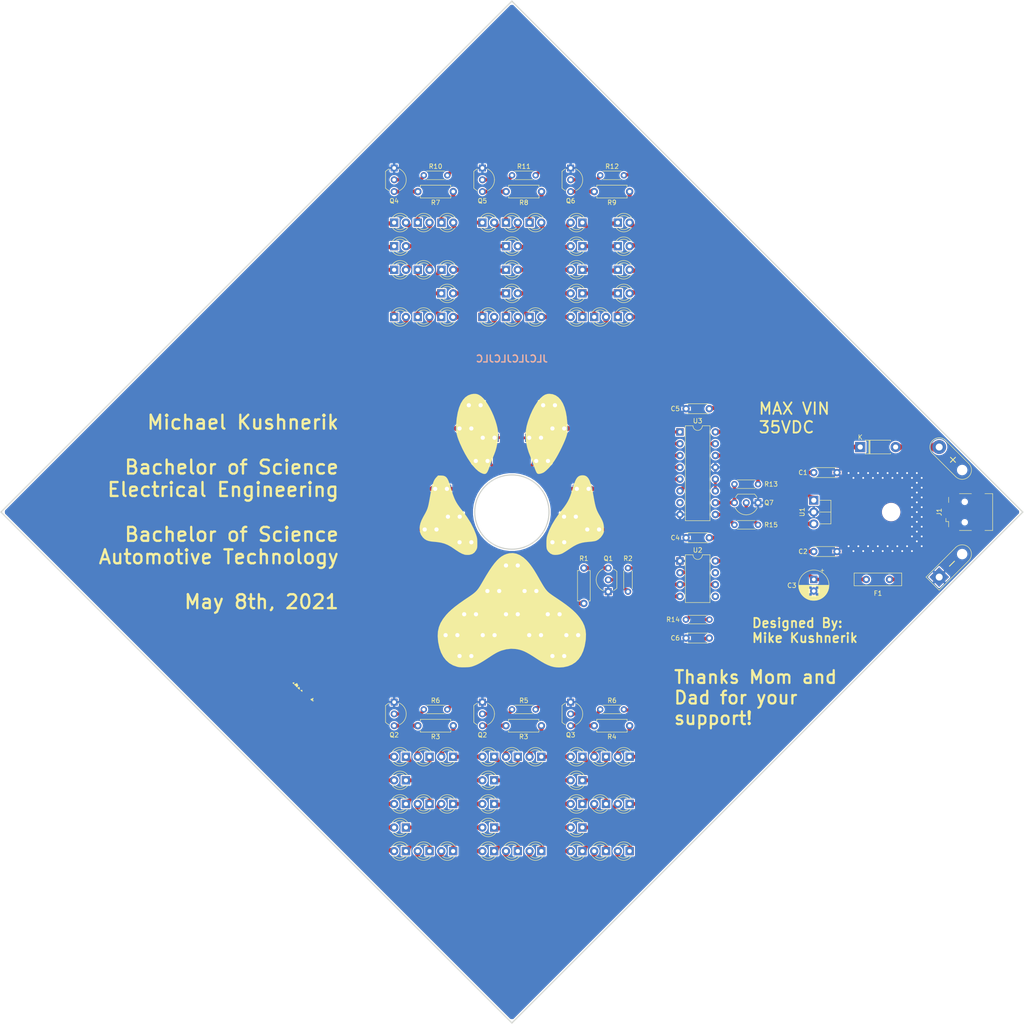
<source format=kicad_pcb>
(kicad_pcb (version 20240108) (generator "pcbnew") (generator_version "8.0")
  (layers (0 "F.Cu" signal) (31 "B.Cu" signal) (34 "B.Paste" user) (35 "F.Paste" user) (36 "B.SilkS" user "B.Silkscreen") (37 "F.SilkS" user "F.Silkscreen") (38 "B.Mask" user) (39 "F.Mask" user) (44 "Edge.Cuts" user))
  (net 0 "")
  (net 1 "GND")
  (net 2 "+5V")
  (net 3 "Net-(U2-THR)")
  (net 4 "Net-(D1-K)")
  (net 5 "Net-(D49-K)")
  (net 6 "Net-(D60-K)")
  (net 7 "Net-(Q2-Pad3)")
  (net 8 "Net-(Q2-Pad2)")
  (net 9 "Net-(D80-K)")
  (net 10 "Net-(J1-VBUS)")
  (net 18 "Net-(Q1-C)")
  (net 19 "Net-(Q1-B)")
  (net 20 "Net-(Q3-C)")
  (net 21 "Net-(R6-Pad2)")
  (net 22 "Net-(Q3-B)")
  (net 23 "Net-(Q4-C)")
  (net 24 "Net-(Q4-B)")
  (net 25 "Net-(Q5-B)")
  (net 26 "Net-(Q5-C)")
  (net 27 "Net-(Q6-C)")
  (net 28 "Net-(Q6-B)")
  (net 29 "Net-(D29-Pad1)")
  (net 30 "Net-(Q7-B)")
  (net 31 "Net-(Q7-C)")
  (net 32 "Net-(U3-Qg)")
  (net 33 "Net-(U3-Qe)")
  (net 34 "Net-(U3-Qf)")
  (net 35 "Net-(U3-Qa)")
  (net 36 "Net-(U3-Qb)")
  (net 37 "Net-(U3-Qc)")
  (net 38 "Net-(U2-OUT)")
  (net 39 "Net-(U3-~{Qh})")
  (net 43 "unconnected-(U3-Qd-Pad3)")
  (net 44 "Net-(D29-K)")
  (net 45 "Net-(D38-K)")
  (net 46 "Net-(D69-K)")
  (net 47 "Net-(D80-A)")
  (net 48 "Net-(Q2-C)")
  (net 49 "Net-(Q2-B)")
  (footprint "Capacitor_THT:C_Disc_D4.3mm_W1.9mm_P5.00mm" (layer "F.Cu") (at 265 141.5)
    (property "Reference" "C1")
    (property "Value" "0.1uF")
  )
  (footprint "Capacitor_THT:C_Disc_D4.3mm_W1.9mm_P5.00mm" (layer "F.Cu") (at 265 158.5)
    (property "Reference" "C2")
    (property "Value" "0.1uF")
  )
  (footprint "Capacitor_THT:C_Disc_D4.3mm_W1.9mm_P5.00mm" (layer "F.Cu") (at 242.5 155.53 180)
    (property "Reference" "C4")
    (property "Value" "0.1uF")
  )
  (footprint "Capacitor_THT:C_Disc_D4.3mm_W1.9mm_P5.00mm" (layer "F.Cu") (at 242.5 177.13 180)
    (property "Reference" "C6")
    (property "Value" "0.1uF")
  )
  (footprint "Diode_THT:D_DO-41_SOD81_P7.62mm_Horizontal" (layer "F.Cu") (at 275 136)
    (property "Reference" "D80" (hide yes))
    (property "Value" "5819")
  )
  (footprint "Package_DIP:DIP-8_W7.62mm" (layer "F.Cu") (at 236.19 160.53)
    (property "Reference" "U2")
    (property "Value" "NE555P")
  )
  (footprint "Package_DIP:DIP-16_W7.62mm" (layer "F.Cu") (at 236.19 132.75)
    (property "Reference" "U3")
    (property "Value" "74HC595")
  )
  (footprint "Resistor_THT:R_Axial_DIN0204_L3.6mm_D1.6mm_P5.08mm_Horizontal" (layer "F.Cu") (at 237.46 173.15)
    (property "Reference" "R14")
    (property "Value" "4.7M")
  )
  (footprint "Resistor_THT:R_Axial_DIN0204_L3.6mm_D1.6mm_P5.08mm_Horizontal" (layer "F.Cu") (at 247.92 152.75)
    (property "Reference" "R15")
    (property "Value" "10K")
  )
  (footprint "Package_TO_SOT_THT:TO-92_Inline_Wide" (layer "F.Cu") (at 253 147.99 180)
    (property "Reference" "Q7")
    (property "Value" "PN2222A")
  )
  (footprint "Resistor_THT:R_Axial_DIN0204_L3.6mm_D1.6mm_P5.08mm_Horizontal" (layer "F.Cu") (at 253 144 180)
    (property "Reference" "R13")
    (property "Value" "10K")
  )
  (footprint "Graduation_Cap:WIRE_SR_C" (layer "F.Cu") (at 292 136 135)
    (property "Reference" "TP1")
    (property "Value" "BAT+")
  )
  (footprint "Graduation_Cap:WIRE_SR_R" (layer "F.Cu") (at 292 164 -135)
    (property "Reference" "TP2")
    (property "Value" "BAT-")
  )
  (footprint "Capacitor_THT:C_Disc_D4.3mm_W1.9mm_P5.00mm" (layer "F.Cu") (at 242.5 127.75 180)
    (property "Reference" "C5")
    (property "Value" "0.1uF")
  )
  (footprint "Resistor_THT:R_Axial_DIN0207_L6.3mm_D2.5mm_P7.62mm_Horizontal" (layer "F.Cu") (at 187.38 196 180)
    (property "Reference" "R3")
    (property "Value" "4.7M")
  )
  (footprint "LED_THT:LED_D3.0mm" (layer "F.Cu") (at 177.19 223 180)
    (property "Reference" "D29" (hide yes))
    (property "Value" "S1")
  )
  (footprint "LED_THT:LED_D3.0mm" (layer "F.Cu") (at 182.27 223 180)
    (property "Reference" "D30" (hide yes))
    (property "Value" "S2")
  )
  (footprint "LED_THT:LED_D3.0mm" (layer "F.Cu") (at 187.35 223 180)
    (property "Reference" "D31" (hide yes))
    (property "Value" "S3")
  )
  (footprint "LED_THT:LED_D3.0mm" (layer "F.Cu") (at 177.19 217.92 180)
    (property "Reference" "D32" (hide yes))
    (property "Value" "S4")
  )
  (footprint "LED_THT:LED_D3.0mm" (layer "F.Cu") (at 187.35 212.84 180)
    (property "Reference" "D33" (hide yes))
    (property "Value" "S5")
  )
  (footprint "LED_THT:LED_D3.0mm" (layer "F.Cu") (at 182.27 212.84 180)
    (property "Reference" "D34" (hide yes))
    (property "Value" "S6")
  )
  (footprint "LED_THT:LED_D3.0mm" (layer "F.Cu") (at 177.19 212.84 180)
    (property "Reference" "D35" (hide yes))
    (property "Value" "S7")
  )
  (footprint "LED_THT:LED_D3.0mm" (layer "F.Cu") (at 177.19 207.76 180)
    (property "Reference" "D36" (hide yes))
    (property "Value" "S8")
  )
  (footprint "LED_THT:LED_D3.0mm" (layer "F.Cu") (at 177.19 202.68 180)
    (property "Reference" "D37" (hide yes))
    (property "Value" "S9")
  )
  (footprint "LED_THT:LED_D3.0mm" (layer "F.Cu") (at 182.27 202.68 180)
    (property "Reference" "D38" (hide yes))
    (property "Value" "S10")
  )
  (footprint "LED_THT:LED_D3.0mm" (layer "F.Cu") (at 187.35 202.68 180)
    (property "Reference" "D39" (hide yes))
    (property "Value" "S11")
  )
  (footprint "Package_TO_SOT_THT:TO-92_Inline_Wide" (layer "F.Cu") (at 174.65 190.92 -90)
    (property "Reference" "Q2")
    (property "Value" "PN2222A")
  )
  (footprint "LED_THT:LED_D3.0mm" (layer "F.Cu") (at 193.27 127 180)
    (property "Reference" "D1" (hide yes))
    (property "Value" "P1")
  )
  (footprint "LED_THT:LED_D3.0mm" (layer "F.Cu") (at 191.27 132 180)
    (property "Reference" "D2" (hide yes))
    (property "Value" "P2")
  )
  (footprint "LED_THT:LED_D3.0mm" (layer "F.Cu") (at 196.27 134 180)
    (property "Reference" "D3" (hide yes))
    (property "Value" "P3")
  )
  (footprint "LED_THT:LED_D3.0mm" (layer "F.Cu") (at 194.77 139 180)
    (property "Reference" "D4" (hide yes))
    (property "Value" "P4")
  )
  (footprint "LED_THT:LED_D3.0mm" (layer "F.Cu") (at 206.73 127)
    (property "Reference" "D5" (hide yes))
    (property "Value" "P5")
  )
  (footprint "LED_THT:LED_D3.0mm" (layer "F.Cu") (at 203.73 134)
    (property "Reference" "D6" (hide yes))
    (property "Value" "P6")
  )
  (footprint "LED_THT:LED_D3.0mm" (layer "F.Cu") (at 208.73 132)
    (property "Reference" "D7" (hide yes))
    (property "Value" "P7")
  )
  (footprint "LED_THT:LED_D3.0mm" (layer "F.Cu") (at 205.23 139)
    (property "Reference" "D8" (hide yes))
    (property "Value" "P8")
  )
  (footprint "LED_THT:LED_D3.0mm" (layer "F.Cu") (at 186.02 145 180)
    (property "Reference" "D9" (hide yes))
    (property "Value" "P9")
  )
  (footprint "LED_THT:LED_D3.0mm" (layer "F.Cu") (at 183.77 153.75 180)
    (property "Reference" "D10" (hide yes))
    (property "Value" "P10")
  )
  (footprint "LED_THT:LED_D3.0mm" (layer "F.Cu") (at 188.77 151 180)
    (property "Reference" "D11" (hide yes))
    (property "Value" "P11")
  )
  (footprint "LED_THT:LED_D3.0mm" (layer "F.Cu") (at 191.27 156.5 180)
    (property "Reference" "D12" (hide yes))
    (property "Value" "P12")
  )
  (footprint "LED_THT:LED_D3.0mm" (layer "F.Cu") (at 213.98 145)
    (property "Reference" "D13" (hide yes))
    (property "Value" "P13")
  )
  (footprint "LED_THT:LED_D3.0mm" (layer "F.Cu") (at 211.23 151)
    (property "Reference" "D14" (hide yes))
    (property "Value" "P14")
  )
  (footprint "LED_THT:LED_D3.0mm" (layer "F.Cu") (at 216.23 153.75)
    (property "Reference" "D15" (hide yes))
    (property "Value" "P15")
  )
  (footprint "LED_THT:LED_D3.0mm" (layer "F.Cu") (at 208.73 156.5)
    (property "Reference" "D16" (hide yes))
    (property "Value" "P16")
  )
  (footprint "LED_THT:LED_D3.0mm" (layer "F.Cu") (at 201.27 161.5 180)
    (property "Reference" "D17" (hide yes))
    (property "Value" "P17")
  )
  (footprint "LED_THT:LED_D3.0mm" (layer "F.Cu") (at 197.27 167 180)
    (property "Reference" "D18" (hide yes))
    (property "Value" "P18")
  )
  (footprint "LED_THT:LED_D3.0mm" (layer "F.Cu") (at 205.27 167 180)
    (property "Reference" "D19" (hide yes))
    (property "Value" "P19")
  )
  (footprint "LED_THT:LED_D3.0mm" (layer "F.Cu") (at 192.27 172 180)
    (property "Reference" "D20" (hide yes))
    (property "Value" "P20")
  )
  (footprint "LED_THT:LED_D3.0mm" (layer "F.Cu") (at 201.27 172 180)
    (property "Reference" "D21" (hide yes))
    (property "Value" "P21")
  )
  (footprint "LED_THT:LED_D3.0mm" (layer "F.Cu") (at 210.27 172 180)
    (property "Reference" "D22" (hide yes))
    (property "Value" "P22")
  )
  (footprint "LED_THT:LED_D3.0mm" (layer "F.Cu") (at 188.27 176.5 180)
    (property "Reference" "D23" (hide yes))
    (property "Value" "P23")
  )
  (footprint "LED_THT:LED_D3.0mm" (layer "F.Cu") (at 196.27 176.5 180)
    (property "Reference" "D24" (hide yes))
    (property "Value" "P24")
  )
  (footprint "LED_THT:LED_D3.0mm" (layer "F.Cu") (at 206.27 176.5 180)
    (property "Reference" "D25" (hide yes))
    (property "Value" "P25")
  )
  (footprint "LED_THT:LED_D3.0mm" (layer "F.Cu") (at 214.27 176.5 180)
    (property "Reference" "D26" (hide yes))
    (property "Value" "P26")
  )
  (footprint "LED_THT:LED_D3.0mm" (layer "F.Cu") (at 191.27 181 180)
    (property "Reference" "D27" (hide yes))
    (property "Value" "P27")
  )
  (footprint "LED_THT:LED_D3.0mm" (layer "F.Cu") (at 211.27 181 180)
    (property "Reference" "D28" (hide yes))
    (property "Value" "P28")
  )
  (footprint "LED_THT:LED_D3.0mm" (layer "F.Cu") (at 196.19 202.68 180)
    (property "Reference" "D29" (hide yes))
    (property "Value" "I1")
  )
  (footprint "LED_THT:LED_D3.0mm" (layer "F.Cu") (at 201.27 202.68 180)
    (property "Reference" "D30" (hide yes))
    (property "Value" "I2")
  )
  (footprint "LED_THT:LED_D3.0mm" (layer "F.Cu") (at 196.19 212.84 180)
    (property "Reference" "D31" (hide yes))
    (property "Value" "I3")
  )
  (footprint "LED_THT:LED_D3.0mm" (layer "F.Cu") (at 196.19 217.92 180)
    (property "Reference" "D32" (hide yes))
    (property "Value" "I4")
  )
  (footprint "LED_THT:LED_D3.0mm" (layer "F.Cu") (at 196.19 223 180)
    (property "Reference" "D33" (hide yes))
    (property "Value" "I5")
  )
  (footprint "LED_THT:LED_D3.0mm" (layer "F.Cu") (at 201.27 223 180)
    (property "Reference" "D34" (hide yes))
    (property "Value" "I6")
  )
  (footprint "LED_THT:LED_D3.0mm" (layer "F.Cu") (at 206.35 223 180)
    (property "Reference" "D35" (hide yes))
    (property "Value" "I7")
  )
  (footprint "LED_THT:LED_D3.0mm" (layer "F.Cu") (at 196.19 207.76 180)
    (property "Reference" "D36" (hide yes))
    (property "Value" "I8")
  )
  (footprint "LED_THT:LED_D3.0mm" (layer "F.Cu") (at 206.35 202.68 180)
    (property "Reference" "D37" (hide yes))
    (property "Value" "I9")
  )
  (footprint "LED_THT:LED_D3.0mm" (layer "F.Cu") (at 215.19 202.68 180)
    (property "Reference" "D38" (hide yes))
    (property "Value" "U1")
  )
  (footprint "LED_THT:LED_D3.0mm" (layer "F.Cu") (at 220.27 202.68 180)
    (property "Reference" "D39" (hide yes))
    (property "Value" "U2")
  )
  (footprint "LED_THT:LED_D3.0mm" (layer "F.Cu") (at 225.35 202.68 180)
    (property "Reference" "D40" (hide yes))
    (property "Value" "U3")
  )
  (footprint "LED_THT:LED_D3.0mm" (layer "F.Cu") (at 215.19 207.76 180)
    (property "Reference" "D41" (hide yes))
    (property "Value" "U4")
  )
  (footprint "LED_THT:LED_D3.0mm" (layer "F.Cu") (at 215.19 212.84 180)
    (property "Reference" "D42" (hide yes))
    (property "Value" "U5")
  )
  (footprint "LED_THT:LED_D3.0mm" (layer "F.Cu") (at 220.27 212.84 180)
    (property "Reference" "D43" (hide yes))
    (property "Value" "U6")
  )
  (footprint "LED_THT:LED_D3.0mm" (layer "F.Cu") (at 225.35 212.84 180)
    (property "Reference" "D44" (hide yes))
    (property "Value" "U7")
  )
  (footprint "LED_THT:LED_D3.0mm" (layer "F.Cu") (at 215.19 217.92 180)
    (property "Reference" "D45" (hide yes))
    (property "Value" "U8")
  )
  (footprint "LED_THT:LED_D3.0mm" (layer "F.Cu") (at 215.19 223 180)
    (property "Reference" "D46" (hide yes))
    (property "Value" "U9")
  )
  (footprint "LED_THT:LED_D3.0mm" (layer "F.Cu") (at 220.27 223 180)
    (property "Reference" "D47" (hide yes))
    (property "Value" "U10")
  )
  (footprint "LED_THT:LED_D3.0mm" (layer "F.Cu") (at 225.35 223 180)
    (property "Reference" "D48" (hide yes))
    (property "Value" "U11")
  )
  (footprint "LED_THT:LED_D3.0mm" (layer "F.Cu") (at 174.65 87.68)
    (property "Reference" "D49" (hide yes))
    (property "Value" "S1")
  )
  (footprint "LED_THT:LED_D3.0mm" (layer "F.Cu") (at 179.73 87.68)
    (property "Reference" "D50" (hide yes))
    (property "Value" "S2")
  )
  (footprint "LED_THT:LED_D3.0mm" (layer "F.Cu") (at 184.84 87.68)
    (property "Reference" "D51" (hide yes))
    (property "Value" "S3")
  )
  (footprint "LED_THT:LED_D3.0mm" (layer "F.Cu") (at 174.65 92.76)
    (property "Reference" "D52" (hide yes))
    (property "Value" "S4")
  )
  (footprint "LED_THT:LED_D3.0mm" (layer "F.Cu") (at 174.65 97.84)
    (property "Reference" "D53" (hide yes))
    (property "Value" "S5")
  )
  (footprint "LED_THT:LED_D3.0mm" (layer "F.Cu") (at 179.73 97.84)
    (property "Reference" "D54" (hide yes))
    (property "Value" "S6")
  )
  (footprint "LED_THT:LED_D3.0mm" (layer "F.Cu") (at 184.84 97.84)
    (property "Reference" "D55" (hide yes))
    (property "Value" "S7")
  )
  (footprint "LED_THT:LED_D3.0mm" (layer "F.Cu") (at 184.81 102.92)
    (property "Reference" "D56" (hide yes))
    (property "Value" "S8")
  )
  (footprint "LED_THT:LED_D3.0mm" (layer "F.Cu") (at 184.81 108)
    (property "Reference" "D57" (hide yes))
    (property "Value" "S9")
  )
  (footprint "LED_THT:LED_D3.0mm" (layer "F.Cu") (at 179.73 108)
    (property "Reference" "D58" (hide yes))
    (property "Value" "S10")
  )
  (footprint "LED_THT:LED_D3.0mm" (layer "F.Cu") (at 174.65 108)
    (property "Reference" "D59" (hide yes))
    (property "Value" "S11")
  )
  (footprint "LED_THT:LED_D3.0mm" (layer "F.Cu") (at 193.65 87.68)
    (property "Reference" "D60" (hide yes))
    (property "Value" "I1")
  )
  (footprint "LED_THT:LED_D3.0mm" (layer "F.Cu") (at 198.73 87.68)
    (property "Reference" "D61" (hide yes))
    (property "Value" "I2")
  )
  (footprint "LED_THT:LED_D3.0mm" (layer "F.Cu") (at 203.81 87.68)
    (property "Reference" "D62" (hide yes))
    (property "Value" "I3")
  )
  (footprint "LED_THT:LED_D3.0mm" (layer "F.Cu") (at 198.73 92.76)
    (property "Reference" "D63" (hide yes))
    (property "Value" "I4")
  )
  (footprint "LED_THT:LED_D3.0mm" (layer "F.Cu") (at 198.73 97.84)
    (property "Reference" "D64" (hide yes))
    (property "Value" "I5")
  )
  (footprint "LED_THT:LED_D3.0mm" (layer "F.Cu") (at 198.73 102.92)
    (property "Reference" "D65" (hide yes))
    (property "Value" "I6")
  )
  (footprint "LED_THT:LED_D3.0mm" (layer "F.Cu") (at 198.73 108)
    (property "Reference" "D66" (hide yes))
    (property "Value" "I7")
  )
  (footprint "LED_THT:LED_D3.0mm" (layer "F.Cu") (at 193.65 108)
    (property "Reference" "D67" (hide yes))
    (property "Value" "I8")
  )
  (footprint "LED_THT:LED_D3.0mm" (layer "F.Cu") (at 203.81 108)
    (property "Reference" "D68" (hide yes))
    (property "Value" "I9")
  )
  (footprint "LED_THT:LED_D3.0mm" (layer "F.Cu") (at 215.19 87.68 180)
    (property "Reference" "D69" (hide yes))
    (property "Value" "U1")
  )
  (footprint "LED_THT:LED_D3.0mm" (layer "F.Cu") (at 215.19 92.76 180)
    (property "Reference" "D70" (hide yes))
    (property "Value" "U2")
  )
  (footprint "LED_THT:LED_D3.0mm" (layer "F.Cu") (at 215.19 97.84 180)
    (property "Reference" "D71" (hide yes))
    (property "Value" "U3")
  )
  (footprint "LED_THT:LED_D3.0mm" (layer "F.Cu") (at 215.19 102.92 180)
    (property "Reference" "D72" (hide yes))
    (property "Value" "U4")
  )
  (footprint "LED_THT:LED_D3.0mm" (layer "F.Cu") (at 215.19 108 180)
    (property "Reference" "D73" (hide yes))
    (property "Value" "U5")
  )
  (footprint "LED_THT:LED_D3.0mm" (layer "F.Cu") (at 217.73 108)
    (property "Reference" "D74" (hide yes))
    (property "Value" "U6")
  )
  (footprint "LED_THT:LED_D3.0mm" (layer "F.Cu") (at 222.81 108)
    (property "Reference" "D75" (hide yes))
    (property "Value" "U7")
  )
  (footprint "LED_THT:LED_D3.0mm" (layer "F.Cu") (at 222.81 102.92)
    (property "Reference" "D76" (hide yes))
    (property "Value" "U8")
  )
  (footprint "LED_THT:LED_D3.0mm" (layer "F.Cu") (at 222.81 97.84)
    (property "Reference" "D77" (hide yes))
    (property "Value" "U9")
  )
  (footprint "LED_THT:LED_D3.0mm" (layer "F.Cu") (at 222.81 92.76)
    (property "Reference" "D78" (hide yes))
    (property "Value" "U10")
  )
  (footprint "LED_THT:LED_D3.0mm" (layer "F.Cu") (at 222.81 87.68)
    (property "Reference" "D79" (hide yes))
    (property "Value" "U11")
  )
  (footprint "Package_TO_SOT_THT:TO-92_Inline_Wide" (layer "F.Cu") (at 220.75 167.132 90)
    (property "Reference" "Q1")
    (property "Value" "PN2222A")
  )
  (footprint "Package_TO_SOT_THT:TO-92_Inline_Wide" (layer "F.Cu") (at 193.65 190.92 -90)
    (property "Reference" "Q2")
    (property "Value" "PN2222A")
  )
  (footprint "Package_TO_SOT_THT:TO-92_Inline_Wide" (layer "F.Cu") (at 212.65 190.92 -90)
    (property "Reference" "Q3")
    (property "Value" "PN2222A")
  )
  (footprint "Package_TO_SOT_THT:TO-92_Inline_Wide" (layer "F.Cu") (at 174.65 75.92 -90)
    (property "Reference" "Q4")
    (property "Value" "PN2222A")
  )
  (footprint "Package_TO_SOT_THT:TO-92_Inline_Wide" (layer "F.Cu") (at 193.65 75.92 -90)
    (property "Reference" "Q5")
    (property "Value" "PN2222A")
  )
  (footprint "Package_TO_SOT_THT:TO-92_Inline_Wide" (layer "F.Cu") (at 212.65 75.92 -90)
    (property "Reference" "Q6")
    (property "Value" "PN2222A")
  )
  (footprint "Resistor_THT:R_Axial_DIN0207_L6.3mm_D2.5mm_P7.62mm_Horizontal" (layer "F.Cu") (at 215.5 169.672 90)
    (property "Reference" "R1")
    (property "Value" "4.7M")
  )
  (footprint "Resistor_THT:R_Axial_DIN0204_L3.6mm_D1.6mm_P5.08mm_Horizontal" (layer "F.Cu") (at 225 167.132 90)
    (property "Reference" "R2")
    (property "Value" "1K")
  )
  (footprint "Resistor_THT:R_Axial_DIN0207_L6.3mm_D2.5mm_P7.62mm_Horizontal" (layer "F.Cu") (at 206.35 196 180)
    (property "Reference" "R3")
    (property "Value" "4.7M")
  )
  (footprint "Resistor_THT:R_Axial_DIN0207_L6.3mm_D2.5mm_P7.62mm_Horizontal" (layer "F.Cu") (at 225.35 196 180)
    (property "Reference" "R4")
    (property "Value" "4.7M")
  )
  (footprint "Resistor_THT:R_Axial_DIN0204_L3.6mm_D1.6mm_P5.08mm_Horizontal" (layer "F.Cu") (at 181.03 192.5)
    (property "Reference" "R6")
    (property "Value" "1K")
  )
  (footprint "Resistor_THT:R_Axial_DIN0204_L3.6mm_D1.6mm_P5.08mm_Horizontal" (layer "F.Cu") (at 200.03 192.5)
    (property "Reference" "R5")
    (property "Value" "1K")
  )
  (footprint "Resistor_THT:R_Axial_DIN0204_L3.6mm_D1.6mm_P5.08mm_Horizontal" (layer "F.Cu") (at 219.03 192.5)
    (property "Reference" "R6")
    (property "Value" "1K")
  )
  (footprint "Resistor_THT:R_Axial_DIN0207_L6.3mm_D2.5mm_P7.62mm_Horizontal" (layer "F.Cu") (at 187.38 81 180)
    (property "Reference" "R7")
    (property "Value" "4.7M")
  )
  (footprint "Resistor_THT:R_Axial_DIN0207_L6.3mm_D2.5mm_P7.62mm_Horizontal" (layer "F.Cu") (at 206.38 81 180)
    (property "Reference" "R8")
    (property "Value" "4.7M")
  )
  (footprint "Resistor_THT:R_Axial_DIN0207_L6.3mm_D2.5mm_P7.62mm_Horizontal" (layer "F.Cu") (at 225.35 81 180)
    (property "Reference" "R9")
    (property "Value" "4.7M")
  )
  (footprint "Resistor_THT:R_Axial_DIN0204_L3.6mm_D1.6mm_P5.08mm_Horizontal" (layer "F.Cu") (at 181.03 77.5)
    (property "Reference" "R10")
    (property "Value" "1K")
  )
  (footprint "Resistor_THT:R_Axial_DIN0204_L3.6mm_D1.6mm_P5.08mm_Horizontal" (layer "F.Cu") (at 200.03 77.5)
    (property "Reference" "R11")
    (property "Value" "1K")
  )
  (footprint "Resistor_THT:R_Axial_DIN0204_L3.6mm_D1.6mm_P5.08mm_Horizontal" (layer "F.Cu") (at 219.03 77.5)
    (property "Reference" "R12")
    (property "Value" "1K")
  )
  (footprint "Capacitor_THT:CP_Radial_D6.3mm_P2.50mm" (layer "F.Cu") (at 265 164.5 -90)
    (property "Reference" "C3")
    (property "Value" "10uF")
  )
  (footprint "Package_TO_SOT_THT:TO-220-3_Horizontal_TabDown" (layer "F.Cu") (at 265 147.46 -90)
    (property "Reference" "U1")
    (property "Value" "7805")
  )
  (footprint "Graduation_Cap:dawg_paw" (layer "F.Cu") (at 200 154)
    (property "Reference" "G***" (hide yes))
    (property "Value" "LOGO" (hide yes))
  )
  (footprint "Graduation_Cap:siu_logo" (layer "F.Cu") (at 151.638 114.5)
    (property "Reference" "G***" (hide yes))
    (property "Value" "LOGO" (hide yes))
  )
  (footprint "Graduation_Cap:saluki" (layer "F.Cu") (at 148 188)
    (property "Reference" "G***" (hide yes))
    (property "Value" "LOGO" (hide yes))
  )
  (footprint "Graduation_Cap:ieee_logo" (layer "F.Cu") (at 248 110)
    (property "Reference" "G***" (hide yes))
    (property "Value" "LOGO" (hide yes))
  )
  (footprint "Capacitor_THT:C_Disc_D10.0mm_W2.5mm_P5.00mm" (layer "F.Cu") (at 276.31 164.5)
    (property "Reference" "F1")
    (property "Value" "1.5A")
  )
  (footprint "Connector_USB:USB_Mini-B_Wuerth_65100516121_Horizontal" (layer "F.Cu") (at 297.5 150 90)
    (property "Reference" "J1")
    (property "Value" "USB")
  )
  (gr_line (start 310 150) (end 200 260) (stroke (width 0.254)) (layer "Edge.Cuts"))
  (gr_circle (center 200 150) (end 208 150) (stroke (width 0.254)) (fill none) (layer "Edge.Cuts"))
  (gr_line (start 200 260) (end 90 150) (stroke (width 0.254)) (layer "Edge.Cuts"))
  (gr_line (start 310 150) (end 200 40) (stroke (width 0.254)) (layer "Edge.Cuts"))
  (gr_line (start 90 150) (end 200 40) (stroke (width 0.254)) (layer "Edge.Cuts"))
  (gr_text "JLCJLCJLCJLC" (at 200 117 0) (layer "B.SilkS") (effects (font (size 1.5 1.5) (thickness 0.3)) (justify mirror)))
  (gr_text "Thanks Mom and\nDad for your \nsupport!" (at 234.6706 189.9666 0) (layer "F.SilkS") (effects (font (size 2.75 2.75) (thickness 0.475)) (justify left)))
  (gr_text "-" (at 294.858827 161.223573 225) (layer "F.SilkS") (effects (font (size 2 2) (thickness 0.2))))
  (gr_text "+" (at 294.858827 138.852027 135) (layer "F.SilkS") (effects (font (size 2 2) (thickness 0.2))))
  (gr_text "MAX VIN\n35VDC" (at 252.9332 129.7432 0) (layer "F.SilkS") (effects (font (size 2.5 2.5) (thickness 0.375)) (justify left)))
  (gr_text "Designed By:\nMike Kushnerik" (at 251.5 175.5 0) (layer "F.SilkS") (effects (font (size 2 2) (thickness 0.375)) (justify left)))
  (gr_text "Michael Kushnerik\n\nBachelor of Science\nElectrical Engineering\n\nBachelor of Science\nAutomotive Technology\n\nMay 8th, 2021" (at 163 150 0) (layer "F.SilkS") (effects (font (size 3 3) (thickness 0.5)) (justify right)))
  (segment (start 288.79 148.4) (end 288.239 148.951) (width 0.4445) (layer "F.Cu") (net 1))
  (segment (start 294.9 148.4) (end 288.79 148.4) (width 0.4445) (layer "F.Cu") (net 1))
  (via (at 288.239 144.751) (size 0.8) (drill 0.4) (layers "F.Cu" "B.Cu") (net 1))
  (via (at 287.189 156.301) (size 0.8) (drill 0.4) (layers "F.Cu" "B.Cu") (net 1))
  (via (at 277.739 142.651) (size 0.8) (drill 0.4) (layers "F.Cu" "B.Cu") (net 1))
  (via (at 275.639 142.651) (size 0.8) (drill 0.4) (layers "F.Cu" "B.Cu") (net 1))
  (via (at 276.689 141.601) (size 0.8) (drill 0.4) (layers "F.Cu" "B.Cu") (net 1))
  (via (at 284.039 142.651) (size 0.8) (drill 0.4) (layers "F.Cu" "B.Cu") (net 1))
  (via (at 284.039 158.401) (size 0.8) (drill 0.4) (layers "F.Cu" "B.Cu") (net 1))
  (via (at 278.789 141.601) (size 0.8) (drill 0.4) (layers "F.Cu" "B.Cu") (net 1))
  (via (at 286.139 144.751) (size 0.8) (drill 0.4) (layers "F.Cu" "B.Cu") (net 1))
  (via (at 287.189 147.901) (size 0.8) (drill 0.4) (layers "F.Cu" "B.Cu") (net 1))
  (via (at 285.089 141.601) (size 0.8) (drill 0.4) (layers "F.Cu" "B.Cu") (net 1))
  (via (at 279.839 142.651) (size 0.8) (drill 0.4) (layers "F.Cu" "B.Cu") (net 1))
  (via (at 286.139 146.851) (size 0.8) (drill 0.4) (layers "F.Cu" "B.Cu") (net 1))
  (via (at 287.189 152.101) (size 0.8) (drill 0.4) (layers "F.Cu" "B.Cu") (net 1))
  (via (at 276.689 157.351) (size 0.8) (drill 0.4) (layers "F.Cu" "B.Cu") (net 1))
  (via (at 281.939 158.401) (size 0.8) (drill 0.4) (layers "F.Cu" "B.Cu") (net 1))
  (via (at 286.139 142.651) (size 0.8) (drill 0.4) (layers "F.Cu" "B.Cu") (net 1))
  (via (at 273.539 158.401) (size 0.8) (drill 0.4) (layers "F.Cu" "B.Cu") (net 1))
  (via (at 282.989 157.351) (size 0.8) (drill 0.4) (layers "F.Cu" "B.Cu") (net 1))
  (via (at 287.189 154.201) (size 0.8) (drill 0.4) (layers "F.Cu" "B.Cu") (net 1))
  (via (at 286.139 153.151) (size 0.8) (drill 0.4) (layers "F.Cu" "B.Cu") (net 1))
  (via (at 282.989 141.601) (size 0.8) (drill 0.4) (layers "F.Cu" "B.Cu") (net 1))
  (via (at 278.789 157.351) (size 0.8) (drill 0.4) (layers "F.Cu" "B.Cu") (net 1))
  (via (at 288.239 157.351) (size 0.8) (drill 0.4) (layers "F.Cu" "B.Cu") (net 1))
  (via (at 286.139 151.051) (size 0.8) (drill 0.4) (layers "F.Cu" "B.Cu") (net 1))
  (via (at 288.239 146.851) (size 0.8) (drill 0.4) (layers "F.Cu" "B.Cu") (net 1))
  (via (at 286.139 155.251) (size 0.8) (drill 0.4) (layers "F.Cu" "B.Cu") (net 1))
  (via (at 288.239 155.251) (size 0.8) (drill 0.4) (layers "F.Cu" "B.Cu") (net 1))
  (via (at 280.889 157.351) (size 0.8) (drill 0.4) (layers "F.Cu" "B.Cu") (net 1))
  (via (at 285.089 157.351) (size 0.8) (drill 0.4) (layers "F.Cu" "B.Cu") (net 1))
  (via (at 287.189 145.801) (size 0.8) (drill 0.4) (layers "F.Cu" "B.Cu") (net 1))
  (via (at 281.939 142.651) (size 0.8) (drill 0.4) (layers "F.Cu" "B.Cu") (net 1))
  (via (at 287.189 141.601) (size 0.8) (drill 0.4) (layers "F.Cu" "B.Cu") (net 1))
  (via (at 279.839 158.401) (size 0.8) (drill 0.4) (layers "F.Cu" "B.Cu") (net 1))
  (via (at 288.239 148.951) (size 0.8) (drill 0.4) (layers "F.Cu" "B.Cu") (net 1))
  (via (at 287.189 150.001) (size 0.8) (drill 0.4) (layers "F.Cu" "B.Cu") (net 1))
  (via (at 277.739 158.401) (size 0.8) (drill 0.4) (layers "F.Cu" "B.Cu") (net 1))
  (via (at 272.489 157.351) (size 0.8) (drill 0.4) (layers "F.Cu" "B.Cu") (net 1))
  (via (at 273.539 142.651) (size 0.8) (drill 0.4) (layers "F.Cu" "B.Cu") (net 1))
  (via (at 288.239 151.051) (size 0.8) (drill 0.4) (layers "F.Cu" "B.Cu") (net 1))
  (via (at 274.589 157.351) (size 0.8) (drill 0.4) (layers "F.Cu" "B.Cu") (net 1))
  (via (at 286.139 148.951) (size 0.8) (drill 0.4) (layers "F.Cu" "B.Cu") (net 1))
  (via (at 286.139 158.401) (size 0.8) (drill 0.4) (layers "F.Cu" "B.Cu") (net 1))
  (via (at 272.489 141.601) (size 0.8) (drill 0.4) (layers "F.Cu" "B.Cu") (net 1))
  (via (at 274.589 141.601) (size 0.8) (drill 0.4) (layers "F.Cu" "B.Cu") (net 1))
  (via (at 280.889 141.601) (size 0.8) (drill 0.4) (layers "F.Cu" "B.Cu") (net 1))
  (via (at 288.239 142.651) (size 0.8) (drill 0.4) (layers "F.Cu" "B.Cu") (net 1))
  (via (at 288.239 153.151) (size 0.8) (drill 0.4) (layers "F.Cu" "B.Cu") (net 1))
  (via (at 287.189 143.701) (size 0.8) (drill 0.4) (layers "F.Cu" "B.Cu") (net 1))
  (via (at 275.639 158.401) (size 0.8) (drill 0.4) (layers "F.Cu" "B.Cu") (net 1))
  (segment (start 179.0484 90.6228) (end 179.0484 89.5084) (width 0.508) (layer "F.Cu") (net 2))
  (segment (start 179.0484 89.5084) (end 177.22 87.68) (width 0.508) (layer "F.Cu") (net 2))
  (segment (start 182.3 97.84) (end 182.3 94.9912) (width 0.508) (layer "F.Cu") (net 2))
  (segment (start 179.0484 92.7564) (end 179.0484 90.6228) (width 0.508) (layer "F.Cu") (net 2))
  (segment (start 179.0484 94.89) (end 179.0484 92.7564) (width 0.508) (layer "F.Cu") (net 2))
  (segment (start 177.22 92.76) (end 179.0448 92.76) (width 0.508) (layer "F.Cu") (net 2))
  (segment (start 182.3 87.68) (end 182.3 90.5216) (width 0.508) (layer "F.Cu") (net 2))
  (segment (start 179.0484 90.6228) (end 182.4012 90.6228) (width 0.508) (layer "F.Cu") (net 2))
  (segment (start 187.38 89.2) (end 187.38 87.68) (width 0.508) (layer "F.Cu") (net 2))
  (segment (start 182.4012 90.6228) (end 185.9572 90.6228) (width 0.508) (layer "F.Cu") (net 2))
  (segment (start 185.9572 90.6228) (end 187.38 89.2) (width 0.508) (layer "F.Cu") (net 2))
  (segment (start 179.0484 94.89) (end 179.0484 95.9816) (width 0.508) (layer "F.Cu") (net 2))
  (segment (start 179.0484 95.9816) (end 177.19 97.84) (width 0.508) (layer "F.Cu") (net 2))
  (segment (start 187.38 97.84) (end 189.2048 97.84) (width 0.508) (layer "F.Cu") (net 2))
  (segment (start 187.38 102.92) (end 189.1104 102.92) (width 0.508) (layer "F.Cu") (net 2))
  (segment (start 187.38 108) (end 189.1612 108) (width 0.508) (layer "F.Cu") (net 2))
  (segment (start 177.19 108) (end 177.19 110.9216) (width 0.508) (layer "F.Cu") (net 2))
  (segment (start 182.3 108) (end 182.3 110.9424) (width 0.508) (layer "F.Cu") (net 2))
  (segment (start 201.27 108) (end 201.27 110.9424) (width 0.508) (layer "F.Cu") (net 2))
  (segment (start 196.16 108) (end 196.16 110.9216) (width 0.508) (layer "F.Cu") (net 2))
  (segment (start 206.35 108) (end 208.1312 108) (width 0.508) (layer "F.Cu") (net 2))
  (segment (start 220.27 108) (end 220.27 110.9424) (width 0.508) (layer "F.Cu") (net 2))
  (segment (start 225.35 108) (end 227.1312 108) (width 0.508) (layer "F.Cu") (net 2))
  (segment (start 174.65 212.84) (end 172.8252 212.84) (width 0.508) (layer "F.Cu") (net 2))
  (segment (start 174.65 207.76) (end 172.9196 207.76) (width 0.508) (layer "F.Cu") (net 2))
  (segment (start 174.65 202.68) (end 172.8688 202.68) (width 0.508) (layer "F.Cu") (net 2))
  (segment (start 179.73 202.68) (end 179.73 199.7376) (width 0.508) (layer "F.Cu") (net 2))
  (segment (start 212.65 217.92) (end 210.8336 217.92) (width 0.508) (layer "F.Cu") (net 2))
  (segment (start 222.81 201.16) (end 222.81 202.68) (width 0.508) (layer "F.Cu") (net 2))
  (segment (start 212.244 199.7372) (end 221.3872 199.7372) (width 0.508) (layer "F.Cu") (net 2))
  (segment (start 221.3872 199.7372) (end 222.81 201.16) (width 0.508) (layer "F.Cu") (net 2))
  (segment (start 210.8216 201.1596) (end 212.244 199.7372) (width 0.508) (layer "F.Cu") (net 2))
  (segment (start 210.8216 214.7316) (end 210.8216 201.1596) (width 0.508) (layer "F.Cu") (net 2))
  (segment (start 212.65 223) (end 210.8844 223) (width 0.508) (layer "F.Cu") (net 2))
  (segment (start 217.73 223) (end 217.73 225.9276) (width 0.508) (layer "F.Cu") (net 2))
  (segment (start 222.81 223) (end 222.81 225.908) (width 0.508) (layer "F.Cu") (net 2))
  (segment (start 220.9184 214.7316) (end 217.6796 214.7316) (width 0.508) (layer "F.Cu") (net 2))
  (segment (start 217.73 212.84) (end 217.73 214.6812) (width 0.508) (layer "F.Cu") (net 2))
  (segment (start 217.6796 214.7316) (end 210.8216 214.7316) (width 0.508) (layer "F.Cu") (net 2))
  (segment (start 217.73 202.68) (end 217.73 199.7376) (width 0.508) (layer "F.Cu") (net 2))
  (segment (start 212.65 212.84) (end 210.8252 212.84) (width 0.508) (layer "F.Cu") (net 2))
  (segment (start 212.65 202.68) (end 210.8688 202.68) (width 0.508) (layer "F.Cu") (net 2))
  (segment (start 212.65 207.76) (end 210.9196 207.76) (width 0.508) (layer "F.Cu") (net 2))
  (segment (start 220.9184 214.7316) (end 222.81 212.84) (width 0.508) (layer "F.Cu") (net 2))
  (segment (start 203.81 201.16) (end 203.81 202.68) (width 0.508) (layer "F.Cu") (net 2))
  (segment (start 191.8216 214.7316) (end 191.8216 201.1596) (width 0.508) (layer "F.Cu") (net 2))
  (segment (start 193.65 207.76) (end 191.9196 207.76) (width 0.508) (layer "F.Cu") (net 2))
  (segment (start 193.65 217.92) (end 191.8336 217.92) (width 0.508) (layer "F.Cu") (net 2))
  (segment (start 202.3872 199.7372) (end 203.81 201.16) (width 0.508) (layer "F.Cu") (net 2))
  (segment (start 193.65 212.84) (end 191.8252 212.84) (width 0.508) (layer "F.Cu") (net 2))
  (segment (start 198.73 202.68) (end 198.73 199.7376) (width 0.508) (layer "F.Cu") (net 2))
  (segment (start 193.65 223) (end 191.8844 223) (width 0.508) (layer "F.Cu") (net 2))
  (segment (start 193.244 199.7372) (end 202.3872 199.7372) (width 0.508) (layer "F.Cu") (net 2))
  (segment (start 193.65 202.68) (end 191.8688 202.68) (width 0.508) (layer "F.Cu") (net 2))
  (segment (start 191.8216 201.1596) (end 193.244 199.7372) (width 0.508) (layer "F.Cu") (net 2))
  (segment (start 191.8216 225.9428) (end 191.8216 217.932) (width 0.508) (layer "F.Cu") (net 2))
  (segment (start 191.8216 217.932) (end 191.8216 214.7316) (width 0.508) (layer "F.Cu") (net 2))
  (segment (start 204.7392 124.5108) (end 201.5 127.75) (width 0.508) (layer "F.Cu") (net 2))
  (segment (start 213.2592 127.7112) (end 210.0588 124.5108) (width 0.508) (layer "F.Cu") (net 2))
  (segment (start 213.2592 133.2484) (end 209.8556 136.652) (width 0.508) (layer "F.Cu") (net 2))
  (segment (start 192.6344 136.652) (end 190.1444 136.652) (width 0.508) (layer "F.Cu") (net 2))
  (segment (start 192.6344 136.652) (end 193.73 135.5564) (width 0.508) (layer "F.Cu") (net 2))
  (segment (start 203.0948 97.84) (end 203.0984 97.8436) (width 0.508) (layer "F.Cu") (net 2))
  (segment (start 182.4012 94.89) (end 179.0484 94.89) (width 0.508) (layer "F.Cu") (net 2))
  (segment (start 193.73 135.5564) (end 193.73 134) (width 0.508) (layer "F.Cu") (net 2))
  (segment (start 201.27 92.76) (end 202.9496 92.76) (width 0.508) (layer "F.Cu") (net 2))
  (segment (start 190.1444 136.652) (end 186.7408 133.2484) (width 0.508) (layer "F.Cu") (net 2))
  (segment (start 208.1784 110.9428) (end 208.1784 106.4724) (width 0.508) (layer "F.Cu") (net 2))
  (segment (start 219.2536 145.0332) (end 219.2536 144.3228) (width 0.508) (layer "F.Cu") (net 2))
  (segment (start 201.8492 176.5) (end 201.7776 176.4284) (width 0.508) (layer "F.Cu") (net 2))
  (segment (start 225.35 97.84) (end 227.0796 97.84) (width 0.508) (layer "F.Cu") (net 2))
  (segment (start 220.676 155.0492) (end 219.2252 156.5) (width 0.508) (layer "F.Cu") (net 2))
  (segment (start 212.65 92.76) (end 210.918 92.76) (width 0.508) (layer "F.Cu") (net 2))
  (segment (start 184.81 201.16) (end 184.81 202.68) (width 0.508) (layer "F.Cu") (net 2))
  (segment (start 212.65 97.84) (end 210.8164 97.84) (width 0.508) (layer "F.Cu") (net 2))
  (segment (start 207.73 172) (end 207.73 174.2528) (width 0.508) (layer "F.Cu") (net 2))
  (segment (start 265 158.5) (end 262.5384 158.5) (width 0.508) (layer "F.Cu") (net 2))
  (segment (start 227.0796 97.84) (end 227.1784 97.7412) (width 0.508) (layer "F.Cu") (net 2))
  (segment (start 198.73 172) (end 196.4524 172) (width 0.508) (layer "F.Cu") (net 2))
  (segment (start 203.81 225.8572) (end 203.8956 225.9428) (width 0.508) (layer "F.Cu") (net 2))
  (segment (start 262.0896 152.54) (end 258.2796 152.54) (width 0.508) (layer "F.Cu") (net 2))
  (segment (start 209.8452 139) (end 209.8556 138.9896) (width 0.508) (layer "F.Cu") (net 2))
  (segment (start 219.2204 145) (end 219.2536 145.0332) (width 0.508) (layer "F.Cu") (net 2))
  (segment (start 182.9184 214.7316) (end 179.6796 214.7316) (width 0.508) (layer "F.Cu") (net 2))
  (segment (start 232.8164 222.5548) (end 229.4284 225.9428) (width 0.508) (layer "F.Cu") (net 2))
  (segment (start 189.6872 169.5196) (end 192.8368 169.5196) (width 0.508) (layer "F.Cu") (net 2))
  (segment (start 196.342 172.1104) (end 196.342 174.2948) (width 0.508) (layer "F.Cu") (net 2))
  (segment (start 207.3656 136.652) (end 206.27 135.5564) (width 0.508) (layer "F.Cu") (net 2))
  (segment (start 183.2656 176.5) (end 183.2656 174.1124) (width 0.508) (layer "F.Cu") (net 2))
  (segment (start 212.65 108) (end 210.8164 108) (width 0.508) (layer "F.Cu") (net 2))
  (segment (start 190.1444 138.938) (end 190.1444 136.652) (width 0.508) (layer "F.Cu") (net 2))
  (segment (start 203.73 176.5) (end 201.8492 176.5) (width 0.508) (layer "F.Cu") (net 2))
  (segment (start 184.7752 225.9428) (end 198.796 225.9428) (width 0.508) (layer "F.Cu") (net 2))
  (segment (start 171.536 225.9428) (end 167.6908 222.0976) (width 0.508) (layer "F.Cu") (net 2))
  (segment (start 243.9296 127.75) (end 242.5 127.75) (width 0.508) (layer "F.Cu") (net 2))
  (segment (start 219.2252 156.5) (end 211.27 156.5) (width 0.508) (layer "F.Cu") (net 2))
  (segment (start 248.0056 141.3764) (end 246.1768 139.5476) (width 0.508) (layer "F.Cu") (net 2))
  (segment (start 246.1768 139.5476) (end 246.1768 137.8204) (width 0.508) (layer "F.Cu") (net 2))
  (segment (start 209.8556 139.0104) (end 209.8556 138.9896) (width 0.508) (layer "F.Cu") (net 2))
  (segment (start 265 164.5) (end 276.31 164.5) (width 0.4445) (layer "F.Cu") (net 2))
  (segment (start 172.8216 217.932) (end 172.8216 214.7316) (width 0.508) (layer "F.Cu") (net 2))
  (segment (start 217.0692 142.1384) (end 212.9836 142.1384) (width 0.508) (layer "F.Cu") (net 2))
  (segment (start 219.2176 151) (end 220.676 152.4584) (width 0.508) (layer "F.Cu") (net 2))
  (segment (start 180.7464 144.3228) (end 182.9308 142.1384) (width 0.508) (layer "F.Cu") (net 2))
  (segment (start 218.77 153.75) (end 220.6476 153.75) (width 0.508) (layer "F.Cu") (net 2))
  (segment (start 201.27 90.6228) (end 199.1328 90.6228) (width 0.508) (layer "F.Cu") (net 2))
  (segment (start 206.35 87.68) (end 206.35 89.2) (width 0.508) (layer "F.Cu") (net 2))
  (segment (start 209.8556 136.652) (end 207.3656 136.652) (width 0.508) (layer "F.Cu") (net 2))
  (segment (start 207.772 174.2948) (end 209.5248 174.2948) (width 0.508) (layer "F.Cu") (net 2))
  (segment (start 243.81 137.83) (end 246.1672 137.83) (width 0.508) (layer "F.Cu") (net 2))
  (segment (start 172.8216 201.1596) (end 174.244 199.7372) (width 0.508) (layer "F.Cu") (net 2))
  (segment (start 210.8164 108) (end 210.8128 107.9964) (width 0.508) (layer "F.Cu") (net 2))
  (segment (start 190.73 127) (end 190.73 124.5376) (width 0.508) (layer "F.Cu") (net 2))
  (segment (start 192.8672 167) (end 192.8368 167.0304) (width 0.508) (layer "F.Cu") (net 2))
  (segment (start 183.2656 174.1124) (end 187.8584 169.5196) (width 0.508) (layer "F.Cu") (net 2))
  (segment (start 188.73 132) (end 186.7624 132) (width 0.508) (layer "F.Cu") (net 2))
  (segment (start 227.1784 92.8152) (end 227.1784 89.5084) (width 0.508) (layer "F.Cu") (net 2))
  (segment (start 262.5384 158.5) (end 262.5 158.4616) (width 0.508) (layer "F.Cu") (net 2))
  (segment (start 183.2656 176.5) (end 183.2656 178.8876) (width 0.508) (layer "F.Cu") (net 2))
  (segment (start 201.7776 176.4284) (end 201.7776 177.4952) (width 0.508) (layer "F.Cu") (net 2))
  (segment (start 242.5 155.53) (end 246.6848 155.53) (width 0.508) (layer "F.Cu") (net 2))
  (segment (start 265 152.54) (end 262.0896 152.54) (width 0.508) (layer "F.Cu") (net 2))
  (segment (start 184.658 156.464) (end 180.7464 156.464) (width 0.508) (layer "F.Cu") (net 2))
  (segment (start 195.2608 124.5108) (end 198.5 127.75) (width 0.508) (layer "F.Cu") (net 2))
  (segment (start 192.23 139) (end 190.2064 139) (width 0.508) (layer "F.Cu") (net 2))
  (segment (start 179.73 225.9276) (end 179.7148 225.9428) (width 0.508) (layer "F.Cu") (net 2))
  (segment (start 180.7464 156.464) (end 179.324 155.0416) (width 0.508) (layer "F.Cu") (net 2))
  (segment (start 174.65 223) (end 172.8844 223) (width 0.508) (layer "F.Cu") (net 2))
  (segment (start 192.8368 164.1348) (end 198.6788 164.1348) (width 0.508) (layer "F.Cu") (net 2))
  (segment (start 227.1232 102.92) (end 227.1784 102.9752) (width 0.508) (layer "F.Cu") (net 2))
  (segment (start 246.1672 137.83) (end 246.1768 137.8204) (width 0.508) (layer "F.Cu") (net 2))
  (segment (start 209.27 127) (end 209.27 124.6372) (width 0.508) (layer "F.Cu") (net 2))
  (segment (start 174.244 199.7372) (end 183.3872 199.7372) (width 0.508) (layer "F.Cu") (net 2))
  (segment (start 167.6908 115.6744) (end 167.6908 176.4284) (width 0.508) (layer "F.Cu") (net 2))
  (segment (start 213.77 151) (end 219.2176 151) (width 0.508) (layer "F.Cu") (net 2))
  (segment (start 211.27 132) (end 213.2308 132) (width 0.508) (layer "F.Cu") (net 2))
  (segment (start 208.1784 110.9428) (end 210.8128 110.9428) (width 0.508) (layer "F.Cu") (net 2))
  (segment (start 203.0948 102.92) (end 203.0984 102.9236) (width 0.508) (layer "F.Cu") (net 2))
  (segment (start 210.8128 102.9308) (end 210.8128 97.8364) (width 0.508) (layer "F.Cu") (net 2))
  (segment (start 203.0984 92.6112) (end 203.0984 90.6228) (width 0.508) (layer "F.Cu") (net 2))
  (segment (start 186.7624 132) (end 186.7408 131.9784) (width 0.508) (layer "F.Cu") (net 2))
  (segment (start 253 141.3924) (end 252.984 141.3764) (width 0.508) (layer "F.Cu") (net 2))
  (segment (start 210.8164 97.84) (end 210.8128 97.8364) (width 0.508) (layer "F.Cu") (net 2))
  (segment (start 172.4224 110.9428) (end 167.6908 115.6744) (width 0.508) (layer "F.Cu") (net 2))
  (segment (start 189.2084 110.9428) (end 189.2084 96.3488) (width 0.508) (layer "F.Cu") (net 2))
  (segment (start 225.35 92.76) (end 227.1232 92.76) (width 0.508) (layer "F.Cu") (net 2))
  (segment (start 210.8128 107.9964) (end 210.8128 102.9308) (width 0.508) (layer "F.Cu") (net 2))
  (segment (start 202.73 165.392) (end 202.73 167) (width 0.508) (layer "F.Cu") (net 2))
  (segment (start 198.73 161.5) (end 198.73 164.0836) (width 0.508) (layer "F.Cu") (net 2))
  (segment (start 180.7464 144.9832) (end 180.7464 144.3228) (width 0.508) (layer "F.Cu") (net 2))
  (segment (start 209.27 124.6372) (end 209.1436 124.5108) (width 0.508) (layer "F.Cu") (net 2))
  (segment (start 232.8164 180.34) (end 244.8052 180.34) (width 0.508) (layer "F.Cu") (net 2))
  (segment (start 172.8844 223) (end 172.8216 223.0628) (width 0.508) (layer "F.Cu") (net 2))
  (segment (start 212.9836 142.1384) (end 209.8556 139.0104) (width 0.508) (layer "F.Cu") (net 2))
  (segment (start 201.27 90.6228) (end 203.0984 90.6228) (width 0.508) (layer "F.Cu") (net 2))
  (segment (start 181.3352 176.5) (end 167.7624 176.5) (width 0.508) (layer "F.Cu") (net 2))
  (segment (start 213.2308 132) (end 213.2592 132.0284) (width 0.508) (layer "F.Cu") (net 2))
  (segment (start 206.35 89.2) (end 204.9272 90.6228) (width 0.508) (layer "F.Cu") (net 2))
  (segment (start 246.1768 132.6896) (end 246.1768 129.9972) (width 0.508) (layer "F.Cu") (net 2))
  (segment (start 189.73 172) (end 189.73 169.5624) (width 0.508) (layer "F.Cu") (net 2))
  (segment (start 179.6796 214.7316) (end 172.8216 214.7316) (width 0.508) (layer "F.Cu") (net 2))
  (segment (start 172.8216 225.9428) (end 172.8216 223.0628) (width 0.508) (layer "F.Cu") (net 2))
  (segment (start 188.73 159.0976) (end 188.722 159.1056) (width 0.508) (layer "F.Cu") (net 2))
  (segment (start 216.52 145) (end 219.2204 145) (width 0.508) (layer "F.Cu") (net 2))
  (segment (start 246.1768 137.8204) (end 246.1768 132.6896) (width 0.508) (layer "F.Cu") (net 2))
  (segment (start 246.6848 160.528) (end 246.6848 178.4604) (width 0.508) (layer "F.Cu") (net 2))
  (segment (start 244.8052 180.34) (end 246.6848 178.4604) (width 0.508) (layer "F.Cu") (net 2))
  (segment (start 199.1328 90.6228) (end 196.19 87.68) (width 0.508) (layer "F.Cu") (net 2))
  (segment (start 185.378 181) (end 188.73 181) (width 0.508) (layer "F.Cu") (net 2))
  (segment (start 201.7776 177.4952) (end 203.454 179.1716) (width 0.508) (layer "F.Cu") (net 2))
  (segment (start 210.8216 225.9428) (end 210.8216 217.932) (width 0.508) (layer "F.Cu") (net 2))
  (segment (start 232.8164 169.7736) (end 232.8164 180.34) (width 0.508) (layer "F.Cu") (net 2))
  (segment (start 179.73 214.6812) (end 179.6796 214.7316) (width 0.508) (layer "F.Cu") (net 2))
  (segment (start 184.81 225.908) (end 184.7752 225.9428) (width 0.508) (layer "F.Cu") (net 2))
  (segment (start 207.73 174.2528) (end 207.772 174.2948) (width 0.508) (layer "F.Cu") (net 2))
  (segment (start 201.27 97.84) (end 203.0948 97.84) (width 0.508) (layer "F.Cu") (net 2))
  (segment (start 210.8128 92.6548) (end 210.8128 89.5172) (width 0.508) (layer "F.Cu") (net 2))
  (segment (start 252.984 141.3764) (end 248.0056 141.3764) (width 0.508) (layer "F.Cu") (net 2))
  (segment (start 172.8336 217.92) (end 172.8216 217.932) (width 0.508) (layer "F.Cu") (net 2))
  (segment (start 246.6848 155.53) (end 246.6848 160.528) (width 0.508) (layer "F.Cu") (net 2))
  (segment (start 186.944 142.1384) (end 190.1444 138.938) (width 0.508) (layer "F.Cu") (net 2))
  (segment (start 201.27 87.68) (end 201.27 90.6228) (width 0.508) (layer "F.Cu") (net 2))
  (segment (start 192.8368 169.5196) (end 192.8368 167.0304) (width 0.508) (layer "F.Cu") (net 2))
  (segment (start 196.342 174.2948) (end 201.7776 174.2948) (width 0.508) (layer "F.Cu") (net 2))
  (segment (start 212.65 102.92) (end 210.8236 102.92) (width 0.508) (layer "F.Cu") (net 2))
  (segment (start 210.8128 97.8364) (end 210.8128 92.6548) (width 0.508) (layer "F.Cu") (net 2))
  (segment (start 192.8368 167.0304) (end 192.8368 164.1348) (width 0.508) (layer "F.Cu") (net 2))
  (segment (start 213.2592 133.2484) (end 213.2592 132.0284) (width 0.508) (layer "F.Cu") (net 2))
  (segment (start 183.2656 176.5) (end 181.3352 176.5) (width 0.508) (layer "F.Cu") (net 2))
  (segment (start 202.9496 92.76) (end 203.0984 92.6112) (width 0.508) (layer "F.Cu") (net 2))
  (segment (start 210.0588 124.5108) (end 209.1436 124.5108) (width 0.508) (layer "F.Cu") (net 2))
  (segment (start 201.7776 174.2948) (end 207.772 174.2948) (width 0.508) (layer "F.Cu") (net 2))
  (segment (start 198.5 127.75) (end 201.5 127.75) (width 0.508) (layer "F.Cu") (net 2))
  (segment (start 203.81 223) (end 203.81 225.8572) (width 0.508) (layer "F.Cu") (net 2))
  (segment (start 198.6788 164.1348) (end 201.4728 164.1348) (width 0.508) (layer "F.Cu") (net 2))
  (segment (start 246.1164 132.75) (end 246.1768 132.6896) (width 0.508) (layer "F.Cu") (net 2))
  (segment (start 210.8236 102.92) (end 210.8128 102.9308) (width 0.508) (layer "F.Cu") (net 2))
  (segment (start 236.19 168.15) (end 234.44 168.15) (width 0.508) (layer "F.Cu") (net 2))
  (segment (start 234.44 168.15) (end 232.8164 169.7736) (width 0.508) (layer "F.Cu") (net 2))
  (segment (start 213.2592 132.0284) (end 213.2592 127.7112) (width 0.508) (layer "F.Cu") (net 2))
  (segment (start 172.8216 214.7316) (end 172.8216 201.1596) (width 0.508) (layer "F.Cu") (net 2))
  (segment (start 190.2064 139) (end 190.1444 138.938) (width 0.508) (layer "F.Cu") (net 2))
  (segment (start 198.73 164.0836) (end 198.6788 164.1348) (width 0.508) (layer "F.Cu") (net 2))
  (segment (start 220.676 152.4584) (end 220.676 153.7216) (width 0.508) (layer "F.Cu") (net 2))
  (segment (start 181.23 153.75) (end 179.3532 153.75) (width 0.508) (layer "F.Cu") (net 2))
  (segment (start 192.8368 161.544) (end 190.3984 159.1056) (width 0.508) (layer "F.Cu") (net 2))
  (segment (start 225.734 110.9428) (end 227.1784 109.4984) (width 0.508) (layer "F.Cu") (net 2))
  (segment (start 192.8368 169.5196) (end 194.9196 169.5196) (width 0.508) (layer "F.Cu") (net 2))
  (segment (start 181.3352 176.5) (end 181.894 176.5) (width 0.508) (layer "F.Cu") (net 2))
  (segment (start 183.2656 178.8876) (end 185.378 181) (width 0.508) (layer "F.Cu") (net 2))
  (segment (start 172.8216 225.9428) (end 171.536 225.9428) (width 0.508) (layer "F.Cu") (net 2))
  (segment (start 204.9272 90.6228) (end 203.0984 90.6228) (width 0.508) (layer "F.Cu") (net 2))
  (segment (start 209.5248 174.2948) (end 211.73 176.5) (width 0.508) (layer "F.Cu") (net 2))
  (segment (start 198.73 225.8768) (end 198.796 225.9428) (width 0.508) (layer "F.Cu") (net 2))
  (segment (start 182.9184 214.7316) (end 184.81 212.84) (width 0.508) (layer "F.Cu") (net 2))
  (segment (start 201.27 102.92) (end 203.0948 102.92) (width 0.508) (layer "F.Cu") (net 2))
  (segment (start 203.8956 225.9428) (end 210.8216 225.9428) (width 0.508) (layer "F.Cu") (net 2))
  (segment (start 194.4116 174.2948) (end 193.73 174.9764) (width 0.508) (layer "F.Cu") (net 2))
  (segment (start 198.73 223) (end 198.73 225.8768) (width 0.508) (layer "F.Cu") (net 2))
  (segment (start 220.676 153.7216) (end 220.676 155.0492) (width 0.508) (layer "F.Cu") (net 2))
  (segment (start 196.4524 172) (end 196.342 172.1104) (width 0.508) (layer "F.Cu") (net 2))
  (segment (start 227.1784 109.4984) (end 227.1784 102.9752) (width 0.508) (layer "F.Cu") (net 2))
  (segment (start 210.8128 110.9428) (end 210.8128 107.9964) (width 0.508) (layer "F.Cu") (net 2))
  (segment (start 210.8216 225.9428) (end 229.4284 225.9428) (width 0.508) (layer "F.Cu") (net 2))
  (segment (start 192.8368 164.1348) (end 192.8368 161.544) (width 0.508) (layer "F.Cu") (net 2))
  (segment (start 183.3872 199.7372) (end 184.81 201.16) (width 0.508) (layer "F.Cu") (net 2))
  (segment (start 184.81 223) (end 184.81 225.908) (width 0.508) (layer "F.Cu") (net 2))
  (segment (start 187.2996 159.1056) (end 184.658 156.464) (width 0.508) (layer "F.Cu") (net 2))
  (segment (start 255.016 141.3764) (end 252.984 141.3764) (width 0.508) (layer "F.Cu") (net 2))
  (segment (start 179.3532 153.75) (end 179.324 153.7208) (width 0.508) (layer "F.Cu") (net 2))
  (segment (start 219.2536 151.0284) (end 219.2536 145.0332) (width 0.508) (layer "F.Cu") (net 2))
  (segment (start 246.1768 129.9972) (end 243.9296 127.75) (width 0.508) (layer "F.Cu") (net 2))
  (segment (start 203.0984 97.8436) (end 203.0984 92.6112) (width 0.508) (layer "F.Cu") (net 2))
  (segment (start 189.9412 124.5108) (end 190.7032 124.5108) (width 0.508) (layer "F.Cu") (net 2))
  (segment (start 186.2016 151.0284) (end 186.23 151) (width 0.508) (layer "F.Cu") (net 2))
  (segment (start 167.7624 176.5) (end 167.6908 176.4284) (width 0.508) (layer "F.Cu") (net 2))
  (segment (start 184.7752 225.9428) (end 179.7148 225.9428) (width 0.508) (layer "F.Cu") (net 2))
  (segment (start 253 144) (end 253 141.3924) (width 0.508) (layer "F.Cu") (net 2))
  (segment (start 180.7464 151.0284) (end 186.2016 151.0284) (width 0.508) (layer "F.Cu") (net 2))
  (segment (start 255.2896 155.53) (end 246.6848 155.53) (width 0.508) (layer "F.Cu") (net 2))
  (segment (start 188.73 156.5) (end 188.73 159.0976) (width 0.508) (layer "F.Cu") (net 2))
  (segment (start 190.73 124.5376) (end 190.7032 124.5108) (width 0.508) (layer "F.Cu") (net 2))
  (segment (start 185.73 176.5) (end 183.2656 176.5) (width 0.508) (layer "F.Cu") (net 2))
  (segment (start 179.324 153.7208) (end 179.324 152.4508) (width 0.508) (layer "F.Cu") (net 2))
  (segment (start 209.1436 124.5108) (end 204.7392 124.5108) (width 0.508) (layer "F.Cu") (net 2))
  (segment (start 190.3984 159.1056) (end 188.722 159.1056) (width 0.508) (layer "F.Cu") (net 2))
  (segment (start 187.764 110.9428) (end 172.4224 110.9428) (width 0.508) (layer "F.Cu") (net 2))
  (segment (start 206.27 135.5564) (end 206.27 134) (width 0.508) (layer "F.Cu") (net 2))
  (segment (start 179.7148 225.9428) (end 172.8216 225.9428) (width 0.508) (layer "F.Cu") (net 2))
  (segment (start 201.4728 164.1348) (end 202.73 165.392) (width 0.508) (layer "F.Cu") (net 2))
  (segment (start 262.5 158.4616) (end 262.5 162) (width 0.508) (layer "F.Cu") (net 2))
  (segment (start 258.2796 152.54) (end 255.2896 155.53) (width 0.508) (layer "F.Cu") (net 2))
  (segment (start 198.796 225.9428) (end 203.8956 225.9428) (width 0.508) (layer "F.Cu") (net 2))
  (segment (start 196.342 174.2948) (end 194.4116 174.2948) (width 0.508) (layer "F.Cu") (net 2))
  (segment (start 262.5 162) (end 265 164.5) (width 0.508) (layer "F.Cu") (net 2))
  (segment (start 210.8128 110.9428) (end 210.8216 110.934) (width 0.508) (layer "F.Cu") (net 2))
  (segment (start 206.734 105.028) (end 203.0984 105.028) (width 0.508) (layer "F.Cu") (net 2))
  (segment (start 203.0984 105.028) (end 203.0984 102.9236) (width 0.508) (layer "F.Cu") (net 2))
  (segment (start 179.324 155.0416) (end 179.324 153.7208) (width 0.508) (layer "F.Cu") (net 2))
  (segment (start 227.1784 102.9752) (end 227.1784 97.7412) (width 0.508) (layer "F.Cu") (net 2))
  (segment (start 209.8556 138.9896) (end 209.8556 136.652) (width 0.508) (layer "F.Cu") (net 2))
  (segment (start 186.7408 127.7112) (end 189.9412 124.5108) (width 0.508) (layer "F.Cu") (net 2))
  (segment (start 189.73 169.5624) (end 189.6872 169.5196) (width 0.508) (layer "F.Cu") (net 2))
  (segment (start 220.6476 153.75) (end 220.676 153.7216) (width 0.508) (layer "F.Cu") (net 2))
  (segment (start 187.7496 94.89) (end 182.4012 94.89) (width 0.508) (layer "F.Cu") (net 2))
  (segment (start 187.8584 169.5196) (end 189.6872 169.5196) (width 0.508) (layer "F.Cu") (net 2))
  (segment (start 210.8128 89.5172) (end 212.65 87.68) (width 0.508) (layer "F.Cu") (net 2))
  (segment (start 210.918 92.76) (end 210.8128 92.6548) (width 0.508) (layer "F.Cu") (net 2))
  (segment (start 180.7632 145) (end 180.7464 144.9832) (width 0.508) (layer "F.Cu") (net 2))
  (segment (start 201.7776 174.2948) (end 201.7776 176.4284) (width 0.508) (layer "F.Cu") (net 2))
  (segment (start 243.81 132.75) (end 246.1164 132.75) (width 0.508) (layer "F.Cu") (net 2))
  (segment (start 258.2796 144.64) (end 255.016 141.3764) (width 0.508) (layer "F.Cu") (net 2))
  (segment (start 203.0984 102.9236) (end 203.0984 97.8436) (width 0.508) (layer "F.Cu") (net 2))
  (segment (start 219.2536 144.3228) (end 217.0692 142.1384) (width 0.508) (layer "F.Cu") (net 2))
  (segment (start 167.6908 222.0976) (end 167.6908 176.4284) (width 0.508) (layer "F.Cu") (net 2))
  (segment (start 179.73 212.84) (end 179.73 214.6812) (width 0.508) (layer "F.Cu") (net 2))
  (segment (start 174.65 217.92) (end 172.8336 217.92) (width 0.508) (layer "F.Cu") (net 2))
  (segment (start 188.722 159.1056) (end 187.2996 159.1056) (width 0.508) (layer "F.Cu") (net 2))
  (segment (start 194.73 167) (end 192.8672 167) (width 0.508) (layer "F.Cu") (net 2))
  (segment (start 193.73 174.9764) (end 193.73 176.5) (width 0.508) (layer "F.Cu") (net 2))
  (segment (start 210.8128 110.9428) (end 225.734 110.9428) (width 0.508) (layer "F.Cu") (net 2))
  (segment (start 190.7032 124.5108) (end 195.2608 124.5108) (width 0.508) (layer "F.Cu") (net 2))
  (segment (start 179.324 152.4508) (end 180.7464 151.0284) (width 0.508) (layer "F.Cu") (net 2))
  (segment (start 182.9308 142.1384) (end 186.944 142.1384) (width 0.508) (layer "F.Cu") (net 2))
  (segment (start 183.48 145) (end 180.7632 145) (width 0.508) (layer "F.Cu") (net 2))
  (segment (start 246.6828 160.53) (end 246.6848 160.528) (width 0.508) (layer "F.Cu") (net 2))
  (segment (start 243.81 160.53) (end 246.6828 160.53) (width 0.508) (layer "F.Cu") (net 2))
  (segment (start 208.1784 106.4724) (end 206.734 105.028) (width 0.508) (layer "F.Cu") (net 2))
  (segment (start 227.1784 89.5084) (end 225.35 87.68) (width 0.508) (layer "F.Cu") (net 2))
  (segment (start 203.454 179.1716) (end 206.9016 179.1716) (width 0.508) (layer "F.Cu") (net 2))
  (segment (start 258.2796 152.54) (end 258.2796 144.64) (width 0.508) (layer "F.Cu") (net 2))
  (segment (start 187.764 110.9428) (end 189.2084 110.9428) (width 0.508) (layer "F.Cu") (net 2))
  (segment (start 207.77 139) (end 209.8452 139) (width 0.508) (layer "F.Cu") (net 2))
  (segment (start 189.2084 96.3488) (end 187.7496 94.89) (width 0.508) (layer "F.Cu") (net 2))
  (segment (start 227.1232 92.76) (end 227.1784 92.8152) (width 0.508) (layer "F.Cu") (net 2))
  (segment (start 262.5 152.54) (end 262.5 158.4616) (width 0.508) (layer "F.Cu") (net 2))
  (segment (start 186.7408 131.9784) (end 186.7408 127.7112) (width 0.508) (layer "F.Cu") (net 2))
  (segment (start 172.8216 223.0628) (end 172.8216 217.932) (width 0.508) (layer "F.Cu") (net 2))
  (segment (start 232.8164 180.34) (end 232.8164 222.5548) (width 0.508) (layer "F.Cu") (net 2))
  (segment (start 194.9196 169.5196) (end 196.342 170.942) (width 0.508) (layer "F.Cu") (net 2))
  (segment (start 196.342 170.942) (end 196.342 172.1104) (width 0.508) (layer "F.Cu") (net 2))
  (segment (start 227.1784 97.7412) (end 227.1784 92.8152) (width 0.508) (layer "F.Cu") (net 2))
  (segment (start 206.9016 179.1716) (end 208.73 181) (width 0.508) (layer "F.Cu") (net 2))
  (segment (start 180.7464 151.0284) (end 180.7464 144.9832) (width 0.508) (layer "F.Cu") (net 2))
  (segment (start 179.73 223) (end 179.73 225.9276) (width 0.508) (layer "F.Cu") (net 2))
  (segment (start 186.7408 133.2484) (end 186.7408 131.9784) (width 0.508) (layer "F.Cu") (net 2))
  (segment (start 187.764 110.9428) (end 208.1784 110.9428) (width 0.508) (layer "F.Cu") (net 2))
  (segment (start 210.8216 217.932) (end 210.8216 214.7316) (width 0.508) (layer "F.Cu") (net 2))
  (segment (start 225.35 102.92) (end 227.1232 102.92) (width 0.508) (layer "F.Cu") (net 2))
  (segment (start 240 176.0428) (end 241.0872 177.13) (width 0.381) (layer "F.Cu") (net 3))
  (segment (start 240.0444 173.15) (end 240 173.1056) (width 0.381) (layer "F.Cu") (net 3))
  (segment (start 241.0872 177.13) (end 242.5 177.13) (width 0.381) (layer "F.Cu") (net 3))
  (segment (start 242.54 173.15) (end 240.0444 173.15) (width 0.381) (layer "F.Cu") (net 3))
  (segment (start 236.19 163.07) (end 237.46 163.07) (width 0.381) (layer "F.Cu") (net 3))
  (segment (start 243.81 165.61) (end 240 165.61) (width 0.381) (layer "F.Cu") (net 3))
  (segment (start 240 173.1056) (end 240 176.0428) (width 0.381) (layer "F.Cu") (net 3))
  (segment (start 240 165.61) (end 240 173.1056) (width 0.381) (layer "F.Cu") (net 3))
  (segment (start 237.46 163.07) (end 240 165.61) (width 0.381) (layer "F.Cu") (net 3))
  (segment (start 190.996 153.75) (end 190.996 145) (width 0.508) (layer "F.Cu") (net 4))
  (segment (start 203.2808 132) (end 203.2808 128.2408) (width 0.508) (layer "F.Cu") (net 4))
  (segment (start 203.2808 128.2408) (end 204.5216 127) (width 0.508) (layer "F.Cu") (net 4))
  (segment (start 196.27 176.5) (end 196.27 178.998) (width 0.508) (layer "F.Cu") (net 4))
  (segment (start 203.75 159.004) (end 201.2188 159.004) (width 0.508) (layer "F.Cu") (net 4))
  (segment (start 203.73 134) (end 202.0736 134) (width 0.508) (layer "F.Cu") (net 4))
  (segment (start 188.77 153.7236) (end 188.7436 153.75) (width 0.508) (layer "F.Cu") (net 4))
  (segment (start 208.73 156.5) (end 208.7224 156.5) (width 0.508) (layer "F.Cu") (net 4))
  (segment (start 195.4784 127) (end 193.27 127) (width 0.508) (layer "F.Cu") (net 4))
  (segment (start 191.2912 156.4788) (end 191.27 156.5) (width 0.508) (layer "F.Cu") (net 4))
  (segment (start 188.7436 153.75) (end 190.996 153.75) (width 0.508) (layer "F.Cu") (net 4))
  (segment (start 194.7784 139) (end 195.8872 140.1088) (width 0.508) (layer "F.Cu") (net 4))
  (segment (start 207.8228 169.672) (end 207.3148 169.672) (width 0.508) (layer "F.Cu") (net 4))
  (segment (start 192.5114 155.2654) (end 196.25 159.004) (width 0.508) (layer "F.Cu") (net 4))
  (segment (start 210.27 169.714) (end 210.312 169.672) (width 0.508) (layer "F.Cu") (net 4))
  (segment (start 216.154 174.3964) (end 212.9536 171.196) (width 0.508) (layer "F.Cu") (net 4))
  (segment (start 200.7616 179.07) (end 202.5396 180.848) (width 0.508) (layer "F.Cu") (net 4))
  (segment (start 206.73 127) (end 204.5216 127) (width 0.508) (layer "F.Cu") (net 4))
  (segment (start 194.77 139) (end 194.7784 139) (width 0.508) (layer "F.Cu") (net 4))
  (segment (start 212.852 183.134) (end 216.154 179.832) (width 0.508) (layer "F.Cu") (net 4))
  (segment (start 211.23 153.7248) (end 211.2048 153.75) (width 0.508) (layer "F.Cu") (net 4))
  (segment (start 205.232 169.672) (end 201.2188 169.672) (width 0.508) (layer "F.Cu") (net 4))
  (segment (start 204.1124 140.1084) (end 202.0324 138.0284) (width 0.508) (layer "F.Cu") (net 4))
  (segment (start 216.154 176.4792) (end 216.154 174.3964) (width 0.508) (layer "F.Cu") (net 4))
  (segment (start 191.262 176.53) (end 191.262 179.07) (width 0.508) (layer "F.Cu") (net 4))
  (segment (start 197.9676 134.0612) (end 197.9676 138.0284) (width 0.508) (layer "F.Cu") (net 4))
  (segment (start 211.23 151) (end 211.23 153.7248) (width 0.508) (layer "F.Cu") (net 4))
  (segment (start 202.0736 134) (end 202.0324 133.9588) (width 0.508) (layer "F.Cu") (net 4))
  (segment (start 191.27 132) (end 196.7192 132) (width 0.508) (layer "F.Cu") (net 4))
  (segment (start 211.074 169.672) (end 210.312 169.672) (width 0.508) (layer "F.Cu") (net 4))
  (segment (start 191.2768 156.5) (end 192.5114 155.2654) (width 0.508) (layer "F.Cu") (net 4))
  (segment (start 209.004 153.75) (end 209.004 145) (width 0.508) (layer "F.Cu") (net 4))
  (segment (start 207.6704 183.134) (end 212.852 183.134) (width 0.508) (layer "F.Cu") (net 4))
  (segment (start 198.4248 169.672) (end 197.27 168.5172) (width 0.508) (layer "F.Cu") (net 4))
  (segment (start 195.8872 140.1088) (end 190.996 145) (width 0.508) (layer "F.Cu") (net 4))
  (segment (start 196.7192 132) (end 197.9676 133.2484) (width 0.508) (layer "F.Cu") (net 4))
  (segment (start 207.3148 169.672) (end 207.3148 165.6588) (width 0.508) (layer "F.Cu") (net 4))
  (segment (start 191.262 175.1584) (end 191.262 176.53) (width 0.508) (layer "F.Cu") (net 4))
  (segment (start 209.004 145) (end 213.98 145) (width 0.508) (layer "F.Cu") (net 4))
  (segment (start 196.27 178.998) (end 196.342 179.07) (width 0.508) (layer "F.Cu") (net 4))
  (segment (start 214.27 176.5) (end 216.1332 176.5) (width 0.508) (layer "F.Cu") (net 4))
  (segment (start 208.7224 156.5) (end 207.4882 155.2658) (width 0.508) (layer "F.Cu") (net 4))
  (segment (start 191.262 179.07) (end 196.342 179.07) (width 0.508) (layer "F.Cu") (net 4))
  (segment (start 212.9536 169.672) (end 215.5 169.672) (width 0.508) (layer "F.Cu") (net 4))
  (segment (start 205.23 139) (end 205.2208 139) (width 0.508) (layer "F.Cu") (net 4))
  (segment (start 197.9676 133.2484) (end 197.9676 134.0612) (width 0.508) (layer "F.Cu") (net 4))
  (segment (start 210.2612 178.7652) (end 207.996 176.5) (width 0.508) (layer "F.Cu") (net 4))
  (segment (start 186.02 145) (end 190.996 145) (width 0.508) (layer "F.Cu") (net 4))
  (segment (start 216.154 178.7652) (end 211.328 178.7652) (width 0.508) (layer "F.Cu") (net 4))
  (segment (start 197.9676 138.0284) (end 195.8872 140.1088) (width 0.508) (layer "F.Cu") (net 4))
  (segment (start 201.27 169.7232) (end 201.2188 169.672) (width 0.508) (layer "F.Cu") (net 4))
  (segment (start 188.77 151) (end 188.77 153.7236) (width 0.508) (layer "F.Cu") (net 4))
  (segment (start 205.27 169.634) (end 205.232 169.672) (width 0.508) (layer "F.Cu") (net 4))
  (segment (start 191.27 181) (end 191.27 179.078) (width 0.508) (layer "F.Cu") (net 4))
  (segment (start 216.154 178.7652) (end 216.154 176.4792) (width 0.508) (layer "F.Cu") (net 4))
  (segment (start 209.004 153.75) (end 207.4882 155.2658) (width 0.508) (layer "F.Cu") (net 4))
  (segment (start 191.232 176.5) (end 191.262 176.53) (width 0.508) (layer "F.Cu") (net 4))
  (segment (start 207.8228 169.672) (end 205.232 169.672) (width 0.508) (layer "F.Cu") (net 4))
  (segment (start 201.27 172) (end 201.27 169.7232) (width 0.508) (layer "F.Cu") (net 4))
  (segment (start 197.9064 134) (end 197.9676 134.0612) (width 0.508) (layer "F.Cu") (net 4))
  (segment (start 188.27 176.5) (end 191.232 176.5) (width 0.508) (layer "F.Cu") (net 4))
  (segment (start 191.27 156.5) (end 191.2768 156.5) (width 0.508) (layer "F.Cu") (net 4))
  (segment (start 201.2188 169.672) (end 198.4248 169.672) (width 0.508) (layer "F.Cu") (net 4))
  (segment (start 209.004 145) (end 204.1124 140.1084) (width 0.508) (layer "F.Cu") (net 4))
  (segment (start 216.154 179.832) (end 216.154 178.7652) (width 0.508) (layer "F.Cu") (net 4))
  (segment (start 201.27 159.0552) (end 201.2188 159.004) (width 0.508) (layer "F.Cu") (net 4))
  (segment (start 207.4882 155.2658) (end 203.75 159.004) (width 0.508) (layer "F.Cu") (net 4))
  (segment (start 202.0324 133.2484) (end 203.2808 132) (width 0.508) (layer "F.Cu") (net 4))
  (segment (start 202.5396 180.848) (end 205.3844 180.848) (width 0.508) (layer "F.Cu") (net 4))
  (segment (start 192.27 174.1504) (end 191.262 175.1584) (width 0.508) (layer "F.Cu") (net 4))
  (segment (start 203.75 162.094) (end 207.3148 165.6588) (width 0.508) (layer "F.Cu") (net 4))
  (segment (start 196.342 179.07) (end 200.7616 179.07) (width 0.508) (layer "F.Cu") (net 4))
  (segment (start 216.1332 176.5) (end 216.154 176.4792) (width 0.508) (layer "F.Cu") (net 4))
  (segment (start 197.27 168.5172) (end 197.27 167) (width 0.508) (layer "F.Cu") (net 4))
  (segment (start 191.27 179.078) (end 191.262 179.07) (width 0.508) (layer "F.Cu") (net 4))
  (segment (start 211.074 169.672) (end 212.9536 169.672) (width 0.508) (layer "F.Cu") (net 4))
  (segment (start 203.2808 132) (end 208.73 132) (width 0.508) (layer "F.Cu") (net 4))
  (segment (start 196.27 134) (end 197.9064 134) (width 0.508) (layer "F.Cu") (net 4))
  (segment (start 192.27 172) (end 192.27 174.1504) (width 0.508) (layer "F.Cu") (net 4))
  (segment (start 196.7192 132) (end 196.7192 128.2408) (width 0.508) (layer "F.Cu") (net 4))
  (segment (start 216.23 153.75) (end 211.2048 153.75) (width 0.508) (layer "F.Cu") (net 4))
  (segment (start 201.27 161.5) (end 201.27 159.0552) (width 0.508) (layer "F.Cu") (net 4))
  (segment (start 202.0324 138.0284) (end 202.0324 133.9588) (width 0.508) (layer "F.Cu") (net 4))
  (segment (start 205.2208 139) (end 204.1124 140.1084) (width 0.508) (layer "F.Cu") (net 4))
  (segment (start 183.77 153.75) (end 188.7436 153.75) (width 0.508) (layer "F.Cu") (net 4))
  (segment (start 210.312 169.672) (end 207.8228 169.672) (width 0.508) (layer "F.Cu") (net 4))
  (segment (start 205.3844 180.848) (end 207.6704 183.134) (width 0.508) (layer "F.Cu") (net 4))
  (segment (start 207.996 176.5) (end 206.27 176.5) (width 0.508) (layer "F.Cu") (net 4))
  (segment (start 190.996 153.75) (end 192.5114 155.2654) (width 0.508) (layer "F.Cu") (net 4))
  (segment (start 211.2048 153.75) (end 209.004 153.75) (width 0.508) (layer "F.Cu") (net 4))
  (segment (start 201.2188 159.004) (end 196.25 159.004) (width 0.508) (layer "F.Cu") (net 4))
  (segment (start 212.9536 171.196) (end 212.9536 169.672) (width 0.508) (layer "F.Cu") (net 4))
  (segment (start 196.7192 128.2408) (end 195.4784 127) (width 0.508) (layer "F.Cu") (net 4))
  (segment (start 210.27 172) (end 210.27 169.714) (width 0.508) (layer "F.Cu") (net 4))
  (segment (start 211.328 178.7652) (end 210.2612 178.7652) (width 0.508) (layer "F.Cu") (net 4))
  (segment (start 211.27 181) (end 211.27 178.8232) (width 0.508) (layer "F.Cu") (net 4))
  (segment (start 205.27 167) (end 205.27 169.634) (width 0.508) (layer "F.Cu") (net 4))
  (segment (start 203.75 159.004) (end 203.75 162.094) (width 0.508) (layer "F.Cu") (net 4))
  (segment (start 202.0324 133.9588) (end 202.0324 133.2484) (width 0.508) (layer "F.Cu") (net 4))
  (segment (start 211.27 178.8232) (end 211.328 178.7652) (width 0.508) (layer "F.Cu") (net 4))
  (segment (start 185.9534 84.7372) (end 184.8612 84.7372) (width 0.508) (layer "F.Cu") (net 5))
  (segment (start 179.73 108) (end 179.73 105.1584) (width 0.508) (layer "F.Cu") (net 5))
  (segment (start 179.73 97.84) (end 179.73 100.6888) (width 0.508) (layer "F.Cu") (net 5))
  (segment (start 182.9816 105.0572) (end 179.6288 105.0572) (width 0.508) (layer "F.Cu") (net 5))
  (segment (start 184.8612 84.7372) (end 179.7304 84.7372) (width 0.508) (layer "F.Cu") (net 5))
  (segment (start 179.73 87.68) (end 179.73 84.7376) (width 0.508) (layer "F.Cu") (net 5))
  (segment (start 172.8216 86.1596) (end 172.8216 87.6328) (width 0.508) (layer "F.Cu") (net 5))
  (segment (start 184.84 87.68) (end 184.84 84.7584) (width 0.508) (layer "F.Cu") (net 5))
  (segment (start 179.73 105.1584) (end 179.6288 105.0572) (width 0.508) (layer "F.Cu") (net 5))
  (segment (start 182.9816 105.0572) (end 182.9816 106.1716) (width 0.508) (layer "F.Cu") (net 5))
  (segment (start 174.244 84.7372) (end 172.8216 86.1596) (width 0.508) (layer "F.Cu") (net 5))
  (segment (start 174.65 97.84) (end 172.8252 97.84) (width 0.508) (layer "F.Cu") (net 5))
  (segment (start 179.6288 105.0572) (end 176.0728 105.0572) (width 0.508) (layer "F.Cu") (net 5))
  (segment (start 172.8216 92.662) (end 172.8216 97.8436) (width 0.508) (layer "F.Cu") (net 5))
  (segment (start 172.8688 87.68) (end 172.8216 87.6328) (width 0.508) (layer "F.Cu") (net 5))
  (segment (start 182.9852 102.92) (end 182.9816 102.9236) (width 0.508) (layer "F.Cu") (net 5))
  (segment (start 184.84 84.7584) (end 184.8612 84.7372) (width 0.508) (layer "F.Cu") (net 5))
  (segment (start 182.9816 99.6984) (end 184.84 97.84) (width 0.508) (layer "F.Cu") (net 5))
  (segment (start 182.9816 106.1716) (end 184.81 108) (width 0.508) (layer "F.Cu") (net 5))
  (segment (start 174.65 92.76) (end 172.9196 92.76) (width 0.508) (layer "F.Cu") (net 5))
  (segment (start 179.73 84.7376) (end 179.7304 84.7372) (width 0.508) (layer "F.Cu") (net 5))
  (segment (start 182.9816 100.79) (end 182.9816 99.6984) (width 0.508) (layer "F.Cu") (net 5))
  (segment (start 179.73 100.6888) (end 179.6288 100.79) (width 0.508) (layer "F.Cu") (net 5))
  (segment (start 172.9196 92.76) (end 172.8216 92.662) (width 0.508) (layer "F.Cu") (net 5))
  (segment (start 176.0728 105.0572) (end 174.65 106.48) (width 0.508) (layer "F.Cu") (net 5))
  (segment (start 179.6288 100.79) (end 182.9816 100.79) (width 0.508) (layer "F.Cu") (net 5))
  (segment (start 184.81 102.92) (end 182.9852 102.92) (width 0.508) (layer "F.Cu") (net 5))
  (segment (start 179.7304 84.7372) (end 174.244 84.7372) (width 0.508) (layer "F.Cu") (net 5))
  (segment (start 172.8216 99.3676) (end 174.244 100.79) (width 0.508) (layer "F.Cu") (net 5))
  (segment (start 172.8252 97.84) (end 172.8216 97.8436) (width 0.508) (layer "F.Cu") (net 5))
  (segment (start 174.244 100.79) (end 179.6288 100.79) (width 0.508) (layer "F.Cu") (net 5))
  (segment (start 187.38 83.3106) (end 185.9534 84.7372) (width 0.508) (layer "F.Cu") (net 5))
  (segment (start 174.65 106.48) (end 174.65 108) (width 0.508) (layer "F.Cu") (net 5))
  (segment (start 187.38 81) (end 187.38 83.3106) (width 0.508) (layer "F.Cu") (net 5))
  (segment (start 172.8216 87.6328) (end 172.8216 92.662) (width 0.508) (layer "F.Cu") (net 5))
  (segment (start 172.8216 97.8436) (end 172.8216 99.3676) (width 0.508) (layer "F.Cu") (net 5))
  (segment (start 182.9816 100.79) (end 182.9816 102.9236) (width 0.508) (layer "F.Cu") (net 5))
  (segment (start 182.9816 102.9236) (end 182.9816 105.0572) (width 0.508) (layer "F.Cu") (net 5))
  (segment (start 174.65 87.68) (end 172.8688 87.68) (width 0.508) (layer "F.Cu") (net 5))
  (segment (start 203.8612 84.7372) (end 198.7304 84.7372) (width 0.508) (layer "F.Cu") (net 6))
  (segment (start 203.84 87.68) (end 203.84 84.7584) (width 0.508) (layer "F.Cu") (net 6))
  (segment (start 193.65 87.68) (end 191.8688 87.68) (width 0.508) (layer "F.Cu") (net 6))
  (segment (start 198.73 87.68) (end 198.73 84.7376) (width 0.508) (layer "F.Cu") (net 6))
  (segment (start 204.9534 84.7372) (end 203.8612 84.7372) (width 0.508) (layer "F.Cu") (net 6))
  (segment (start 206.38 83.3106) (end 204.9534 84.7372) (width 0.508) (layer "F.Cu") (net 6))
  (segment (start 206.38 81) (end 206.38 83.3106) (width 0.508) (layer "F.Cu") (net 6))
  (segment (start 191.8216 86.1596) (end 191.8216 87.6328) (width 0.508) (layer "F.Cu") (net 6))
  (segment (start 193.244 84.7372) (end 191.8216 86.1596) (width 0.508) (layer "F.Cu") (net 6))
  (segment (start 198.7304 84.7372) (end 193.244 84.7372) (width 0.508) (layer "F.Cu") (net 6))
  (segment (start 193.65 106.48) (end 193.65 108) (width 0.508) (layer "F.Cu") (net 6))
  (segment (start 195.0728 105.0572) (end 193.65 106.48) (width 0.508) (layer "F.Cu") (net 6))
  (segment (start 200.8672 105.0572) (end 203.81 108) (width 0.508) (layer "F.Cu") (net 6))
  (segment (start 196.9044 102.92) (end 196.9008 102.9236) (width 0.508) (layer "F.Cu") (net 6))
  (segment (start 196.9044 92.76) (end 196.9008 92.7636) (width 0.508) (layer "F.Cu") (net 6))
  (segment (start 196.9008 105.0572) (end 198.6788 105.0572) (width 0.508) (layer "F.Cu") (net 6))
  (segment (start 193.244 90.63) (end 196.9008 90.63) (width 0.508) (layer "F.Cu") (net 6))
  (segment (start 196.9008 90.63) (end 196.9008 92.7636) (width 0.508) (layer "F.Cu") (net 6))
  (segment (start 198.73 97.84) (end 196.948 97.84) (width 0.508) (layer "F.Cu") (net 6))
  (segment (start 198.6788 105.0572) (end 200.8672 105.0572) (width 0.508) (layer "F.Cu") (net 6))
  (segment (start 191.8216 89.2076) (end 193.244 90.63) (width 0.508) (layer "F.Cu") (net 6))
  (segment (start 198.73 92.76) (end 196.9044 92.76) (width 0.508) (layer "F.Cu") (net 6))
  (segment (start 196.9008 92.7636) (end 196.9008 97.7928) (width 0.508) (layer "F.Cu") (net 6))
  (segment (start 196.9008 102.9236) (end 196.9008 105.0572) (width 0.508) (layer "F.Cu") (net 6))
  (segment (start 198.73 108) (end 198.73 105.1084) (width 0.508) (layer "F.Cu") (net 6))
  (segment (start 198.73 102.92) (end 196.9044 102.92) (width 0.508) (layer "F.Cu") (net 6))
  (segment (start 196.9008 97.7928) (end 196.9008 102.9236) (width 0.508) (layer "F.Cu") (net 6))
  (segment (start 198.73 105.1084) (end 198.6788 105.0572) (width 0.508) (layer "F.Cu") (net 6))
  (segment (start 191.8216 87.6836) (end 191.8216 89.2076) (width 0.508) (layer "F.Cu") (net 6))
  (segment (start 195.0728 105.0572) (end 196.9008 105.0572) (width 0.508) (layer "F.Cu") (net 6))
  (segment (start 196.948 97.84) (end 196.9008 97.7928) (width 0.508) (layer "F.Cu") (net 6))
  (segment (start 174.65 196) (end 179.76 196) (width 0.508) (layer "F.Cu") (net 7))
  (segment (start 180.07 193.46) (end 181.03 192.5) (width 0.381) (layer "F.Cu") (net 8))
  (segment (start 174.65 193.46) (end 180.07 193.46) (width 0.381) (layer "F.Cu") (net 8))
  (segment (start 265.3364 136) (end 262.5 138.8364) (width 0.508) (layer "F.Cu") (net 9))
  (segment (start 262.5 141.4944) (end 262.5 144.96) (width 0.508) (layer "F.Cu") (net 9))
  (segment (start 262.5056 141.5) (end 262.5 141.4944) (width 0.508) (layer "F.Cu") (net 9))
  (segment (start 262.5 138.8364) (end 262.5 141.4944) (width 0.508) (layer "F.Cu") (net 9))
  (segment (start 262.5 144.96) (end 265 147.46) (width 0.508) (layer "F.Cu") (net 9))
  (segment (start 265 141.5) (end 262.5056 141.5) (width 0.508) (layer "F.Cu") (net 9))
  (segment (start 275 136) (end 265.3364 136) (width 0.508) (layer "F.Cu") (net 9))
  (segment (start 286.8072 164.5) (end 291.4142 159.893) (width 0.4445) (layer "F.Cu") (net 10))
  (segment (start 281.31 164.5) (end 286.8072 164.5) (width 0.4445) (layer "F.Cu") (net 10))
  (segment (start 291.4142 159.893) (end 291.4142 152.654) (width 0.4445) (layer "F.Cu") (net 10))
  (segment (start 291.4142 152.654) (end 292.4682 151.6) (width 0.4445) (layer "F.Cu") (net 10))
  (segment (start 292.4682 151.6) (end 294.9 151.6) (width 0.4445) (layer "F.Cu") (net 10))
  (segment (start 215.5 162.052) (end 220.75 162.052) (width 0.508) (layer "F.Cu") (net 18))
  (segment (start 222.46 164.592) (end 225 167.132) (width 0.381) (layer "F.Cu") (net 19))
  (segment (start 220.75 164.592) (end 222.46 164.592) (width 0.381) (layer "F.Cu") (net 19))
  (segment (start 212.65 196) (end 217.73 196) (width 0.508) (layer "F.Cu") (net 20))
  (segment (start 229.5652 186.166824) (end 227.268433 188.463591) (width 0.381) (layer "F.Cu") (net 21))
  (segment (start 229.5652 141.4464) (end 229.5652 186.166824) (width 0.381) (layer "F.Cu") (net 21))
  (segment (start 227.268433 188.463591) (end 190.14641 188.46359) (width 0.381) (layer "F.Cu") (net 21))
  (segment (start 236.19 137.83) (end 233.1816 137.83) (width 0.381) (layer "F.Cu") (net 21))
  (segment (start 190.14641 188.46359) (end 186.11 192.5) (width 0.381) (layer "F.Cu") (net 21))
  (segment (start 233.1816 137.83) (end 229.5652 141.4464) (width 0.381) (layer "F.Cu") (net 21))
  (segment (start 212.65 193.46) (end 218.07 193.46) (width 0.381) (layer "F.Cu") (net 22))
  (segment (start 218.07 193.46) (end 219.03 192.5) (width 0.381) (layer "F.Cu") (net 22))
  (segment (start 174.65 81) (end 179.76 81) (width 0.508) (layer "F.Cu") (net 23))
  (segment (start 180.07 78.46) (end 181.03 77.5) (width 0.381) (layer "F.Cu") (net 24))
  (segment (start 174.65 78.46) (end 180.07 78.46) (width 0.381) (layer "F.Cu") (net 24))
  (segment (start 199.07 78.46) (end 200.03 77.5) (width 0.381) (layer "F.Cu") (net 25))
  (segment (start 193.65 78.46) (end 199.07 78.46) (width 0.381) (layer "F.Cu") (net 25))
  (segment (start 193.65 81) (end 198.76 81) (width 0.508) (layer "F.Cu") (net 26))
  (segment (start 212.65 81) (end 217.73 81) (width 0.508) (layer "F.Cu") (net 27))
  (segment (start 212.65 78.46) (end 218.07 78.46) (width 0.381) (layer "F.Cu") (net 28))
  (segment (start 218.07 78.46) (end 219.03 77.5) (width 0.381) (layer "F.Cu") (net 28))
  (segment (start 179.0184 207.7564) (end 179.0184 205.6228) (width 0.508) (layer "F.Cu") (net 29))
  (segment (start 179.0184 209.89) (end 179.0184 207.7564) (width 0.508) (layer "F.Cu") (net 29))
  (segment (start 177.19 217.92) (end 179.0148 217.92) (width 0.508) (layer "F.Cu") (net 29))
  (segment (start 179.0184 204.5084) (end 177.19 202.68) (width 0.508) (layer "F.Cu") (net 29))
  (segment (start 179.0184 220.05) (end 179.0184 221.1416) (width 0.508) (layer "F.Cu") (net 29))
  (segment (start 182.27 223) (end 182.27 220.1512) (width 0.508) (layer "F.Cu") (net 29))
  (segment (start 182.27 202.68) (end 182.27 205.5216) (width 0.508) (layer "F.Cu") (net 29))
  (segment (start 179.0184 205.6228) (end 179.0184 204.5084) (width 0.508) (layer "F.Cu") (net 29))
  (segment (start 179.0184 221.1416) (end 177.16 223) (width 0.508) (layer "F.Cu") (net 29))
  (segment (start 187.35 212.84) (end 189.1312 212.84) (width 0.508) (layer "F.Cu") (net 29))
  (segment (start 187.35 202.68) (end 189.1312 202.68) (width 0.508) (layer "F.Cu") (net 29))
  (segment (start 179.0184 210.9816) (end 177.16 212.84) (width 0.508) (layer "F.Cu") (net 29))
  (segment (start 187.38 199.3904) (end 187.38 196) (width 0.508) (layer "F.Cu") (net 29))
  (segment (start 182.27 212.84) (end 182.27 209.9912) (width 0.508) (layer "F.Cu") (net 29))
  (segment (start 189.1784 204.2004) (end 189.1784 201.1888) (width 0.508) (layer "F.Cu") (net 29))
  (segment (start 179.0184 205.6228) (end 187.756 205.6228) (width 0.508) (layer "F.Cu") (net 29))
  (segment (start 187.756 215.7828) (end 189.1784 214.3604) (width 0.508) (layer "F.Cu") (net 29))
  (segment (start 179.0184 220.05) (end 185.7092 220.05) (width 0.508) (layer "F.Cu") (net 29))
  (segment (start 179.0184 215.7828) (end 187.756 215.7828) (width 0.508) (layer "F.Cu") (net 29))
  (segment (start 187.35 221.6908) (end 187.35 223) (width 0.508) (layer "F.Cu") (net 29))
  (segment (start 182.3712 209.89) (end 179.0184 209.89) (width 0.508) (layer "F.Cu") (net 29))
  (segment (start 179.0184 220.05) (end 179.0184 215.7828) (width 0.508) (layer "F.Cu") (net 29))
  (segment (start 179.0184 209.89) (end 179.0184 210.9816) (width 0.508) (layer "F.Cu") (net 29))
  (segment (start 189.1784 211.3488) (end 187.7196 209.89) (width 0.508) (layer "F.Cu") (net 29))
  (segment (start 189.1784 214.3604) (end 189.1784 211.3488) (width 0.508) (layer "F.Cu") (net 29))
  (segment (start 185.7092 220.05) (end 187.35 221.6908) (width 0.508) (layer "F.Cu") (net 29))
  (segment (start 177.19 207.76) (end 179.0148 207.76) (width 0.508) (layer "F.Cu") (net 29))
  (segment (start 187.7196 209.89) (end 182.3712 209.89) (width 0.508) (layer "F.Cu") (net 29))
  (segment (start 189.1784 201.1888) (end 187.38 199.3904) (width 0.508) (layer "F.Cu") (net 29))
  (segment (start 187.756 205.6228) (end 189.1784 204.2004) (width 0.508) (layer "F.Cu") (net 29))
  (segment (start 250.46 147.99) (end 250.46 150.21) (width 0.381) (layer "F.Cu") (net 30))
  (segment (start 250.46 150.21) (end 253 152.75) (width 0.381) (layer "F.Cu") (net 30))
  (segment (start 247.92 144) (end 247.92 147.99) (width 0.381) (layer "F.Cu") (net 31))
  (segment (start 243.81 147.99) (end 247.92 147.99) (width 0.381) (layer "F.Cu") (net 31))
  (segment (start 226.568 162.052) (end 225 162.052) (width 0.381) (layer "F.Cu") (net 32))
  (segment (start 231.9212 136.5504) (end 228.80719 139.66441) (width 0.381) (layer "F.Cu") (net 32))
  (segment (start 238.1504 137.954458) (end 236.746342 136.5504) (width 0.381) (layer "F.Cu") (net 32))
  (segment (start 238.1504 143.4896) (end 238.1504 137.954458) (width 0.381) (layer "F.Cu") (net 32))
  (segment (start 236.746342 136.5504) (end 231.9212 136.5504) (width 0.381) (layer "F.Cu") (net 32))
  (segment (start 228.80719 139.66441) (end 228.80719 159.81281) (width 0.381) (layer "F.Cu") (net 32))
  (segment (start 228.80719 159.81281) (end 226.568 162.052) (width 0.381) (layer "F.Cu") (net 32))
  (segment (start 236.19 145.45) (end 238.1504 143.4896) (width 0.381) (layer "F.Cu") (net 32))
  (segment (start 230.32321 143.22839) (end 233.1816 140.37) (width 0.381) (layer "F.Cu") (net 33))
  (segment (start 230.32321 186.480802) (end 230.32321 143.22839) (width 0.381) (layer "F.Cu") (net 33))
  (segment (start 227.582412 189.2216) (end 230.32321 186.480802) (width 0.381) (layer "F.Cu") (net 33))
  (segment (start 233.1816 140.37) (end 236.19 140.37) (width 0.381) (layer "F.Cu") (net 33))
  (segment (start 208.3884 189.2216) (end 227.582412 189.2216) (width 0.381) (layer "F.Cu") (net 33))
  (segment (start 205.11 192.5) (end 208.3884 189.2216) (width 0.381) (layer "F.Cu") (net 33))
  (segment (start 236.19 142.91) (end 233.1816 142.91) (width 0.381) (layer "F.Cu") (net 34))
  (segment (start 231.08122 186.79478) (end 225.376 192.5) (width 0.381) (layer "F.Cu") (net 34))
  (segment (start 231.08122 145.01038) (end 231.08122 186.79478) (width 0.381) (layer "F.Cu") (net 34))
  (segment (start 225.376 192.5) (end 224.11 192.5) (width 0.381) (layer "F.Cu") (net 34))
  (segment (start 233.1816 142.91) (end 231.08122 145.01038) (width 0.381) (layer "F.Cu") (net 34))
  (segment (start 231.08122 128.10962) (end 233.1816 130.21) (width 0.381) (layer "F.Cu") (net 35))
  (segment (start 223.483567 73.463591) (end 231.08122 81.061244) (width 0.381) (layer "F.Cu") (net 35))
  (segment (start 186.11 77.5) (end 190.14641 73.46359) (width 0.381) (layer "F.Cu") (net 35))
  (segment (start 231.08122 81.061244) (end 231.08122 128.10962) (width 0.381) (layer "F.Cu") (net 35))
  (segment (start 236.982 130.21) (end 242.062 135.29) (width 0.381) (layer "F.Cu") (net 35))
  (segment (start 242.062 135.29) (end 243.81 135.29) (width 0.381) (layer "F.Cu") (net 35))
  (segment (start 233.1816 130.21) (end 236.982 130.21) (width 0.381) (layer "F.Cu") (net 35))
  (segment (start 190.14641 73.46359) (end 223.483567 73.463591) (width 0.381) (layer "F.Cu") (net 35))
  (segment (start 223.169588 74.2216) (end 230.32321 81.375222) (width 0.381) (layer "F.Cu") (net 36))
  (segment (start 205.11 77.5) (end 208.3884 74.2216) (width 0.381) (layer "F.Cu") (net 36))
  (segment (start 208.3884 74.2216) (end 223.169588 74.2216) (width 0.381) (layer "F.Cu") (net 36))
  (segment (start 230.32321 129.89161) (end 233.1816 132.75) (width 0.381) (layer "F.Cu") (net 36))
  (segment (start 230.32321 81.375222) (end 230.32321 129.89161) (width 0.381) (layer "F.Cu") (net 36))
  (segment (start 233.1816 132.75) (end 236.19 132.75) (width 0.381) (layer "F.Cu") (net 36))
  (segment (start 225.376 77.5) (end 229.5652 81.6892) (width 0.381) (layer "F.Cu") (net 37))
  (segment (start 229.5652 131.6736) (end 233.1816 135.29) (width 0.381) (layer "F.Cu") (net 37))
  (segment (start 224.11 77.5) (end 225.376 77.5) (width 0.381) (layer "F.Cu") (net 37))
  (segment (start 233.1816 135.29) (end 236.19 135.29) (width 0.381) (layer "F.Cu") (net 37))
  (segment (start 229.5652 81.6892) (end 229.5652 131.6736) (width 0.381) (layer "F.Cu") (net 37))
  (segment (start 240 159.9992) (end 238.2012 161.798) (width 0.381) (layer "F.Cu") (net 38))
  (segment (start 238.4044 166.624) (end 238.4044 172.2056) (width 0.381) (layer "F.Cu") (net 38))
  (segment (start 240 145.542) (end 240 159.9992) (width 0.381) (layer "F.Cu") (net 38))
  (segment (start 243.81 142.91) (end 243.81 144.1912) (width 0.381) (layer "F.Cu") (net 38))
  (segment (start 236.19 165.61) (end 237.3904 165.61) (width 0.381) (layer "F.Cu") (net 38))
  (segment (start 234.4928 164.9476) (end 235.1552 165.61) (width 0.381) (layer "F.Cu") (net 38))
  (segment (start 237.3904 165.61) (end 238.4044 166.624) (width 0.381) (layer "F.Cu") (net 38))
  (segment (start 238.4044 172.2056) (end 237.46 173.15) (width 0.381) (layer "F.Cu") (net 38))
  (segment (start 234.4928 162.6108) (end 234.4928 164.9476) (width 0.381) (layer "F.Cu") (net 38))
  (segment (start 243.81 144.1912) (end 243.81 145.45) (width 0.381) (layer "F.Cu") (net 38))
  (segment (start 235.1552 165.61) (end 236.19 165.61) (width 0.381) (layer "F.Cu") (net 38))
  (segment (start 235.3056 161.798) (end 234.4928 162.6108) (width 0.381) (layer "F.Cu") (net 38))
  (segment (start 243.81 144.1912) (end 241.3508 144.1912) (width 0.381) (layer "F.Cu") (net 38))
  (segment (start 241.3508 144.1912) (end 240 145.542) (width 0.381) (layer "F.Cu") (net 38))
  (segment (start 238.2012 161.798) (end 235.3056 161.798) (width 0.381) (layer "F.Cu") (net 38))
  (segment (start 243.81 150.53) (end 245.7 150.53) (width 0.381) (layer "F.Cu") (net 39))
  (segment (start 245.7 150.53) (end 247.92 152.75) (width 0.381) (layer "F.Cu") (net 39))
  (segment (start 197.9884 204.5084) (end 196.16 202.68) (width 0.508) (layer "F.Cu") (net 44))
  (segment (start 196.16 207.76) (end 197.9848 207.76) (width 0.508) (layer "F.Cu") (net 44))
  (segment (start 201.24 202.68) (end 201.24 205.5216) (width 0.508) (layer "F.Cu") (net 44))
  (segment (start 197.9884 205.6228) (end 197.9884 204.5084) (width 0.508) (layer "F.Cu") (net 44))
  (segment (start 206.32 202.68) (end 208.1012 202.68) (width 0.508) (layer "F.Cu") (net 44))
  (segment (start 206.726 205.6228) (end 208.1484 204.2004) (width 0.508) (layer "F.Cu") (net 44))
  (segment (start 206.35 199.3904) (end 206.35 196) (width 0.508) (layer "F.Cu") (net 44))
  (segment (start 197.9884 205.6228) (end 206.726 205.6228) (width 0.508) (layer "F.Cu") (net 44))
  (segment (start 208.1484 201.1888) (end 206.35 199.3904) (width 0.508) (layer "F.Cu") (net 44))
  (segment (start 208.1484 204.2004) (end 208.1484 201.1888) (width 0.508) (layer "F.Cu") (net 44))
  (segment (start 206.35 221.6908) (end 206.35 223) (width 0.508) (layer "F.Cu") (net 44))
  (segment (start 204.7092 220.05) (end 206.35 221.6908) (width 0.508) (layer "F.Cu") (net 44))
  (segment (start 201.27 223) (end 201.27 220.1512) (width 0.508) (layer "F.Cu") (net 44))
  (segment (start 204.7092 220.05) (end 198.0248 220.05) (width 0.508) (layer "F.Cu") (net 44))
  (segment (start 196.19 212.84) (end 197.9288 212.84) (width 0.508) (layer "F.Cu") (net 44))
  (segment (start 197.9884 205.6228) (end 197.9884 212.7804) (width 0.508) (layer "F.Cu") (net 44))
  (segment (start 197.9884 220.0864) (end 197.9884 221.2016) (width 0.508) (layer "F.Cu") (net 44))
  (segment (start 197.9196 217.92) (end 197.9884 217.8512) (width 0.508) (layer "F.Cu") (net 44))
  (segment (start 197.9288 212.84) (end 197.9884 212.7804) (width 0.508) (layer "F.Cu") (net 44))
  (segment (start 197.9884 217.8512) (end 197.9884 220.0864) (width 0.508) (layer "F.Cu") (net 44))
  (segment (start 197.9884 221.2016) (end 196.19 223) (width 0.508) (layer "F.Cu") (net 44))
  (segment (start 196.19 217.92) (end 197.9196 217.92) (width 0.508) (layer "F.Cu") (net 44))
  (segment (start 198.0248 220.05) (end 197.9884 220.0864) (width 0.508) (layer "F.Cu") (net 44))
  (segment (start 197.9884 212.7804) (end 197.9884 217.8512) (width 0.508) (layer "F.Cu") (net 44))
  (segment (start 220.3412 209.89) (end 216.9884 209.89) (width 0.508) (layer "F.Cu") (net 45))
  (segment (start 225.6896 209.89) (end 220.3412 209.89) (width 0.508) (layer "F.Cu") (net 45))
  (segment (start 216.9884 215.7828) (end 225.726 215.7828) (width 0.508) (layer "F.Cu") (net 45))
  (segment (start 227.1484 214.3604) (end 227.1484 211.3488) (width 0.508) (layer "F.Cu") (net 45))
  (segment (start 225.726 215.7828) (end 227.1484 214.3604) (width 0.508) (layer "F.Cu") (net 45))
  (segment (start 216.9884 220.05) (end 216.9884 215.7828) (width 0.508) (layer "F.Cu") (net 45))
  (segment (start 227.1484 211.3488) (end 225.6896 209.89) (width 0.508) (layer "F.Cu") (net 45))
  (segment (start 225.32 212.84) (end 227.1012 212.84) (width 0.508) (layer "F.Cu") (net 45))
  (segment (start 216.9884 207.7564) (end 216.9884 205.6228) (width 0.508) (layer "F.Cu") (net 45))
  (segment (start 220.24 212.84) (end 220.24 209.9912) (width 0.508) (layer "F.Cu") (net 45))
  (segment (start 216.9884 204.5084) (end 215.16 202.68) (width 0.508) (layer "F.Cu") (net 45))
  (segment (start 216.9884 209.89) (end 216.9884 207.7564) (width 0.508) (layer "F.Cu") (net 45))
  (segment (start 215.16 207.76) (end 216.9848 207.76) (width 0.508) (layer "F.Cu") (net 45))
  (segment (start 216.9884 209.89) (end 216.9884 210.9816) (width 0.508) (layer "F.Cu") (net 45))
  (segment (start 220.24 202.68) (end 220.24 205.5216) (width 0.508) (layer "F.Cu") (net 45))
  (segment (start 216.9884 205.6228) (end 216.9884 204.5084) (width 0.508) (layer "F.Cu") (net 45))
  (segment (start 216.9884 210.9816) (end 215.13 212.84) (width 0.508) (layer "F.Cu") (net 45))
  (segment (start 225.32 202.68) (end 227.1012 202.68) (width 0.508) (layer "F.Cu") (net 45))
  (segment (start 225.726 205.6228) (end 227.1484 204.2004) (width 0.508) (layer "F.Cu") (net 45))
  (segment (start 225.35 199.3904) (end 225.35 196) (width 0.508) (layer "F.Cu") (net 45))
  (segment (start 216.9884 205.6228) (end 225.726 205.6228) (width 0.508) (layer "F.Cu") (net 45))
  (segment (start 227.1484 201.1888) (end 225.35 199.3904) (width 0.508) (layer "F.Cu") (net 45))
  (segment (start 227.1484 204.2004) (end 227.1484 201.1888) (width 0.508) (layer "F.Cu") (net 45))
  (segment (start 225.32 221.6908) (end 225.32 223) (width 0.508) (layer "F.Cu") (net 45))
  (segment (start 223.6792 220.05) (end 225.32 221.6908) (width 0.508) (layer "F.Cu") (net 45))
  (segment (start 216.9884 220.05) (end 223.6792 220.05) (width 0.508) (layer "F.Cu") (net 45))
  (segment (start 216.9884 220.05) (end 216.9884 221.1416) (width 0.508) (layer "F.Cu") (net 45))
  (segment (start 216.9884 221.1416) (end 215.13 223) (width 0.508) (layer "F.Cu") (net 45))
  (segment (start 220.24 223) (end 220.24 220.1512) (width 0.508) (layer "F.Cu") (net 45))
  (segment (start 215.16 217.92) (end 216.9848 217.92) (width 0.508) (layer "F.Cu") (net 45))
  (segment (start 220.98 105.0572) (end 222.81 106.8872) (width 0.508) (layer "F.Cu") (net 46))
  (segment (start 220.98 86.1596) (end 220.98 87.6328) (width 0.508) (layer "F.Cu") (net 46))
  (segment (start 217.0176 102.9236) (end 217.0176 97.8436) (width 0.508) (layer "F.Cu") (net 46))
  (segment (start 222.81 97.84) (end 221.0272 97.84) (width 0.508) (layer "F.Cu") (net 46))
  (segment (start 215.19 97.84) (end 217.014 97.84) (width 0.508) (layer "F.Cu") (net 46))
  (segment (start 220.9836 102.92) (end 220.98 102.9236) (width 0.508) (layer "F.Cu") (net 46))
  (segment (start 225.35 83.3106) (end 223.9234 84.7372) (width 0.508) (layer "F.Cu") (net 46))
  (segment (start 217.014 92.76) (end 217.0176 92.7636) (width 0.508) (layer "F.Cu") (net 46))
  (segment (start 220.98 92.7636) (end 220.98 97.7928) (width 0.508) (layer "F.Cu") (net 46))
  (segment (start 221.0272 87.68) (end 220.98 87.6328) (width 0.508) (layer "F.Cu") (net 46))
  (segment (start 217.7796 105.0572) (end 217.0176 105.0572) (width 0.508) (layer "F.Cu") (net 46))
  (segment (start 220.9836 92.76) (end 220.98 92.7636) (width 0.508) (layer "F.Cu") (net 46))
  (segment (start 222.81 102.92) (end 220.9836 102.92) (width 0.508) (layer "F.Cu") (net 46))
  (segment (start 217.0176 105.0572) (end 217.0176 102.9236) (width 0.508) (layer "F.Cu") (net 46))
  (segment (start 222.4024 84.7372) (end 220.98 86.1596) (width 0.508) (layer "F.Cu") (net 46))
  (segment (start 220.98 97.7928) (end 220.98 102.9236) (width 0.508) (layer "F.Cu") (net 46))
  (segment (start 217.73 105.1068) (end 217.7796 105.0572) (width 0.508) (layer "F.Cu") (net 46))
  (segment (start 217.014 97.84) (end 217.0176 97.8436) (width 0.508) (layer "F.Cu") (net 46))
  (segment (start 217.014 102.92) (end 217.0176 102.9236) (width 0.508) (layer "F.Cu") (net 46))
  (segment (start 217.0176 92.7636) (end 217.0176 89.5076) (width 0.508) (layer "F.Cu") (net 46))
  (segment (start 215.19 106.8848) (end 215.19 108) (width 0.508) (layer "F.Cu") (net 46))
  (segment (start 215.19 102.92) (end 217.014 102.92) (width 0.508) (layer "F.Cu") (net 46))
  (segment (start 222.81 92.76) (end 220.9836 92.76) (width 0.508) (layer "F.Cu") (net 46))
  (segment (start 217.0176 89.5076) (end 215.19 87.68) (width 0.508) (layer "F.Cu") (net 46))
  (segment (start 217.73 108) (end 217.73 105.1068) (width 0.508) (layer "F.Cu") (net 46))
  (segment (start 221.0272 97.84) (end 220.98 97.7928) (width 0.508) (layer "F.Cu") (net 46))
  (segment (start 220.98 102.9236) (end 220.98 105.0572) (width 0.508) (layer "F.Cu") (net 46))
  (segment (start 222.81 87.68) (end 221.0272 87.68) (width 0.508) (layer "F.Cu") (net 46))
  (segment (start 217.0176 97.8436) (end 217.0176 92.7636) (width 0.508) (layer "F.Cu") (net 46))
  (segment (start 222.81 106.8872) (end 222.81 108) (width 0.508) (layer "F.Cu") (net 46))
  (segment (start 220.98 87.6328) (end 220.98 92.7636) (width 0.508) (layer "F.Cu") (net 46))
  (segment (start 215.19 92.76) (end 217.014 92.76) (width 0.508) (layer "F.Cu") (net 46))
  (segment (start 223.9234 84.7372) (end 222.4024 84.7372) (width 0.508) (layer "F.Cu") (net 46))
  (segment (start 217.0176 105.0572) (end 215.19 106.8848) (width 0.508) (layer "F.Cu") (net 46))
  (segment (start 225.35 81) (end 225.35 83.3106) (width 0.508) (layer "F.Cu") (net 46))
  (segment (start 220.98 105.0572) (end 217.7796 105.0572) (width 0.508) (layer "F.Cu") (net 46))
  (segment (start 282.62 136) (end 292 136) (width 0.508) (layer "F.Cu") (net 47))
  (segment (start 193.65 196) (end 198.73 196) (width 0.508) (layer "F.Cu") (net 48))
  (segment (start 193.65 193.46) (end 199.07 193.46) (width 0.381) (layer "F.Cu") (net 49))
  (segment (start 199.07 193.46) (end 200.03 192.5) (width 0.381) (layer "F.Cu") (net 49))
  (zone (net 10) (net_name "Net-(J1-VBUS)") (layer "F.Cu") (priority 16962) (connect_pads yes (clearance 0.25)) (min_thickness 0.0254) (fill yes (thermal_gap 0.25) (thermal_bridge_width 0.508) (smoothing fillet) (radius 2.54))
    (polygon (pts (xy 294.41 151.82225) (xy 294.466506 151.822104) (xy 294.521154 151.821745) (xy 294.573109 151.821288) (xy 294.621532 151.820847) (xy 294.665586 151.820538) (xy 294.704434 151.820476) (xy 294.73724 151.820776) (xy 294.763165 151.821553) (xy 294.781374 151.822923) (xy 294.791028 151.825) (xy 295.025 151.6) (xy 294.791028 151.375) (xy 294.781374 151.377076) (xy 294.763165 151.378446) (xy 294.73724 151.379223) (xy 294.704434 151.379523) (xy 294.665586 151.379461) (xy 294.621532 151.379152) (xy 294.573109 151.378711) (xy 294.521154 151.378254) (xy 294.466506 151.377895) (xy 294.41 151.37775)))
  )
  (zone (net 10) (net_name "Net-(J1-VBUS)") (layer "F.Cu") (priority 16962) (connect_pads yes (clearance 0.25)) (min_thickness 0.0254) (fill yes (thermal_gap 0.25) (thermal_bridge_width 0.508) (smoothing fillet) (radius 2.54))
    (polygon (pts (xy 282.9 164.27775) (xy 282.716752 164.270593) (xy 282.563905 164.25009) (xy 282.434985 164.217696) (xy 282.323517 164.174862) (xy 282.22303 164.123042) (xy 282.127048 164.063688) (xy 282.029099 163.998254) (xy 281.922708 163.928193) (xy 281.801404 163.854957) (xy 281.658711 163.78) (xy 280.91 164.5) (xy 281.658711 165.22) (xy 281.801404 165.145042) (xy 281.922708 165.071806) (xy 282.029099 165.001745) (xy 282.127048 164.936311) (xy 282.22303 164.876957) (xy 282.323517 164.825137) (xy 282.434985 164.782303) (xy 282.563905 164.749909) (xy 282.716752 164.729406) (xy 282.9 164.72225)))
  )
  (zone (net 3) (net_name "Net-(U2-THR)") (layer "F.Cu") (priority 16962) (connect_pads yes (clearance 0.25)) (min_thickness 0.0254) (fill yes (thermal_gap 0.25) (thermal_bridge_width 0.508) (smoothing fillet) (radius 2.54))
    (polygon (pts (xy 241.15 173.3405) (xy 241.310327 173.346864) (xy 241.443948 173.365082) (xy 241.556558 173.39384) (xy 241.653852 173.431826) (xy 241.741524 173.477727) (xy 241.825269 173.53023) (xy 241.910782 173.588021) (xy 242.003758 173.649789) (xy 242.109892 173.714219) (xy 242.234878 173.78) (xy 242.89 173.15) (xy 242.234878 172.52) (xy 242.109892 172.58578) (xy 242.003758 172.65021) (xy 241.910782 172.711978) (xy 241.825269 172.769769) (xy 241.741524 172.822272) (xy 241.653852 172.868173) (xy 241.556558 172.906159) (xy 241.443948 172.934917) (xy 241.310327 172.953135) (xy 241.15 172.9595)))
  )
  (zone (net 3) (net_name "Net-(U2-THR)") (layer "F.Cu") (priority 16962) (connect_pads yes (clearance 0.25)) (min_thickness 0.0254) (fill yes (thermal_gap 0.25) (thermal_bridge_width 0.508) (smoothing fillet) (radius 2.54))
    (polygon (pts (xy 240.820126 177.132333) (xy 240.971362 177.274623) (xy 241.107126 177.384798) (xy 241.231711 177.469024) (xy 241.349407 177.533467) (xy 241.464507 177.584294) (xy 241.581304 177.627671) (xy 241.704088 177.669764) (xy 241.837152 177.716738) (xy 241.984788 177.774762) (xy 242.151289 177.85) (xy 242.9 177.13) (xy 242.151289 176.41) (xy 242.022921 176.48681) (xy 241.906759 176.580209) (xy 241.800075 176.681349) (xy 241.700141 176.781384) (xy 241.604229 176.871465) (xy 241.509612 176.942746) (xy 241.413561 176.98638) (xy 241.31335 176.993519) (xy 241.20625 176.955317) (xy 241.089533 176.862926)))
  )
  (zone (net 3) (net_name "Net-(U2-THR)") (layer "F.Cu") (priority 16962) (connect_pads yes (clearance 0.25)) (min_thickness 0.0254) (fill yes (thermal_gap 0.25) (thermal_bridge_width 0.508) (smoothing fillet) (radius 2.54))
    (polygon (pts (xy 237.828049 163.168641) (xy 237.676854 163.022313) (xy 237.543926 162.903913) (xy 237.424269 162.808339) (xy 237.312888 162.730492) (xy 237.204789 162.665269) (xy 237.094977 162.607571) (xy 236.978458 162.552296) (xy 236.850237 162.494342) (xy 236.70532 162.428611) (xy 236.538711 162.35) (xy 235.79 163.07) (xy 236.538711 163.79) (xy 236.659466 163.720204) (xy 236.770133 163.63833) (xy 236.872932 163.551791) (xy 236.970081 163.467999) (xy 237.0638 163.394367) (xy 237.15631 163.338308) (xy 237.249829 163.307234) (xy 237.346578 163.308557) (xy 237.448775 163.349691) (xy 237.558641 163.438049)))
  )
  (zone (net 3) (net_name "Net-(U2-THR)") (layer "F.Cu") (priority 16962) (connect_pads yes (clearance 0.25)) (min_thickness 0.0254) (fill yes (thermal_gap 0.25) (thermal_bridge_width 0.508) (smoothing fillet) (radius 2.54))
    (polygon (pts (xy 242.22 165.8005) (xy 242.404476 165.808427) (xy 242.557552 165.831038) (xy 242.685974 165.86658) (xy 242.796487 165.913296) (xy 242.895838 165.969432) (xy 242.990774 166.033234) (xy 243.08804 166.102946) (xy 243.194384 166.176815) (xy 243.316551 166.253084) (xy 243.461289 166.33) (xy 244.21 165.61) (xy 243.461289 164.89) (xy 243.316551 164.966915) (xy 243.194384 165.043184) (xy 243.08804 165.117053) (xy 242.990774 165.186765) (xy 242.895838 165.250567) (xy 242.796487 165.306703) (xy 242.685974 165.353419) (xy 242.557552 165.388961) (xy 242.404476 165.411572) (xy 242.22 165.4195)))
  )
  (zone (net 47) (net_name "Net-(D80-A)") (layer "F.Cu") (priority 16962) (connect_pads yes (clearance 0.25)) (min_thickness 0.0254) (fill yes (thermal_gap 0.25) (thermal_bridge_width 0.508) (smoothing fillet) (radius 2.54))
    (polygon (pts (xy 289.01 136.254) (xy 289.361362 136.271331) (xy 289.650357 136.320493) (xy 289.890559 136.397238) (xy 290.095544 136.497319) (xy 290.278889 136.616488) (xy 290.45417 136.750498) (xy 290.634961 136.895102) (xy 290.834841 137.046052) (xy 291.067383 137.1991) (xy 291.346166 137.35) (xy 292.75 136) (xy 291.346166 134.65) (xy 291.067383 134.800899) (xy 290.834841 134.953947) (xy 290.634961 135.104897) (xy 290.45417 135.249501) (xy 290.278889 135.383511) (xy 290.095544 135.50268) (xy 289.890559 135.602761) (xy 289.650357 135.679506) (xy 289.361362 135.728668) (xy 289.01 135.746)))
  )
  (zone (net 47) (net_name "Net-(D80-A)") (layer "F.Cu") (priority 16962) (connect_pads yes (clearance 0.25)) (min_thickness 0.0254) (fill yes (thermal_gap 0.25) (thermal_bridge_width 0.508) (smoothing fillet) (radius 2.54))
    (polygon (pts (xy 284.81 135.746) (xy 284.555538 135.734925) (xy 284.344558 135.703351) (xy 284.167707 135.653755) (xy 284.015627 135.588613) (xy 283.878965 135.510403) (xy 283.748365 135.4216) (xy 283.614471 135.324682) (xy 283.467929 135.222124) (xy 283.299383 135.116405) (xy 283.099478 135.01) (xy 282.07 136) (xy 283.099478 136.99) (xy 283.299383 136.883594) (xy 283.467929 136.777875) (xy 283.614471 136.675317) (xy 283.748365 136.578399) (xy 283.878965 136.489596) (xy 284.015627 136.411386) (xy 284.167707 136.346244) (xy 284.344558 136.296648) (xy 284.555538 136.265074) (xy 284.81 136.254)))
  )
  (zone (net 9) (net_name "Net-(D80-K)") (layer "F.Cu") (priority 16962) (connect_pads yes (clearance 0.25)) (min_thickness 0.0254) (fill yes (thermal_gap 0.25) (thermal_bridge_width 0.508) (smoothing fillet) (radius 2.54))
    (polygon (pts (xy 220.835433 87.847442) (xy 221.008597 88.003504) (xy 221.168345 88.115368) (xy 221.318462 88.191958) (xy 221.462735 88.242198) (xy 221.60495 88.275011) (xy 221.748895 88.299321) (xy 221.898356 88.324051) (xy 222.057119 88.358125) (xy 222.228971 88.410467) (xy 222.4177 88.49) (xy 223.26 87.68) (xy 222.4177 86.87) (xy 222.267557 86.962859) (xy 222.133197 87.079523) (xy 222.011021 87.208479) (xy 221.897429 87.338212) (xy 221.788824 87.457211) (xy 221.681607 87.553963) (xy 221.572179 87.616953) (xy 221.456941 87.634671) (xy 221.332295 87.595601) (xy 221.194642 87.488233)))
  )
  (zone (net 9) (net_name "Net-(D80-K)") (layer "F.Cu") (priority 16962) (connect_pads yes (clearance 0.25)) (min_thickness 0.0254) (fill yes (thermal_gap 0.25) (thermal_bridge_width 0.508) (smoothing fillet) (radius 2.54))
    (polygon (pts (xy 225.604 82.59) (xy 225.610389 82.407898) (xy 225.628787 82.255222) (xy 225.658043 82.125768) (xy 225.697003 82.013333) (xy 225.744514 81.911712) (xy 225.799424 81.814703) (xy 225.86058 81.716102) (xy 225.92683 81.609705) (xy 225.997021 81.489309) (xy 226.07 81.348711) (xy 225.35 80.6) (xy 224.63 81.348711) (xy 224.702978 81.489309) (xy 224.773169 81.609705) (xy 224.839419 81.716102) (xy 224.900575 81.814703) (xy 224.955485 81.911712) (xy 225.002996 82.013333) (xy 225.041956 82.125768) (xy 225.071212 82.255222) (xy 225.08961 82.407898) (xy 225.096 82.59)))
  )
  (zone (net 9) (net_name "Net-(D80-K)") (layer "F.Cu") (priority 16962) (connect_pads yes (clearance 0.25)) (min_thickness 0.0254) (fill yes (thermal_gap 0.25) (thermal_bridge_width 0.508) (smoothing fillet) (radius 2.54))
    (polygon (pts (xy 221.02 93.014) (xy 221.226169 93.021949) (xy 221.398243 93.044736) (xy 221.543474 93.080766) (xy 221.669115 93.128448) (xy 221.782418 93.186188) (xy 221.890636 93.252393) (xy 222.00102 93.325469) (xy 222.120824 93.403825) (xy 222.2573 93.485866) (xy 222.4177 93.57) (xy 223.26 92.76) (xy 222.4177 91.95) (xy 222.2573 92.034133) (xy 222.120824 92.116174) (xy 222.00102 92.19453) (xy 221.890636 92.267606) (xy 221.782418 92.333811) (xy 221.669115 92.391551) (xy 221.543474 92.439233) (xy 221.398243 92.475263) (xy 221.226169 92.49805) (xy 221.02 92.506)))
  )
  (zone (net 9) (net_name "Net-(D80-K)") (layer "F.Cu") (priority 16962) (connect_pads yes (clearance 0.25)) (min_thickness 0.0254) (fill yes (thermal_gap 0.25) (thermal_bridge_width 0.508) (smoothing fillet) (radius 2.54))
    (polygon (pts (xy 220.835433 98.007442) (xy 221.008597 98.163504) (xy 221.168345 98.275368) (xy 221.318462 98.351958) (xy 221.462735 98.402198) (xy 221.60495 98.435011) (xy 221.748895 98.459321) (xy 221.898356 98.484051) (xy 222.057119 98.518125) (xy 222.228971 98.570467) (xy 222.4177 98.65) (xy 223.26 97.84) (xy 222.4177 97.03) (xy 222.267557 97.122859) (xy 222.133197 97.239523) (xy 222.011021 97.368479) (xy 221.897429 97.498212) (xy 221.788824 97.617211) (xy 221.681607 97.713963) (xy 221.572179 97.776953) (xy 221.456941 97.794671) (xy 221.332295 97.755601) (xy 221.194642 97.648233)))
  )
  (zone (net 9) (net_name "Net-(D80-K)") (layer "F.Cu") (priority 16962) (connect_pads yes (clearance 0.25)) (min_thickness 0.0254) (fill yes (thermal_gap 0.25) (thermal_bridge_width 0.508) (smoothing fillet) (radius 2.54))
    (polygon (pts (xy 221.02 103.174) (xy 221.226169 103.181949) (xy 221.398243 103.204736) (xy 221.543474 103.240766) (xy 221.669115 103.288448) (xy 221.782418 103.346188) (xy 221.890636 103.412393) (xy 222.00102 103.485469) (xy 222.120824 103.563825) (xy 222.2573 103.645866) (xy 222.4177 103.73) (xy 223.26 102.92) (xy 222.4177 102.11) (xy 222.2573 102.194133) (xy 222.120824 102.276174) (xy 222.00102 102.35453) (xy 221.890636 102.427606) (xy 221.782418 102.493811) (xy 221.669115 102.551551) (xy 221.543474 102.599233) (xy 221.398243 102.635263) (xy 221.226169 102.65805) (xy 221.02 102.666)))
  )
  (zone (net 9) (net_name "Net-(D80-K)") (layer "F.Cu") (priority 16962) (connect_pads yes (clearance 0.25)) (min_thickness 0.0254) (fill yes (thermal_gap 0.25) (thermal_bridge_width 0.508) (smoothing fillet) (radius 2.54))
    (polygon (pts (xy 222.144472 106.580882) (xy 222.234764 106.687875) (xy 222.288898 106.789894) (xy 222.311703 106.888445) (xy 222.308012 106.985033) (xy 222.282655 107.081166) (xy 222.240465 107.178348) (xy 222.186273 107.278086) (xy 222.12491 107.381887) (xy 222.061209 107.491256) (xy 222 107.6077) (xy 222.81 108.45) (xy 223.62 107.6077) (xy 223.52461 107.418385) (xy 223.436115 107.259273) (xy 223.350575 107.123266) (xy 223.264052 107.003261) (xy 223.172607 106.892159) (xy 223.0723 106.78286) (xy 222.959193 106.668261) (xy 222.829347 106.541264) (xy 222.678823 106.394768) (xy 222.503682 106.221672)))
  )
  (zone (net 9) (net_name "Net-(D80-K)") (layer "F.Cu") (priority 16962) (connect_pads yes (clearance 0.25)) (min_thickness 0.0254) (fill yes (thermal_gap 0.25) (thermal_bridge_width 0.508) (smoothing fillet) (radius 2.54))
    (polygon (pts (xy 217.476 106.21) (xy 217.46805 106.416169) (xy 217.445263 106.588243) (xy 217.409233 106.733474) (xy 217.361551 106.859115) (xy 217.303811 106.972418) (xy 217.237606 107.080636) (xy 217.16453 107.19102) (xy 217.086174 107.310824) (xy 217.004133 107.4473) (xy 216.92 107.6077) (xy 217.73 108.45) (xy 218.54 107.6077) (xy 218.455866 107.4473) (xy 218.373825 107.310824) (xy 218.295469 107.19102) (xy 218.222393 107.080636) (xy 218.156188 106.972418) (xy 218.098448 106.859115) (xy 218.050766 106.733474) (xy 218.014736 106.588243) (xy 217.991949 106.416169) (xy 217.984 106.21)))
  )
  (zone (net 9) (net_name "Net-(D80-K)") (layer "F.Cu") (priority 16962) (connect_pads yes (clearance 0.25)) (min_thickness 0.0254) (fill yes (thermal_gap 0.25) (thermal_bridge_width 0.508) (smoothing fillet) (radius 2.54))
    (polygon (pts (xy 215.494621 106.220969) (xy 215.319568 106.394045) (xy 215.169192 106.540583) (xy 215.039537 106.667667) (xy 214.92665 106.782383) (xy 214.826576 106.891814) (xy 214.73536 107.003048) (xy 214.649049 107.123168) (xy 214.563688 107.25926) (xy 214.475323 107.418408) (xy 214.38 107.6077) (xy 215.19 108.45) (xy 216 107.6077) (xy 215.938691 107.491157) (xy 215.874813 107.381706) (xy 215.81322 107.277837) (xy 215.758766 107.178039) (xy 215.716306 107.080802) (xy 215.690695 106.984616) (xy 215.686787 106.887971) (xy 215.709437 106.789357) (xy 215.7635 106.687262) (xy 215.853831 106.580179)))
  )
  (zone (net 9) (net_name "Net-(D80-K)") (layer "F.Cu") (priority 16962) (connect_pads yes (clearance 0.25)) (min_thickness 0.0254) (fill yes (thermal_gap 0.25) (thermal_bridge_width 0.508) (smoothing fillet) (radius 2.54))
    (polygon (pts (xy 216.98 102.666) (xy 216.77383 102.65805) (xy 216.601756 102.635263) (xy 216.456525 102.599233) (xy 216.330884 102.551551) (xy 216.217581 102.493811) (xy 216.109363 102.427606) (xy 215.998979 102.35453) (xy 215.879175 102.276174) (xy 215.742699 102.194133) (xy 215.5823 102.11) (xy 214.74 102.92) (xy 215.5823 103.73) (xy 215.742699 103.645866) (xy 215.879175 103.563825) (xy 215.998979 103.485469) (xy 216.109363 103.412393) (xy 216.217581 103.346188) (xy 216.330884 103.288448) (xy 216.456525 103.240766) (xy 216.601756 103.204736) (xy 216.77383 103.181949) (xy 216.98 103.174)))
  )
  (zone (net 9) (net_name "Net-(D80-K)") (layer "F.Cu") (priority 16962) (connect_pads yes (clearance 0.25)) (min_thickness 0.0254) (fill yes (thermal_gap 0.25) (thermal_bridge_width 0.508) (smoothing fillet) (radius 2.54))
    (polygon (pts (xy 216.98 97.586) (xy 216.77383 97.57805) (xy 216.601756 97.555263) (xy 216.456525 97.519233) (xy 216.330884 97.471551) (xy 216.217581 97.413811) (xy 216.109363 97.347606) (xy 215.998979 97.27453) (xy 215.879175 97.196174) (xy 215.742699 97.114133) (xy 215.5823 97.03) (xy 214.74 97.84) (xy 215.5823 98.65) (xy 215.742699 98.565866) (xy 215.879175 98.483825) (xy 215.998979 98.405469) (xy 216.109363 98.332393) (xy 216.217581 98.266188) (xy 216.330884 98.208448) (xy 216.456525 98.160766) (xy 216.601756 98.124736) (xy 216.77383 98.101949) (xy 216.98 98.094)))
  )
  (zone (net 9) (net_name "Net-(D80-K)") (layer "F.Cu") (priority 16962) (connect_pads yes (clearance 0.25)) (min_thickness 0.0254) (fill yes (thermal_gap 0.25) (thermal_bridge_width 0.508) (smoothing fillet) (radius 2.54))
    (polygon (pts (xy 216.98 92.506) (xy 216.77383 92.49805) (xy 216.601756 92.475263) (xy 216.456525 92.439233) (xy 216.330884 92.391551) (xy 216.217581 92.333811) (xy 216.109363 92.267606) (xy 215.998979 92.19453) (xy 215.879175 92.116174) (xy 215.742699 92.034133) (xy 215.5823 91.95) (xy 214.74 92.76) (xy 215.5823 93.57) (xy 215.742699 93.485866) (xy 215.879175 93.403825) (xy 215.998979 93.325469) (xy 216.109363 93.252393) (xy 216.217581 93.186188) (xy 216.330884 93.128448) (xy 216.456525 93.080766) (xy 216.601756 93.044736) (xy 216.77383 93.021949) (xy 216.98 93.014)))
  )
  (zone (net 9) (net_name "Net-(D80-K)") (layer "F.Cu") (priority 16962) (connect_pads yes (clearance 0.25)) (min_thickness 0.0254) (fill yes (thermal_gap 0.25) (thermal_bridge_width 0.508) (smoothing fillet) (radius 2.54))
    (polygon (pts (xy 216.635326 88.766115) (xy 216.495163 88.61471) (xy 216.389601 88.476923) (xy 216.312385 88.348752) (xy 216.257259 88.226194) (xy 216.21797 88.105249) (xy 216.188262 87.981914) (xy 216.161881 87.852187) (xy 216.132573 87.712068) (xy 216.094082 87.557554) (xy 216.040155 87.384643) (xy 214.871802 87.361802) (xy 214.894643 88.530155) (xy 215.067554 88.584082) (xy 215.222068 88.622573) (xy 215.362187 88.651881) (xy 215.491914 88.678262) (xy 215.615249 88.70797) (xy 215.736194 88.747259) (xy 215.858752 88.802385) (xy 215.986923 88.879601) (xy 216.12471 88.985163) (xy 216.276115 89.125326)))
  )
  (zone (net 6) (net_name "Net-(D60-K)") (layer "F.Cu") (priority 16962) (connect_pads yes (clearance 0.25)) (min_thickness 0.0254) (fill yes (thermal_gap 0.25) (thermal_bridge_width 0.508) (smoothing fillet) (radius 2.54))
    (polygon (pts (xy 196.755667 98.006877) (xy 196.928824 98.162954) (xy 197.088554 98.274861) (xy 197.238645 98.351515) (xy 197.382886 98.401832) (xy 197.525067 98.434728) (xy 197.668978 98.459122) (xy 197.818407 98.483929) (xy 197.977144 98.518066) (xy 198.148978 98.570451) (xy 198.3377 98.65) (xy 199.18 97.84) (xy 198.3377 97.03) (xy 198.187603 97.122818) (xy 198.053275 97.239415) (xy 197.93112 97.368287) (xy 197.817543 97.497928) (xy 197.708948 97.616834) (xy 197.60174 97.7135) (xy 197.492325 97.776421) (xy 197.377106 97.794092) (xy 197.252488 97.755009) (xy 197.114877 97.647667)))
  )
  (zone (net 6) (net_name "Net-(D60-K)") (layer "F.Cu") (priority 16962) (connect_pads yes (clearance 0.25)) (min_thickness 0.0254) (fill yes (thermal_gap 0.25) (thermal_bridge_width 0.508) (smoothing fillet) (radius 2.54))
    (polygon (pts (xy 196.94 103.174) (xy 197.146169 103.181949) (xy 197.318243 103.204736) (xy 197.463474 103.240766) (xy 197.589115 103.288448) (xy 197.702418 103.346188) (xy 197.810636 103.412393) (xy 197.92102 103.485469) (xy 198.040824 103.563825) (xy 198.1773 103.645866) (xy 198.3377 103.73) (xy 199.18 102.92) (xy 198.3377 102.11) (xy 198.1773 102.194133) (xy 198.040824 102.276174) (xy 197.92102 102.35453) (xy 197.810636 102.427606) (xy 197.702418 102.493811) (xy 197.589115 102.551551) (xy 197.463474 102.599233) (xy 197.318243 102.635263) (xy 197.146169 102.65805) (xy 196.94 102.666)))
  )
  (zone (net 6) (net_name "Net-(D60-K)") (layer "F.Cu") (priority 16962) (connect_pads yes (clearance 0.25)) (min_thickness 0.0254) (fill yes (thermal_gap 0.25) (thermal_bridge_width 0.508) (smoothing fillet) (radius 2.54))
    (polygon (pts (xy 198.476 106.21) (xy 198.46805 106.416169) (xy 198.445263 106.588243) (xy 198.409233 106.733474) (xy 198.361551 106.859115) (xy 198.303811 106.972418) (xy 198.237606 107.080636) (xy 198.16453 107.19102) (xy 198.086174 107.310824) (xy 198.004133 107.4473) (xy 197.92 107.6077) (xy 198.73 108.45) (xy 199.54 107.6077) (xy 199.455866 107.4473) (xy 199.373825 107.310824) (xy 199.295469 107.19102) (xy 199.222393 107.080636) (xy 199.156188 106.972418) (xy 199.098448 106.859115) (xy 199.050766 106.733474) (xy 199.014736 106.588243) (xy 198.991949 106.416169) (xy 198.984 106.21)))
  )
  (zone (net 6) (net_name "Net-(D60-K)") (layer "F.Cu") (priority 16962) (connect_pads yes (clearance 0.25)) (min_thickness 0.0254) (fill yes (thermal_gap 0.25) (thermal_bridge_width 0.508) (smoothing fillet) (radius 2.54))
    (polygon (pts (xy 202.364674 106.913885) (xy 202.504836 107.065289) (xy 202.610398 107.203076) (xy 202.687614 107.331247) (xy 202.74274 107.453805) (xy 202.782029 107.57475) (xy 202.811737 107.698085) (xy 202.838118 107.827812) (xy 202.867426 107.967931) (xy 202.905917 108.122445) (xy 202.959845 108.295357) (xy 204.128198 108.318198) (xy 204.105357 107.149845) (xy 203.932445 107.095917) (xy 203.777931 107.057426) (xy 203.637812 107.028118) (xy 203.508085 107.001737) (xy 203.38475 106.972029) (xy 203.263805 106.93274) (xy 203.141247 106.877614) (xy 203.013076 106.800398) (xy 202.875289 106.694836) (xy 202.723885 106.554674)))
  )
  (zone (net 6) (net_name "Net-(D60-K)") (layer "F.Cu") (priority 16962) (connect_pads yes (clearance 0.25)) (min_thickness 0.0254) (fill yes (thermal_gap 0.25) (thermal_bridge_width 0.508) (smoothing fillet) (radius 2.54))
    (polygon (pts (xy 196.94 93.014) (xy 197.146169 93.021949) (xy 197.318243 93.044736) (xy 197.463474 93.080766) (xy 197.589115 93.128448) (xy 197.702418 93.186188) (xy 197.810636 93.252393) (xy 197.92102 93.325469) (xy 198.040824 93.403825) (xy 198.1773 93.485866) (xy 198.3377 93.57) (xy 199.18 92.76) (xy 198.3377 91.95) (xy 198.1773 92.034133) (xy 198.040824 92.116174) (xy 197.92102 92.19453) (xy 197.810636 92.267606) (xy 197.702418 92.333811) (xy 197.589115 92.391551) (xy 197.463474 92.439233) (xy 197.318243 92.475263) (xy 197.146169 92.49805) (xy 196.94 92.506)))
  )
  (zone (net 6) (net_name "Net-(D60-K)") (layer "F.Cu") (priority 16962) (connect_pads yes (clearance 0.25)) (min_thickness 0.0254) (fill yes (thermal_gap 0.25) (thermal_bridge_width 0.508) (smoothing fillet) (radius 2.54))
    (polygon (pts (xy 206.634 82.59) (xy 206.640389 82.407898) (xy 206.658787 82.255222) (xy 206.688043 82.125768) (xy 206.727003 82.013333) (xy 206.774514 81.911712) (xy 206.829424 81.814703) (xy 206.89058 81.716102) (xy 206.95683 81.609705) (xy 207.027021 81.489309) (xy 207.1 81.348711) (xy 206.38 80.6) (xy 205.66 81.348711) (xy 205.732978 81.489309) (xy 205.803169 81.609705) (xy 205.869419 81.716102) (xy 205.930575 81.814703) (xy 205.985485 81.911712) (xy 206.032996 82.013333) (xy 206.071956 82.125768) (xy 206.101212 82.255222) (xy 206.11961 82.407898) (xy 206.126 82.59)))
  )
  (zone (net 6) (net_name "Net-(D60-K)") (layer "F.Cu") (priority 16962) (connect_pads yes (clearance 0.25)) (min_thickness 0.0254) (fill yes (thermal_gap 0.25) (thermal_bridge_width 0.508) (smoothing fillet) (radius 2.54))
    (polygon (pts (xy 198.476 85.89) (xy 198.46805 86.096169) (xy 198.445263 86.268243) (xy 198.409233 86.413474) (xy 198.361551 86.539115) (xy 198.303811 86.652418) (xy 198.237606 86.760636) (xy 198.16453 86.87102) (xy 198.086174 86.990824) (xy 198.004133 87.1273) (xy 197.92 87.2877) (xy 198.73 88.13) (xy 199.54 87.2877) (xy 199.455866 87.1273) (xy 199.373825 86.990824) (xy 199.295469 86.87102) (xy 199.222393 86.760636) (xy 199.156188 86.652418) (xy 199.098448 86.539115) (xy 199.050766 86.413474) (xy 199.014736 86.268243) (xy 198.991949 86.096169) (xy 198.984 85.89)))
  )
  (zone (net 6) (net_name "Net-(D60-K)") (layer "F.Cu") (priority 16962) (connect_pads yes (clearance 0.25)) (min_thickness 0.0254) (fill yes (thermal_gap 0.25) (thermal_bridge_width 0.508) (smoothing fillet) (radius 2.54))
    (polygon (pts (xy 191.8788 87.934) (xy 192.079526 87.94157) (xy 192.247885 87.963337) (xy 192.390584 87.997883) (xy 192.514332 88.043789) (xy 192.625839 88.099637) (xy 192.731814 88.16401) (xy 192.838965 88.235489) (xy 192.954003 88.312656) (xy 193.083636 88.394094) (xy 193.234573 88.478385) (xy 194.1 87.68) (xy 193.234573 86.881615) (xy 193.083636 86.965905) (xy 192.954003 87.047343) (xy 192.838965 87.12451) (xy 192.731814 87.195989) (xy 192.625839 87.260362) (xy 192.514332 87.31621) (xy 192.390584 87.362116) (xy 192.247885 87.396662) (xy 192.079526 87.418429) (xy 191.8788 87.426)))
  )
  (zone (net 6) (net_name "Net-(D60-K)") (layer "F.Cu") (priority 16962) (connect_pads yes (clearance 0.25)) (min_thickness 0.0254) (fill yes (thermal_gap 0.25) (thermal_bridge_width 0.508) (smoothing fillet) (radius 2.54))
    (polygon (pts (xy 203.586 85.89) (xy 203.578016 86.093574) (xy 203.555071 86.263434) (xy 203.518669 86.406679) (xy 203.47032 86.530411) (xy 203.411528 86.641729) (xy 203.343801 86.747734) (xy 203.268645 86.855526) (xy 203.187568 86.972207) (xy 203.102076 87.104876) (xy 203.013676 87.260634) (xy 203.794841 88.129744) (xy 204.632756 87.31521) (xy 204.55309 87.150216) (xy 204.474672 87.009949) (xy 204.399183 86.887009) (xy 204.328304 86.773995) (xy 204.263716 86.663509) (xy 204.207102 86.54815) (xy 204.160141 86.420519) (xy 204.124517 86.273217) (xy 204.101909 86.098844) (xy 204.094 85.89)))
  )
  (zone (net 6) (net_name "Net-(D60-K)") (layer "F.Cu") (priority 16962) (connect_pads yes (clearance 0.25)) (min_thickness 0.0254) (fill yes (thermal_gap 0.25) (thermal_bridge_width 0.508) (smoothing fillet) (radius 2.54))
    (polygon (pts (xy 193.668384 106.102405) (xy 193.506276 106.2742) (xy 193.379905 106.428338) (xy 193.282474 106.569669) (xy 193.207188 106.703041) (xy 193.147253 106.833304) (xy 193.095872 106.965307) (xy 193.046252 107.103899) (xy 192.991597 107.253929) (xy 192.925111 107.420246) (xy 192.84 107.6077) (xy 193.65 108.45) (xy 194.46 107.6077) (xy 194.380364 107.472016) (xy 194.28522 107.347902) (xy 194.183416 107.232775) (xy 194.083802 107.124053) (xy 193.995225 107.019153) (xy 193.926534 106.915493) (xy 193.886577 106.810492) (xy 193.884203 106.701567) (xy 193.928259 106.586135) (xy 194.027595 106.461616)))
  )
  (zone (net 6) (net_name "Net-(D60-K)") (layer "F.Cu") (priority 16962) (connect_pads yes (clearance 0.25)) (min_thickness 0.0254) (fill yes (thermal_gap 0.25) (thermal_bridge_width 0.508) (smoothing fillet) (radius 2.54))
    (polygon (pts (xy 187.634 82.59) (xy 187.640389 82.407898) (xy 187.658787 82.255222) (xy 187.688043 82.125768) (xy 187.727003 82.013333) (xy 187.774514 81.911712) (xy 187.829424 81.814703) (xy 187.89058 81.716102) (xy 187.95683 81.609705) (xy 188.027021 81.489309) (xy 188.1 81.348711) (xy 187.38 80.6) (xy 186.66 81.348711) (xy 186.732978 81.489309) (xy 186.803169 81.609705) (xy 186.869419 81.716102) (xy 186.930575 81.814703) (xy 186.985485 81.911712) (xy 187.032996 82.013333) (xy 187.071956 82.125768) (xy 187.101212 82.255222) (xy 187.11961 82.407898) (xy 187.126 82.59)))
  )
  (zone (net 6) (net_name "Net-(D60-K)") (layer "F.Cu") (priority 16962) (connect_pads yes (clearance 0.25)) (min_thickness 0.0254) (fill yes (thermal_gap 0.25) (thermal_bridge_width 0.508) (smoothing fillet) (radius 2.54))
    (polygon (pts (xy 183.753885 99.285326) (xy 183.905289 99.145163) (xy 184.043076 99.039601) (xy 184.171247 98.962385) (xy 184.293805 98.907259) (xy 184.41475 98.86797) (xy 184.538085 98.838262) (xy 184.667812 98.811881) (xy 184.807931 98.782573) (xy 184.962445 98.744082) (xy 185.135357 98.690155) (xy 185.158198 97.521802) (xy 183.989845 97.544643) (xy 183.935917 97.717554) (xy 183.897426 97.872068) (xy 183.868118 98.012187) (xy 183.841737 98.141914) (xy 183.812029 98.265249) (xy 183.77274 98.386194) (xy 183.717614 98.508752) (xy 183.640398 98.636923) (xy 183.534836 98.77471) (xy 183.394674 98.926115)))
  )
  (zone (net 6) (net_name "Net-(D60-K)") (layer "F.Cu") (priority 16962) (connect_pads yes (clearance 0.25)) (min_thickness 0.0254) (fill yes (thermal_gap 0.25) (thermal_bridge_width 0.508) (smoothing fillet) (radius 2.54))
    (polygon (pts (xy 183.364674 106.913885) (xy 183.504836 107.065289) (xy 183.610398 107.203076) (xy 183.687614 107.331247) (xy 183.74274 107.453805) (xy 183.782029 107.57475) (xy 183.811737 107.698085) (xy 183.838118 107.827812) (xy 183.867426 107.967931) (xy 183.905917 108.122445) (xy 183.959845 108.295357) (xy 185.128198 108.318198) (xy 185.105357 107.149845) (xy 184.932445 107.095917) (xy 184.777931 107.057426) (xy 184.637812 107.028118) (xy 184.508085 107.001737) (xy 184.38475 106.972029) (xy 184.263805 106.93274) (xy 184.141247 106.877614) (xy 184.013076 106.800398) (xy 183.875289 106.694836) (xy 183.723885 106.554674)))
  )
  (zone (net 6) (net_name "Net-(D60-K)") (layer "F.Cu") (priority 16962) (connect_pads yes (clearance 0.25)) (min_thickness 0.0254) (fill yes (thermal_gap 0.25) (thermal_bridge_width 0.508) (smoothing fillet) (radius 2.54))
    (polygon (pts (xy 174.668384 106.102405) (xy 174.506276 106.2742) (xy 174.379905 106.428338) (xy 174.282474 106.569669) (xy 174.207188 106.703041) (xy 174.147253 106.833304) (xy 174.095872 106.965307) (xy 174.046252 107.103899) (xy 173.991597 107.253929) (xy 173.925111 107.420246) (xy 173.84 107.6077) (xy 174.65 108.45) (xy 175.46 107.6077) (xy 175.380364 107.472016) (xy 175.28522 107.347902) (xy 175.183416 107.232775) (xy 175.083802 107.124053) (xy 174.995225 107.019153) (xy 174.926534 106.915493) (xy 174.886577 106.810492) (xy 174.884203 106.701567) (xy 174.928259 106.586135) (xy 175.027595 106.461616)))
  )
  (zone (net 6) (net_name "Net-(D60-K)") (layer "F.Cu") (priority 16962) (connect_pads yes (clearance 0.25)) (min_thickness 0.0254) (fill yes (thermal_gap 0.25) (thermal_bridge_width 0.508) (smoothing fillet) (radius 2.54))
    (polygon (pts (xy 179.476 106.21) (xy 179.46805 106.416169) (xy 179.445263 106.588243) (xy 179.409233 106.733474) (xy 179.361551 106.859115) (xy 179.303811 106.972418) (xy 179.237606 107.080636) (xy 179.16453 107.19102) (xy 179.086174 107.310824) (xy 179.004133 107.4473) (xy 178.92 107.6077) (xy 179.73 108.45) (xy 180.54 107.6077) (xy 180.455866 107.4473) (xy 180.373825 107.310824) (xy 180.295469 107.19102) (xy 180.222393 107.080636) (xy 180.156188 106.972418) (xy 180.098448 106.859115) (xy 180.050766 106.733474) (xy 180.014736 106.588243) (xy 179.991949 106.416169) (xy 179.984 106.21)))
  )
  (zone (net 6) (net_name "Net-(D60-K)") (layer "F.Cu") (priority 16962) (connect_pads yes (clearance 0.25)) (min_thickness 0.0254) (fill yes (thermal_gap 0.25) (thermal_bridge_width 0.508) (smoothing fillet) (radius 2.54))
    (polygon (pts (xy 183.02 103.174) (xy 183.226169 103.181949) (xy 183.398243 103.204736) (xy 183.543474 103.240766) (xy 183.669115 103.288448) (xy 183.782418 103.346188) (xy 183.890636 103.412393) (xy 184.00102 103.485469) (xy 184.120824 103.563825) (xy 184.2573 103.645866) (xy 184.4177 103.73) (xy 185.26 102.92) (xy 184.4177 102.11) (xy 184.2573 102.194133) (xy 184.120824 102.276174) (xy 184.00102 102.35453) (xy 183.890636 102.427606) (xy 183.782418 102.493811) (xy 183.669115 102.551551) (xy 183.543474 102.599233) (xy 183.398243 102.635263) (xy 183.226169 102.65805) (xy 183.02 102.666)))
  )
  (zone (net 6) (net_name "Net-(D60-K)") (layer "F.Cu") (priority 16962) (connect_pads yes (clearance 0.25)) (min_thickness 0.0254) (fill yes (thermal_gap 0.25) (thermal_bridge_width 0.508) (smoothing fillet) (radius 2.54))
    (polygon (pts (xy 179.984 99.63) (xy 179.991949 99.42383) (xy 180.014736 99.251756) (xy 180.050766 99.106525) (xy 180.098448 98.980884) (xy 180.156188 98.867581) (xy 180.222393 98.759363) (xy 180.295469 98.648979) (xy 180.373825 98.529175) (xy 180.455866 98.392699) (xy 180.54 98.2323) (xy 179.73 97.39) (xy 178.92 98.2323) (xy 179.004133 98.392699) (xy 179.086174 98.529175) (xy 179.16453 98.648979) (xy 179.237606 98.759363) (xy 179.303811 98.867581) (xy 179.361551 98.980884) (xy 179.409233 99.106525) (xy 179.445263 99.251756) (xy 179.46805 99.42383) (xy 179.476 99.63)))
  )
  (zone (net 6) (net_name "Net-(D60-K)") (layer "F.Cu") (priority 16962) (connect_pads yes (clearance 0.25)) (min_thickness 0.0254) (fill yes (thermal_gap 0.25) (thermal_bridge_width 0.508) (smoothing fillet) (radius 2.54))
    (polygon (pts (xy 184.586 85.89) (xy 184.57805 86.096169) (xy 184.555263 86.268243) (xy 184.519233 86.413474) (xy 184.471551 86.539115) (xy 184.413811 86.652418) (xy 184.347606 86.760636) (xy 184.27453 86.87102) (xy 184.196174 86.990824) (xy 184.114133 87.1273) (xy 184.03 87.2877) (xy 184.84 88.13) (xy 185.65 87.2877) (xy 185.565866 87.1273) (xy 185.483825 86.990824) (xy 185.405469 86.87102) (xy 185.332393 86.760636) (xy 185.266188 86.652418) (xy 185.208448 86.539115) (xy 185.160766 86.413474) (xy 185.124736 86.268243) (xy 185.101949 86.096169) (xy 185.094 85.89)))
  )
  (zone (net 6) (net_name "Net-(D60-K)") (layer "F.Cu") (priority 16962) (connect_pads yes (clearance 0.25)) (min_thickness 0.0254) (fill yes (thermal_gap 0.25) (thermal_bridge_width 0.508) (smoothing fillet) (radius 2.54))
    (polygon (pts (xy 179.476 85.89) (xy 179.46805 86.096169) (xy 179.445263 86.268243) (xy 179.409233 86.413474) (xy 179.361551 86.539115) (xy 179.303811 86.652418) (xy 179.237606 86.760636) (xy 179.16453 86.87102) (xy 179.086174 86.990824) (xy 179.004133 87.1273) (xy 178.92 87.2877) (xy 179.73 88.13) (xy 180.54 87.2877) (xy 180.455866 87.1273) (xy 180.373825 86.990824) (xy 180.295469 86.87102) (xy 180.222393 86.760636) (xy 180.156188 86.652418) (xy 180.098448 86.539115) (xy 180.050766 86.413474) (xy 180.014736 86.268243) (xy 179.991949 86.096169) (xy 179.984 85.89)))
  )
  (zone (net 6) (net_name "Net-(D60-K)") (layer "F.Cu") (priority 16962) (connect_pads yes (clearance 0.25)) (min_thickness 0.0254) (fill yes (thermal_gap 0.25) (thermal_bridge_width 0.508) (smoothing fillet) (radius 2.54))
    (polygon (pts (xy 172.675902 87.846311) (xy 172.849052 88.002404) (xy 173.008764 88.114354) (xy 173.158829 88.191071) (xy 173.303038 88.241464) (xy 173.445185 88.274445) (xy 173.589061 88.298923) (xy 173.738458 88.323807) (xy 173.897169 88.358008) (xy 174.068985 88.410435) (xy 174.2577 88.49) (xy 175.1 87.68) (xy 174.2577 86.87) (xy 174.107649 86.962776) (xy 173.973352 87.079307) (xy 173.851219 87.208095) (xy 173.737655 87.337644) (xy 173.629071 87.456457) (xy 173.521873 87.553038) (xy 173.41247 87.615889) (xy 173.29727 87.633514) (xy 173.17268 87.594418) (xy 173.035111 87.487102)))
  )
  (zone (net 6) (net_name "Net-(D60-K)") (layer "F.Cu") (priority 16962) (connect_pads yes (clearance 0.25)) (min_thickness 0.0254) (fill yes (thermal_gap 0.25) (thermal_bridge_width 0.508) (smoothing fillet) (radius 2.54))
    (polygon (pts (xy 172.690781 92.89039) (xy 172.86353 93.047505) (xy 173.022115 93.162192) (xy 173.17051 93.242933) (xy 173.312688 93.298207) (xy 173.452622 93.336497) (xy 173.594285 93.366283) (xy 173.741651 93.396045) (xy 173.898693 93.434264) (xy 174.069385 93.489422) (xy 174.2577 93.57) (xy 175.1 92.76) (xy 174.2577 91.95) (xy 174.110537 92.040159) (xy 173.978255 92.152474) (xy 173.857472 92.275965) (xy 173.744807 92.399655) (xy 173.63688 92.512565) (xy 173.53031 92.603718) (xy 173.421717 92.662133) (xy 173.30772 92.676835) (xy 173.184937 92.636843) (xy 173.04999 92.531181)))
  )
  (zone (net 6) (net_name "Net-(D60-K)") (layer "F.Cu") (priority 16962) (connect_pads yes (clearance 0.25)) (min_thickness 0.0254) (fill yes (thermal_gap 0.25) (thermal_bridge_width 0.508) (smoothing fillet) (radius 2.54))
    (polygon (pts (xy 172.86 98.094) (xy 173.066169 98.101949) (xy 173.238243 98.124736) (xy 173.383474 98.160766) (xy 173.509115 98.208448) (xy 173.622418 98.266188) (xy 173.730636 98.332393) (xy 173.84102 98.405469) (xy 173.960824 98.483825) (xy 174.0973 98.565866) (xy 174.2577 98.65) (xy 175.1 97.84) (xy 174.2577 97.03) (xy 174.0973 97.114133) (xy 173.960824 97.196174) (xy 173.84102 97.27453) (xy 173.730636 97.347606) (xy 173.622418 97.413811) (xy 173.509115 97.471551) (xy 173.383474 97.519233) (xy 173.238243 97.555263) (xy 173.066169 97.57805) (xy 172.86 97.586)))
  )
  (zone (net 5) (net_name "Net-(D49-K)") (layer "F.Cu") (priority 16962) (connect_pads yes (clearance 0.25)) (min_thickness 0.0254) (fill yes (thermal_gap 0.25) (thermal_bridge_width 0.508) (smoothing fillet) (radius 2.54))
    (polygon (pts (xy 216.95 217.666) (xy 216.747761 217.657909) (xy 216.579185 217.634762) (xy 216.437105 217.598246) (xy 216.314351 217.550047) (xy 216.203757 217.491853) (xy 216.098154 217.425351) (xy 215.990375 217.352227) (xy 215.873251 217.27417) (xy 215.739615 217.192865) (xy 215.5823 217.11) (xy 214.74 217.92) (xy 215.5823 218.73) (xy 215.739615 218.647134) (xy 215.873251 218.565829) (xy 215.990375 218.487772) (xy 216.098154 218.414648) (xy 216.203757 218.348146) (xy 216.314351 218.289952) (xy 216.437105 218.241753) (xy 216.579185 218.205237) (xy 216.747761 218.18209) (xy 216.95 218.174)))
  )
  (zone (net 5) (net_name "Net-(D49-K)") (layer "F.Cu") (priority 16962) (connect_pads yes (clearance 0.25)) (min_thickness 0.0254) (fill yes (thermal_gap 0.25) (thermal_bridge_width 0.508) (smoothing fillet) (radius 2.54))
    (polygon (pts (xy 219.986 221.21) (xy 219.97809 221.418844) (xy 219.955482 221.593217) (xy 219.919858 221.740519) (xy 219.872897 221.86815) (xy 219.816283 221.983509) (xy 219.751695 222.093995) (xy 219.680816 222.207009) (xy 219.605327 222.329949) (xy 219.526909 222.470216) (xy 219.447244 222.63521) (xy 220.285159 223.449744) (xy 221.066324 222.580634) (xy 220.977923 222.424876) (xy 220.892431 222.292207) (xy 220.811354 222.175526) (xy 220.736198 222.067734) (xy 220.668471 221.961729) (xy 220.609679 221.850411) (xy 220.56133 221.726679) (xy 220.524928 221.583434) (xy 220.501983 221.413574) (xy 220.494 221.21)))
  )
  (zone (net 5) (net_name "Net-(D49-K)") (layer "F.Cu") (priority 16962) (connect_pads yes (clearance 0.25)) (min_thickness 0.0254) (fill yes (thermal_gap 0.25) (thermal_bridge_width 0.508) (smoothing fillet) (radius 2.54))
    (polygon (pts (xy 216.216115 221.554674) (xy 216.065653 221.693646) (xy 215.928662 221.797933) (xy 215.801263 221.874053) (xy 215.679582 221.928523) (xy 215.559743 221.96786) (xy 215.437869 221.998582) (xy 215.310084 222.027208) (xy 215.172513 222.060253) (xy 215.021281 222.104236) (xy 214.85251 222.165675) (xy 214.888108 223.333708) (xy 216.053858 223.252486) (xy 216.09689 223.084523) (xy 216.12593 222.934167) (xy 216.146985 222.797655) (xy 216.16606 222.671229) (xy 216.189164 222.551128) (xy 216.222301 222.433591) (xy 216.271479 222.314859) (xy 216.342705 222.191171) (xy 216.441985 222.058766) (xy 216.575326 221.913885)))
  )
  (zone (net 5) (net_name "Net-(D49-K)") (layer "F.Cu") (priority 16962) (connect_pads yes (clearance 0.25)) (min_thickness 0.0254) (fill yes (thermal_gap 0.25) (thermal_bridge_width 0.508) (smoothing fillet) (radius 2.54))
    (polygon (pts (xy 224.793347 221.523358) (xy 224.889501 221.640567) (xy 224.940029 221.751026) (xy 224.95181 221.856765) (xy 224.931724 221.959813) (xy 224.88665 222.062198) (xy 224.823468 222.16595) (xy 224.749057 222.273098) (xy 224.670296 222.385672) (xy 224.594065 222.505699) (xy 224.527244 222.63521) (xy 225.365159 223.449744) (xy 226.146324 222.580634) (xy 226.050702 222.397389) (xy 225.968465 222.23905) (xy 225.89428 222.099743) (xy 225.822815 221.973594) (xy 225.748738 221.854732) (xy 225.666717 221.737282) (xy 225.57142 221.615372) (xy 225.457516 221.483128) (xy 225.319673 221.334677) (xy 225.152558 221.164147)))
  )
  (zone (net 5) (net_name "Net-(D49-K)") (layer "F.Cu") (priority 16962) (connect_pads yes (clearance 0.25)) (min_thickness 0.0254) (fill yes (thermal_gap 0.25) (thermal_bridge_width 0.508) (smoothing fillet) (radius 2.54))
    (polygon (pts (xy 225.604 197.59) (xy 225.610389 197.407898) (xy 225.628787 197.255222) (xy 225.658043 197.125768) (xy 225.697003 197.013333) (xy 225.744514 196.911712) (xy 225.799424 196.814703) (xy 225.86058 196.716102) (xy 225.92683 196.609705) (xy 225.997021 196.489309) (xy 226.07 196.348711) (xy 225.35 195.6) (xy 224.63 196.348711) (xy 224.702978 196.489309) (xy 224.773169 196.609705) (xy 224.839419 196.716102) (xy 224.900575 196.814703) (xy 224.955485 196.911712) (xy 225.002996 197.013333) (xy 225.041956 197.125768) (xy 225.071212 197.255222) (xy 225.08961 197.407898) (xy 225.096 197.59)))
  )
  (zone (net 5) (net_name "Net-(D49-K)") (layer "F.Cu") (priority 16962) (connect_pads yes (clearance 0.25)) (min_thickness 0.0254) (fill yes (thermal_gap 0.25) (thermal_bridge_width 0.508) (smoothing fillet) (radius 2.54))
    (polygon (pts (xy 227.0912 202.426) (xy 226.894409 202.418283) (xy 226.729574 202.396143) (xy 226.590061 202.361094) (xy 226.469239 202.314653) (xy 226.360476 202.258335) (xy 226.25714 202.193654) (xy 226.152599 202.122126) (xy 226.040221 202.045267) (xy 225.913374 201.964591) (xy 225.765427 201.881615) (xy 224.9 202.68) (xy 225.765427 203.478385) (xy 225.913374 203.395408) (xy 226.040221 203.314732) (xy 226.152599 203.237873) (xy 226.25714 203.166345) (xy 226.360476 203.101664) (xy 226.469239 203.045346) (xy 226.590061 202.998905) (xy 226.729574 202.963856) (xy 226.894409 202.941716) (xy 227.0912 202.934)))
  )
  (zone (net 5) (net_name "Net-(D49-K)") (layer "F.Cu") (priority 16962) (connect_pads yes (clearance 0.25)) (min_thickness 0.0254) (fill yes (thermal_gap 0.25) (thermal_bridge_width 0.508) (smoothing fillet) (radius 2.54))
    (polygon (pts (xy 216.216115 211.394674) (xy 216.065653 211.533646) (xy 215.928662 211.637933) (xy 215.801263 211.714053) (xy 215.679582 211.768523) (xy 215.559743 211.80786) (xy 215.437869 211.838582) (xy 215.310084 211.867208) (xy 215.172513 211.900253) (xy 215.021281 211.944236) (xy 214.85251 212.005675) (xy 214.888108 213.173708) (xy 216.053858 213.092486) (xy 216.09689 212.924523) (xy 216.12593 212.774167) (xy 216.146985 212.637655) (xy 216.16606 212.511229) (xy 216.189164 212.391128) (xy 216.222301 212.273591) (xy 216.271479 212.154859) (xy 216.342705 212.031171) (xy 216.441985 211.898766) (xy 216.575326 211.753885)))
  )
  (zone (net 5) (net_name "Net-(D49-K)") (layer "F.Cu") (priority 16962) (connect_pads yes (clearance 0.25)) (min_thickness 0.0254) (fill yes (thermal_gap 0.25) (thermal_bridge_width 0.508) (smoothing fillet) (radius 2.54))
    (polygon (pts (xy 220.494 204.47) (xy 220.501983 204.266425) (xy 220.524928 204.096565) (xy 220.56133 203.95332) (xy 220.609679 203.829588) (xy 220.668471 203.71827) (xy 220.736198 203.612265) (xy 220.811354 203.504473) (xy 220.892431 203.387792) (xy 220.977923 203.255123) (xy 221.066324 203.099366) (xy 220.285159 202.230256) (xy 219.447244 203.04479) (xy 219.526909 203.209783) (xy 219.605327 203.35005) (xy 219.680816 203.47299) (xy 219.751695 203.586004) (xy 219.816283 203.69649) (xy 219.872897 203.811849) (xy 219.919858 203.93948) (xy 219.955482 204.086782) (xy 219.97809 204.261155) (xy 219.986 204.47)))
  )
  (zone (net 5) (net_name "Net-(D49-K)") (layer "F.Cu") (priority 16962) (connect_pads yes (clearance 0.25)) (min_thickness 0.0254) (fill yes (thermal_gap 0.25) (thermal_bridge_width 0.508) (smoothing fillet) (radius 2.54))
    (polygon (pts (xy 216.95 207.506) (xy 216.747761 207.497909) (xy 216.579185 207.474762) (xy 216.437105 207.438246) (xy 216.314351 207.390047) (xy 216.203757 207.331853) (xy 216.098154 207.265351) (xy 215.990375 207.192227) (xy 215.873251 207.11417) (xy 215.739615 207.032865) (xy 215.5823 206.95) (xy 214.74 207.76) (xy 215.5823 208.57) (xy 215.739615 208.487134) (xy 215.873251 208.405829) (xy 215.990375 208.327772) (xy 216.098154 208.254648) (xy 216.203757 208.188146) (xy 216.314351 208.129952) (xy 216.437105 208.081753) (xy 216.579185 208.045237) (xy 216.747761 208.02209) (xy 216.95 208.014)))
  )
  (zone (net 5) (net_name "Net-(D49-K)") (layer "F.Cu") (priority 16962) (connect_pads yes (clearance 0.25)) (min_thickness 0.0254) (fill yes (thermal_gap 0.25) (thermal_bridge_width 0.508) (smoothing fillet) (radius 2.54))
    (polygon (pts (xy 216.605326 203.766115) (xy 216.468556 203.617939) (xy 216.366136 203.482804) (xy 216.291931 203.35683) (xy 216.239805 203.236134) (xy 216.203623 203.116837) (xy 216.177247 202.995057) (xy 216.154544 202.866912) (xy 216.129378 202.728522) (xy 216.095611 202.576006) (xy 216.047111 202.405483) (xy 214.879664 202.35413) (xy 214.873979 203.522692) (xy 215.04483 203.580288) (xy 215.197697 203.621459) (xy 215.336521 203.652586) (xy 215.465241 203.680051) (xy 215.5878 203.710236) (xy 215.708139 203.749523) (xy 215.830199 203.804293) (xy 215.957921 203.880929) (xy 216.095245 203.985813) (xy 216.246115 204.125326)))
  )
  (zone (net 5) (net_name "Net-(D49-K)") (layer "F.Cu") (priority 16962) (connect_pads yes (clearance 0.25)) (min_thickness 0.0254) (fill yes (thermal_gap 0.25) (thermal_bridge_width 0.508) (smoothing fillet) (radius 2.54))
    (polygon (pts (xy 219.986 211.05) (xy 219.97809 211.258844) (xy 219.955482 211.433217) (xy 219.919858 211.580519) (xy 219.872897 211.70815) (xy 219.816283 211.823509) (xy 219.751695 211.933995) (xy 219.680816 212.047009) (xy 219.605327 212.169949) (xy 219.526909 212.310216) (xy 219.447244 212.47521) (xy 220.285159 213.289744) (xy 221.066324 212.420634) (xy 220.977923 212.264876) (xy 220.892431 212.132207) (xy 220.811354 212.015526) (xy 220.736198 211.907734) (xy 220.668471 211.801729) (xy 220.609679 211.690411) (xy 220.56133 211.566679) (xy 220.524928 211.423434) (xy 220.501983 211.253574) (xy 220.494 211.05)))
  )
  (zone (net 5) (net_name "Net-(D49-K)") (layer "F.Cu") (priority 16962) (connect_pads yes (clearance 0.25)) (min_thickness 0.0254) (fill yes (thermal_gap 0.25) (thermal_bridge_width 0.508) (smoothing fillet) (radius 2.54))
    (polygon (pts (xy 227.0912 212.586) (xy 226.894409 212.578283) (xy 226.729574 212.556143) (xy 226.590061 212.521094) (xy 226.469239 212.474653) (xy 226.360476 212.418335) (xy 226.25714 212.353654) (xy 226.152599 212.282126) (xy 226.040221 212.205267) (xy 225.913374 212.124591) (xy 225.765427 212.041615) (xy 224.9 212.84) (xy 225.765427 213.638385) (xy 225.913374 213.555408) (xy 226.040221 213.474732) (xy 226.152599 213.397873) (xy 226.25714 213.326345) (xy 226.360476 213.261664) (xy 226.469239 213.205346) (xy 226.590061 213.158905) (xy 226.729574 213.123856) (xy 226.894409 213.101716) (xy 227.0912 213.094)))
  )
  (zone (net 44) (net_name "Net-(D29-K)") (layer "F.Cu") (priority 16962) (connect_pads yes (clearance 0.25)) (min_thickness 0.0254) (fill yes (thermal_gap 0.25) (thermal_bridge_width 0.508) (smoothing fillet) (radius 2.54))
    (polygon (pts (xy 197.79247 212.61712) (xy 197.657091 212.723052) (xy 197.53401 212.762894) (xy 197.419814 212.747708) (xy 197.311085 212.688558) (xy 197.20441 212.596509) (xy 197.096372 212.482623) (xy 196.983558 212.357966) (xy 196.862551 212.2336) (xy 196.729936 212.12059) (xy 196.5823 212.03) (xy 195.74 212.84) (xy 196.5823 213.65) (xy 196.770675 213.569592) (xy 196.941551 213.514886) (xy 197.09887 213.477329) (xy 197.246574 213.448372) (xy 197.388607 213.419461) (xy 197.52891 213.382047) (xy 197.671426 213.327578) (xy 197.820098 213.247503) (xy 197.978868 213.133271) (xy 198.15168 212.97633)))
  )
  (zone (net 44) (net_name "Net-(D29-K)") (layer "F.Cu") (priority 16962) (connect_pads yes (clearance 0.25)) (min_thickness 0.0254) (fill yes (thermal_gap 0.25) (thermal_bridge_width 0.508) (smoothing fillet) (radius 2.54))
    (polygon (pts (xy 197.789776 217.690615) (xy 197.654869 217.796251) (xy 197.532115 217.836257) (xy 197.418136 217.821602) (xy 197.309556 217.763256) (xy 197.202996 217.67219) (xy 197.09508 217.559373) (xy 196.982429 217.435775) (xy 196.861667 217.312367) (xy 196.729417 217.200118) (xy 196.5823 217.11) (xy 195.74 217.92) (xy 196.5823 218.73) (xy 196.770608 218.649406) (xy 196.941283 218.594205) (xy 197.098299 218.555922) (xy 197.245632 218.526084) (xy 197.38726 218.496215) (xy 197.527159 218.457842) (xy 197.669304 218.40249) (xy 197.817673 218.321686) (xy 197.976241 218.206955) (xy 198.148985 218.049824)))
  )
  (zone (net 44) (net_name "Net-(D29-K)") (layer "F.Cu") (priority 16962) (connect_pads yes (clearance 0.25)) (min_thickness 0.0254) (fill yes (thermal_gap 0.25) (thermal_bridge_width 0.508) (smoothing fillet) (radius 2.54))
    (polygon (pts (xy 197.276115 221.554674) (xy 197.12471 221.694836) (xy 196.986923 221.800398) (xy 196.858752 221.877614) (xy 196.736194 221.93274) (xy 196.615249 221.972029) (xy 196.491914 222.001737) (xy 196.362187 222.028118) (xy 196.222068 222.057426) (xy 196.067554 222.095917) (xy 195.894643 222.149845) (xy 195.871802 223.318198) (xy 197.040155 223.295357) (xy 197.094082 223.122445) (xy 197.132573 222.967931) (xy 197.161881 222.827812) (xy 197.188262 222.698085) (xy 197.21797 222.57475) (xy 197.257259 222.453805) (xy 197.312385 222.331247) (xy 197.389601 222.203076) (xy 197.495163 222.065289) (xy 197.635326 221.913885)))
  )
  (zone (net 44) (net_name "Net-(D29-K)") (layer "F.Cu") (priority 16962) (connect_pads yes (clearance 0.25)) (min_thickness 0.0254) (fill yes (thermal_gap 0.25) (thermal_bridge_width 0.508) (smoothing fillet) (radius 2.54))
    (polygon (pts (xy 206.604 197.59) (xy 206.610389 197.407898) (xy 206.628787 197.255222) (xy 206.658043 197.125768) (xy 206.697003 197.013333) (xy 206.744514 196.911712) (xy 206.799424 196.814703) (xy 206.86058 196.716102) (xy 206.92683 196.609705) (xy 206.997021 196.489309) (xy 207.07 196.348711) (xy 206.35 195.6) (xy 205.63 196.348711) (xy 205.702978 196.489309) (xy 205.773169 196.609705) (xy 205.839419 196.716102) (xy 205.900575 196.814703) (xy 205.955485 196.911712) (xy 206.002996 197.013333) (xy 206.041956 197.125768) (xy 206.071212 197.255222) (xy 206.08961 197.407898) (xy 206.096 197.59)))
  )
  (zone (net 44) (net_name "Net-(D29-K)") (layer "F.Cu") (priority 16962) (connect_pads yes (clearance 0.25)) (min_thickness 0.0254) (fill yes (thermal_gap 0.25) (thermal_bridge_width 0.508) (smoothing fillet) (radius 2.54))
    (polygon (pts (xy 208.0912 202.426) (xy 207.894409 202.418283) (xy 207.729574 202.396143) (xy 207.590061 202.361094) (xy 207.469239 202.314653) (xy 207.360476 202.258335) (xy 207.25714 202.193654) (xy 207.152599 202.122126) (xy 207.040221 202.045267) (xy 206.913374 201.964591) (xy 206.765427 201.881615) (xy 205.9 202.68) (xy 206.765427 203.478385) (xy 206.913374 203.395408) (xy 207.040221 203.314732) (xy 207.152599 203.237873) (xy 207.25714 203.166345) (xy 207.360476 203.101664) (xy 207.469239 203.045346) (xy 207.590061 202.998905) (xy 207.729574 202.963856) (xy 207.894409 202.941716) (xy 208.0912 202.934)))
  )
  (zone (net 44) (net_name "Net-(D29-K)") (layer "F.Cu") (priority 16962) (connect_pads yes (clearance 0.25)) (min_thickness 0.0254) (fill yes (thermal_gap 0.25) (thermal_bridge_width 0.508) (smoothing fillet) (radius 2.54))
    (polygon (pts (xy 201.494 204.47) (xy 201.501983 204.266425) (xy 201.524928 204.096565) (xy 201.56133 203.95332) (xy 201.609679 203.829588) (xy 201.668471 203.71827) (xy 201.736198 203.612265) (xy 201.811354 203.504473) (xy 201.892431 203.387792) (xy 201.977923 203.255123) (xy 202.066324 203.099366) (xy 201.285159 202.230256) (xy 200.447244 203.04479) (xy 200.526909 203.209783) (xy 200.605327 203.35005) (xy 200.680816 203.47299) (xy 200.751695 203.586004) (xy 200.816283 203.69649) (xy 200.872897 203.811849) (xy 200.919858 203.93948) (xy 200.955482 204.086782) (xy 200.97809 204.261155) (xy 200.986 204.47)))
  )
  (zone (net 44) (net_name "Net-(D29-K)") (layer "F.Cu") (priority 16962) (connect_pads yes (clearance 0.25)) (min_thickness 0.0254) (fill yes (thermal_gap 0.25) (thermal_bridge_width 0.508) (smoothing fillet) (radius 2.54))
    (polygon (pts (xy 197.95 207.506) (xy 197.747761 207.497909) (xy 197.579185 207.474762) (xy 197.437105 207.438246) (xy 197.314351 207.390047) (xy 197.203757 207.331853) (xy 197.098154 207.265351) (xy 196.990375 207.192227) (xy 196.873251 207.11417) (xy 196.739615 207.032865) (xy 196.5823 206.95) (xy 195.74 207.76) (xy 196.5823 208.57) (xy 196.739615 208.487134) (xy 196.873251 208.405829) (xy 196.990375 208.327772) (xy 197.098154 208.254648) (xy 197.203757 208.188146) (xy 197.314351 208.129952) (xy 197.437105 208.081753) (xy 197.579185 208.045237) (xy 197.747761 208.02209) (xy 197.95 208.014)))
  )
  (zone (net 44) (net_name "Net-(D29-K)") (layer "F.Cu") (priority 16962) (connect_pads yes (clearance 0.25)) (min_thickness 0.0254) (fill yes (thermal_gap 0.25) (thermal_bridge_width 0.508) (smoothing fillet) (radius 2.54))
    (polygon (pts (xy 197.605326 203.766115) (xy 197.468556 203.617939) (xy 197.366136 203.482804) (xy 197.291931 203.35683) (xy 197.239805 203.236134) (xy 197.203623 203.116837) (xy 197.177247 202.995057) (xy 197.154544 202.866912) (xy 197.129378 202.728522) (xy 197.095611 202.576006) (xy 197.047111 202.405483) (xy 195.879664 202.35413) (xy 195.873979 203.522692) (xy 196.04483 203.580288) (xy 196.197697 203.621459) (xy 196.336521 203.652586) (xy 196.465241 203.680051) (xy 196.5878 203.710236) (xy 196.708139 203.749523) (xy 196.830199 203.804293) (xy 196.957921 203.880929) (xy 197.095245 203.985813) (xy 197.246115 204.125326)))
  )
  (zone (net 44) (net_name "Net-(D29-K)") (layer "F.Cu") (priority 16962) (connect_pads yes (clearance 0.25)) (min_thickness 0.0254) (fill yes (thermal_gap 0.25) (thermal_bridge_width 0.508) (smoothing fillet) (radius 2.54))
    (polygon (pts (xy 201.016 221.21) (xy 201.00805 221.416169) (xy 200.985263 221.588243) (xy 200.949233 221.733474) (xy 200.901551 221.859115) (xy 200.843811 221.972418) (xy 200.777606 222.080636) (xy 200.70453 222.19102) (xy 200.626174 222.310824) (xy 200.544133 222.4473) (xy 200.46 222.6077) (xy 201.27 223.45) (xy 202.08 222.6077) (xy 201.995866 222.4473) (xy 201.913825 222.310824) (xy 201.835469 222.19102) (xy 201.762393 222.080636) (xy 201.696188 221.972418) (xy 201.638448 221.859115) (xy 201.590766 221.733474) (xy 201.554736 221.588243) (xy 201.531949 221.416169) (xy 201.524 221.21)))
  )
  (zone (net 44) (net_name "Net-(D29-K)") (layer "F.Cu") (priority 16962) (connect_pads yes (clearance 0.25)) (min_thickness 0.0254) (fill yes (thermal_gap 0.25) (thermal_bridge_width 0.508) (smoothing fillet) (radius 2.54))
    (polygon (pts (xy 205.823347 221.523358) (xy 205.917377 221.638287) (xy 205.966219 221.746616) (xy 205.976621 221.85028) (xy 205.955333 221.951211) (xy 205.909102 222.051343) (xy 205.844676 222.15261) (xy 205.768805 222.256945) (xy 205.688236 222.366283) (xy 205.609718 222.482557) (xy 205.54 222.6077) (xy 206.35 223.45) (xy 207.16 222.6077) (xy 207.069808 222.419846) (xy 206.991942 222.257461) (xy 206.92115 222.114618) (xy 206.852181 221.985392) (xy 206.779784 221.863857) (xy 206.698705 221.744087) (xy 206.603695 221.620156) (xy 206.489502 221.48614) (xy 206.350873 221.336112) (xy 206.182558 221.164147)))
  )
  (zone (net 29) (net_name "Net-(D29-Pad1)") (layer "F.Cu") (priority 16962) (connect_pads yes (clearance 0.25)) (min_thickness 0.0254) (fill yes (thermal_gap 0.25) (thermal_bridge_width 0.508) (smoothing fillet) (radius 2.54))
    (polygon (pts (xy 187.634 197.59) (xy 187.640389 197.407898) (xy 187.658787 197.255222) (xy 187.688043 197.125768) (xy 187.727003 197.013333) (xy 187.774514 196.911712) (xy 187.829424 196.814703) (xy 187.89058 196.716102) (xy 187.95683 196.609705) (xy 188.027021 196.489309) (xy 188.1 196.348711) (xy 187.38 195.6) (xy 186.66 196.348711) (xy 186.732978 196.489309) (xy 186.803169 196.609705) (xy 186.869419 196.716102) (xy 186.930575 196.814703) (xy 186.985485 196.911712) (xy 187.032996 197.013333) (xy 187.071956 197.125768) (xy 187.101212 197.255222) (xy 187.11961 197.407898) (xy 187.126 197.59)))
  )
  (zone (net 29) (net_name "Net-(D29-Pad1)") (layer "F.Cu") (priority 16962) (connect_pads yes (clearance 0.25)) (min_thickness 0.0254) (fill yes (thermal_gap 0.25) (thermal_bridge_width 0.508) (smoothing fillet) (radius 2.54))
    (polygon (pts (xy 186.823347 221.523358) (xy 186.917377 221.638287) (xy 186.966219 221.746616) (xy 186.976621 221.85028) (xy 186.955333 221.951211) (xy 186.909102 222.051343) (xy 186.844676 222.15261) (xy 186.768805 222.256945) (xy 186.688236 222.366283) (xy 186.609718 222.482557) (xy 186.54 222.6077) (xy 187.35 223.45) (xy 188.16 222.6077) (xy 188.069808 222.419846) (xy 187.991942 222.257461) (xy 187.92115 222.114618) (xy 187.852181 221.985392) (xy 187.779784 221.863857) (xy 187.698705 221.744087) (xy 187.603695 221.620156) (xy 187.489502 221.48614) (xy 187.350873 221.336112) (xy 187.182558 221.164147)))
  )
  (zone (net 29) (net_name "Net-(D29-Pad1)") (layer "F.Cu") (priority 16962) (connect_pads yes (clearance 0.25)) (min_thickness 0.0254) (fill yes (thermal_gap 0.25) (thermal_bridge_width 0.508) (smoothing fillet) (radius 2.54))
    (polygon (pts (xy 178.246115 211.394674) (xy 178.095245 211.534186) (xy 177.957921 211.63907) (xy 177.830199 211.715706) (xy 177.708139 211.770476) (xy 177.5878 211.809763) (xy 177.465241 211.839948) (xy 177.336521 211.867413) (xy 177.197697 211.89854) (xy 177.04483 211.939711) (xy 176.873979 211.997308) (xy 176.879664 213.16587) (xy 178.047111 213.114517) (xy 178.095611 212.943993) (xy 178.129378 212.791477) (xy 178.154544 212.653087) (xy 178.177247 212.524942) (xy 178.203623 212.403162) (xy 178.239805 212.283865) (xy 178.291931 212.163169) (xy 178.366136 212.037195) (xy 178.468556 211.90206) (xy 178.605326 211.753885)))
  )
  (zone (net 29) (net_name "Net-(D29-Pad1)") (layer "F.Cu") (priority 16962) (connect_pads yes (clearance 0.25)) (min_thickness 0.0254) (fill yes (thermal_gap 0.25) (thermal_bridge_width 0.508) (smoothing fillet) (radius 2.54))
    (polygon (pts (xy 182.524 204.47) (xy 182.531949 204.26383) (xy 182.554736 204.091756) (xy 182.590766 203.946525) (xy 182.638448 203.820884) (xy 182.696188 203.707581) (xy 182.762393 203.599363) (xy 182.835469 203.488979) (xy 182.913825 203.369175) (xy 182.995866 203.232699) (xy 183.08 203.0723) (xy 182.27 202.23) (xy 181.46 203.0723) (xy 181.544133 203.232699) (xy 181.626174 203.369175) (xy 181.70453 203.488979) (xy 181.777606 203.599363) (xy 181.843811 203.707581) (xy 181.901551 203.820884) (xy 181.949233 203.946525) (xy 181.985263 204.091756) (xy 182.00805 204.26383) (xy 182.016 204.47)))
  )
  (zone (net 29) (net_name "Net-(D29-Pad1)") (layer "F.Cu") (priority 16962) (connect_pads yes (clearance 0.25)) (min_thickness 0.0254) (fill yes (thermal_gap 0.25) (thermal_bridge_width 0.508) (smoothing fillet) (radius 2.54))
    (polygon (pts (xy 182.016 211.05) (xy 182.00805 211.256169) (xy 181.985263 211.428243) (xy 181.949233 211.573474) (xy 181.901551 211.699115) (xy 181.843811 211.812418) (xy 181.777606 211.920636) (xy 181.70453 212.03102) (xy 181.626174 212.150824) (xy 181.544133 212.2873) (xy 181.46 212.4477) (xy 182.27 213.29) (xy 183.08 212.4477) (xy 182.995866 212.2873) (xy 182.913825 212.150824) (xy 182.835469 212.03102) (xy 182.762393 211.920636) (xy 182.696188 211.812418) (xy 182.638448 211.699115) (xy 182.590766 211.573474) (xy 182.554736 211.428243) (xy 182.531949 211.256169) (xy 182.524 211.05)))
  )
  (zone (net 29) (net_name "Net-(D29-Pad1)") (layer "F.Cu") (priority 16962) (connect_pads yes (clearance 0.25)) (min_thickness 0.0254) (fill yes (thermal_gap 0.25) (thermal_bridge_width 0.508) (smoothing fillet) (radius 2.54))
    (polygon (pts (xy 178.635326 203.766115) (xy 178.495163 203.61471) (xy 178.389601 203.476923) (xy 178.312385 203.348752) (xy 178.257259 203.226194) (xy 178.21797 203.105249) (xy 178.188262 202.981914) (xy 178.161881 202.852187) (xy 178.132573 202.712068) (xy 178.094082 202.557554) (xy 178.040155 202.384643) (xy 176.871802 202.361802) (xy 176.894643 203.530155) (xy 177.067554 203.584082) (xy 177.222068 203.622573) (xy 177.362187 203.651881) (xy 177.491914 203.678262) (xy 177.615249 203.70797) (xy 177.736194 203.747259) (xy 177.858752 203.802385) (xy 177.986923 203.879601) (xy 178.12471 203.985163) (xy 178.276115 204.125326)))
  )
  (zone (net 29) (net_name "Net-(D29-Pad1)") (layer "F.Cu") (priority 16962) (connect_pads yes (clearance 0.25)) (min_thickness 0.0254) (fill yes (thermal_gap 0.25) (thermal_bridge_width 0.508) (smoothing fillet) (radius 2.54))
    (polygon (pts (xy 178.98 207.506) (xy 178.77383 207.49805) (xy 178.601756 207.475263) (xy 178.456525 207.439233) (xy 178.330884 207.391551) (xy 178.217581 207.333811) (xy 178.109363 207.267606) (xy 177.998979 207.19453) (xy 177.879175 207.116174) (xy 177.742699 207.034133) (xy 177.5823 206.95) (xy 176.74 207.76) (xy 177.5823 208.57) (xy 177.742699 208.485866) (xy 177.879175 208.403825) (xy 177.998979 208.325469) (xy 178.109363 208.252393) (xy 178.217581 208.186188) (xy 178.330884 208.128448) (xy 178.456525 208.080766) (xy 178.601756 208.044736) (xy 178.77383 208.021949) (xy 178.98 208.014)))
  )
  (zone (net 29) (net_name "Net-(D29-Pad1)") (layer "F.Cu") (priority 16962) (connect_pads yes (clearance 0.25)) (min_thickness 0.0254) (fill yes (thermal_gap 0.25) (thermal_bridge_width 0.508) (smoothing fillet) (radius 2.54))
    (polygon (pts (xy 178.246115 221.554674) (xy 178.095245 221.694186) (xy 177.957921 221.79907) (xy 177.830199 221.875706) (xy 177.708139 221.930476) (xy 177.5878 221.969763) (xy 177.465241 221.999948) (xy 177.336521 222.027413) (xy 177.197697 222.05854) (xy 177.04483 222.099711) (xy 176.873979 222.157308) (xy 176.879664 223.32587) (xy 178.047111 223.274517) (xy 178.095611 223.103993) (xy 178.129378 222.951477) (xy 178.154544 222.813087) (xy 178.177247 222.684942) (xy 178.203623 222.563162) (xy 178.239805 222.443865) (xy 178.291931 222.323169) (xy 178.366136 222.197195) (xy 178.468556 222.06206) (xy 178.605326 221.913885)))
  )
  (zone (net 29) (net_name "Net-(D29-Pad1)") (layer "F.Cu") (priority 16962) (connect_pads yes (clearance 0.25)) (min_thickness 0.0254) (fill yes (thermal_gap 0.25) (thermal_bridge_width 0.508) (smoothing fillet) (radius 2.54))
    (polygon (pts (xy 182.016 221.21) (xy 182.00805 221.416169) (xy 181.985263 221.588243) (xy 181.949233 221.733474) (xy 181.901551 221.859115) (xy 181.843811 221.972418) (xy 181.777606 222.080636) (xy 181.70453 222.19102) (xy 181.626174 222.310824) (xy 181.544133 222.4473) (xy 181.46 222.6077) (xy 182.27 223.45) (xy 183.08 222.6077) (xy 182.995866 222.4473) (xy 182.913825 222.310824) (xy 182.835469 222.19102) (xy 182.762393 222.080636) (xy 182.696188 221.972418) (xy 182.638448 221.859115) (xy 182.590766 221.733474) (xy 182.554736 221.588243) (xy 182.531949 221.416169) (xy 182.524 221.21)))
  )
  (zone (net 29) (net_name "Net-(D29-Pad1)") (layer "F.Cu") (priority 16962) (connect_pads yes (clearance 0.25)) (min_thickness 0.0254) (fill yes (thermal_gap 0.25) (thermal_bridge_width 0.508) (smoothing fillet) (radius 2.54))
    (polygon (pts (xy 178.98 217.666) (xy 178.77383 217.65805) (xy 178.601756 217.635263) (xy 178.456525 217.599233) (xy 178.330884 217.551551) (xy 178.217581 217.493811) (xy 178.109363 217.427606) (xy 177.998979 217.35453) (xy 177.879175 217.276174) (xy 177.742699 217.194133) (xy 177.5823 217.11) (xy 176.74 217.92) (xy 177.5823 218.73) (xy 177.742699 218.645866) (xy 177.879175 218.563825) (xy 177.998979 218.485469) (xy 178.109363 218.412393) (xy 178.217581 218.346188) (xy 178.330884 218.288448) (xy 178.456525 218.240766) (xy 178.601756 218.204736) (xy 178.77383 218.181949) (xy 178.98 218.174)))
  )
  (zone (net 29) (net_name "Net-(D29-Pad1)") (layer "F.Cu") (priority 16962) (connect_pads yes (clearance 0.25)) (min_thickness 0.0254) (fill yes (thermal_gap 0.25) (thermal_bridge_width 0.508) (smoothing fillet) (radius 2.54))
    (polygon (pts (xy 189.1212 212.586) (xy 188.920473 212.578429) (xy 188.752114 212.556662) (xy 188.609415 212.522116) (xy 188.485667 212.47621) (xy 188.37416 212.420362) (xy 188.268185 212.355989) (xy 188.161034 212.28451) (xy 188.045996 212.207343) (xy 187.916363 212.125905) (xy 187.765427 212.041615) (xy 186.9 212.84) (xy 187.765427 213.638385) (xy 187.916363 213.554094) (xy 188.045996 213.472656) (xy 188.161034 213.395489) (xy 188.268185 213.32401) (xy 188.37416 213.259637) (xy 188.485667 213.203789) (xy 188.609415 213.157883) (xy 188.752114 213.123337) (xy 188.920473 213.10157) (xy 189.1212 213.094)))
  )
  (zone (net 29) (net_name "Net-(D29-Pad1)") (layer "F.Cu") (priority 16962) (connect_pads yes (clearance 0.25)) (min_thickness 0.0254) (fill yes (thermal_gap 0.25) (thermal_bridge_width 0.508) (smoothing fillet) (radius 2.54))
    (polygon (pts (xy 189.1212 202.426) (xy 188.920473 202.418429) (xy 188.752114 202.396662) (xy 188.609415 202.362116) (xy 188.485667 202.31621) (xy 188.37416 202.260362) (xy 188.268185 202.195989) (xy 188.161034 202.12451) (xy 188.045996 202.047343) (xy 187.916363 201.965905) (xy 187.765427 201.881615) (xy 186.9 202.68) (xy 187.765427 203.478385) (xy 187.916363 203.394094) (xy 188.045996 203.312656) (xy 188.161034 203.235489) (xy 188.268185 203.16401) (xy 188.37416 203.099637) (xy 188.485667 203.043789) (xy 188.609415 202.997883) (xy 188.752114 202.963337) (xy 188.920473 202.94157) (xy 189.1212 202.934)))
  )
  (zone (net 39) (net_name "Net-(U3-~{Qh})") (layer "F.Cu") (priority 16962) (connect_pads yes (clearance 0.25)) (min_thickness 0.0254) (fill yes (thermal_gap 0.25) (thermal_bridge_width 0.508) (smoothing fillet) (radius 2.54))
    (polygon (pts (xy 245.4 150.3395) (xy 245.215523 150.331572) (xy 245.062447 150.308961) (xy 244.934025 150.273419) (xy 244.823512 150.226703) (xy 244.724161 150.170567) (xy 244.629225 150.106765) (xy 244.531959 150.037053) (xy 244.425615 149.963184) (xy 244.303448 149.886915) (xy 244.158711 149.81) (xy 243.41 150.53) (xy 244.158711 151.25) (xy 244.303448 151.173084) (xy 244.425615 151.096815) (xy 244.531959 151.022946) (xy 244.629225 150.953234) (xy 244.724161 150.889432) (xy 244.823512 150.833296) (xy 244.934025 150.78658) (xy 245.062447 150.751038) (xy 245.215523 150.728427) (xy 245.4 150.7205)))
  )
  (zone (net 39) (net_name "Net-(U3-~{Qh})") (layer "F.Cu") (priority 16962) (connect_pads yes (clearance 0.25)) (min_thickness 0.0254) (fill yes (thermal_gap 0.25) (thermal_bridge_width 0.508) (smoothing fillet) (radius 2.54))
    (polygon (pts (xy 246.802419 151.901827) (xy 246.911286 152.019695) (xy 246.992889 152.127061) (xy 247.052181 152.227023) (xy 247.094117 152.32268) (xy 247.123654 152.417131) (xy 247.145746 152.513472) (xy 247.165348 152.614804) (xy 247.187416 152.724223) (xy 247.216904 152.84483) (xy 247.258769 152.979722) (xy 248.167487 152.997487) (xy 248.149722 152.088769) (xy 248.01483 152.046904) (xy 247.894223 152.017416) (xy 247.784804 151.995348) (xy 247.683472 151.975746) (xy 247.587131 151.953654) (xy 247.49268 151.924117) (xy 247.397023 151.882181) (xy 247.297061 151.822889) (xy 247.189695 151.741286) (xy 247.071827 151.632419)))
  )
  (zone (net 38) (net_name "Net-(U2-OUT)") (layer "F.Cu") (priority 16962) (connect_pads yes (clearance 0.25)) (min_thickness 0.0254) (fill yes (thermal_gap 0.25) (thermal_bridge_width 0.508) (smoothing fillet) (radius 2.54))
    (polygon (pts (xy 238.2139 172.141184) (xy 238.197834 172.273681) (xy 238.152406 172.363457) (xy 238.081768 172.418386) (xy 237.990073 172.446344) (xy 237.881475 172.455208) (xy 237.760125 172.452854) (xy 237.630178 172.447156) (xy 237.495786 172.445992) (xy 237.361101 172.457238) (xy 237.230278 172.488769) (xy 237.212513 173.397487) (xy 238.121231 173.379722) (xy 238.180102 173.231664) (xy 238.242565 173.107108) (xy 238.306314 172.999258) (xy 238.369044 172.901317) (xy 238.428449 172.80649) (xy 238.482223 172.707979) (xy 238.52806 172.59899) (xy 238.563656 172.472724) (xy 238.586704 172.322388) (xy 238.5949 172.141184)))
  )
  (zone (net 38) (net_name "Net-(U2-OUT)") (layer "F.Cu") (priority 16962) (connect_pads yes (clearance 0.25)) (min_thickness 0.0254) (fill yes (thermal_gap 0.25) (thermal_bridge_width 0.508) (smoothing fillet) (radius 2.54))
    (polygon (pts (xy 237.807663 165.757856) (xy 237.656281 165.609336) (xy 237.524671 165.486826) (xy 237.40746 165.385715) (xy 237.299274 165.301395) (xy 237.194737 165.229257) (xy 237.088477 165.164693) (xy 236.975118 165.103094) (xy 236.849287 165.039851) (xy 236.705609 164.970356) (xy 236.538711 164.89) (xy 235.79 165.61) (xy 236.538711 166.33) (xy 236.655942 166.263502) (xy 236.763998 166.187134) (xy 236.864879 166.107617) (xy 236.960587 166.031669) (xy 237.053123 165.966011) (xy 237.144488 165.917362) (xy 237.236683 165.892443) (xy 237.331708 165.897974) (xy 237.431565 165.940673) (xy 237.538256 166.027263)))
  )
  (zone (net 38) (net_name "Net-(U2-OUT)") (layer "F.Cu") (priority 16962) (connect_pads yes (clearance 0.25)) (min_thickness 0.0254) (fill yes (thermal_gap 0.25) (thermal_bridge_width 0.508) (smoothing fillet) (radius 2.54))
    (polygon (pts (xy 234.62084 165.345048) (xy 234.773198 165.499348) (xy 234.90183 165.631898) (xy 235.013106 165.746203) (xy 235.113399 165.845769) (xy 235.209079 165.934102) (xy 235.306518 166.014709) (xy 235.412087 166.091096) (xy 235.532158 166.166769) (xy 235.673101 166.245235) (xy 235.841289 166.33) (xy 236.59 165.61) (xy 235.841289 164.89) (xy 235.731858 164.94903) (xy 235.629805 165.012646) (xy 235.533557 165.075756) (xy 235.441541 165.133268) (xy 235.352185 165.180091) (xy 235.263915 165.211131) (xy 235.175159 165.221298) (xy 235.084344 165.2055) (xy 234.989898 165.158644) (xy 234.890248 165.07564)))
  )
  (zone (net 38) (net_name "Net-(U2-OUT)") (layer "F.Cu") (priority 16962) (connect_pads yes (clearance 0.25)) (min_thickness 0.0254) (fill yes (thermal_gap 0.25) (thermal_bridge_width 0.508) (smoothing fillet) (radius 2.54))
    (polygon (pts (xy 243.6195 144.2012) (xy 243.614647 144.299528) (xy 243.600896 144.387947) (xy 243.579458 144.467143) (xy 243.551543 144.537801) (xy 243.518361 144.600607) (xy 243.481124 144.656248) (xy 243.441042 144.705409) (xy 243.399326 144.748776) (xy 243.357185 144.787037) (xy 243.315832 144.820876) (xy 243.81 145.85) (xy 244.304168 144.820876) (xy 244.262814 144.787037) (xy 244.220673 144.748776) (xy 244.178957 144.705409) (xy 244.138875 144.656248) (xy 244.101638 144.600607) (xy 244.068456 144.537801) (xy 244.040541 144.467143) (xy 244.019103 144.387947) (xy 244.005352 144.299528) (xy 244.0005 144.2012)))
  )
  (zone (net 38) (net_name "Net-(U2-OUT)") (layer "F.Cu") (priority 16962) (connect_pads yes (clearance 0.25)) (min_thickness 0.0254) (fill yes (thermal_gap 0.25) (thermal_bridge_width 0.508) (smoothing fillet) (radius 2.54))
    (polygon (pts (xy 244.0005 144.1812) (xy 244.005458 144.077768) (xy 244.019546 143.985123) (xy 244.041581 143.902388) (xy 244.07038 143.828688) (xy 244.10476 143.763147) (xy 244.143539 143.70489) (xy 244.185535 143.653042) (xy 244.229564 143.606726) (xy 244.274445 143.565067) (xy 244.318994 143.527191) (xy 243.81 142.51) (xy 243.301006 143.527191) (xy 243.345554 143.565067) (xy 243.390435 143.606726) (xy 243.434464 143.653042) (xy 243.47646 143.70489) (xy 243.515239 143.763147) (xy 243.549619 143.828688) (xy 243.578418 143.902388) (xy 243.600453 143.985123) (xy 243.614541 144.077768) (xy 243.6195 144.1812)))
  )
  (zone (net 37) (net_name "Net-(U3-Qc)") (layer "F.Cu") (priority 16962) (connect_pads yes (clearance 0.25)) (min_thickness 0.0254) (fill yes (thermal_gap 0.25) (thermal_bridge_width 0.508) (smoothing fillet) (radius 2.54))
    (polygon (pts (xy 225.605456 77.460049) (xy 225.47191 77.33613) (xy 225.350799 77.242291) (xy 225.238669 77.17266) (xy 225.132066 77.121368) (xy 225.027537 77.082545) (xy 224.921628 77.050319) (xy 224.810886 77.018822) (xy 224.691857 76.982183) (xy 224.561086 76.934533) (xy 224.415122 76.87) (xy 223.76 77.5) (xy 224.415122 78.13) (xy 224.526049 78.063319) (xy 224.626506 77.981757) (xy 224.71885 77.893114) (xy 224.805437 77.805188) (xy 224.888623 77.725779) (xy 224.970767 77.662686) (xy 225.054224 77.623708) (xy 225.141353 77.616644) (xy 225.234508 77.649293) (xy 225.336049 77.729456)))
  )
  (zone (net 37) (net_name "Net-(U3-Qc)") (layer "F.Cu") (priority 16962) (connect_pads yes (clearance 0.25)) (min_thickness 0.0254) (fill yes (thermal_gap 0.25) (thermal_bridge_width 0.508) (smoothing fillet) (radius 2.54))
    (polygon (pts (xy 234.6 135.4805) (xy 234.784476 135.488427) (xy 234.937552 135.511038) (xy 235.065974 135.54658) (xy 235.176487 135.593296) (xy 235.275838 135.649432) (xy 235.370774 135.713234) (xy 235.46804 135.782946) (xy 235.574384 135.856815) (xy 235.696551 135.933084) (xy 235.841289 136.01) (xy 236.59 135.29) (xy 235.841289 134.57) (xy 235.696551 134.646915) (xy 235.574384 134.723184) (xy 235.46804 134.797053) (xy 235.370774 134.866765) (xy 235.275838 134.930567) (xy 235.176487 134.986703) (xy 235.065974 135.033419) (xy 234.937552 135.068961) (xy 234.784476 135.091572) (xy 234.6 135.0995)))
  )
  (zone (net 36) (net_name "Net-(U3-Qb)") (layer "F.Cu") (priority 16962) (connect_pads yes (clearance 0.25)) (min_thickness 0.0254) (fill yes (thermal_gap 0.25) (thermal_bridge_width 0.508) (smoothing fillet) (radius 2.54))
    (polygon (pts (xy 205.958173 76.382419) (xy 205.840304 76.491286) (xy 205.732938 76.572889) (xy 205.632976 76.632181) (xy 205.537319 76.674117) (xy 205.442868 76.703654) (xy 205.346527 76.725746) (xy 205.245195 76.745348) (xy 205.135776 76.767416) (xy 205.015169 76.796904) (xy 204.880278 76.838769) (xy 204.862513 77.747487) (xy 205.771231 77.729722) (xy 205.813095 77.59483) (xy 205.842583 77.474223) (xy 205.864651 77.364804) (xy 205.884253 77.263472) (xy 205.906345 77.167131) (xy 205.935882 77.07268) (xy 205.977818 76.977023) (xy 206.03711 76.877061) (xy 206.118713 76.769695) (xy 206.227581 76.651827)))
  )
  (zone (net 36) (net_name "Net-(U3-Qb)") (layer "F.Cu") (priority 16962) (connect_pads yes (clearance 0.25)) (min_thickness 0.0254) (fill yes (thermal_gap 0.25) (thermal_bridge_width 0.508) (smoothing fillet) (radius 2.54))
    (polygon (pts (xy 234.6 132.9405) (xy 234.784476 132.948427) (xy 234.937552 132.971038) (xy 235.065974 133.00658) (xy 235.176487 133.053296) (xy 235.275838 133.109432) (xy 235.370774 133.173234) (xy 235.46804 133.242946) (xy 235.574384 133.316815) (xy 235.696551 133.393084) (xy 235.841289 133.47) (xy 236.59 132.75) (xy 235.841289 132.03) (xy 235.696551 132.106915) (xy 235.574384 132.183184) (xy 235.46804 132.257053) (xy 235.370774 132.326765) (xy 235.275838 132.390567) (xy 235.176487 132.446703) (xy 235.065974 132.493419) (xy 234.937552 132.528961) (xy 234.784476 132.551572) (xy 234.6 132.5595)))
  )
  (zone (net 35) (net_name "Net-(U3-Qa)") (layer "F.Cu") (priority 16962) (connect_pads yes (clearance 0.25)) (min_thickness 0.0254) (fill yes (thermal_gap 0.25) (thermal_bridge_width 0.508) (smoothing fillet) (radius 2.54))
    (polygon (pts (xy 186.958173 76.382419) (xy 186.840304 76.491286) (xy 186.732938 76.572889) (xy 186.632976 76.632181) (xy 186.537319 76.674117) (xy 186.442868 76.703654) (xy 186.346527 76.725746) (xy 186.245195 76.745348) (xy 186.135776 76.767416) (xy 186.015169 76.796904) (xy 185.880278 76.838769) (xy 185.862513 77.747487) (xy 186.771231 77.729722) (xy 186.813095 77.59483) (xy 186.842583 77.474223) (xy 186.864651 77.364804) (xy 186.884253 77.263472) (xy 186.906345 77.167131) (xy 186.935882 77.07268) (xy 186.977818 76.977023) (xy 187.03711 76.877061) (xy 187.118713 76.769695) (xy 187.227581 76.651827)))
  )
  (zone (net 35) (net_name "Net-(U3-Qa)") (layer "F.Cu") (priority 16962) (connect_pads yes (clearance 0.25)) (min_thickness 0.0254) (fill yes (thermal_gap 0.25) (thermal_bridge_width 0.508) (smoothing fillet) (radius 2.54))
    (polygon (pts (xy 242.22 135.4805) (xy 242.404476 135.488427) (xy 242.557552 135.511038) (xy 242.685974 135.54658) (xy 242.796487 135.593296) (xy 242.895838 135.649432) (xy 242.990774 135.713234) (xy 243.08804 135.782946) (xy 243.194384 135.856815) (xy 243.316551 135.933084) (xy 243.461289 136.01) (xy 244.21 135.29) (xy 243.461289 134.57) (xy 243.316551 134.646915) (xy 243.194384 134.723184) (xy 243.08804 134.797053) (xy 242.990774 134.866765) (xy 242.895838 134.930567) (xy 242.796487 134.986703) (xy 242.685974 135.033419) (xy 242.557552 135.068961) (xy 242.404476 135.091572) (xy 242.22 135.0995)))
  )
  (zone (net 34) (net_name "Net-(U3-Qf)") (layer "F.Cu") (priority 16962) (connect_pads yes (clearance 0.25)) (min_thickness 0.0254) (fill yes (thermal_gap 0.25) (thermal_bridge_width 0.508) (smoothing fillet) (radius 2.54))
    (polygon (pts (xy 234.6 143.1005) (xy 234.784476 143.108427) (xy 234.937552 143.131038) (xy 235.065974 143.16658) (xy 235.176487 143.213296) (xy 235.275838 143.269432) (xy 235.370774 143.333234) (xy 235.46804 143.402946) (xy 235.574384 143.476815) (xy 235.696551 143.553084) (xy 235.841289 143.63) (xy 236.59 142.91) (xy 235.841289 142.19) (xy 235.696551 142.266915) (xy 235.574384 142.343184) (xy 235.46804 142.417053) (xy 235.370774 142.486765) (xy 235.275838 142.550567) (xy 235.176487 142.606703) (xy 235.065974 142.653419) (xy 234.937552 142.688961) (xy 234.784476 142.711572) (xy 234.6 142.7195)))
  )
  (zone (net 34) (net_name "Net-(U3-Qf)") (layer "F.Cu") (priority 16962) (connect_pads yes (clearance 0.25)) (min_thickness 0.0254) (fill yes (thermal_gap 0.25) (thermal_bridge_width 0.508) (smoothing fillet) (radius 2.54))
    (polygon (pts (xy 225.336049 192.270544) (xy 225.234508 192.350706) (xy 225.141353 192.383355) (xy 225.054224 192.376291) (xy 224.970767 192.337313) (xy 224.888623 192.27422) (xy 224.805437 192.194811) (xy 224.71885 192.106885) (xy 224.626506 192.018242) (xy 224.526049 191.93668) (xy 224.415122 191.87) (xy 223.76 192.5) (xy 224.415122 193.13) (xy 224.561086 193.065466) (xy 224.691857 193.017816) (xy 224.810886 192.981177) (xy 224.921628 192.94968) (xy 225.027537 192.917454) (xy 225.132066 192.878631) (xy 225.238669 192.827339) (xy 225.350799 192.757708) (xy 225.47191 192.663869) (xy 225.605456 192.539951)))
  )
  (zone (net 33) (net_name "Net-(U3-Qe)") (layer "F.Cu") (priority 16962) (connect_pads yes (clearance 0.25)) (min_thickness 0.0254) (fill yes (thermal_gap 0.25) (thermal_bridge_width 0.508) (smoothing fillet) (radius 2.54))
    (polygon (pts (xy 205.958173 191.382419) (xy 205.840304 191.491286) (xy 205.732938 191.572889) (xy 205.632976 191.632181) (xy 205.537319 191.674117) (xy 205.442868 191.703654) (xy 205.346527 191.725746) (xy 205.245195 191.745348) (xy 205.135776 191.767416) (xy 205.015169 191.796904) (xy 204.880278 191.838769) (xy 204.862513 192.747487) (xy 205.771231 192.729722) (xy 205.813095 192.59483) (xy 205.842583 192.474223) (xy 205.864651 192.364804) (xy 205.884253 192.263472) (xy 205.906345 192.167131) (xy 205.935882 192.07268) (xy 205.977818 191.977023) (xy 206.03711 191.877061) (xy 206.118713 191.769695) (xy 206.227581 191.651827)))
  )
  (zone (net 33) (net_name "Net-(U3-Qe)") (layer "F.Cu") (priority 16962) (connect_pads yes (clearance 0.25)) (min_thickness 0.0254) (fill yes (thermal_gap 0.25) (thermal_bridge_width 0.508) (smoothing fillet) (radius 2.54))
    (polygon (pts (xy 234.6 140.5605) (xy 234.784476 140.568427) (xy 234.937552 140.591038) (xy 235.065974 140.62658) (xy 235.176487 140.673296) (xy 235.275838 140.729432) (xy 235.370774 140.793234) (xy 235.46804 140.862946) (xy 235.574384 140.936815) (xy 235.696551 141.013084) (xy 235.841289 141.09) (xy 236.59 140.37) (xy 235.841289 139.65) (xy 235.696551 139.726915) (xy 235.574384 139.803184) (xy 235.46804 139.877053) (xy 235.370774 139.946765) (xy 235.275838 140.010567) (xy 235.176487 140.066703) (xy 235.065974 140.113419) (xy 234.937552 140.148961) (xy 234.784476 140.171572) (xy 234.6 140.1795)))
  )
  (zone (net 43) (net_name "unconnected-(U3-Qd-Pad3)") (layer "F.Cu") (priority 16962) (connect_pads yes (clearance 0.25)) (min_thickness 0.0254) (fill yes (thermal_gap 0.25) (thermal_bridge_width 0.508) (smoothing fillet) (radius 2.54))
    (polygon (pts (xy 234.6 138.0205) (xy 234.784476 138.028427) (xy 234.937552 138.051038) (xy 235.065974 138.08658) (xy 235.176487 138.133296) (xy 235.275838 138.189432) (xy 235.370774 138.253234) (xy 235.46804 138.322946) (xy 235.574384 138.396815) (xy 235.696551 138.473084) (xy 235.841289 138.55) (xy 236.59 137.83) (xy 235.841289 137.11) (xy 235.696551 137.186915) (xy 235.574384 137.263184) (xy 235.46804 137.337053) (xy 235.370774 137.406765) (xy 235.275838 137.470567) (xy 235.176487 137.526703) (xy 235.065974 137.573419) (xy 234.937552 137.608961) (xy 234.784476 137.631572) (xy 234.6 137.6395)))
  )
  (zone (net 43) (net_name "unconnected-(U3-Qd-Pad3)") (layer "F.Cu") (priority 16962) (connect_pads yes (clearance 0.25)) (min_thickness 0.0254) (fill yes (thermal_gap 0.25) (thermal_bridge_width 0.508) (smoothing fillet) (radius 2.54))
    (polygon (pts (xy 186.958173 191.382419) (xy 186.840304 191.491286) (xy 186.732938 191.572889) (xy 186.632976 191.632181) (xy 186.537319 191.674117) (xy 186.442868 191.703654) (xy 186.346527 191.725746) (xy 186.245195 191.745348) (xy 186.135776 191.767416) (xy 186.015169 191.796904) (xy 185.880278 191.838769) (xy 185.862513 192.747487) (xy 186.771231 192.729722) (xy 186.813095 192.59483) (xy 186.842583 192.474223) (xy 186.864651 192.364804) (xy 186.884253 192.263472) (xy 186.906345 192.167131) (xy 186.935882 192.07268) (xy 186.977818 191.977023) (xy 187.03711 191.877061) (xy 187.118713 191.769695) (xy 187.227581 191.651827)))
  )
  (zone (net 32) (net_name "Net-(U3-Qg)") (layer "F.Cu") (priority 16962) (connect_pads yes (clearance 0.25)) (min_thickness 0.0254) (fill yes (thermal_gap 0.25) (thermal_bridge_width 0.508) (smoothing fillet) (radius 2.54))
    (polygon (pts (xy 226.39 161.8615) (xy 226.229672 161.855135) (xy 226.096051 161.836917) (xy 225.983441 161.808159) (xy 225.886147 161.770173) (xy 225.798475 161.724272) (xy 225.71473 161.671769) (xy 225.629217 161.613978) (xy 225.536241 161.55221) (xy 225.430107 161.48778) (xy 225.305122 161.422) (xy 224.65 162.052) (xy 225.305122 162.682) (xy 225.430107 162.616219) (xy 225.536241 162.551789) (xy 225.629217 162.490021) (xy 225.71473 162.43223) (xy 225.798475 162.379727) (xy 225.886147 162.333826) (xy 225.983441 162.29584) (xy 226.096051 162.267082) (xy 226.229672 162.248864) (xy 226.39 162.2425)))
  )
  (zone (net 32) (net_name "Net-(U3-Qg)") (layer "F.Cu") (priority 16962) (connect_pads yes (clearance 0.25)) (min_thickness 0.0254) (fill yes (thermal_gap 0.25) (thermal_bridge_width 0.508) (smoothing fillet) (radius 2.54))
    (polygon (pts (xy 237.179595 144.190997) (xy 237.043545 144.315836) (xy 236.919315 144.408088) (xy 236.803376 144.473764) (xy 236.692198 144.518875) (xy 236.582252 144.549433) (xy 236.470008 144.571448) (xy 236.351936 144.590931) (xy 236.224507 144.613895) (xy 236.084192 144.64635) (xy 235.92746 144.694307) (xy 235.907158 145.732842) (xy 236.945693 145.71254) (xy 236.993649 145.555807) (xy 237.026104 145.415492) (xy 237.049068 145.288063) (xy 237.068551 145.169991) (xy 237.090566 145.057747) (xy 237.121124 144.947801) (xy 237.166235 144.836623) (xy 237.231911 144.720684) (xy 237.324163 144.596454) (xy 237.449003 144.460405)))
  )
  (zone (net 30) (net_name "Net-(Q7-B)") (layer "F.Cu") (priority 16962) (connect_pads yes (clearance 0.25)) (min_thickness 0.0254) (fill yes (thermal_gap 0.25) (thermal_bridge_width 0.508) (smoothing fillet) (radius 2.54))
    (polygon (pts (xy 250.6505 149.48) (xy 250.657645 149.307604) (xy 250.678059 149.16426) (xy 250.710209 149.043747) (xy 250.752559 148.939845) (xy 250.803578 148.846333) (xy 250.861729 148.75699) (xy 250.925481 148.665598) (xy 250.993299 148.565935) (xy 251.06365 148.451781) (xy 251.135 148.316917) (xy 250.46 147.615) (xy 249.785 148.316917) (xy 249.856349 148.451781) (xy 249.9267 148.565935) (xy 249.994518 148.665598) (xy 250.05827 148.75699) (xy 250.116421 148.846333) (xy 250.16744 148.939845) (xy 250.20979 149.043747) (xy 250.24194 149.16426) (xy 250.262354 149.307604) (xy 250.2695 149.48)))
  )
  (zone (net 30) (net_name "Net-(Q7-B)") (layer "F.Cu") (priority 16962) (connect_pads yes (clearance 0.25)) (min_thickness 0.0254) (fill yes (thermal_gap 0.25) (thermal_bridge_width 0.508) (smoothing fillet) (radius 2.54))
    (polygon (pts (xy 251.882419 151.901827) (xy 251.991286 152.019695) (xy 252.072889 152.127061) (xy 252.132181 152.227023) (xy 252.174117 152.32268) (xy 252.203654 152.417131) (xy 252.225746 152.513472) (xy 252.245348 152.614804) (xy 252.267416 152.724223) (xy 252.296904 152.84483) (xy 252.338769 152.979722) (xy 253.247487 152.997487) (xy 253.229722 152.088769) (xy 253.09483 152.046904) (xy 252.974223 152.017416) (xy 252.864804 151.995348) (xy 252.763472 151.975746) (xy 252.667131 151.953654) (xy 252.57268 151.924117) (xy 252.477023 151.882181) (xy 252.377061 151.822889) (xy 252.269695 151.741286) (xy 252.151827 151.632419)))
  )
  (zone (net 31) (net_name "Net-(Q7-C)") (layer "F.Cu") (priority 16962) (connect_pads yes (clearance 0.25)) (min_thickness 0.0254) (fill yes (thermal_gap 0.25) (thermal_bridge_width 0.508) (smoothing fillet) (radius 2.54))
    (polygon (pts (xy 248.1105 145.39) (xy 248.116864 145.229672) (xy 248.135082 145.096051) (xy 248.16384 144.983441) (xy 248.201826 144.886147) (xy 248.247727 144.798475) (xy 248.30023 144.71473) (xy 248.358021 144.629217) (xy 248.419789 144.536241) (xy 248.484219 144.430107) (xy 248.55 144.305122) (xy 247.92 143.65) (xy 247.29 144.305122) (xy 247.35578 144.430107) (xy 247.42021 144.536241) (xy 247.481978 144.629217) (xy 247.539769 144.71473) (xy 247.592272 144.798475) (xy 247.638173 144.886147) (xy 247.676159 144.983441) (xy 247.704917 145.096051) (xy 247.723135 145.229672) (xy 247.7295 145.39)))
  )
  (zone (net 31) (net_name "Net-(Q7-C)") (layer "F.Cu") (priority 16962) (connect_pads yes (clearance 0.25)) (min_thickness 0.0254) (fill yes (thermal_gap 0.25) (thermal_bridge_width 0.508) (smoothing fillet) (radius 2.54))
    (polygon (pts (xy 247.7295 146.5) (xy 247.722354 146.672395) (xy 247.70194 146.815739) (xy 247.66979 146.936252) (xy 247.62744 147.040154) (xy 247.576421 147.133666) (xy 247.51827 147.223009) (xy 247.454518 147.314401) (xy 247.3867 147.414064) (xy 247.316349 147.528218) (xy 247.245 147.663083) (xy 247.92 148.365) (xy 248.595 147.663083) (xy 248.52365 147.528218) (xy 248.453299 147.414064) (xy 248.385481 147.314401) (xy 248.321729 147.223009) (xy 248.263578 147.133666) (xy 248.212559 147.040154) (xy 248.170209 146.936252) (xy 248.138059 146.815739) (xy 248.117645 146.672395) (xy 248.1105 146.5)))
  )
  (zone (net 31) (net_name "Net-(Q7-C)") (layer "F.Cu") (priority 16962) (connect_pads yes (clearance 0.25)) (min_thickness 0.0254) (fill yes (thermal_gap 0.25) (thermal_bridge_width 0.508) (smoothing fillet) (radius 2.54))
    (polygon (pts (xy 245.4 147.7995) (xy 245.215523 147.791572) (xy 245.062447 147.768961) (xy 244.934025 147.733419) (xy 244.823512 147.686703) (xy 244.724161 147.630567) (xy 244.629225 147.566765) (xy 244.531959 147.497053) (xy 244.425615 147.423184) (xy 244.303448 147.346915) (xy 244.158711 147.27) (xy 243.41 147.99) (xy 244.158711 148.71) (xy 244.303448 148.633084) (xy 244.425615 148.556815) (xy 244.531959 148.482946) (xy 244.629225 148.413234) (xy 244.724161 148.349432) (xy 244.823512 148.293296) (xy 244.934025 148.24658) (xy 245.062447 148.211038) (xy 245.215523 148.188427) (xy 245.4 148.1805)))
  )
  (zone (net 31) (net_name "Net-(Q7-C)") (layer "F.Cu") (priority 16962) (connect_pads yes (clearance 0.25)) (min_thickness 0.0254) (fill yes (thermal_gap 0.25) (thermal_bridge_width 0.508) (smoothing fillet) (radius 2.54))
    (polygon (pts (xy 246.43 148.1805) (xy 246.602395 148.187645) (xy 246.745739 148.208059) (xy 246.866252 148.240209) (xy 246.970154 148.282559) (xy 247.063666 148.333578) (xy 247.153009 148.391729) (xy 247.244401 148.455481) (xy 247.344064 148.523299) (xy 247.458218 148.59365) (xy 247.593083 148.665) (xy 248.295 147.99) (xy 247.593083 147.315) (xy 247.458218 147.386349) (xy 247.344064 147.4567) (xy 247.244401 147.524518) (xy 247.153009 147.58827) (xy 247.063666 147.646421) (xy 246.970154 147.69744) (xy 246.866252 147.73979) (xy 246.745739 147.77194) (xy 246.602395 147.792354) (xy 246.43 147.7995)))
  )
  (zone (net 30) (net_name "Net-(Q7-B)") (layer "F.Cu") (priority 16962) (connect_pads yes (clearance 0.25)) (min_thickness 0.0254) (fill yes (thermal_gap 0.25) (thermal_bridge_width 0.508) (smoothing fillet) (radius 2.54))
    (polygon (pts (xy 214.14 78.2695) (xy 213.967604 78.262354) (xy 213.82426 78.24194) (xy 213.703747 78.20979) (xy 213.599845 78.16744) (xy 213.506333 78.116421) (xy 213.41699 78.05827) (xy 213.325598 77.994518) (xy 213.225935 77.9267) (xy 213.111781 77.856349) (xy 212.976917 77.785) (xy 212.275 78.46) (xy 212.976917 79.135) (xy 213.111781 79.06365) (xy 213.225935 78.993299) (xy 213.325598 78.925481) (xy 213.41699 78.861729) (xy 213.506333 78.803578) (xy 213.599845 78.752559) (xy 213.703747 78.710209) (xy 213.82426 78.678059) (xy 213.967604 78.657645) (xy 214.14 78.6505)))
  )
  (zone (net 30) (net_name "Net-(Q7-B)") (layer "F.Cu") (priority 16962) (connect_pads yes (clearance 0.25)) (min_thickness 0.0254) (fill yes (thermal_gap 0.25) (thermal_bridge_width 0.508) (smoothing fillet) (radius 2.54))
    (polygon (pts (xy 218.027646 78.6505) (xy 218.20863 78.641866) (xy 218.35846 78.617629) (xy 218.484005 78.580281) (xy 218.592132 78.532317) (xy 218.689709 78.47623) (xy 218.783603 78.414513) (xy 218.880684 78.349662) (xy 218.987819 78.284168) (xy 219.111875 78.220526) (xy 219.259722 78.161231) (xy 219.277487 77.252513) (xy 218.368769 77.270278) (xy 218.337155 77.402787) (xy 218.326584 77.539382) (xy 218.328957 77.675814) (xy 218.336173 77.807837) (xy 218.340135 77.931202) (xy 218.332742 78.041662) (xy 218.305896 78.13497) (xy 218.251498 78.206877) (xy 218.161447 78.253136) (xy 218.027646 78.2695)))
  )
  (zone (net 31) (net_name "Net-(Q7-C)") (layer "F.Cu") (priority 16962) (connect_pads yes (clearance 0.25)) (min_thickness 0.0254) (fill yes (thermal_gap 0.25) (thermal_bridge_width 0.508) (smoothing fillet) (radius 2.54))
    (polygon (pts (xy 214.14 80.746) (xy 213.969902 80.74039) (xy 213.826903 80.724182) (xy 213.705324 80.69831) (xy 213.599483 80.663707) (xy 213.503703 80.621307) (xy 213.412303 80.572041) (xy 213.319604 80.516845) (xy 213.219927 80.45665) (xy 213.10759 80.392391) (xy 212.976917 80.325) (xy 212.275 81) (xy 212.976917 81.675) (xy 213.10759 81.607608) (xy 213.219927 81.543349) (xy 213.319604 81.483154) (xy 213.412303 81.427958) (xy 213.503703 81.378692) (xy 213.599483 81.336292) (xy 213.705324 81.301689) (xy 213.826903 81.275817) (xy 213.969902 81.259609) (xy 214.14 81.254)))
  )
  (zone (net 31) (net_name "Net-(Q7-C)") (layer "F.Cu") (priority 16962) (connect_pads yes (clearance 0.25)) (min_thickness 0.0254) (fill yes (thermal_gap 0.25) (thermal_bridge_width 0.508) (smoothing fillet) (radius 2.54))
    (polygon (pts (xy 216.14 81.254) (xy 216.322101 81.260389) (xy 216.474777 81.278787) (xy 216.604231 81.308043) (xy 216.716666 81.347003) (xy 216.818287 81.394514) (xy 216.915296 81.449424) (xy 217.013897 81.51058) (xy 217.120294 81.57683) (xy 217.24069 81.647021) (xy 217.381289 81.72) (xy 218.13 81) (xy 217.381289 80.28) (xy 217.24069 80.352978) (xy 217.120294 80.423169) (xy 217.013897 80.489419) (xy 216.915296 80.550575) (xy 216.818287 80.605485) (xy 216.716666 80.652996) (xy 216.604231 80.691956) (xy 216.474777 80.721212) (xy 216.322101 80.73961) (xy 216.14 80.746)))
  )
  (zone (net 28) (net_name "Net-(Q6-B)") (layer "F.Cu") (priority 16962) (connect_pads yes (clearance 0.25)) (min_thickness 0.0254) (fill yes (thermal_gap 0.25) (thermal_bridge_width 0.508) (smoothing fillet) (radius 2.54))
    (polygon (pts (xy 195.14 78.2695) (xy 194.967604 78.262354) (xy 194.82426 78.24194) (xy 194.703747 78.20979) (xy 194.599845 78.16744) (xy 194.506333 78.116421) (xy 194.41699 78.05827) (xy 194.325598 77.994518) (xy 194.225935 77.9267) (xy 194.111781 77.856349) (xy 193.976917 77.785) (xy 193.275 78.46) (xy 193.976917 79.135) (xy 194.111781 79.06365) (xy 194.225935 78.993299) (xy 194.325598 78.925481) (xy 194.41699 78.861729) (xy 194.506333 78.803578) (xy 194.599845 78.752559) (xy 194.703747 78.710209) (xy 194.82426 78.678059) (xy 194.967604 78.657645) (xy 195.14 78.6505)))
  )
  (zone (net 28) (net_name "Net-(Q6-B)") (layer "F.Cu") (priority 16962) (connect_pads yes (clearance 0.25)) (min_thickness 0.0254) (fill yes (thermal_gap 0.25) (thermal_bridge_width 0.508) (smoothing fillet) (radius 2.54))
    (polygon (pts (xy 199.027646 78.6505) (xy 199.20863 78.641866) (xy 199.35846 78.617629) (xy 199.484005 78.580281) (xy 199.592132 78.532317) (xy 199.689709 78.47623) (xy 199.783603 78.414513) (xy 199.880684 78.349662) (xy 199.987819 78.284168) (xy 200.111875 78.220526) (xy 200.259722 78.161231) (xy 200.277487 77.252513) (xy 199.368769 77.270278) (xy 199.337155 77.402787) (xy 199.326584 77.539382) (xy 199.328957 77.675814) (xy 199.336173 77.807837) (xy 199.340135 77.931202) (xy 199.332742 78.041662) (xy 199.305896 78.13497) (xy 199.251498 78.206877) (xy 199.161447 78.253136) (xy 199.027646 78.2695)))
  )
  (zone (net 27) (net_name "Net-(Q6-C)") (layer "F.Cu") (priority 16962) (connect_pads yes (clearance 0.25)) (min_thickness 0.0254) (fill yes (thermal_gap 0.25) (thermal_bridge_width 0.508) (smoothing fillet) (radius 2.54))
    (polygon (pts (xy 195.14 80.746) (xy 194.969902 80.74039) (xy 194.826903 80.724182) (xy 194.705324 80.69831) (xy 194.599483 80.663707) (xy 194.503703 80.621307) (xy 194.412303 80.572041) (xy 194.319604 80.516845) (xy 194.219927 80.45665) (xy 194.10759 80.392391) (xy 193.976917 80.325) (xy 193.275 81) (xy 193.976917 81.675) (xy 194.10759 81.607608) (xy 194.219927 81.543349) (xy 194.319604 81.483154) (xy 194.412303 81.427958) (xy 194.503703 81.378692) (xy 194.599483 81.336292) (xy 194.705324 81.301689) (xy 194.826903 81.275817) (xy 194.969902 81.259609) (xy 195.14 81.254)))
  )
  (zone (net 27) (net_name "Net-(Q6-C)") (layer "F.Cu") (priority 16962) (connect_pads yes (clearance 0.25)) (min_thickness 0.0254) (fill yes (thermal_gap 0.25) (thermal_bridge_width 0.508) (smoothing fillet) (radius 2.54))
    (polygon (pts (xy 197.17 81.254) (xy 197.352101 81.260389) (xy 197.504777 81.278787) (xy 197.634231 81.308043) (xy 197.746666 81.347003) (xy 197.848287 81.394514) (xy 197.945296 81.449424) (xy 198.043897 81.51058) (xy 198.150294 81.57683) (xy 198.27069 81.647021) (xy 198.411289 81.72) (xy 199.16 81) (xy 198.411289 80.28) (xy 198.27069 80.352978) (xy 198.150294 80.423169) (xy 198.043897 80.489419) (xy 197.945296 80.550575) (xy 197.848287 80.605485) (xy 197.746666 80.652996) (xy 197.634231 80.691956) (xy 197.504777 80.721212) (xy 197.352101 80.73961) (xy 197.17 80.746)))
  )
  (zone (net 25) (net_name "Net-(Q5-B)") (layer "F.Cu") (priority 16962) (connect_pads yes (clearance 0.25)) (min_thickness 0.0254) (fill yes (thermal_gap 0.25) (thermal_bridge_width 0.508) (smoothing fillet) (radius 2.54))
    (polygon (pts (xy 176.14 78.2695) (xy 175.967604 78.262354) (xy 175.82426 78.24194) (xy 175.703747 78.20979) (xy 175.599845 78.16744) (xy 175.506333 78.116421) (xy 175.41699 78.05827) (xy 175.325598 77.994518) (xy 175.225935 77.9267) (xy 175.111781 77.856349) (xy 174.976917 77.785) (xy 174.275 78.46) (xy 174.976917 79.135) (xy 175.111781 79.06365) (xy 175.225935 78.993299) (xy 175.325598 78.925481) (xy 175.41699 78.861729) (xy 175.506333 78.803578) (xy 175.599845 78.752559) (xy 175.703747 78.710209) (xy 175.82426 78.678059) (xy 175.967604 78.657645) (xy 176.14 78.6505)))
  )
  (zone (net 25) (net_name "Net-(Q5-B)") (layer "F.Cu") (priority 16962) (connect_pads yes (clearance 0.25)) (min_thickness 0.0254) (fill yes (thermal_gap 0.25) (thermal_bridge_width 0.508) (smoothing fillet) (radius 2.54))
    (polygon (pts (xy 180.027646 78.6505) (xy 180.20863 78.641866) (xy 180.35846 78.617629) (xy 180.484005 78.580281) (xy 180.592132 78.532317) (xy 180.689709 78.47623) (xy 180.783603 78.414513) (xy 180.880684 78.349662) (xy 180.987819 78.284168) (xy 181.111875 78.220526) (xy 181.259722 78.161231) (xy 181.277487 77.252513) (xy 180.368769 77.270278) (xy 180.337155 77.402787) (xy 180.326584 77.539382) (xy 180.328957 77.675814) (xy 180.336173 77.807837) (xy 180.340135 77.931202) (xy 180.332742 78.041662) (xy 180.305896 78.13497) (xy 180.251498 78.206877) (xy 180.161447 78.253136) (xy 180.027646 78.2695)))
  )
  (zone (net 26) (net_name "Net-(Q5-C)") (layer "F.Cu") (priority 16962) (connect_pads yes (clearance 0.25)) (min_thickness 0.0254) (fill yes (thermal_gap 0.25) (thermal_bridge_width 0.508) (smoothing fillet) (radius 2.54))
    (polygon (pts (xy 176.14 80.746) (xy 175.969902 80.74039) (xy 175.826903 80.724182) (xy 175.705324 80.69831) (xy 175.599483 80.663707) (xy 175.503703 80.621307) (xy 175.412303 80.572041) (xy 175.319604 80.516845) (xy 175.219927 80.45665) (xy 175.10759 80.392391) (xy 174.976917 80.325) (xy 174.275 81) (xy 174.976917 81.675) (xy 175.10759 81.607608) (xy 175.219927 81.543349) (xy 175.319604 81.483154) (xy 175.412303 81.427958) (xy 175.503703 81.378692) (xy 175.599483 81.336292) (xy 175.705324 81.301689) (xy 175.826903 81.275817) (xy 175.969902 81.259609) (xy 176.14 81.254)))
  )
  (zone (net 26) (net_name "Net-(Q5-C)") (layer "F.Cu") (priority 16962) (connect_pads yes (clearance 0.25)) (min_thickness 0.0254) (fill yes (thermal_gap 0.25) (thermal_bridge_width 0.508) (smoothing fillet) (radius 2.54))
    (polygon (pts (xy 178.17 81.254) (xy 178.352101 81.260389) (xy 178.504777 81.278787) (xy 178.634231 81.308043) (xy 178.746666 81.347003) (xy 178.848287 81.394514) (xy 178.945296 81.449424) (xy 179.043897 81.51058) (xy 179.150294 81.57683) (xy 179.27069 81.647021) (xy 179.411289 81.72) (xy 180.16 81) (xy 179.411289 80.28) (xy 179.27069 80.352978) (xy 179.150294 80.423169) (xy 179.043897 80.489419) (xy 178.945296 80.550575) (xy 178.848287 80.605485) (xy 178.746666 80.652996) (xy 178.634231 80.691956) (xy 178.504777 80.721212) (xy 178.352101 80.73961) (xy 178.17 80.746)))
  )
  (zone (net 24) (net_name "Net-(Q4-B)") (layer "F.Cu") (priority 16962) (connect_pads yes (clearance 0.25)) (min_thickness 0.0254) (fill yes (thermal_gap 0.25) (thermal_bridge_width 0.508) (smoothing fillet) (radius 2.54))
    (polygon (pts (xy 214.14 193.2695) (xy 213.967604 193.262354) (xy 213.82426 193.24194) (xy 213.703747 193.20979) (xy 213.599845 193.16744) (xy 213.506333 193.116421) (xy 213.41699 193.05827) (xy 213.325598 192.994518) (xy 213.225935 192.9267) (xy 213.111781 192.856349) (xy 212.976917 192.785) (xy 212.275 193.46) (xy 212.976917 194.135) (xy 213.111781 194.06365) (xy 213.225935 193.993299) (xy 213.325598 193.925481) (xy 213.41699 193.861729) (xy 213.506333 193.803578) (xy 213.599845 193.752559) (xy 213.703747 193.710209) (xy 213.82426 193.678059) (xy 213.967604 193.657645) (xy 214.14 193.6505)))
  )
  (zone (net 24) (net_name "Net-(Q4-B)") (layer "F.Cu") (priority 16962) (connect_pads yes (clearance 0.25)) (min_thickness 0.0254) (fill yes (thermal_gap 0.25) (thermal_bridge_width 0.508) (smoothing fillet) (radius 2.54))
    (polygon (pts (xy 218.027646 193.6505) (xy 218.20863 193.641866) (xy 218.35846 193.617629) (xy 218.484005 193.580281) (xy 218.592132 193.532317) (xy 218.689709 193.47623) (xy 218.783603 193.414513) (xy 218.880684 193.349662) (xy 218.987819 193.284168) (xy 219.111875 193.220526) (xy 219.259722 193.161231) (xy 219.277487 192.252513) (xy 218.368769 192.270278) (xy 218.337155 192.402787) (xy 218.326584 192.539382) (xy 218.328957 192.675814) (xy 218.336173 192.807837) (xy 218.340135 192.931202) (xy 218.332742 193.041662) (xy 218.305896 193.13497) (xy 218.251498 193.206877) (xy 218.161447 193.253136) (xy 218.027646 193.2695)))
  )
  (zone (net 23) (net_name "Net-(Q4-C)") (layer "F.Cu") (priority 16962) (connect_pads yes (clearance 0.25)) (min_thickness 0.0254) (fill yes (thermal_gap 0.25) (thermal_bridge_width 0.508) (smoothing fillet) (radius 2.54))
    (polygon (pts (xy 214.14 195.746) (xy 213.969902 195.74039) (xy 213.826903 195.724182) (xy 213.705324 195.69831) (xy 213.599483 195.663707) (xy 213.503703 195.621307) (xy 213.412303 195.572041) (xy 213.319604 195.516845) (xy 213.219927 195.45665) (xy 213.10759 195.392391) (xy 212.976917 195.325) (xy 212.275 196) (xy 212.976917 196.675) (xy 213.10759 196.607608) (xy 213.219927 196.543349) (xy 213.319604 196.483154) (xy 213.412303 196.427958) (xy 213.503703 196.378692) (xy 213.599483 196.336292) (xy 213.705324 196.301689) (xy 213.826903 196.275817) (xy 213.969902 196.259609) (xy 214.14 196.254)))
  )
  (zone (net 23) (net_name "Net-(Q4-C)") (layer "F.Cu") (priority 16962) (connect_pads yes (clearance 0.25)) (min_thickness 0.0254) (fill yes (thermal_gap 0.25) (thermal_bridge_width 0.508) (smoothing fillet) (radius 2.54))
    (polygon (pts (xy 216.14 196.254) (xy 216.322101 196.260389) (xy 216.474777 196.278787) (xy 216.604231 196.308043) (xy 216.716666 196.347003) (xy 216.818287 196.394514) (xy 216.915296 196.449424) (xy 217.013897 196.51058) (xy 217.120294 196.57683) (xy 217.24069 196.647021) (xy 217.381289 196.72) (xy 218.13 196) (xy 217.381289 195.28) (xy 217.24069 195.352978) (xy 217.120294 195.423169) (xy 217.013897 195.489419) (xy 216.915296 195.550575) (xy 216.818287 195.605485) (xy 216.716666 195.652996) (xy 216.604231 195.691956) (xy 216.474777 195.721212) (xy 216.322101 195.73961) (xy 216.14 195.746)))
  )
  (zone (net 22) (net_name "Net-(Q3-B)") (layer "F.Cu") (priority 16962) (connect_pads yes (clearance 0.25)) (min_thickness 0.0254) (fill yes (thermal_gap 0.25) (thermal_bridge_width 0.508) (smoothing fillet) (radius 2.54))
    (polygon (pts (xy 195.14 193.2695) (xy 194.967604 193.262354) (xy 194.82426 193.24194) (xy 194.703747 193.20979) (xy 194.599845 193.16744) (xy 194.506333 193.116421) (xy 194.41699 193.05827) (xy 194.325598 192.994518) (xy 194.225935 192.9267) (xy 194.111781 192.856349) (xy 193.976917 192.785) (xy 193.275 193.46) (xy 193.976917 194.135) (xy 194.111781 194.06365) (xy 194.225935 193.993299) (xy 194.325598 193.925481) (xy 194.41699 193.861729) (xy 194.506333 193.803578) (xy 194.599845 193.752559) (xy 194.703747 193.710209) (xy 194.82426 193.678059) (xy 194.967604 193.657645) (xy 195.14 193.6505)))
  )
  (zone (net 22) (net_name "Net-(Q3-B)") (layer "F.Cu") (priority 16962) (connect_pads yes (clearance 0.25)) (min_thickness 0.0254) (fill yes (thermal_gap 0.25) (thermal_bridge_width 0.508) (smoothing fillet) (radius 2.54))
    (polygon (pts (xy 199.027646 193.6505) (xy 199.20863 193.641866) (xy 199.35846 193.617629) (xy 199.484005 193.580281) (xy 199.592132 193.532317) (xy 199.689709 193.47623) (xy 199.783603 193.414513) (xy 199.880684 193.349662) (xy 199.987819 193.284168) (xy 200.111875 193.220526) (xy 200.259722 193.161231) (xy 200.277487 192.252513) (xy 199.368769 192.270278) (xy 199.337155 192.402787) (xy 199.326584 192.539382) (xy 199.328957 192.675814) (xy 199.336173 192.807837) (xy 199.340135 192.931202) (xy 199.332742 193.041662) (xy 199.305896 193.13497) (xy 199.251498 193.206877) (xy 199.161447 193.253136) (xy 199.027646 193.2695)))
  )
  (zone (net 20) (net_name "Net-(Q3-C)") (layer "F.Cu") (priority 16962) (connect_pads yes (clearance 0.25)) (min_thickness 0.0254) (fill yes (thermal_gap 0.25) (thermal_bridge_width 0.508) (smoothing fillet) (radius 2.54))
    (polygon (pts (xy 195.14 195.746) (xy 194.969902 195.74039) (xy 194.826903 195.724182) (xy 194.705324 195.69831) (xy 194.599483 195.663707) (xy 194.503703 195.621307) (xy 194.412303 195.572041) (xy 194.319604 195.516845) (xy 194.219927 195.45665) (xy 194.10759 195.392391) (xy 193.976917 195.325) (xy 193.275 196) (xy 193.976917 196.675) (xy 194.10759 196.607608) (xy 194.219927 196.543349) (xy 194.319604 196.483154) (xy 194.412303 196.427958) (xy 194.503703 196.378692) (xy 194.599483 196.336292) (xy 194.705324 196.301689) (xy 194.826903 196.275817) (xy 194.969902 196.259609) (xy 195.14 196.254)))
  )
  (zone (net 20) (net_name "Net-(Q3-C)") (layer "F.Cu") (priority 16962) (connect_pads yes (clearance 0.25)) (min_thickness 0.0254) (fill yes (thermal_gap 0.25) (thermal_bridge_width 0.508) (smoothing fillet) (radius 2.54))
    (polygon (pts (xy 197.14 196.254) (xy 197.322101 196.260389) (xy 197.474777 196.278787) (xy 197.604231 196.308043) (xy 197.716666 196.347003) (xy 197.818287 196.394514) (xy 197.915296 196.449424) (xy 198.013897 196.51058) (xy 198.120294 196.57683) (xy 198.24069 196.647021) (xy 198.381289 196.72) (xy 199.13 196) (xy 198.381289 195.28) (xy 198.24069 195.352978) (xy 198.120294 195.423169) (xy 198.013897 195.489419) (xy 197.915296 195.550575) (xy 197.818287 195.605485) (xy 197.716666 195.652996) (xy 197.604231 195.691956) (xy 197.474777 195.721212) (xy 197.322101 195.73961) (xy 197.14 195.746)))
  )
  (zone (net 8) (net_name "Net-(Q2-Pad2)") (layer "F.Cu") (priority 16962) (connect_pads yes (clearance 0.25)) (min_thickness 0.0254) (fill yes (thermal_gap 0.25) (thermal_bridge_width 0.508) (smoothing fillet) (radius 2.54))
    (polygon (pts (xy 176.14 193.2695) (xy 175.967604 193.262354) (xy 175.82426 193.24194) (xy 175.703747 193.20979) (xy 175.599845 193.16744) (xy 175.506333 193.116421) (xy 175.41699 193.05827) (xy 175.325598 192.994518) (xy 175.225935 192.9267) (xy 175.111781 192.856349) (xy 174.976917 192.785) (xy 174.275 193.46) (xy 174.976917 194.135) (xy 175.111781 194.06365) (xy 175.225935 193.993299) (xy 175.325598 193.925481) (xy 175.41699 193.861729) (xy 175.506333 193.803578) (xy 175.599845 193.752559) (xy 175.703747 193.710209) (xy 175.82426 193.678059) (xy 175.967604 193.657645) (xy 176.14 193.6505)))
  )
  (zone (net 8) (net_name "Net-(Q2-Pad2)") (layer "F.Cu") (priority 16962) (connect_pads yes (clearance 0.25)) (min_thickness 0.0254) (fill yes (thermal_gap 0.25) (thermal_bridge_width 0.508) (smoothing fillet) (radius 2.54))
    (polygon (pts (xy 180.027646 193.6505) (xy 180.20863 193.641866) (xy 180.35846 193.617629) (xy 180.484005 193.580281) (xy 180.592132 193.532317) (xy 180.689709 193.47623) (xy 180.783603 193.414513) (xy 180.880684 193.349662) (xy 180.987819 193.284168) (xy 181.111875 193.220526) (xy 181.259722 193.161231) (xy 181.277487 192.252513) (xy 180.368769 192.270278) (xy 180.337155 192.402787) (xy 180.326584 192.539382) (xy 180.328957 192.675814) (xy 180.336173 192.807837) (xy 180.340135 192.931202) (xy 180.332742 193.041662) (xy 180.305896 193.13497) (xy 180.251498 193.206877) (xy 180.161447 193.253136) (xy 180.027646 193.2695)))
  )
  (zone (net 7) (net_name "Net-(Q2-Pad3)") (layer "F.Cu") (priority 16962) (connect_pads yes (clearance 0.25)) (min_thickness 0.0254) (fill yes (thermal_gap 0.25) (thermal_bridge_width 0.508) (smoothing fillet) (radius 2.54))
    (polygon (pts (xy 178.17 196.254) (xy 178.352101 196.260389) (xy 178.504777 196.278787) (xy 178.634231 196.308043) (xy 178.746666 196.347003) (xy 178.848287 196.394514) (xy 178.945296 196.449424) (xy 179.043897 196.51058) (xy 179.150294 196.57683) (xy 179.27069 196.647021) (xy 179.411289 196.72) (xy 180.16 196) (xy 179.411289 195.28) (xy 179.27069 195.352978) (xy 179.150294 195.423169) (xy 179.043897 195.489419) (xy 178.945296 195.550575) (xy 178.848287 195.605485) (xy 178.746666 195.652996) (xy 178.634231 195.691956) (xy 178.504777 195.721212) (xy 178.352101 195.73961) (xy 178.17 195.746)))
  )
  (zone (net 7) (net_name "Net-(Q2-Pad3)") (layer "F.Cu") (priority 16962) (connect_pads yes (clearance 0.25)) (min_thickness 0.0254) (fill yes (thermal_gap 0.25) (thermal_bridge_width 0.508) (smoothing fillet) (radius 2.54))
    (polygon (pts (xy 176.14 195.746) (xy 175.969902 195.74039) (xy 175.826903 195.724182) (xy 175.705324 195.69831) (xy 175.599483 195.663707) (xy 175.503703 195.621307) (xy 175.412303 195.572041) (xy 175.319604 195.516845) (xy 175.219927 195.45665) (xy 175.10759 195.392391) (xy 174.976917 195.325) (xy 174.275 196) (xy 174.976917 196.675) (xy 175.10759 196.607608) (xy 175.219927 196.543349) (xy 175.319604 196.483154) (xy 175.412303 196.427958) (xy 175.503703 196.378692) (xy 175.599483 196.336292) (xy 175.705324 196.301689) (xy 175.826903 196.275817) (xy 175.969902 196.259609) (xy 176.14 196.254)))
  )
  (zone (net 19) (net_name "Net-(Q1-B)") (layer "F.Cu") (priority 16962) (connect_pads yes (clearance 0.25)) (min_thickness 0.0254) (fill yes (thermal_gap 0.25) (thermal_bridge_width 0.508) (smoothing fillet) (radius 2.54))
    (polygon (pts (xy 222.24 164.4015) (xy 222.067604 164.394354) (xy 221.92426 164.37394) (xy 221.803747 164.34179) (xy 221.699845 164.29944) (xy 221.606333 164.248421) (xy 221.51699 164.19027) (xy 221.425598 164.126518) (xy 221.325935 164.0587) (xy 221.211781 163.988349) (xy 221.076917 163.917) (xy 220.375 164.592) (xy 221.076917 165.267) (xy 221.211781 165.19565) (xy 221.325935 165.125299) (xy 221.425598 165.057481) (xy 221.51699 164.993729) (xy 221.606333 164.935578) (xy 221.699845 164.884559) (xy 221.803747 164.842209) (xy 221.92426 164.810059) (xy 222.067604 164.789645) (xy 222.24 164.7825)))
  )
  (zone (net 19) (net_name "Net-(Q1-B)") (layer "F.Cu") (priority 16962) (connect_pads yes (clearance 0.25)) (min_thickness 0.0254) (fill yes (thermal_gap 0.25) (thermal_bridge_width 0.508) (smoothing fillet) (radius 2.54))
    (polygon (pts (xy 223.882419 166.283827) (xy 223.991286 166.401695) (xy 224.072889 166.509061) (xy 224.132181 166.609023) (xy 224.174117 166.70468) (xy 224.203654 166.799131) (xy 224.225746 166.895472) (xy 224.245348 166.996804) (xy 224.267416 167.106223) (xy 224.296904 167.22683) (xy 224.338769 167.361722) (xy 225.247487 167.379487) (xy 225.229722 166.470769) (xy 225.09483 166.428904) (xy 224.974223 166.399416) (xy 224.864804 166.377348) (xy 224.763472 166.357746) (xy 224.667131 166.335654) (xy 224.57268 166.306117) (xy 224.477023 166.264181) (xy 224.377061 166.204889) (xy 224.269695 166.123286) (xy 224.151827 166.014419)))
  )
  (zone (net 18) (net_name "Net-(Q1-C)") (layer "F.Cu") (priority 16962) (connect_pads yes (clearance 0.25)) (min_thickness 0.0254) (fill yes (thermal_gap 0.25) (thermal_bridge_width 0.508) (smoothing fillet) (radius 2.54))
    (polygon (pts (xy 219.26 162.306) (xy 219.430097 162.311609) (xy 219.573096 162.327817) (xy 219.694675 162.353689) (xy 219.800516 162.388292) (xy 219.896296 162.430692) (xy 219.987696 162.479958) (xy 220.080395 162.535154) (xy 220.180072 162.595349) (xy 220.292409 162.659608) (xy 220.423083 162.727) (xy 221.125 162.052) (xy 220.423083 161.377) (xy 220.292409 161.444391) (xy 220.180072 161.50865) (xy 220.080395 161.568845) (xy 219.987696 161.624041) (xy 219.896296 161.673307) (xy 219.800516 161.715707) (xy 219.694675 161.75031) (xy 219.573096 161.776182) (xy 219.430097 161.79239) (xy 219.26 161.798)))
  )
  (zone (net 18) (net_name "Net-(Q1-C)") (layer "F.Cu") (priority 16962) (connect_pads yes (clearance 0.25)) (min_thickness 0.0254) (fill yes (thermal_gap 0.25) (thermal_bridge_width 0.508) (smoothing fillet) (radius 2.54))
    (polygon (pts (xy 217.09 161.798) (xy 216.907898 161.79161) (xy 216.755222 161.773212) (xy 216.625768 161.743956) (xy 216.513333 161.704996) (xy 216.411712 161.657485) (xy 216.314703 161.602575) (xy 216.216102 161.541419) (xy 216.109705 161.475169) (xy 215.989309 161.404978) (xy 215.848711 161.332) (xy 215.1 162.052) (xy 215.848711 162.772) (xy 215.989309 162.699021) (xy 216.109705 162.62883) (xy 216.216102 162.56258) (xy 216.314703 162.501424) (xy 216.411712 162.446514) (xy 216.513333 162.399003) (xy 216.625768 162.360043) (xy 216.755222 162.330787) (xy 216.907898 162.312389) (xy 217.09 162.306)))
  )
  (zone (net 4) (net_name "Net-(D1-K)") (layer "F.Cu") (priority 16962) (connect_pads yes (clearance 0.25)) (min_thickness 0.0254) (fill yes (thermal_gap 0.25) (thermal_bridge_width 0.508) (smoothing fillet) (radius 2.54))
    (polygon (pts (xy 213.91 169.926) (xy 214.092101 169.932389) (xy 214.244777 169.950787) (xy 214.374231 169.980043) (xy 214.486666 170.019003) (xy 214.588287 170.066514) (xy 214.685296 170.121424) (xy 214.783897 170.18258) (xy 214.890294 170.24883) (xy 215.01069 170.319021) (xy 215.151289 170.392) (xy 215.9 169.672) (xy 215.151289 168.952) (xy 215.01069 169.024978) (xy 214.890294 169.095169) (xy 214.783897 169.161419) (xy 214.685296 169.222575) (xy 214.588287 169.277485) (xy 214.486666 169.324996) (xy 214.374231 169.363956) (xy 214.244777 169.393212) (xy 214.092101 169.41161) (xy 213.91 169.418)))
  )
  (zone (net 4) (net_name "Net-(D1-K)") (layer "F.Cu") (priority 16962) (connect_pads yes (clearance 0.25)) (min_thickness 0.0254) (fill yes (thermal_gap 0.25) (thermal_bridge_width 0.508) (smoothing fillet) (radius 2.54))
    (polygon (pts (xy 201.852795 134.138405) (xy 201.970286 134.230948) (xy 202.099223 134.292246) (xy 202.234066 134.327567) (xy 202.369275 134.34218) (xy 202.499311 134.341352) (xy 202.618634 134.330352) (xy 202.721704 134.314448) (xy 202.802982 134.298908) (xy 202.856927 134.289001) (xy 202.878001 134.289995) (xy 204.18 134) (xy 202.878001 133.710005) (xy 202.864284 133.722625) (xy 202.829155 133.746708) (xy 202.776237 133.77748) (xy 202.709152 133.810167) (xy 202.631523 133.839997) (xy 202.546972 133.862194) (xy 202.459123 133.871986) (xy 202.371596 133.864599) (xy 202.288016 133.83526) (xy 202.212005 133.779195)))
  )
  (zone (net 4) (net_name "Net-(D1-K)") (layer "F.Cu") (priority 16962) (connect_pads yes (clearance 0.25)) (min_thickness 0.0254) (fill yes (thermal_gap 0.25) (thermal_bridge_width 0.508) (smoothing fillet) (radius 2.54))
    (polygon (pts (xy 204.299077 140.280934) (xy 204.406601 140.18123) (xy 204.509129 140.101297) (xy 204.607638 140.038848) (xy 204.703107 139.991597) (xy 204.796516 139.957258) (xy 204.888844 139.933546) (xy 204.981069 139.918174) (xy 205.074171 139.908857) (xy 205.169129 139.903308) (xy 205.266922 139.899242) (xy 205.550498 138.68412) (xy 204.331389 138.950032) (xy 204.325915 139.048365) (xy 204.319098 139.14373) (xy 204.308635 139.237144) (xy 204.292223 139.329621) (xy 204.267559 139.422178) (xy 204.232341 139.515831) (xy 204.184265 139.611596) (xy 204.121029 139.710489) (xy 204.04033 139.813526) (xy 203.939866 139.921723)))
  )
  (zone (net 4) (net_name "Net-(D1-K)") (layer "F.Cu") (priority 16962) (connect_pads yes (clearance 0.25)) (min_thickness 0.0254) (fill yes (thermal_gap 0.25) (thermal_bridge_width 0.508) (smoothing fillet) (radius 2.54))
    (polygon (pts (xy 204.94 127.254) (xy 205.146169 127.261949) (xy 205.318243 127.284736) (xy 205.463474 127.320766) (xy 205.589115 127.368448) (xy 205.702418 127.426188) (xy 205.810636 127.492393) (xy 205.92102 127.565469) (xy 206.040824 127.643825) (xy 206.1773 127.725866) (xy 206.3377 127.81) (xy 207.18 127) (xy 206.3377 126.19) (xy 206.1773 126.274133) (xy 206.040824 126.356174) (xy 205.92102 126.43453) (xy 205.810636 126.507606) (xy 205.702418 126.573811) (xy 205.589115 126.631551) (xy 205.463474 126.679233) (xy 205.318243 126.715263) (xy 205.146169 126.73805) (xy 204.94 126.746)))
  )
  (zone (net 4) (net_name "Net-(D1-K)") (layer "F.Cu") (priority 16962) (connect_pads yes (clearance 0.25)) (min_thickness 0.0254) (fill yes (thermal_gap 0.25) (thermal_bridge_width 0.508) (smoothing fillet) (radius 2.54))
    (polygon (pts (xy 206.94 132.254) (xy 207.146169 132.261949) (xy 207.318243 132.284736) (xy 207.463474 132.320766) (xy 207.589115 132.368448) (xy 207.702418 132.426188) (xy 207.810636 132.492393) (xy 207.92102 132.565469) (xy 208.040824 132.643825) (xy 208.1773 132.725866) (xy 208.3377 132.81) (xy 209.18 132) (xy 208.3377 131.19) (xy 208.1773 131.274133) (xy 208.040824 131.356174) (xy 207.92102 131.43453) (xy 207.810636 131.507606) (xy 207.702418 131.573811) (xy 207.589115 131.631551) (xy 207.463474 131.679233) (xy 207.318243 131.715263) (xy 207.146169 131.73805) (xy 206.94 131.746)))
  )
  (zone (net 4) (net_name "Net-(D1-K)") (layer "F.Cu") (priority 16962) (connect_pads yes (clearance 0.25)) (min_thickness 0.0254) (fill yes (thermal_gap 0.25) (thermal_bridge_width 0.508) (smoothing fillet) (radius 2.54))
    (polygon (pts (xy 198.147205 133.881595) (xy 198.028643 133.787318) (xy 197.899012 133.723492) (xy 197.763748 133.684979) (xy 197.628288 133.666641) (xy 197.498068 133.663338) (xy 197.378525 133.669934) (xy 197.275095 133.681289) (xy 197.193214 133.692266) (xy 197.13832 133.697726) (xy 197.11585 133.692532) (xy 195.82 134) (xy 197.11585 134.307468) (xy 197.130542 134.292769) (xy 197.166494 134.267521) (xy 197.22011 134.236349) (xy 197.287794 134.203877) (xy 197.365951 134.174733) (xy 197.450986 134.15354) (xy 197.539303 134.144925) (xy 197.627307 134.153514) (xy 197.711403 134.183932) (xy 197.787995 134.240805)))
  )
  (zone (net 4) (net_name "Net-(D1-K)") (layer "F.Cu") (priority 16962) (connect_pads yes (clearance 0.25)) (min_thickness 0.0254) (fill yes (thermal_gap 0.25) (thermal_bridge_width 0.508) (smoothing fillet) (radius 2.54))
    (polygon (pts (xy 195.06 126.746) (xy 194.85383 126.73805) (xy 194.681756 126.715263) (xy 194.536525 126.679233) (xy 194.410884 126.631551) (xy 194.297581 126.573811) (xy 194.189363 126.507606) (xy 194.078979 126.43453) (xy 193.959175 126.356174) (xy 193.822699 126.274133) (xy 193.6623 126.19) (xy 192.82 127) (xy 193.6623 127.81) (xy 193.822699 127.725866) (xy 193.959175 127.643825) (xy 194.078979 127.565469) (xy 194.189363 127.492393) (xy 194.297581 127.426188) (xy 194.410884 127.368448) (xy 194.536525 127.320766) (xy 194.681756 127.284736) (xy 194.85383 127.261949) (xy 195.06 127.254)))
  )
  (zone (net 4) (net_name "Net-(D1-K)") (layer "F.Cu") (priority 16962) (connect_pads yes (clearance 0.25)) (min_thickness 0.0254) (fill yes (thermal_gap 0.25) (thermal_bridge_width 0.508) (smoothing fillet) (radius 2.54))
    (polygon (pts (xy 196.059734 139.922123) (xy 195.959265 139.81391) (xy 195.878588 139.710861) (xy 195.815393 139.611956) (xy 195.767373 139.516177) (xy 195.732218 139.422504) (xy 195.70762 139.32992) (xy 195.691269 139.237403) (xy 195.680857 139.143936) (xy 195.674075 139.0485) (xy 195.668614 138.950076) (xy 194.4497 138.683919) (xy 194.731995 139.899197) (xy 194.829925 139.90337) (xy 194.924988 139.908993) (xy 195.01817 139.918358) (xy 195.110456 139.933759) (xy 195.20283 139.957488) (xy 195.296279 139.99184) (xy 195.391787 140.039107) (xy 195.490341 140.101583) (xy 195.592924 140.181561) (xy 195.700523 140.281334)))
  )
  (zone (net 4) (net_name "Net-(D1-K)") (layer "F.Cu") (priority 16962) (connect_pads yes (clearance 0.25)) (min_thickness 0.0254) (fill yes (thermal_gap 0.25) (thermal_bridge_width 0.508) (smoothing fillet) (radius 2.54))
    (polygon (pts (xy 193.06 131.746) (xy 192.85383 131.73805) (xy 192.681756 131.715263) (xy 192.536525 131.679233) (xy 192.410884 131.631551) (xy 192.297581 131.573811) (xy 192.189363 131.507606) (xy 192.078979 131.43453) (xy 191.959175 131.356174) (xy 191.822699 131.274133) (xy 191.6623 131.19) (xy 190.82 132) (xy 191.6623 132.81) (xy 191.822699 132.725866) (xy 191.959175 132.643825) (xy 192.078979 132.565469) (xy 192.189363 132.492393) (xy 192.297581 132.426188) (xy 192.410884 132.368448) (xy 192.536525 132.320766) (xy 192.681756 132.284736) (xy 192.85383 132.261949) (xy 193.06 132.254)))
  )
  (zone (net 4) (net_name "Net-(D1-K)") (layer "F.Cu") (priority 16962) (connect_pads yes (clearance 0.25)) (min_thickness 0.0254) (fill yes (thermal_gap 0.25) (thermal_bridge_width 0.508) (smoothing fillet) (radius 2.54))
    (polygon (pts (xy 187.81 144.746) (xy 187.60383 144.73805) (xy 187.431756 144.715263) (xy 187.286525 144.679233) (xy 187.160884 144.631551) (xy 187.047581 144.573811) (xy 186.939363 144.507606) (xy 186.828979 144.43453) (xy 186.709175 144.356174) (xy 186.572699 144.274133) (xy 186.4123 144.19) (xy 185.57 145) (xy 186.4123 145.81) (xy 186.572699 145.725866) (xy 186.709175 145.643825) (xy 186.828979 145.565469) (xy 186.939363 145.492393) (xy 187.047581 145.426188) (xy 187.160884 145.368448) (xy 187.286525 145.320766) (xy 187.431756 145.284736) (xy 187.60383 145.261949) (xy 187.81 145.254)))
  )
  (zone (net 4) (net_name "Net-(D1-K)") (layer "F.Cu") (priority 16962) (connect_pads yes (clearance 0.25)) (min_thickness 0.0254) (fill yes (thermal_gap 0.25) (thermal_bridge_width 0.508) (smoothing fillet) (radius 2.54))
    (polygon (pts (xy 212.19 145.254) (xy 212.396169 145.261949) (xy 212.568243 145.284736) (xy 212.713474 145.320766) (xy 212.839115 145.368448) (xy 212.952418 145.426188) (xy 213.060636 145.492393) (xy 213.17102 145.565469) (xy 213.290824 145.643825) (xy 213.4273 145.725866) (xy 213.5877 145.81) (xy 214.43 145) (xy 213.5877 144.19) (xy 213.4273 144.274133) (xy 213.290824 144.356174) (xy 213.17102 144.43453) (xy 213.060636 144.507606) (xy 212.952418 144.573811) (xy 212.839115 144.631551) (xy 212.713474 144.679233) (xy 212.568243 144.715263) (xy 212.396169 144.73805) (xy 212.19 144.746)))
  )
  (zone (net 4) (net_name "Net-(D1-K)") (layer "F.Cu") (priority 16962) (connect_pads yes (clearance 0.25)) (min_thickness 0.0254) (fill yes (thermal_gap 0.25) (thermal_bridge_width 0.508) (smoothing fillet) (radius 2.54))
    (polygon (pts (xy 214.44 154.004) (xy 214.646169 154.011949) (xy 214.818243 154.034736) (xy 214.963474 154.070766) (xy 215.089115 154.118448) (xy 215.202418 154.176188) (xy 215.310636 154.242393) (xy 215.42102 154.315469) (xy 215.540824 154.393825) (xy 215.6773 154.475866) (xy 215.8377 154.56) (xy 216.68 153.75) (xy 215.8377 152.94) (xy 215.6773 153.024133) (xy 215.540824 153.106174) (xy 215.42102 153.18453) (xy 215.310636 153.257606) (xy 215.202418 153.323811) (xy 215.089115 153.381551) (xy 214.963474 153.429233) (xy 214.818243 153.465263) (xy 214.646169 153.48805) (xy 214.44 153.496)))
  )
  (zone (net 4) (net_name "Net-(D1-K)") (layer "F.Cu") (priority 16962) (connect_pads yes (clearance 0.25)) (min_thickness 0.0254) (fill yes (thermal_gap 0.25) (thermal_bridge_width 0.508) (smoothing fillet) (radius 2.54))
    (polygon (pts (xy 211.484 152.79) (xy 211.491949 152.58383) (xy 211.514736 152.411756) (xy 211.550766 152.266525) (xy 211.598448 152.140884) (xy 211.656188 152.027581) (xy 211.722393 151.919363) (xy 211.795469 151.808979) (xy 211.873825 151.689175) (xy 211.955866 151.552699) (xy 212.04 151.3923) (xy 211.23 150.55) (xy 210.42 151.3923) (xy 210.504133 151.552699) (xy 210.586174 151.689175) (xy 210.66453 151.808979) (xy 210.737606 151.919363) (xy 210.803811 152.027581) (xy 210.861551 152.140884) (xy 210.909233 152.266525) (xy 210.945263 152.411756) (xy 210.96805 152.58383) (xy 210.976 152.79)))
  )
  (zone (net 4) (net_name "Net-(D1-K)") (layer "F.Cu") (priority 16962) (connect_pads yes (clearance 0.25)) (min_thickness 0.0254) (fill yes (thermal_gap 0.25) (thermal_bridge_width 0.508) (smoothing fillet) (radius 2.54))
    (polygon (pts (xy 201.016 159.71) (xy 201.00805 159.916169) (xy 200.985263 160.088243) (xy 200.949233 160.233474) (xy 200.901551 160.359115) (xy 200.843811 160.472418) (xy 200.777606 160.580636) (xy 200.70453 160.69102) (xy 200.626174 160.810824) (xy 200.544133 160.9473) (xy 200.46 161.1077) (xy 201.27 161.95) (xy 202.08 161.1077) (xy 201.995866 160.9473) (xy 201.913825 160.810824) (xy 201.835469 160.69102) (xy 201.762393 160.580636) (xy 201.696188 160.472418) (xy 201.638448 160.359115) (xy 201.590766 160.233474) (xy 201.554736 160.088243) (xy 201.531949 159.916169) (xy 201.524 159.71)))
  )
  (zone (net 4) (net_name "Net-(D1-K)") (layer "F.Cu") (priority 16962) (connect_pads yes (clearance 0.25)) (min_thickness 0.0254) (fill yes (thermal_gap 0.25) (thermal_bridge_width 0.508) (smoothing fillet) (radius 2.54))
    (polygon (pts (xy 207.315666 155.452477) (xy 207.446492 155.593128) (xy 207.547222 155.722233) (xy 207.62278 155.843064) (xy 207.67809 155.958894) (xy 207.718075 156.072996) (xy 207.747658 156.188643) (xy 207.771763 156.309106) (xy 207.795315 156.437659) (xy 207.823236 156.577574) (xy 207.86045 156.732125) (xy 209.050102 156.816282) (xy 208.951671 155.627726) (xy 208.797356 155.592485) (xy 208.657622 155.566201) (xy 208.529222 155.543997) (xy 208.408906 155.520998) (xy 208.293426 155.492329) (xy 208.179534 155.453112) (xy 208.063982 155.398474) (xy 207.94352 155.323537) (xy 207.814901 155.223426) (xy 207.674877 155.093266)))
  )
  (zone (net 4) (net_name "Net-(D1-K)") (layer "F.Cu") (priority 16962) (connect_pads yes (clearance 0.25)) (min_thickness 0.0254) (fill yes (thermal_gap 0.25) (thermal_bridge_width 0.508) (smoothing fillet) (radius 2.54))
    (polygon (pts (xy 185.56 153.496) (xy 185.35383 153.48805) (xy 185.181756 153.465263) (xy 185.036525 153.429233) (xy 184.910884 153.381551) (xy 184.797581 153.323811) (xy 184.689363 153.257606) (xy 184.578979 153.18453) (xy 184.459175 153.106174) (xy 184.322699 153.024133) (xy 184.1623 152.94) (xy 183.32 153.75) (xy 184.1623 154.56) (xy 184.322699 154.475866) (xy 184.459175 154.393825) (xy 184.578979 154.315469) (xy 184.689363 154.242393) (xy 184.797581 154.176188) (xy 184.910884 154.118448) (xy 185.036525 154.070766) (xy 185.181756 154.034736) (xy 185.35383 154.011949) (xy 185.56 154.004)))
  )
  (zone (net 4) (net_name "Net-(D1-K)") (layer "F.Cu") (priority 16962) (connect_pads yes (clearance 0.25)) (min_thickness 0.0254) (fill yes (thermal_gap 0.25) (thermal_bridge_width 0.508) (smoothing fillet) (radius 2.54))
    (polygon (pts (xy 189.024 152.79) (xy 189.031949 152.58383) (xy 189.054736 152.411756) (xy 189.090766 152.266525) (xy 189.138448 152.140884) (xy 189.196188 152.027581) (xy 189.262393 151.919363) (xy 189.335469 151.808979) (xy 189.413825 151.689175) (xy 189.495866 151.552699) (xy 189.58 151.3923) (xy 188.77 150.55) (xy 187.96 151.3923) (xy 188.044133 151.552699) (xy 188.126174 151.689175) (xy 188.20453 151.808979) (xy 188.277606 151.919363) (xy 188.343811 152.027581) (xy 188.401551 152.140884) (xy 188.449233 152.266525) (xy 188.485263 152.411756) (xy 188.50805 152.58383) (xy 188.516 152.79)))
  )
  (zone (net 4) (net_name "Net-(D1-K)") (layer "F.Cu") (priority 16962) (connect_pads yes (clearance 0.25)) (min_thickness 0.0254) (fill yes (thermal_gap 0.25) (thermal_bridge_width 0.508) (smoothing fillet) (radius 2.54))
    (polygon (pts (xy 192.324723 155.092866) (xy 192.184602 155.223108) (xy 192.055909 155.323259) (xy 191.935389 155.398207) (xy 191.819785 155.452845) (xy 191.705842 155.492063) (xy 191.590306 155.520752) (xy 191.46992 155.543803) (xy 191.341429 155.566107) (xy 191.201578 155.592554) (xy 191.047112 155.628037) (xy 190.950097 156.816483) (xy 192.139517 156.732246) (xy 192.176767 156.577569) (xy 192.204681 156.437555) (xy 192.228192 156.308928) (xy 192.252234 156.18841) (xy 192.281741 156.072723) (xy 192.321647 155.958592) (xy 192.376885 155.842739) (xy 192.452389 155.721887) (xy 192.553094 155.592758) (xy 192.683934 155.452077)))
  )
  (zone (net 4) (net_name "Net-(D1-K)") (layer "F.Cu") (priority 16962) (connect_pads yes (clearance 0.25)) (min_thickness 0.0254) (fill yes (thermal_gap 0.25) (thermal_bridge_width 0.508) (smoothing fillet) (radius 2.54))
    (polygon (pts (xy 210.016 170.21) (xy 210.00805 170.416169) (xy 209.985263 170.588243) (xy 209.949233 170.733474) (xy 209.901551 170.859115) (xy 209.843811 170.972418) (xy 209.777606 171.080636) (xy 209.70453 171.19102) (xy 209.626174 171.310824) (xy 209.544133 171.4473) (xy 209.46 171.6077) (xy 210.27 172.45) (xy 211.08 171.6077) (xy 210.995866 171.4473) (xy 210.913825 171.310824) (xy 210.835469 171.19102) (xy 210.762393 171.080636) (xy 210.696188 170.972418) (xy 210.638448 170.859115) (xy 210.590766 170.733474) (xy 210.554736 170.588243) (xy 210.531949 170.416169) (xy 210.524 170.21)))
  )
  (zone (net 4) (net_name "Net-(D1-K)") (layer "F.Cu") (priority 16962) (connect_pads yes (clearance 0.25)) (min_thickness 0.0254) (fill yes (thermal_gap 0.25) (thermal_bridge_width 0.508) (smoothing fillet) (radius 2.54))
    (polygon (pts (xy 196.524 178.29) (xy 196.531949 178.08383) (xy 196.554736 177.911756) (xy 196.590766 177.766525) (xy 196.638448 177.640884) (xy 196.696188 177.527581) (xy 196.762393 177.419363) (xy 196.835469 177.308979) (xy 196.913825 177.189175) (xy 196.995866 177.052699) (xy 197.08 176.8923) (xy 196.27 176.05) (xy 195.46 176.8923) (xy 195.544133 177.052699) (xy 195.626174 177.189175) (xy 195.70453 177.308979) (xy 195.777606 177.419363) (xy 195.843811 177.527581) (xy 195.901551 177.640884) (xy 195.949233 177.766525) (xy 195.985263 177.911756) (xy 196.00805 178.08383) (xy 196.016 178.29)))
  )
  (zone (net 4) (net_name "Net-(D1-K)") (layer "F.Cu") (priority 16962) (connect_pads yes (clearance 0.25)) (min_thickness 0.0254) (fill yes (thermal_gap 0.25) (thermal_bridge_width 0.508) (smoothing fillet) (radius 2.54))
    (polygon (pts (xy 191.016 179.21) (xy 191.00805 179.416169) (xy 190.985263 179.588243) (xy 190.949233 179.733474) (xy 190.901551 179.859115) (xy 190.843811 179.972418) (xy 190.777606 180.080636) (xy 190.70453 180.19102) (xy 190.626174 180.310824) (xy 190.544133 180.4473) (xy 190.46 180.6077) (xy 191.27 181.45) (xy 192.08 180.6077) (xy 191.995866 180.4473) (xy 191.913825 180.310824) (xy 191.835469 180.19102) (xy 191.762393 180.080636) (xy 191.696188 179.972418) (xy 191.638448 179.859115) (xy 191.590766 179.733474) (xy 191.554736 179.588243) (xy 191.531949 179.416169) (xy 191.524 179.21)))
  )
  (zone (net 4) (net_name "Net-(D1-K)") (layer "F.Cu") (priority 16962) (connect_pads yes (clearance 0.25)) (min_thickness 0.0254) (fill yes (thermal_gap 0.25) (thermal_bridge_width 0.508) (smoothing fillet) (radius 2.54))
    (polygon (pts (xy 190.06 176.246) (xy 189.85383 176.23805) (xy 189.681756 176.215263) (xy 189.536525 176.179233) (xy 189.410884 176.131551) (xy 189.297581 176.073811) (xy 189.189363 176.007606) (xy 189.078979 175.93453) (xy 188.959175 175.856174) (xy 188.822699 175.774133) (xy 188.6623 175.69) (xy 187.82 176.5) (xy 188.6623 177.31) (xy 188.822699 177.225866) (xy 188.959175 177.143825) (xy 189.078979 177.065469) (xy 189.189363 176.992393) (xy 189.297581 176.926188) (xy 189.410884 176.868448) (xy 189.536525 176.820766) (xy 189.681756 176.784736) (xy 189.85383 176.761949) (xy 190.06 176.754)))
  )
  (zone (net 4) (net_name "Net-(D1-K)") (layer "F.Cu") (priority 16962) (connect_pads yes (clearance 0.25)) (min_thickness 0.0254) (fill yes (thermal_gap 0.25) (thermal_bridge_width 0.508) (smoothing fillet) (radius 2.54))
    (polygon (pts (xy 192.524 173.79) (xy 192.531949 173.58383) (xy 192.554736 173.411756) (xy 192.590766 173.266525) (xy 192.638448 173.140884) (xy 192.696188 173.027581) (xy 192.762393 172.919363) (xy 192.835469 172.808979) (xy 192.913825 172.689175) (xy 192.995866 172.552699) (xy 193.08 172.3923) (xy 192.27 171.55) (xy 191.46 172.3923) (xy 191.544133 172.552699) (xy 191.626174 172.689175) (xy 191.70453 172.808979) (xy 191.777606 172.919363) (xy 191.843811 173.027581) (xy 191.901551 173.140884) (xy 191.949233 173.266525) (xy 191.985263 173.411756) (xy 192.00805 173.58383) (xy 192.016 173.79)))
  )
  (zone (net 4) (net_name "Net-(D1-K)") (layer "F.Cu") (priority 16962) (connect_pads yes (clearance 0.25)) (min_thickness 0.0254) (fill yes (thermal_gap 0.25) (thermal_bridge_width 0.508) (smoothing fillet) (radius 2.54))
    (polygon (pts (xy 216.06 176.246) (xy 215.85383 176.23805) (xy 215.681756 176.215263) (xy 215.536525 176.179233) (xy 215.410884 176.131551) (xy 215.297581 176.073811) (xy 215.189363 176.007606) (xy 215.078979 175.93453) (xy 214.959175 175.856174) (xy 214.822699 175.774133) (xy 214.6623 175.69) (xy 213.82 176.5) (xy 214.6623 177.31) (xy 214.822699 177.225866) (xy 214.959175 177.143825) (xy 215.078979 177.065469) (xy 215.189363 176.992393) (xy 215.297581 176.926188) (xy 215.410884 176.868448) (xy 215.536525 176.820766) (xy 215.681756 176.784736) (xy 215.85383 176.761949) (xy 216.06 176.754)))
  )
  (zone (net 4) (net_name "Net-(D1-K)") (layer "F.Cu") (priority 16962) (connect_pads yes (clearance 0.25)) (min_thickness 0.0254) (fill yes (thermal_gap 0.25) (thermal_bridge_width 0.508) (smoothing fillet) (radius 2.54))
    (polygon (pts (xy 211.016 179.21) (xy 211.00805 179.416169) (xy 210.985263 179.588243) (xy 210.949233 179.733474) (xy 210.901551 179.859115) (xy 210.843811 179.972418) (xy 210.777606 180.080636) (xy 210.70453 180.19102) (xy 210.626174 180.310824) (xy 210.544133 180.4473) (xy 210.46 180.6077) (xy 211.27 181.45) (xy 212.08 180.6077) (xy 211.995866 180.4473) (xy 211.913825 180.310824) (xy 211.835469 180.19102) (xy 211.762393 180.080636) (xy 211.696188 179.972418) (xy 211.638448 179.859115) (xy 211.590766 179.733474) (xy 211.554736 179.588243) (xy 211.531949 179.416169) (xy 211.524 179.21)))
  )
  (zone (net 4) (net_name "Net-(D1-K)") (layer "F.Cu") (priority 16962) (connect_pads yes (clearance 0.25)) (min_thickness 0.0254) (fill yes (thermal_gap 0.25) (thermal_bridge_width 0.508) (smoothing fillet) (radius 2.54))
    (polygon (pts (xy 208.227931 176.372721) (xy 208.055213 176.215514) (xy 207.896724 176.100587) (xy 207.748474 176.019498) (xy 207.606474 175.963802) (xy 207.466734 175.925054) (xy 207.325265 175.89481) (xy 207.178076 175.864627) (xy 207.021179 175.82606) (xy 206.850583 175.770666) (xy 206.6623 175.69) (xy 205.82 176.5) (xy 206.6623 177.31) (xy 206.809213 177.220065) (xy 206.941322 177.108115) (xy 207.061988 176.985081) (xy 207.174574 176.861898) (xy 207.282443 176.749499) (xy 207.388957 176.658817) (xy 207.497479 176.600786) (xy 207.611372 176.586339) (xy 207.733998 176.626409) (xy 207.868721 176.731931)))
  )
  (zone (net 4) (net_name "Net-(D1-K)") (layer "F.Cu") (priority 16962) (connect_pads yes (clearance 0.25)) (min_thickness 0.0254) (fill yes (thermal_gap 0.25) (thermal_bridge_width 0.508) (smoothing fillet) (radius 2.54))
    (polygon (pts (xy 197.649574 168.537564) (xy 197.550316 168.413177) (xy 197.506201 168.297842) (xy 197.508409 168.188985) (xy 197.548119 168.084035) (xy 197.616512 167.980418) (xy 197.704767 167.875562) (xy 197.804063 167.766894) (xy 197.905581 167.651843) (xy 198.0005 167.527836) (xy 198.08 167.3923) (xy 197.27 166.55) (xy 196.46 167.3923) (xy 196.545175 167.57975) (xy 196.611811 167.746012) (xy 196.666683 167.895948) (xy 196.716564 168.034418) (xy 196.768228 168.166287) (xy 196.828448 168.296416) (xy 196.903997 168.429667) (xy 197.001651 168.570902) (xy 197.128182 168.724983) (xy 197.290364 168.896774)))
  )
  (zone (net 4) (net_name "Net-(D1-K)") (layer "F.Cu") (priority 16962) (connect_pads yes (clearance 0.25)) (min_thickness 0.0254) (fill yes (thermal_gap 0.25) (thermal_bridge_width 0.508) (smoothing fillet) (radius 2.54))
    (polygon (pts (xy 205.524 168.79) (xy 205.531949 168.58383) (xy 205.554736 168.411756) (xy 205.590766 168.266525) (xy 205.638448 168.140884) (xy 205.696188 168.027581) (xy 205.762393 167.919363) (xy 205.835469 167.808979) (xy 205.913825 167.689175) (xy 205.995866 167.552699) (xy 206.08 167.3923) (xy 205.27 166.55) (xy 204.46 167.3923) (xy 204.544133 167.552699) (xy 204.626174 167.689175) (xy 204.70453 167.808979) (xy 204.777606 167.919363) (xy 204.843811 168.027581) (xy 204.901551 168.140884) (xy 204.949233 168.266525) (xy 204.985263 168.411756) (xy 205.00805 168.58383) (xy 205.016 168.79)))
  )
  (zone (net 4) (net_name "Net-(D1-K)") (layer "F.Cu") (priority 16962) (connect_pads yes (clearance 0.25)) (min_thickness 0.0254) (fill yes (thermal_gap 0.25) (thermal_bridge_width 0.508) (smoothing fillet) (radius 2.54))
    (polygon (pts (xy 201.016 170.21) (xy 201.00805 170.416169) (xy 200.985263 170.588243) (xy 200.949233 170.733474) (xy 200.901551 170.859115) (xy 200.843811 170.972418) (xy 200.777606 171.080636) (xy 200.70453 171.19102) (xy 200.626174 171.310824) (xy 200.544133 171.4473) (xy 200.46 171.6077) (xy 201.27 172.45) (xy 202.08 171.6077) (xy 201.995866 171.4473) (xy 201.913825 171.310824) (xy 201.835469 171.19102) (xy 201.762393 171.080636) (xy 201.696188 170.972418) (xy 201.638448 170.859115) (xy 201.590766 170.733474) (xy 201.554736 170.588243) (xy 201.531949 170.416169) (xy 201.524 170.21)))
  )
  (zone (net 2) (net_name "+5V") (layer "F.Cu") (priority 16962) (connect_pads yes (clearance 0.25)) (min_thickness 0.0254) (fill yes (thermal_gap 0.25) (thermal_bridge_width 0.508) (smoothing fillet) (radius 2.54))
    (polygon (pts (xy 266.59 164.27775) (xy 266.406752 164.270593) (xy 266.253905 164.25009) (xy 266.124985 164.217696) (xy 266.013517 164.174862) (xy 265.91303 164.123042) (xy 265.817048 164.063688) (xy 265.719099 163.998254) (xy 265.612708 163.928193) (xy 265.491404 163.854957) (xy 265.348711 163.78) (xy 264.6 164.5) (xy 265.348711 165.22) (xy 265.491404 165.145042) (xy 265.612708 165.071806) (xy 265.719099 165.001745) (xy 265.817048 164.936311) (xy 265.91303 164.876957) (xy 266.013517 164.825137) (xy 266.124985 164.782303) (xy 266.253905 164.749909) (xy 266.406752 164.729406) (xy 266.59 164.72225)))
  )
  (zone (net 2) (net_name "+5V") (layer "F.Cu") (priority 16962) (connect_pads yes (clearance 0.25)) (min_thickness 0.0254) (fill yes (thermal_gap 0.25) (thermal_bridge_width 0.508) (smoothing fillet) (radius 2.54))
    (polygon (pts (xy 274.72 164.72225) (xy 274.903247 164.729406) (xy 275.056094 164.749909) (xy 275.185014 164.782303) (xy 275.296482 164.825137) (xy 275.396969 164.876957) (xy 275.492951 164.936311) (xy 275.5909 165.001745) (xy 275.697291 165.071806) (xy 275.818595 165.145042) (xy 275.961289 165.22) (xy 276.71 164.5) (xy 275.961289 163.78) (xy 275.818595 163.854957) (xy 275.697291 163.928193) (xy 275.5909 163.998254) (xy 275.492951 164.063688) (xy 275.396969 164.123042) (xy 275.296482 164.174862) (xy 275.185014 164.217696) (xy 275.056094 164.25009) (xy 274.903247 164.270593) (xy 274.72 164.27775)))
  )
  (zone (net 2) (net_name "+5V") (layer "F.Cu") (priority 16962) (connect_pads yes (clearance 0.25)) (min_thickness 0.0254) (fill yes (thermal_gap 0.25) (thermal_bridge_width 0.508) (smoothing fillet) (radius 2.54))
    (polygon (pts (xy 263.696096 163.555306) (xy 263.820343 163.688588) (xy 263.915291 163.809556) (xy 263.986142 163.92178) (xy 264.038097 164.028833) (xy 264.076358 164.134285) (xy 264.106126 164.241708) (xy 264.132604 164.354674) (xy 264.160992 164.476753) (xy 264.196492 164.611518) (xy 264.244307 164.76254) (xy 265.282842 164.782842) (xy 265.26254 163.744307) (xy 265.111518 163.696492) (xy 264.976753 163.660992) (xy 264.854674 163.632604) (xy 264.741708 163.606126) (xy 264.634285 163.576358) (xy 264.528833 163.538097) (xy 264.42178 163.486142) (xy 264.309556 163.415291) (xy 264.188588 163.320343) (xy 264.055306 163.196096)))
  )
  (zone (net 2) (net_name "+5V") (layer "F.Cu") (priority 16962) (connect_pads yes (clearance 0.25)) (min_thickness 0.0254) (fill yes (thermal_gap 0.25) (thermal_bridge_width 0.508) (smoothing fillet) (radius 2.54))
    (polygon (pts (xy 263.41 158.754) (xy 263.592101 158.760389) (xy 263.744777 158.778787) (xy 263.874231 158.808043) (xy 263.986666 158.847003) (xy 264.088287 158.894514) (xy 264.185296 158.949424) (xy 264.283897 159.01058) (xy 264.390294 159.07683) (xy 264.51069 159.147021) (xy 264.651289 159.22) (xy 265.4 158.5) (xy 264.651289 157.78) (xy 264.51069 157.852978) (xy 264.390294 157.923169) (xy 264.283897 157.989419) (xy 264.185296 158.050575) (xy 264.088287 158.105485) (xy 263.986666 158.152996) (xy 263.874231 158.191956) (xy 263.744777 158.221212) (xy 263.592101 158.23961) (xy 263.41 158.246)))
  )
  (zone (net 2) (net_name "+5V") (layer "F.Cu") (priority 16962) (connect_pads yes (clearance 0.25)) (min_thickness 0.0254) (fill yes (thermal_gap 0.25) (thermal_bridge_width 0.508) (smoothing fillet) (radius 2.54))
    (polygon (pts (xy 263.0975 152.794) (xy 263.31731 152.802734) (xy 263.500459 152.827736) (xy 263.654771 152.867204) (xy 263.788071 152.919338) (xy 263.908184 152.982337) (xy 264.022935 153.054398) (xy 264.140148 153.133721) (xy 264.26765 153.218505) (xy 264.413263 153.306948) (xy 264.584815 153.39725) (xy 265.47625 152.54) (xy 264.584815 151.68275) (xy 264.413263 151.773051) (xy 264.26765 151.861494) (xy 264.140148 151.946278) (xy 264.022935 152.025601) (xy 263.908184 152.097662) (xy 263.788071 152.160661) (xy 263.654771 152.212795) (xy 263.500459 152.252263) (xy 263.31731 152.277265) (xy 263.0975 152.286)))
  )
  (zone (net 2) (net_name "+5V") (layer "F.Cu") (priority 16962) (connect_pads yes (clearance 0.25)) (min_thickness 0.0254) (fill yes (thermal_gap 0.25) (thermal_bridge_width 0.508) (smoothing fillet) (radius 2.54))
    (polygon (pts (xy 252.746 142.61) (xy 252.741168 142.76812) (xy 252.727148 142.901462) (xy 252.704656 143.015182) (xy 252.674406 143.114435) (xy 252.637112 143.204377) (xy 252.593489 143.290164) (xy 252.544251 143.376952) (xy 252.490114 143.469896) (xy 252.431792 143.574153) (xy 252.37 143.694878) (xy 253 144.35) (xy 253.63 143.694878) (xy 253.568207 143.574153) (xy 253.509885 143.469896) (xy 253.455748 143.376952) (xy 253.40651 143.290164) (xy 253.362887 143.204377) (xy 253.325593 143.114435) (xy 253.295343 143.015182) (xy 253.272851 142.901462) (xy 253.258831 142.76812) (xy 253.254 142.61)))
  )
  (zone (net 2) (net_name "+5V") (layer "F.Cu") (priority 16962) (connect_pads yes (clearance 0.25)) (min_thickness 0.0254) (fill yes (thermal_gap 0.25) (thermal_bridge_width 0.508) (smoothing fillet) (radius 2.54))
    (polygon (pts (xy 245.4 132.496) (xy 245.217898 132.48961) (xy 245.065222 132.471212) (xy 244.935768 132.441956) (xy 244.823333 132.402996) (xy 244.721712 132.355485) (xy 244.624703 132.300575) (xy 244.526102 132.239419) (xy 244.419705 132.173169) (xy 244.299309 132.102978) (xy 244.158711 132.03) (xy 243.41 132.75) (xy 244.158711 133.47) (xy 244.299309 133.397021) (xy 244.419705 133.32683) (xy 244.526102 133.26058) (xy 244.624703 133.199424) (xy 244.721712 133.144514) (xy 244.823333 133.097003) (xy 244.935768 133.058043) (xy 245.065222 133.028787) (xy 245.217898 133.010389) (xy 245.4 133.004)))
  )
  (zone (net 2) (net_name "+5V") (layer "F.Cu") (priority 16962) (connect_pads yes (clearance 0.25)) (min_thickness 0.0254) (fill yes (thermal_gap 0.25) (thermal_bridge_width 0.508) (smoothing fillet) (radius 2.54))
    (polygon (pts (xy 245.4 137.576) (xy 245.217898 137.56961) (xy 245.065222 137.551212) (xy 244.935768 137.521956) (xy 244.823333 137.482996) (xy 244.721712 137.435485) (xy 244.624703 137.380575) (xy 244.526102 137.319419) (xy 244.419705 137.253169) (xy 244.299309 137.182978) (xy 244.158711 137.11) (xy 243.41 137.83) (xy 244.158711 138.55) (xy 244.299309 138.477021) (xy 244.419705 138.40683) (xy 244.526102 138.34058) (xy 244.624703 138.279424) (xy 244.721712 138.224514) (xy 244.823333 138.177003) (xy 244.935768 138.138043) (xy 245.065222 138.108787) (xy 245.217898 138.090389) (xy 245.4 138.084)))
  )
  (zone (net 2) (net_name "+5V") (layer "F.Cu") (priority 16962) (connect_pads yes (clearance 0.25)) (min_thickness 0.0254) (fill yes (thermal_gap 0.25) (thermal_bridge_width 0.508) (smoothing fillet) (radius 2.54))
    (polygon (pts (xy 244.229696 127.690886) (xy 244.075372 127.548538) (xy 243.934668 127.44164) (xy 243.803829 127.363252) (xy 243.679098 127.306436) (xy 243.556721 127.264254) (xy 243.432942 127.229767) (xy 243.304007 127.196036) (xy 243.16616 127.156124) (xy 243.015646 127.103091) (xy 242.848711 127.03) (xy 242.1 127.75) (xy 242.848711 128.47) (xy 242.969874 128.397764) (xy 243.080402 128.309929) (xy 243.182702 128.214864) (xy 243.279178 128.12094) (xy 243.372238 128.036528) (xy 243.464287 127.969997) (xy 243.55773 127.929718) (xy 243.654973 127.924061) (xy 243.758423 127.961397) (xy 243.870486 128.050096)))
  )
  (zone (net 2) (net_name "+5V") (layer "F.Cu") (priority 16962) (connect_pads yes (clearance 0.25)) (min_thickness 0.0254) (fill yes (thermal_gap 0.25) (thermal_bridge_width 0.508) (smoothing fillet) (radius 2.54))
    (polygon (pts (xy 245.4 160.276) (xy 245.217898 160.26961) (xy 245.065222 160.251212) (xy 244.935768 160.221956) (xy 244.823333 160.182996) (xy 244.721712 160.135485) (xy 244.624703 160.080575) (xy 244.526102 160.019419) (xy 244.419705 159.953169) (xy 244.299309 159.882978) (xy 244.158711 159.81) (xy 243.41 160.53) (xy 244.158711 161.25) (xy 244.299309 161.177021) (xy 244.419705 161.10683) (xy 244.526102 161.04058) (xy 244.624703 160.979424) (xy 244.721712 160.924514) (xy 244.823333 160.877003) (xy 244.935768 160.838043) (xy 245.065222 160.808787) (xy 245.217898 160.790389) (xy 245.4 160.784)))
  )
  (zone (net 2) (net_name "+5V") (layer "F.Cu") (priority 16962) (connect_pads yes (clearance 0.25)) (min_thickness 0.0254) (fill yes (thermal_gap 0.25) (thermal_bridge_width 0.508) (smoothing fillet) (radius 2.54))
    (polygon (pts (xy 244.09 155.276) (xy 243.907898 155.26961) (xy 243.755222 155.251212) (xy 243.625768 155.221956) (xy 243.513333 155.182996) (xy 243.411712 155.135485) (xy 243.314703 155.080575) (xy 243.216102 155.019419) (xy 243.109705 154.953169) (xy 242.989309 154.882978) (xy 242.848711 154.81) (xy 242.1 155.53) (xy 242.848711 156.25) (xy 242.989309 156.177021) (xy 243.109705 156.10683) (xy 243.216102 156.04058) (xy 243.314703 155.979424) (xy 243.411712 155.924514) (xy 243.513333 155.877003) (xy 243.625768 155.838043) (xy 243.755222 155.808787) (xy 243.907898 155.790389) (xy 244.09 155.784)))
  )
  (zone (net 2) (net_name "+5V") (layer "F.Cu") (priority 16962) (connect_pads yes (clearance 0.25)) (min_thickness 0.0254) (fill yes (thermal_gap 0.25) (thermal_bridge_width 0.508) (smoothing fillet) (radius 2.54))
    (polygon (pts (xy 234.6 168.404) (xy 234.782101 168.410389) (xy 234.934777 168.428787) (xy 235.064231 168.458043) (xy 235.176666 168.497003) (xy 235.278287 168.544514) (xy 235.375296 168.599424) (xy 235.473897 168.66058) (xy 235.580294 168.72683) (xy 235.70069 168.797021) (xy 235.841289 168.87) (xy 236.59 168.15) (xy 235.841289 167.43) (xy 235.70069 167.502978) (xy 235.580294 167.573169) (xy 235.473897 167.639419) (xy 235.375296 167.700575) (xy 235.278287 167.755485) (xy 235.176666 167.802996) (xy 235.064231 167.841956) (xy 234.934777 167.871212) (xy 234.782101 167.88961) (xy 234.6 167.896)))
  )
  (zone (net 2) (net_name "+5V") (layer "F.Cu") (priority 16962) (connect_pads yes (clearance 0.25)) (min_thickness 0.0254) (fill yes (thermal_gap 0.25) (thermal_bridge_width 0.508) (smoothing fillet) (radius 2.54))
    (polygon (pts (xy 218.31 144.746) (xy 218.10383 144.73805) (xy 217.931756 144.715263) (xy 217.786525 144.679233) (xy 217.660884 144.631551) (xy 217.547581 144.573811) (xy 217.439363 144.507606) (xy 217.328979 144.43453) (xy 217.209175 144.356174) (xy 217.072699 144.274133) (xy 216.9123 144.19) (xy 216.07 145) (xy 216.9123 145.81) (xy 217.072699 145.725866) (xy 217.209175 145.643825) (xy 217.328979 145.565469) (xy 217.439363 145.492393) (xy 217.547581 145.426188) (xy 217.660884 145.368448) (xy 217.786525 145.320766) (xy 217.931756 145.284736) (xy 218.10383 145.261949) (xy 218.31 145.254)))
  )
  (zone (net 2) (net_name "+5V") (layer "F.Cu") (priority 16962) (connect_pads yes (clearance 0.25)) (min_thickness 0.0254) (fill yes (thermal_gap 0.25) (thermal_bridge_width 0.508) (smoothing fillet) (radius 2.54))
    (polygon (pts (xy 181.69 145.254) (xy 181.896169 145.261949) (xy 182.068243 145.284736) (xy 182.213474 145.320766) (xy 182.339115 145.368448) (xy 182.452418 145.426188) (xy 182.560636 145.492393) (xy 182.67102 145.565469) (xy 182.790824 145.643825) (xy 182.9273 145.725866) (xy 183.0877 145.81) (xy 183.93 145) (xy 183.0877 144.19) (xy 182.9273 144.274133) (xy 182.790824 144.356174) (xy 182.67102 144.43453) (xy 182.560636 144.507606) (xy 182.452418 144.573811) (xy 182.339115 144.631551) (xy 182.213474 144.679233) (xy 182.068243 144.715263) (xy 181.896169 144.73805) (xy 181.69 144.746)))
  )
  (zone (net 2) (net_name "+5V") (layer "F.Cu") (priority 16962) (connect_pads yes (clearance 0.25)) (min_thickness 0.0254) (fill yes (thermal_gap 0.25) (thermal_bridge_width 0.508) (smoothing fillet) (radius 2.54))
    (polygon (pts (xy 190.44 139.254) (xy 190.646169 139.261949) (xy 190.818243 139.284736) (xy 190.963474 139.320766) (xy 191.089115 139.368448) (xy 191.202418 139.426188) (xy 191.310636 139.492393) (xy 191.42102 139.565469) (xy 191.540824 139.643825) (xy 191.6773 139.725866) (xy 191.8377 139.81) (xy 192.68 139) (xy 191.8377 138.19) (xy 191.6773 138.274133) (xy 191.540824 138.356174) (xy 191.42102 138.43453) (xy 191.310636 138.507606) (xy 191.202418 138.573811) (xy 191.089115 138.631551) (xy 190.963474 138.679233) (xy 190.818243 138.715263) (xy 190.646169 138.73805) (xy 190.44 138.746)))
  )
  (zone (net 2) (net_name "+5V") (layer "F.Cu") (priority 16962) (connect_pads yes (clearance 0.25)) (min_thickness 0.0254) (fill yes (thermal_gap 0.25) (thermal_bridge_width 0.508) (smoothing fillet) (radius 2.54))
    (polygon (pts (xy 209.56 138.746) (xy 209.35383 138.73805) (xy 209.181756 138.715263) (xy 209.036525 138.679233) (xy 208.910884 138.631551) (xy 208.797581 138.573811) (xy 208.689363 138.507606) (xy 208.578979 138.43453) (xy 208.459175 138.356174) (xy 208.322699 138.274133) (xy 208.1623 138.19) (xy 207.32 139) (xy 208.1623 139.81) (xy 208.322699 139.725866) (xy 208.459175 139.643825) (xy 208.578979 139.565469) (xy 208.689363 139.492393) (xy 208.797581 139.426188) (xy 208.910884 139.368448) (xy 209.036525 139.320766) (xy 209.181756 139.284736) (xy 209.35383 139.261949) (xy 209.56 139.254)))
  )
  (zone (net 2) (net_name "+5V") (layer "F.Cu") (priority 16962) (connect_pads yes (clearance 0.25)) (min_thickness 0.0254) (fill yes (thermal_gap 0.25) (thermal_bridge_width 0.508) (smoothing fillet) (radius 2.54))
    (polygon (pts (xy 186.94 132.254) (xy 187.146169 132.261949) (xy 187.318243 132.284736) (xy 187.463474 132.320766) (xy 187.589115 132.368448) (xy 187.702418 132.426188) (xy 187.810636 132.492393) (xy 187.92102 132.565469) (xy 188.040824 132.643825) (xy 188.1773 132.725866) (xy 188.3377 132.81) (xy 189.18 132) (xy 188.3377 131.19) (xy 188.1773 131.274133) (xy 188.040824 131.356174) (xy 187.92102 131.43453) (xy 187.810636 131.507606) (xy 187.702418 131.573811) (xy 187.589115 131.631551) (xy 187.463474 131.679233) (xy 187.318243 131.715263) (xy 187.146169 131.73805) (xy 186.94 131.746)))
  )
  (zone (net 2) (net_name "+5V") (layer "F.Cu") (priority 16962) (connect_pads yes (clearance 0.25)) (min_thickness 0.0254) (fill yes (thermal_gap 0.25) (thermal_bridge_width 0.508) (smoothing fillet) (radius 2.54))
    (polygon (pts (xy 193.737353 135.908256) (xy 193.898509 135.736376) (xy 194.02282 135.581493) (xy 194.117361 135.438923) (xy 194.189208 135.303983) (xy 194.245438 135.171989) (xy 194.293127 135.038258) (xy 194.339351 134.898107) (xy 194.391187 134.746853) (xy 194.455711 134.579811) (xy 194.54 134.3923) (xy 193.73 133.55) (xy 192.92 134.3923) (xy 193.001416 134.529907) (xy 193.099494 134.655413) (xy 193.205018 134.771526) (xy 193.308773 134.880959) (xy 193.401545 134.986421) (xy 193.474119 135.090623) (xy 193.517281 135.196276) (xy 193.521815 135.306091) (xy 193.478508 135.422777) (xy 193.378144 135.549047)))
  )
  (zone (net 2) (net_name "+5V") (layer "F.Cu") (priority 16962) (connect_pads yes (clearance 0.25)) (min_thickness 0.0254) (fill yes (thermal_gap 0.25) (thermal_bridge_width 0.508) (smoothing fillet) (radius 2.54))
    (polygon (pts (xy 206.621856 135.549047) (xy 206.521491 135.422777) (xy 206.478184 135.306091) (xy 206.482718 135.196276) (xy 206.52588 135.090623) (xy 206.598454 134.986421) (xy 206.691226 134.880959) (xy 206.794981 134.771526) (xy 206.900505 134.655413) (xy 206.998583 134.529907) (xy 207.08 134.3923) (xy 206.27 133.55) (xy 205.46 134.3923) (xy 205.544288 134.579811) (xy 205.608812 134.746853) (xy 205.660648 134.898107) (xy 205.706872 135.038258) (xy 205.754561 135.171989) (xy 205.810791 135.303983) (xy 205.882638 135.438923) (xy 205.977179 135.581493) (xy 206.10149 135.736376) (xy 206.262647 135.908256)))
  )
  (zone (net 2) (net_name "+5V") (layer "F.Cu") (priority 16962) (connect_pads yes (clearance 0.25)) (min_thickness 0.0254) (fill yes (thermal_gap 0.25) (thermal_bridge_width 0.508) (smoothing fillet) (radius 2.54))
    (polygon (pts (xy 213.06 131.746) (xy 212.85383 131.73805) (xy 212.681756 131.715263) (xy 212.536525 131.679233) (xy 212.410884 131.631551) (xy 212.297581 131.573811) (xy 212.189363 131.507606) (xy 212.078979 131.43453) (xy 211.959175 131.356174) (xy 211.822699 131.274133) (xy 211.6623 131.19) (xy 210.82 132) (xy 211.6623 132.81) (xy 211.822699 132.725866) (xy 211.959175 132.643825) (xy 212.078979 132.565469) (xy 212.189363 132.492393) (xy 212.297581 132.426188) (xy 212.410884 132.368448) (xy 212.536525 132.320766) (xy 212.681756 132.284736) (xy 212.85383 132.261949) (xy 213.06 132.254)))
  )
  (zone (net 2) (net_name "+5V") (layer "F.Cu") (priority 16962) (connect_pads yes (clearance 0.25)) (min_thickness 0.0254) (fill yes (thermal_gap 0.25) (thermal_bridge_width 0.508) (smoothing fillet) (radius 2.54))
    (polygon (pts (xy 209.016 125.21) (xy 209.00805 125.416169) (xy 208.985263 125.588243) (xy 208.949233 125.733474) (xy 208.901551 125.859115) (xy 208.843811 125.972418) (xy 208.777606 126.080636) (xy 208.70453 126.19102) (xy 208.626174 126.310824) (xy 208.544133 126.4473) (xy 208.46 126.6077) (xy 209.27 127.45) (xy 210.08 126.6077) (xy 209.995866 126.4473) (xy 209.913825 126.310824) (xy 209.835469 126.19102) (xy 209.762393 126.080636) (xy 209.696188 125.972418) (xy 209.638448 125.859115) (xy 209.590766 125.733474) (xy 209.554736 125.588243) (xy 209.531949 125.416169) (xy 209.524 125.21)))
  )
  (zone (net 2) (net_name "+5V") (layer "F.Cu") (priority 16962) (connect_pads yes (clearance 0.25)) (min_thickness 0.0254) (fill yes (thermal_gap 0.25) (thermal_bridge_width 0.508) (smoothing fillet) (radius 2.54))
    (polygon (pts (xy 190.476 125.21) (xy 190.46805 125.416169) (xy 190.445263 125.588243) (xy 190.409233 125.733474) (xy 190.361551 125.859115) (xy 190.303811 125.972418) (xy 190.237606 126.080636) (xy 190.16453 126.19102) (xy 190.086174 126.310824) (xy 190.004133 126.4473) (xy 189.92 126.6077) (xy 190.73 127.45) (xy 191.54 126.6077) (xy 191.455866 126.4473) (xy 191.373825 126.310824) (xy 191.295469 126.19102) (xy 191.222393 126.080636) (xy 191.156188 125.972418) (xy 191.098448 125.859115) (xy 191.050766 125.733474) (xy 191.014736 125.588243) (xy 190.991949 125.416169) (xy 190.984 125.21)))
  )
  (zone (net 2) (net_name "+5V") (layer "F.Cu") (priority 16962) (connect_pads yes (clearance 0.25)) (min_thickness 0.0254) (fill yes (thermal_gap 0.25) (thermal_bridge_width 0.508) (smoothing fillet) (radius 2.54))
    (polygon (pts (xy 188.984 158.29) (xy 188.991949 158.08383) (xy 189.014736 157.911756) (xy 189.050766 157.766525) (xy 189.098448 157.640884) (xy 189.156188 157.527581) (xy 189.222393 157.419363) (xy 189.295469 157.308979) (xy 189.373825 157.189175) (xy 189.455866 157.052699) (xy 189.54 156.8923) (xy 188.73 156.05) (xy 187.92 156.8923) (xy 188.004133 157.052699) (xy 188.086174 157.189175) (xy 188.16453 157.308979) (xy 188.237606 157.419363) (xy 188.303811 157.527581) (xy 188.361551 157.640884) (xy 188.409233 157.766525) (xy 188.445263 157.911756) (xy 188.46805 158.08383) (xy 188.476 158.29)))
  )
  (zone (net 2) (net_name "+5V") (layer "F.Cu") (priority 16962) (connect_pads yes (clearance 0.25)) (min_thickness 0.0254) (fill yes (thermal_gap 0.25) (thermal_bridge_width 0.508) (smoothing fillet) (radius 2.54))
    (polygon (pts (xy 220.56 153.496) (xy 220.35383 153.48805) (xy 220.181756 153.465263) (xy 220.036525 153.429233) (xy 219.910884 153.381551) (xy 219.797581 153.323811) (xy 219.689363 153.257606) (xy 219.578979 153.18453) (xy 219.459175 153.106174) (xy 219.322699 153.024133) (xy 219.1623 152.94) (xy 218.32 153.75) (xy 219.1623 154.56) (xy 219.322699 154.475866) (xy 219.459175 154.393825) (xy 219.578979 154.315469) (xy 219.689363 154.242393) (xy 219.797581 154.176188) (xy 219.910884 154.118448) (xy 220.036525 154.070766) (xy 220.181756 154.034736) (xy 220.35383 154.011949) (xy 220.56 154.004)))
  )
  (zone (net 2) (net_name "+5V") (layer "F.Cu") (priority 16962) (connect_pads yes (clearance 0.25)) (min_thickness 0.0254) (fill yes (thermal_gap 0.25) (thermal_bridge_width 0.508) (smoothing fillet) (radius 2.54))
    (polygon (pts (xy 179.44 154.004) (xy 179.646169 154.011949) (xy 179.818243 154.034736) (xy 179.963474 154.070766) (xy 180.089115 154.118448) (xy 180.202418 154.176188) (xy 180.310636 154.242393) (xy 180.42102 154.315469) (xy 180.540824 154.393825) (xy 180.6773 154.475866) (xy 180.8377 154.56) (xy 181.68 153.75) (xy 180.8377 152.94) (xy 180.6773 153.024133) (xy 180.540824 153.106174) (xy 180.42102 153.18453) (xy 180.310636 153.257606) (xy 180.202418 153.323811) (xy 180.089115 153.381551) (xy 179.963474 153.429233) (xy 179.818243 153.465263) (xy 179.646169 153.48805) (xy 179.44 153.496)))
  )
  (zone (net 2) (net_name "+5V") (layer "F.Cu") (priority 16962) (connect_pads yes (clearance 0.25)) (min_thickness 0.0254) (fill yes (thermal_gap 0.25) (thermal_bridge_width 0.508) (smoothing fillet) (radius 2.54))
    (polygon (pts (xy 215.56 150.746) (xy 215.35383 150.73805) (xy 215.181756 150.715263) (xy 215.036525 150.679233) (xy 214.910884 150.631551) (xy 214.797581 150.573811) (xy 214.689363 150.507606) (xy 214.578979 150.43453) (xy 214.459175 150.356174) (xy 214.322699 150.274133) (xy 214.1623 150.19) (xy 213.32 151) (xy 214.1623 151.81) (xy 214.322699 151.725866) (xy 214.459175 151.643825) (xy 214.578979 151.565469) (xy 214.689363 151.492393) (xy 214.797581 151.426188) (xy 214.910884 151.368448) (xy 215.036525 151.320766) (xy 215.181756 151.284736) (xy 215.35383 151.261949) (xy 215.56 151.254)))
  )
  (zone (net 2) (net_name "+5V") (layer "F.Cu") (priority 16962) (connect_pads yes (clearance 0.25)) (min_thickness 0.0254) (fill yes (thermal_gap 0.25) (thermal_bridge_width 0.508) (smoothing fillet) (radius 2.54))
    (polygon (pts (xy 213.06 156.246) (xy 212.85383 156.23805) (xy 212.681756 156.215263) (xy 212.536525 156.179233) (xy 212.410884 156.131551) (xy 212.297581 156.073811) (xy 212.189363 156.007606) (xy 212.078979 155.93453) (xy 211.959175 155.856174) (xy 211.822699 155.774133) (xy 211.6623 155.69) (xy 210.82 156.5) (xy 211.6623 157.31) (xy 211.822699 157.225866) (xy 211.959175 157.143825) (xy 212.078979 157.065469) (xy 212.189363 156.992393) (xy 212.297581 156.926188) (xy 212.410884 156.868448) (xy 212.536525 156.820766) (xy 212.681756 156.784736) (xy 212.85383 156.761949) (xy 213.06 156.754)))
  )
  (zone (net 2) (net_name "+5V") (layer "F.Cu") (priority 16962) (connect_pads yes (clearance 0.25)) (min_thickness 0.0254) (fill yes (thermal_gap 0.25) (thermal_bridge_width 0.508) (smoothing fillet) (radius 2.54))
    (polygon (pts (xy 184.4216 151.2824) (xy 184.632649 151.290216) (xy 184.80899 151.312587) (xy 184.958063 151.347901) (xy 185.08731 151.394542) (xy 185.204174 151.450896) (xy 185.316096 151.515348) (xy 185.430518 151.586286) (xy 185.554882 151.662093) (xy 185.696629 151.741157) (xy 185.863202 151.821863) (xy 186.67978 150.985939) (xy 185.81258 150.202655) (xy 185.654606 150.291604) (xy 185.519931 150.37738) (xy 185.40139 150.458525) (xy 185.29182 150.533581) (xy 185.184057 150.601089) (xy 185.070936 150.659593) (xy 184.945294 150.707634) (xy 184.799967 150.743754) (xy 184.62779 150.766495) (xy 184.4216 150.7744)))
  )
  (zone (net 2) (net_name "+5V") (layer "F.Cu") (priority 16962) (connect_pads yes (clearance 0.25)) (min_thickness 0.0254) (fill yes (thermal_gap 0.25) (thermal_bridge_width 0.508) (smoothing fillet) (radius 2.54))
    (polygon (pts (xy 189.476 170.21) (xy 189.46805 170.416169) (xy 189.445263 170.588243) (xy 189.409233 170.733474) (xy 189.361551 170.859115) (xy 189.303811 170.972418) (xy 189.237606 171.080636) (xy 189.16453 171.19102) (xy 189.086174 171.310824) (xy 189.004133 171.4473) (xy 188.92 171.6077) (xy 189.73 172.45) (xy 190.54 171.6077) (xy 190.455866 171.4473) (xy 190.373825 171.310824) (xy 190.295469 171.19102) (xy 190.222393 171.080636) (xy 190.156188 170.972418) (xy 190.098448 170.859115) (xy 190.050766 170.733474) (xy 190.014736 170.588243) (xy 189.991949 170.416169) (xy 189.984 170.21)))
  )
  (zone (net 2) (net_name "+5V") (layer "F.Cu") (priority 16962) (connect_pads yes (clearance 0.25)) (min_thickness 0.0254) (fill yes (thermal_gap 0.25) (thermal_bridge_width 0.508) (smoothing fillet) (radius 2.54))
    (polygon (pts (xy 186.94 181.254) (xy 187.146169 181.261949) (xy 187.318243 181.284736) (xy 187.463474 181.320766) (xy 187.589115 181.368448) (xy 187.702418 181.426188) (xy 187.810636 181.492393) (xy 187.92102 181.565469) (xy 188.040824 181.643825) (xy 188.1773 181.725866) (xy 188.3377 181.81) (xy 189.18 181) (xy 188.3377 180.19) (xy 188.1773 180.274133) (xy 188.040824 180.356174) (xy 187.92102 180.43453) (xy 187.810636 180.507606) (xy 187.702418 180.573811) (xy 187.589115 180.631551) (xy 187.463474 180.679233) (xy 187.318243 180.715263) (xy 187.146169 180.73805) (xy 186.94 180.746)))
  )
  (zone (net 2) (net_name "+5V") (layer "F.Cu") (priority 16962) (connect_pads yes (clearance 0.25)) (min_thickness 0.0254) (fill yes (thermal_gap 0.25) (thermal_bridge_width 0.508) (smoothing fillet) (radius 2.54))
    (polygon (pts (xy 193.745839 174.601351) (xy 193.583827 174.773153) (xy 193.45766 174.927364) (xy 193.360515 175.068818) (xy 193.285569 175.202346) (xy 193.225999 175.332781) (xy 193.174983 175.464956) (xy 193.125697 175.603702) (xy 193.07132 175.753854) (xy 193.005029 175.920242) (xy 192.92 176.1077) (xy 193.73 176.95) (xy 194.54 176.1077) (xy 194.460188 175.971827) (xy 194.364755 175.847576) (xy 194.262584 175.732351) (xy 194.162561 175.623558) (xy 194.073569 175.518602) (xy 194.004494 175.414888) (xy 193.96422 175.309821) (xy 193.961631 175.200808) (xy 194.005612 175.085252) (xy 194.105049 174.960561)))
  )
  (zone (net 2) (net_name "+5V") (layer "F.Cu") (priority 16962) (connect_pads yes (clearance 0.25)) (min_thickness 0.0254) (fill yes (thermal_gap 0.25) (thermal_bridge_width 0.508) (smoothing fillet) (radius 2.54))
    (polygon (pts (xy 196.94 172.254) (xy 197.146169 172.261949) (xy 197.318243 172.284736) (xy 197.463474 172.320766) (xy 197.589115 172.368448) (xy 197.702418 172.426188) (xy 197.810636 172.492393) (xy 197.92102 172.565469) (xy 198.040824 172.643825) (xy 198.1773 172.725866) (xy 198.3377 172.81) (xy 199.18 172) (xy 198.3377 171.19) (xy 198.1773 171.274133) (xy 198.040824 171.356174) (xy 197.92102 171.43453) (xy 197.810636 171.507606) (xy 197.702418 171.573811) (xy 197.589115 171.631551) (xy 197.463474 171.679233) (xy 197.318243 171.715263) (xy 197.146169 171.73805) (xy 196.94 171.746)))
  )
  (zone (net 2) (net_name "+5V") (layer "F.Cu") (priority 16962) (connect_pads yes (clearance 0.25)) (min_thickness 0.0254) (fill yes (thermal_gap 0.25) (thermal_bridge_width 0.508) (smoothing fillet) (radius 2.54))
    (polygon (pts (xy 201.94 176.754) (xy 202.146169 176.761949) (xy 202.318243 176.784736) (xy 202.463474 176.820766) (xy 202.589115 176.868448) (xy 202.702418 176.926188) (xy 202.810636 176.992393) (xy 202.92102 177.065469) (xy 203.040824 177.143825) (xy 203.1773 177.225866) (xy 203.3377 177.31) (xy 204.18 176.5) (xy 203.3377 175.69) (xy 203.1773 175.774133) (xy 203.040824 175.856174) (xy 202.92102 175.93453) (xy 202.810636 176.007606) (xy 202.702418 176.073811) (xy 202.589115 176.131551) (xy 202.463474 176.179233) (xy 202.318243 176.215263) (xy 202.146169 176.23805) (xy 201.94 176.246)))
  )
  (zone (net 2) (net_name "+5V") (layer "F.Cu") (priority 16962) (connect_pads yes (clearance 0.25)) (min_thickness 0.0254) (fill yes (thermal_gap 0.25) (thermal_bridge_width 0.508) (smoothing fillet) (radius 2.54))
    (polygon (pts (xy 207.984 173.79) (xy 207.991949 173.58383) (xy 208.014736 173.411756) (xy 208.050766 173.266525) (xy 208.098448 173.140884) (xy 208.156188 173.027581) (xy 208.222393 172.919363) (xy 208.295469 172.808979) (xy 208.373825 172.689175) (xy 208.455866 172.552699) (xy 208.54 172.3923) (xy 207.73 171.55) (xy 206.92 172.3923) (xy 207.004133 172.552699) (xy 207.086174 172.689175) (xy 207.16453 172.808979) (xy 207.237606 172.919363) (xy 207.303811 173.027581) (xy 207.361551 173.140884) (xy 207.409233 173.266525) (xy 207.445263 173.411756) (xy 207.46805 173.58383) (xy 207.476 173.79)))
  )
  (zone (net 2) (net_name "+5V") (layer "F.Cu") (priority 16962) (connect_pads yes (clearance 0.25)) (min_thickness 0.0254) (fill yes (thermal_gap 0.25) (thermal_bridge_width 0.508) (smoothing fillet) (radius 2.54))
    (polygon (pts (xy 210.284674 175.413885) (xy 210.424836 175.565289) (xy 210.530398 175.703076) (xy 210.607614 175.831247) (xy 210.66274 175.953805) (xy 210.702029 176.07475) (xy 210.731737 176.198085) (xy 210.758118 176.327812) (xy 210.787426 176.467931) (xy 210.825917 176.622445) (xy 210.879845 176.795357) (xy 212.048198 176.818198) (xy 212.025357 175.649845) (xy 211.852445 175.595917) (xy 211.697931 175.557426) (xy 211.557812 175.528118) (xy 211.428085 175.501737) (xy 211.30475 175.472029) (xy 211.183805 175.43274) (xy 211.061247 175.377614) (xy 210.933076 175.300398) (xy 210.795289 175.194836) (xy 210.643885 175.054674)))
  )
  (zone (net 2) (net_name "+5V") (layer "F.Cu") (priority 16962) (connect_pads yes (clearance 0.25)) (min_thickness 0.0254) (fill yes (thermal_gap 0.25) (thermal_bridge_width 0.508) (smoothing fillet) (radius 2.54))
    (polygon (pts (xy 207.284674 179.913885) (xy 207.424836 180.065289) (xy 207.530398 180.203076) (xy 207.607614 180.331247) (xy 207.66274 180.453805) (xy 207.702029 180.57475) (xy 207.731737 180.698085) (xy 207.758118 180.827812) (xy 207.787426 180.967931) (xy 207.825917 181.122445) (xy 207.879845 181.295357) (xy 209.048198 181.318198) (xy 209.025357 180.149845) (xy 208.852445 180.095917) (xy 208.697931 180.057426) (xy 208.557812 180.028118) (xy 208.428085 180.001737) (xy 208.30475 179.972029) (xy 208.183805 179.93274) (xy 208.061247 179.877614) (xy 207.933076 179.800398) (xy 207.795289 179.694836) (xy 207.643885 179.554674)))
  )
  (zone (net 2) (net_name "+5V") (layer "F.Cu") (priority 16962) (connect_pads yes (clearance 0.25)) (min_thickness 0.0254) (fill yes (thermal_gap 0.25) (thermal_bridge_width 0.508) (smoothing fillet) (radius 2.54))
    (polygon (pts (xy 198.984 163.29) (xy 198.991949 163.08383) (xy 199.014736 162.911756) (xy 199.050766 162.766525) (xy 199.098448 162.640884) (xy 199.156188 162.527581) (xy 199.222393 162.419363) (xy 199.295469 162.308979) (xy 199.373825 162.189175) (xy 199.455866 162.052699) (xy 199.54 161.8923) (xy 198.73 161.05) (xy 197.92 161.8923) (xy 198.004133 162.052699) (xy 198.086174 162.189175) (xy 198.16453 162.308979) (xy 198.237606 162.419363) (xy 198.303811 162.527581) (xy 198.361551 162.640884) (xy 198.409233 162.766525) (xy 198.445263 162.911756) (xy 198.46805 163.08383) (xy 198.476 163.29)))
  )
  (zone (net 2) (net_name "+5V") (layer "F.Cu") (priority 16962) (connect_pads yes (clearance 0.25)) (min_thickness 0.0254) (fill yes (thermal_gap 0.25) (thermal_bridge_width 0.508) (smoothing fillet) (radius 2.54))
    (polygon (pts (xy 192.94 167.254) (xy 193.146169 167.261949) (xy 193.318243 167.284736) (xy 193.463474 167.320766) (xy 193.589115 167.368448) (xy 193.702418 167.426188) (xy 193.810636 167.492393) (xy 193.92102 167.565469) (xy 194.040824 167.643825) (xy 194.1773 167.725866) (xy 194.3377 167.81) (xy 195.18 167) (xy 194.3377 166.19) (xy 194.1773 166.274133) (xy 194.040824 166.356174) (xy 193.92102 166.43453) (xy 193.810636 166.507606) (xy 193.702418 166.573811) (xy 193.589115 166.631551) (xy 193.463474 166.679233) (xy 193.318243 166.715263) (xy 193.146169 166.73805) (xy 192.94 166.746)))
  )
  (zone (net 2) (net_name "+5V") (layer "F.Cu") (priority 16962) (connect_pads yes (clearance 0.25)) (min_thickness 0.0254) (fill yes (thermal_gap 0.25) (thermal_bridge_width 0.508) (smoothing fillet) (radius 2.54))
    (polygon (pts (xy 202.414631 165.43584) (xy 202.516503 165.56463) (xy 202.558783 165.683108) (xy 202.551207 165.794174) (xy 202.503511 165.900728) (xy 202.42543 166.00567) (xy 202.3267 166.111899) (xy 202.217057 166.222317) (xy 202.106235 166.339823) (xy 202.003971 166.467317) (xy 201.92 166.6077) (xy 202.73 167.45) (xy 203.54 166.6077) (xy 203.456851 166.420041) (xy 203.395106 166.251949) (xy 203.347285 166.098967) (xy 203.305903 165.956635) (xy 203.263478 165.820495) (xy 203.212529 165.686088) (xy 203.145573 165.548957) (xy 203.055128 165.404643) (xy 202.933711 165.248686) (xy 202.77384 165.076631)))
  )
  (zone (net 2) (net_name "+5V") (layer "F.Cu") (priority 16962) (connect_pads yes (clearance 0.25)) (min_thickness 0.0254) (fill yes (thermal_gap 0.25) (thermal_bridge_width 0.508) (smoothing fillet) (radius 2.54))
    (polygon (pts (xy 183.94 176.754) (xy 184.146169 176.761949) (xy 184.318243 176.784736) (xy 184.463474 176.820766) (xy 184.589115 176.868448) (xy 184.702418 176.926188) (xy 184.810636 176.992393) (xy 184.92102 177.065469) (xy 185.040824 177.143825) (xy 185.1773 177.225866) (xy 185.3377 177.31) (xy 186.18 176.5) (xy 185.3377 175.69) (xy 185.1773 175.774133) (xy 185.040824 175.856174) (xy 184.92102 175.93453) (xy 184.810636 176.007606) (xy 184.702418 176.073811) (xy 184.589115 176.131551) (xy 184.463474 176.179233) (xy 184.318243 176.215263) (xy 184.146169 176.23805) (xy 183.94 176.246)))
  )
  (zone (net 2) (net_name "+5V") (layer "F.Cu") (priority 16962) (connect_pads yes (clearance 0.25)) (min_thickness 0.0254) (fill yes (thermal_gap 0.25) (thermal_bridge_width 0.508) (smoothing fillet) (radius 2.54))
    (polygon (pts (xy 204.064 224.79) (xy 204.071949 224.58383) (xy 204.094736 224.411756) (xy 204.130766 224.266525) (xy 204.178448 224.140884) (xy 204.236188 224.027581) (xy 204.302393 223.919363) (xy 204.375469 223.808979) (xy 204.453825 223.689175) (xy 204.535866 223.552699) (xy 204.62 223.3923) (xy 203.81 222.55) (xy 203 223.3923) (xy 203.084133 223.552699) (xy 203.166174 223.689175) (xy 203.24453 223.808979) (xy 203.317606 223.919363) (xy 203.383811 224.027581) (xy 203.441551 224.140884) (xy 203.489233 224.266525) (xy 203.525263 224.411756) (xy 203.54805 224.58383) (xy 203.556 224.79)))
  )
  (zone (net 2) (net_name "+5V") (layer "F.Cu") (priority 16962) (connect_pads yes (clearance 0.25)) (min_thickness 0.0254) (fill yes (thermal_gap 0.25) (thermal_bridge_width 0.508) (smoothing fillet) (radius 2.54))
    (polygon (pts (xy 198.984 224.79) (xy 198.991949 224.58383) (xy 199.014736 224.411756) (xy 199.050766 224.266525) (xy 199.098448 224.140884) (xy 199.156188 224.027581) (xy 199.222393 223.919363) (xy 199.295469 223.808979) (xy 199.373825 223.689175) (xy 199.455866 223.552699) (xy 199.54 223.3923) (xy 198.73 222.55) (xy 197.92 223.3923) (xy 198.004133 223.552699) (xy 198.086174 223.689175) (xy 198.16453 223.808979) (xy 198.237606 223.919363) (xy 198.303811 224.027581) (xy 198.361551 224.140884) (xy 198.409233 224.266525) (xy 198.445263 224.411756) (xy 198.46805 224.58383) (xy 198.476 224.79)))
  )
  (zone (net 2) (net_name "+5V") (layer "F.Cu") (priority 16962) (connect_pads yes (clearance 0.25)) (min_thickness 0.0254) (fill yes (thermal_gap 0.25) (thermal_bridge_width 0.508) (smoothing fillet) (radius 2.54))
    (polygon (pts (xy 184.432405 201.141616) (xy 184.53174 201.266135) (xy 184.575796 201.381567) (xy 184.573422 201.490492) (xy 184.533465 201.595493) (xy 184.464774 201.699153) (xy 184.376197 201.804053) (xy 184.276583 201.912775) (xy 184.174779 202.027902) (xy 184.079635 202.152016) (xy 184 202.2877) (xy 184.81 203.13) (xy 185.62 202.2877) (xy 185.534888 202.100246) (xy 185.468402 201.933929) (xy 185.413747 201.783899) (xy 185.364127 201.645307) (xy 185.312746 201.513304) (xy 185.252811 201.383041) (xy 185.177525 201.249669) (xy 185.080094 201.108338) (xy 184.953723 200.9542) (xy 184.791616 200.782405)))
  )
  (zone (net 2) (net_name "+5V") (layer "F.Cu") (priority 16962) (connect_pads yes (clearance 0.25)) (min_thickness 0.0254) (fill yes (thermal_gap 0.25) (thermal_bridge_width 0.508) (smoothing fillet) (radius 2.54))
    (polygon (pts (xy 185.064 224.79) (xy 185.071949 224.58383) (xy 185.094736 224.411756) (xy 185.130766 224.266525) (xy 185.178448 224.140884) (xy 185.236188 224.027581) (xy 185.302393 223.919363) (xy 185.375469 223.808979) (xy 185.453825 223.689175) (xy 185.535866 223.552699) (xy 185.62 223.3923) (xy 184.81 222.55) (xy 184 223.3923) (xy 184.084133 223.552699) (xy 184.166174 223.689175) (xy 184.24453 223.808979) (xy 184.317606 223.919363) (xy 184.383811 224.027581) (xy 184.441551 224.140884) (xy 184.489233 224.266525) (xy 184.525263 224.411756) (xy 184.54805 224.58383) (xy 184.556 224.79)))
  )
  (zone (net 2) (net_name "+5V") (layer "F.Cu") (priority 16962) (connect_pads yes (clearance 0.25)) (min_thickness 0.0254) (fill yes (thermal_gap 0.25) (thermal_bridge_width 0.508) (smoothing fillet) (radius 2.54))
    (polygon (pts (xy 179.984 224.79) (xy 179.991949 224.58383) (xy 180.014736 224.411756) (xy 180.050766 224.266525) (xy 180.098448 224.140884) (xy 180.156188 224.027581) (xy 180.222393 223.919363) (xy 180.295469 223.808979) (xy 180.373825 223.689175) (xy 180.455866 223.552699) (xy 180.54 223.3923) (xy 179.73 222.55) (xy 178.92 223.3923) (xy 179.004133 223.552699) (xy 179.086174 223.689175) (xy 179.16453 223.808979) (xy 179.237606 223.919363) (xy 179.303811 224.027581) (xy 179.361551 224.140884) (xy 179.409233 224.266525) (xy 179.445263 224.411756) (xy 179.46805 224.58383) (xy 179.476 224.79)))
  )
  (zone (net 2) (net_name "+5V") (layer "F.Cu") (priority 16962) (connect_pads yes (clearance 0.25)) (min_thickness 0.0254) (fill yes (thermal_gap 0.25) (thermal_bridge_width 0.508) (smoothing fillet) (radius 2.54))
    (polygon (pts (xy 173.03968 223.203929) (xy 173.17644 223.097125) (xy 173.300473 223.057756) (xy 173.415305 223.074486) (xy 173.524462 223.135976) (xy 173.631469 223.230889) (xy 173.739855 223.347888) (xy 173.853144 223.475636) (xy 173.974864 223.602796) (xy 174.10854 223.718029) (xy 174.2577 223.81) (xy 175.1 223) (xy 174.2577 222.19) (xy 174.069116 222.269871) (xy 173.897648 222.323137) (xy 173.739448 222.358574) (xy 173.590671 222.38496) (xy 173.44747 222.411071) (xy 173.305997 222.445686) (xy 173.162408 222.497581) (xy 173.012855 222.575533) (xy 172.853491 222.68832) (xy 172.680471 222.84472)))
  )
  (zone (net 2) (net_name "+5V") (layer "F.Cu") (priority 16962) (connect_pads yes (clearance 0.25)) (min_thickness 0.0254) (fill yes (thermal_gap 0.25) (thermal_bridge_width 0.508) (smoothing fillet) (radius 2.54))
    (polygon (pts (xy 172.86 218.174) (xy 173.066169 218.181949) (xy 173.238243 218.204736) (xy 173.383474 218.240766) (xy 173.509115 218.288448) (xy 173.622418 218.346188) (xy 173.730636 218.412393) (xy 173.84102 218.485469) (xy 173.960824 218.563825) (xy 174.0973 218.645866) (xy 174.2577 218.73) (xy 175.1 217.92) (xy 174.2577 217.11) (xy 174.0973 217.194133) (xy 173.960824 217.276174) (xy 173.84102 217.35453) (xy 173.730636 217.427606) (xy 173.622418 217.493811) (xy 173.509115 217.551551) (xy 173.383474 217.599233) (xy 173.238243 217.635263) (xy 173.066169 217.65805) (xy 172.86 217.666)))
  )
  (zone (net 2) (net_name "+5V") (layer "F.Cu") (priority 16962) (connect_pads yes (clearance 0.25)) (min_thickness 0.0254) (fill yes (thermal_gap 0.25) (thermal_bridge_width 0.508) (smoothing fillet) (radius 2.54))
    (polygon (pts (xy 179.984 214.63) (xy 179.991949 214.42383) (xy 180.014736 214.251756) (xy 180.050766 214.106525) (xy 180.098448 213.980884) (xy 180.156188 213.867581) (xy 180.222393 213.759363) (xy 180.295469 213.648979) (xy 180.373825 213.529175) (xy 180.455866 213.392699) (xy 180.54 213.2323) (xy 179.73 212.39) (xy 178.92 213.2323) (xy 179.004133 213.392699) (xy 179.086174 213.529175) (xy 179.16453 213.648979) (xy 179.237606 213.759363) (xy 179.303811 213.867581) (xy 179.361551 213.980884) (xy 179.409233 214.106525) (xy 179.445263 214.251756) (xy 179.46805 214.42383) (xy 179.476 214.63)))
  )
  (zone (net 2) (net_name "+5V") (layer "F.Cu") (priority 16962) (connect_pads yes (clearance 0.25)) (min_thickness 0.0254) (fill yes (thermal_gap 0.25) (thermal_bridge_width 0.508) (smoothing fillet) (radius 2.54))
    (polygon (pts (xy 183.723885 214.285326) (xy 183.875289 214.145163) (xy 184.013076 214.039601) (xy 184.141247 213.962385) (xy 184.263805 213.907259) (xy 184.38475 213.86797) (xy 184.508085 213.838262) (xy 184.637812 213.811881) (xy 184.777931 213.782573) (xy 184.932445 213.744082) (xy 185.105357 213.690155) (xy 185.128198 212.521802) (xy 183.959845 212.544643) (xy 183.905917 212.717554) (xy 183.867426 212.872068) (xy 183.838118 213.012187) (xy 183.811737 213.141914) (xy 183.782029 213.265249) (xy 183.74274 213.386194) (xy 183.687614 213.508752) (xy 183.610398 213.636923) (xy 183.504836 213.77471) (xy 183.364674 213.926115)))
  )
  (zone (net 2) (net_name "+5V") (layer "F.Cu") (priority 16962) (connect_pads yes (clearance 0.25)) (min_thickness 0.0254) (fill yes (thermal_gap 0.25) (thermal_bridge_width 0.508) (smoothing fillet) (radius 2.54))
    (polygon (pts (xy 227.321755 92.599346) (xy 227.148671 92.443096) (xy 226.989138 92.330717) (xy 226.839336 92.253367) (xy 226.695444 92.202203) (xy 226.553642 92.168384) (xy 226.410112 92.143068) (xy 226.261032 92.117414) (xy 226.102583 92.082579) (xy 225.930946 92.029721) (xy 225.7423 91.95) (xy 224.9 92.76) (xy 225.7423 93.57) (xy 225.891893 93.477637) (xy 226.025871 93.361771) (xy 226.147792 93.233819) (xy 226.261215 93.105193) (xy 226.369698 92.987311) (xy 226.476799 92.891585) (xy 226.586076 92.829432) (xy 226.701087 92.812266) (xy 226.825391 92.851502) (xy 226.962546 92.958555)))
  )
  (zone (net 2) (net_name "+5V") (layer "F.Cu") (priority 16962) (connect_pads yes (clearance 0.25)) (min_thickness 0.0254) (fill yes (thermal_gap 0.25) (thermal_bridge_width 0.508) (smoothing fillet) (radius 2.54))
    (polygon (pts (xy 226.949776 97.610615) (xy 226.814869 97.716251) (xy 226.692115 97.756257) (xy 226.578136 97.741602) (xy 226.469556 97.683256) (xy 226.362996 97.59219) (xy 226.25508 97.479373) (xy 226.142429 97.355775) (xy 226.021667 97.232367) (xy 225.889417 97.120118) (xy 225.7423 97.03) (xy 224.9 97.84) (xy 225.7423 98.65) (xy 225.930608 98.569406) (xy 226.101283 98.514205) (xy 226.258299 98.475922) (xy 226.405632 98.446084) (xy 226.54726 98.416215) (xy 226.687159 98.377842) (xy 226.829304 98.32249) (xy 226.977673 98.241686) (xy 227.136241 98.126955) (xy 227.308985 97.969824)))
  )
  (zone (net 2) (net_name "+5V") (layer "F.Cu") (priority 16962) (connect_pads yes (clearance 0.25)) (min_thickness 0.0254) (fill yes (thermal_gap 0.25) (thermal_bridge_width 0.508) (smoothing fillet) (radius 2.54))
    (polygon (pts (xy 227.321755 102.759346) (xy 227.148671 102.603096) (xy 226.989138 102.490717) (xy 226.839336 102.413367) (xy 226.695444 102.362203) (xy 226.553642 102.328384) (xy 226.410112 102.303068) (xy 226.261032 102.277414) (xy 226.102583 102.242579) (xy 225.930946 102.189721) (xy 225.7423 102.11) (xy 224.9 102.92) (xy 225.7423 103.73) (xy 225.891893 103.637637) (xy 226.025871 103.521771) (xy 226.147792 103.393819) (xy 226.261215 103.265193) (xy 226.369698 103.147311) (xy 226.476799 103.051585) (xy 226.586076 102.989432) (xy 226.701087 102.972266) (xy 226.825391 103.011502) (xy 226.962546 103.118555)))
  )
  (zone (net 2) (net_name "+5V") (layer "F.Cu") (priority 16962) (connect_pads yes (clearance 0.25)) (min_thickness 0.0254) (fill yes (thermal_gap 0.25) (thermal_bridge_width 0.508) (smoothing fillet) (radius 2.54))
    (polygon (pts (xy 210.86 108.254) (xy 211.066169 108.261949) (xy 211.238243 108.284736) (xy 211.383474 108.320766) (xy 211.509115 108.368448) (xy 211.622418 108.426188) (xy 211.730636 108.492393) (xy 211.84102 108.565469) (xy 211.960824 108.643825) (xy 212.0973 108.725866) (xy 212.2577 108.81) (xy 213.1 108) (xy 212.2577 107.19) (xy 212.0973 107.274133) (xy 211.960824 107.356174) (xy 211.84102 107.43453) (xy 211.730636 107.507606) (xy 211.622418 107.573811) (xy 211.509115 107.631551) (xy 211.383474 107.679233) (xy 211.238243 107.715263) (xy 211.066169 107.73805) (xy 210.86 107.746)))
  )
  (zone (net 2) (net_name "+5V") (layer "F.Cu") (priority 16962) (connect_pads yes (clearance 0.25)) (min_thickness 0.0254) (fill yes (thermal_gap 0.25) (thermal_bridge_width 0.508) (smoothing fillet) (radius 2.54))
    (polygon (pts (xy 210.86 103.174) (xy 211.066169 103.181949) (xy 211.238243 103.204736) (xy 211.383474 103.240766) (xy 211.509115 103.288448) (xy 211.622418 103.346188) (xy 211.730636 103.412393) (xy 211.84102 103.485469) (xy 211.960824 103.563825) (xy 212.0973 103.645866) (xy 212.2577 103.73) (xy 213.1 102.92) (xy 212.2577 102.11) (xy 212.0973 102.194133) (xy 211.960824 102.276174) (xy 211.84102 102.35453) (xy 211.730636 102.427606) (xy 211.622418 102.493811) (xy 211.509115 102.551551) (xy 211.383474 102.599233) (xy 211.238243 102.635263) (xy 211.066169 102.65805) (xy 210.86 102.666)))
  )
  (zone (net 2) (net_name "+5V") (layer "F.Cu") (priority 16962) (connect_pads yes (clearance 0.25)) (min_thickness 0.0254) (fill yes (thermal_gap 0.25) (thermal_bridge_width 0.508) (smoothing fillet) (radius 2.54))
    (polygon (pts (xy 210.86 98.094) (xy 211.066169 98.101949) (xy 211.238243 98.124736) (xy 211.383474 98.160766) (xy 211.509115 98.208448) (xy 211.622418 98.266188) (xy 211.730636 98.332393) (xy 211.84102 98.405469) (xy 211.960824 98.483825) (xy 212.0973 98.565866) (xy 212.2577 98.65) (xy 213.1 97.84) (xy 212.2577 97.03) (xy 212.0973 97.114133) (xy 211.960824 97.196174) (xy 211.84102 97.27453) (xy 211.730636 97.347606) (xy 211.622418 97.413811) (xy 211.509115 97.471551) (xy 211.383474 97.519233) (xy 211.238243 97.555263) (xy 211.066169 97.57805) (xy 210.86 97.586)))
  )
  (zone (net 2) (net_name "+5V") (layer "F.Cu") (priority 16962) (connect_pads yes (clearance 0.25)) (min_thickness 0.0254) (fill yes (thermal_gap 0.25) (thermal_bridge_width 0.508) (smoothing fillet) (radius 2.54))
    (polygon (pts (xy 210.690312 92.891521) (xy 210.863073 93.048602) (xy 211.021693 93.163203) (xy 211.170141 93.243817) (xy 211.312383 93.298938) (xy 211.452387 93.337061) (xy 211.594121 93.36668) (xy 211.741552 93.396289) (xy 211.898647 93.434383) (xy 212.069373 93.489455) (xy 212.2577 93.57) (xy 213.1 92.76) (xy 212.2577 91.95) (xy 212.110447 92.040241) (xy 211.978101 92.152688) (xy 211.857275 92.276346) (xy 211.744582 92.40022) (xy 211.636634 92.513316) (xy 211.530044 92.604639) (xy 211.421425 92.663195) (xy 211.30739 92.677988) (xy 211.18455 92.638026) (xy 211.049521 92.532312)))
  )
  (zone (net 2) (net_name "+5V") (layer "F.Cu") (priority 16962) (connect_pads yes (clearance 0.25)) (min_thickness 0.0254) (fill yes (thermal_gap 0.25) (thermal_bridge_width 0.508) (smoothing fillet) (radius 2.54))
    (polygon (pts (xy 211.563885 89.125326) (xy 211.715289 88.985163) (xy 211.853076 88.879601) (xy 211.981247 88.802385) (xy 212.103805 88.747259) (xy 212.22475 88.70797) (xy 212.348085 88.678262) (xy 212.477812 88.651881) (xy 212.617931 88.622573) (xy 212.772445 88.584082) (xy 212.945357 88.530155) (xy 212.968198 87.361802) (xy 211.799845 87.384643) (xy 211.745917 87.557554) (xy 211.707426 87.712068) (xy 211.678118 87.852187) (xy 211.651737 87.981914) (xy 211.622029 88.105249) (xy 211.58274 88.226194) (xy 211.527614 88.348752) (xy 211.450398 88.476923) (xy 211.344836 88.61471) (xy 211.204674 88.766115)))
  )
  (zone (net 2) (net_name "+5V") (layer "F.Cu") (priority 16962) (connect_pads yes (clearance 0.25)) (min_thickness 0.0254) (fill yes (thermal_gap 0.25) (thermal_bridge_width 0.508) (smoothing fillet) (radius 2.54))
    (polygon (pts (xy 226.795326 88.766115) (xy 226.655163 88.61471) (xy 226.549601 88.476923) (xy 226.472385 88.348752) (xy 226.417259 88.226194) (xy 226.37797 88.105249) (xy 226.348262 87.981914) (xy 226.321881 87.852187) (xy 226.292573 87.712068) (xy 226.254082 87.557554) (xy 226.200155 87.384643) (xy 225.031802 87.361802) (xy 225.054643 88.530155) (xy 225.227554 88.584082) (xy 225.382068 88.622573) (xy 225.522187 88.651881) (xy 225.651914 88.678262) (xy 225.775249 88.70797) (xy 225.896194 88.747259) (xy 226.018752 88.802385) (xy 226.146923 88.879601) (xy 226.28471 88.985163) (xy 226.436115 89.125326)))
  )
  (zone (net 2) (net_name "+5V") (layer "F.Cu") (priority 16962) (connect_pads yes (clearance 0.25)) (min_thickness 0.0254) (fill yes (thermal_gap 0.25) (thermal_bridge_width 0.508) (smoothing fillet) (radius 2.54))
    (polygon (pts (xy 197.635326 88.766115) (xy 197.495163 88.61471) (xy 197.389601 88.476923) (xy 197.312385 88.348752) (xy 197.257259 88.226194) (xy 197.21797 88.105249) (xy 197.188262 87.981914) (xy 197.161881 87.852187) (xy 197.132573 87.712068) (xy 197.094082 87.557554) (xy 197.040155 87.384643) (xy 195.871802 87.361802) (xy 195.894643 88.530155) (xy 196.067554 88.584082) (xy 196.222068 88.622573) (xy 196.362187 88.651881) (xy 196.491914 88.678262) (xy 196.615249 88.70797) (xy 196.736194 88.747259) (xy 196.858752 88.802385) (xy 196.986923 88.879601) (xy 197.12471 88.985163) (xy 197.276115 89.125326)))
  )
  (zone (net 2) (net_name "+5V") (layer "F.Cu") (priority 16962) (connect_pads yes (clearance 0.25)) (min_thickness 0.0254) (fill yes (thermal_gap 0.25) (thermal_bridge_width 0.508) (smoothing fillet) (radius 2.54))
    (polygon (pts (xy 201.524 89.47) (xy 201.531949 89.26383) (xy 201.554736 89.091756) (xy 201.590766 88.946525) (xy 201.638448 88.820884) (xy 201.696188 88.707581) (xy 201.762393 88.599363) (xy 201.835469 88.488979) (xy 201.913825 88.369175) (xy 201.995866 88.232699) (xy 202.08 88.0723) (xy 201.27 87.23) (xy 200.46 88.0723) (xy 200.544133 88.232699) (xy 200.626174 88.369175) (xy 200.70453 88.488979) (xy 200.777606 88.599363) (xy 200.843811 88.707581) (xy 200.901551 88.820884) (xy 200.949233 88.946525) (xy 200.985263 89.091756) (xy 201.00805 89.26383) (xy 201.016 89.47)))
  )
  (zone (net 2) (net_name "+5V") (layer "F.Cu") (priority 16962) (connect_pads yes (clearance 0.25)) (min_thickness 0.0254) (fill yes (thermal_gap 0.25) (thermal_bridge_width 0.508) (smoothing fillet) (radius 2.54))
    (polygon (pts (xy 178.658254 88.759043) (xy 178.51568 88.605346) (xy 178.407876 88.4657) (xy 178.328473 88.336022) (xy 178.271103 88.212234) (xy 178.229398 88.090256) (xy 178.19699 87.966008) (xy 178.167512 87.83541) (xy 178.134594 87.694382) (xy 178.091869 87.538845) (xy 178.032969 87.364719) (xy 176.864403 87.369378) (xy 176.91473 88.53687) (xy 177.088643 88.586838) (xy 177.243962 88.62226) (xy 177.384701 88.649271) (xy 177.514878 88.674008) (xy 177.638509 88.702605) (xy 177.75961 88.741199) (xy 177.882197 88.795925) (xy 178.010287 88.872919) (xy 178.147897 88.978316) (xy 178.299043 89.118254)))
  )
  (zone (net 2) (net_name "+5V") (layer "F.Cu") (priority 16962) (connect_pads yes (clearance 0.25)) (min_thickness 0.0254) (fill yes (thermal_gap 0.25) (thermal_bridge_width 0.508) (smoothing fillet) (radius 2.54))
    (polygon (pts (xy 202.855131 92.49526) (xy 202.722767 92.599314) (xy 202.60178 92.640232) (xy 202.488993 92.628474) (xy 202.38123 92.574501) (xy 202.275316 92.488775) (xy 202.168073 92.381758) (xy 202.056326 92.26391) (xy 201.936899 92.145694) (xy 201.806616 92.03757) (xy 201.6623 91.95) (xy 200.82 92.76) (xy 201.6623 93.57) (xy 201.850289 93.488377) (xy 202.019883 93.430487) (xy 202.175247 93.388269) (xy 202.320548 93.353661) (xy 202.459952 93.318604) (xy 202.597625 93.275038) (xy 202.737734 93.214901) (xy 202.884445 93.130135) (xy 203.041925 93.012677) (xy 203.21434 92.854469)))
  )
  (zone (net 2) (net_name "+5V") (layer "F.Cu") (priority 16962) (connect_pads yes (clearance 0.25)) (min_thickness 0.0254) (fill yes (thermal_gap 0.25) (thermal_bridge_width 0.508) (smoothing fillet) (radius 2.54))
    (polygon (pts (xy 203.06 97.586) (xy 202.85383 97.57805) (xy 202.681756 97.555263) (xy 202.536525 97.519233) (xy 202.410884 97.471551) (xy 202.297581 97.413811) (xy 202.189363 97.347606) (xy 202.078979 97.27453) (xy 201.959175 97.196174) (xy 201.822699 97.114133) (xy 201.6623 97.03) (xy 200.82 97.84) (xy 201.6623 98.65) (xy 201.822699 98.565866) (xy 201.959175 98.483825) (xy 202.078979 98.405469) (xy 202.189363 98.332393) (xy 202.297581 98.266188) (xy 202.410884 98.208448) (xy 202.536525 98.160766) (xy 202.681756 98.124736) (xy 202.85383 98.101949) (xy 203.06 98.094)))
  )
  (zone (net 2) (net_name "+5V") (layer "F.Cu") (priority 16962) (connect_pads yes (clearance 0.25)) (min_thickness 0.0254) (fill yes (thermal_gap 0.25) (thermal_bridge_width 0.508) (smoothing fillet) (radius 2.54))
    (polygon (pts (xy 203.06 102.666) (xy 202.85383 102.65805) (xy 202.681756 102.635263) (xy 202.536525 102.599233) (xy 202.410884 102.551551) (xy 202.297581 102.493811) (xy 202.189363 102.427606) (xy 202.078979 102.35453) (xy 201.959175 102.276174) (xy 201.822699 102.194133) (xy 201.6623 102.11) (xy 200.82 102.92) (xy 201.6623 103.73) (xy 201.822699 103.645866) (xy 201.959175 103.563825) (xy 202.078979 103.485469) (xy 202.189363 103.412393) (xy 202.297581 103.346188) (xy 202.410884 103.288448) (xy 202.536525 103.240766) (xy 202.681756 103.204736) (xy 202.85383 103.181949) (xy 203.06 103.174)))
  )
  (zone (net 2) (net_name "+5V") (layer "F.Cu") (priority 16962) (connect_pads yes (clearance 0.25)) (min_thickness 0.0254) (fill yes (thermal_gap 0.25) (thermal_bridge_width 0.508) (smoothing fillet) (radius 2.54))
    (polygon (pts (xy 206.331616 89.577595) (xy 206.493723 89.405799) (xy 206.620094 89.251661) (xy 206.717525 89.11033) (xy 206.792811 88.976958) (xy 206.852746 88.846695) (xy 206.904127 88.714692) (xy 206.953747 88.5761) (xy 207.008402 88.42607) (xy 207.074888 88.259753) (xy 207.16 88.0723) (xy 206.35 87.23) (xy 205.54 88.0723) (xy 205.619635 88.207983) (xy 205.714779 88.332097) (xy 205.816583 88.447224) (xy 205.916197 88.555946) (xy 206.004774 88.660846) (xy 206.073465 88.764506) (xy 206.113422 88.869507) (xy 206.115796 88.978432) (xy 206.07174 89.093864) (xy 205.972405 89.218384)))
  )
  (zone (net 2) (net_name "+5V") (layer "F.Cu") (priority 16962) (connect_pads yes (clearance 0.25)) (min_thickness 0.0254) (fill yes (thermal_gap 0.25) (thermal_bridge_width 0.508) (smoothing fillet) (radius 2.54))
    (polygon (pts (xy 178.276115 96.394674) (xy 178.12471 96.534836) (xy 177.986923 96.640398) (xy 177.858752 96.717614) (xy 177.736194 96.77274) (xy 177.615249 96.812029) (xy 177.491914 96.841737) (xy 177.362187 96.868118) (xy 177.222068 96.897426) (xy 177.067554 96.935917) (xy 176.894643 96.989845) (xy 176.871802 98.158198) (xy 178.040155 98.135357) (xy 178.094082 97.962445) (xy 178.132573 97.807931) (xy 178.161881 97.667812) (xy 178.188262 97.538085) (xy 178.21797 97.41475) (xy 178.257259 97.293805) (xy 178.312385 97.171247) (xy 178.389601 97.043076) (xy 178.495163 96.905289) (xy 178.635326 96.753885)))
  )
  (zone (net 2) (net_name "+5V") (layer "F.Cu") (priority 16962) (connect_pads yes (clearance 0.25)) (min_thickness 0.0254) (fill yes (thermal_gap 0.25) (thermal_bridge_width 0.508) (smoothing fillet) (radius 2.54))
    (polygon (pts (xy 187.361616 89.577595) (xy 187.523723 89.405799) (xy 187.650094 89.251661) (xy 187.747525 89.11033) (xy 187.822811 88.976958) (xy 187.882746 88.846695) (xy 187.934127 88.714692) (xy 187.983747 88.5761) (xy 188.038402 88.42607) (xy 188.104888 88.259753) (xy 188.19 88.0723) (xy 187.38 87.23) (xy 186.57 88.0723) (xy 186.649635 88.207983) (xy 186.744779 88.332097) (xy 186.846583 88.447224) (xy 186.946197 88.555946) (xy 187.034774 88.660846) (xy 187.103465 88.764506) (xy 187.143422 88.869507) (xy 187.145796 88.978432) (xy 187.10174 89.093864) (xy 187.002405 89.218384)))
  )
  (zone (net 2) (net_name "+5V") (layer "F.Cu") (priority 16962) (connect_pads yes (clearance 0.25)) (min_thickness 0.0254) (fill yes (thermal_gap 0.25) (thermal_bridge_width 0.508) (smoothing fillet) (radius 2.54))
    (polygon (pts (xy 182.554 89.47) (xy 182.561909 89.261155) (xy 182.584517 89.086782) (xy 182.620141 88.93948) (xy 182.667102 88.811849) (xy 182.723716 88.69649) (xy 182.788304 88.586004) (xy 182.859183 88.47299) (xy 182.934672 88.35005) (xy 183.01309 88.209783) (xy 183.092756 88.04479) (xy 182.254841 87.230256) (xy 181.473676 88.099366) (xy 181.562076 88.255123) (xy 181.647568 88.387792) (xy 181.728645 88.504473) (xy 181.803801 88.612265) (xy 181.871528 88.71827) (xy 181.93032 88.829588) (xy 181.978669 88.95332) (xy 182.015071 89.096565) (xy 182.038016 89.266425) (xy 182.046 89.47)))
  )
  (zone (net 2) (net_name "+5V") (layer "F.Cu") (priority 16962) (connect_pads yes (clearance 0.25)) (min_thickness 0.0254) (fill yes (thermal_gap 0.25) (thermal_bridge_width 0.508) (smoothing fillet) (radius 2.54))
    (polygon (pts (xy 178.99 92.506) (xy 178.782518 92.498097) (xy 178.609277 92.475431) (xy 178.462996 92.439562) (xy 178.336393 92.392053) (xy 178.222188 92.334465) (xy 178.1131 92.26836) (xy 178.001848 92.195299) (xy 177.881151 92.116844) (xy 177.743729 92.034557) (xy 177.5823 91.95) (xy 176.74 92.76) (xy 177.5823 93.57) (xy 177.743729 93.485442) (xy 177.881151 93.403155) (xy 178.001848 93.3247) (xy 178.1131 93.251639) (xy 178.222188 93.185534) (xy 178.336393 93.127946) (xy 178.462996 93.080437) (xy 178.609277 93.044568) (xy 178.782518 93.021902) (xy 178.99 93.014)))
  )
  (zone (net 2) (net_name "+5V") (layer "F.Cu") (priority 16962) (connect_pads yes (clearance 0.25)) (min_thickness 0.0254) (fill yes (thermal_gap 0.25) (thermal_bridge_width 0.508) (smoothing fillet) (radius 2.54))
    (polygon (pts (xy 182.046 96.05) (xy 182.038016 96.253574) (xy 182.015071 96.423434) (xy 181.978669 96.566679) (xy 181.93032 96.690411) (xy 181.871528 96.801729) (xy 181.803801 96.907734) (xy 181.728645 97.015526) (xy 181.647568 97.132207) (xy 181.562076 97.264876) (xy 181.473676 97.420634) (xy 182.254841 98.289744) (xy 183.092756 97.47521) (xy 183.01309 97.310216) (xy 182.934672 97.169949) (xy 182.859183 97.047009) (xy 182.788304 96.933995) (xy 182.723716 96.823509) (xy 182.667102 96.70815) (xy 182.620141 96.580519) (xy 182.584517 96.433217) (xy 182.561909 96.258844) (xy 182.554 96.05)))
  )
  (zone (net 2) (net_name "+5V") (layer "F.Cu") (priority 16962) (connect_pads yes (clearance 0.25)) (min_thickness 0.0254) (fill yes (thermal_gap 0.25) (thermal_bridge_width 0.508) (smoothing fillet) (radius 2.54))
    (polygon (pts (xy 189.15 107.746) (xy 188.942518 107.738097) (xy 188.769277 107.715431) (xy 188.622996 107.679562) (xy 188.496393 107.632053) (xy 188.382188 107.574465) (xy 188.2731 107.50836) (xy 188.161848 107.435299) (xy 188.041151 107.356844) (xy 187.903729 107.274557) (xy 187.7423 107.19) (xy 186.9 108) (xy 187.7423 108.81) (xy 187.903729 108.725442) (xy 188.041151 108.643155) (xy 188.161848 108.5647) (xy 188.2731 108.491639) (xy 188.382188 108.425534) (xy 188.496393 108.367946) (xy 188.622996 108.320437) (xy 188.769277 108.284568) (xy 188.942518 108.261902) (xy 189.15 108.254)))
  )
  (zone (net 2) (net_name "+5V") (layer "F.Cu") (priority 16962) (connect_pads yes (clearance 0.25)) (min_thickness 0.0254) (fill yes (thermal_gap 0.25) (thermal_bridge_width 0.508) (smoothing fillet) (radius 2.54))
    (polygon (pts (xy 189.1104 102.666) (xy 188.914189 102.658837) (xy 188.748667 102.638169) (xy 188.607668 102.605229) (xy 188.485023 102.561247) (xy 188.374566 102.507456) (xy 188.270129 102.445087) (xy 188.165545 102.375372) (xy 188.054648 102.299541) (xy 187.931268 102.218828) (xy 187.789241 102.134464) (xy 186.9 102.92) (xy 187.789241 103.705536) (xy 187.931268 103.621171) (xy 188.054648 103.540458) (xy 188.165545 103.464627) (xy 188.270129 103.394912) (xy 188.374566 103.332543) (xy 188.485023 103.278752) (xy 188.607668 103.23477) (xy 188.748667 103.20183) (xy 188.914189 103.181162) (xy 189.1104 103.174)))
  )
  (zone (net 2) (net_name "+5V") (layer "F.Cu") (priority 16962) (connect_pads yes (clearance 0.25)) (min_thickness 0.0254) (fill yes (thermal_gap 0.25) (thermal_bridge_width 0.508) (smoothing fillet) (radius 2.54))
    (polygon (pts (xy 189.17 97.586) (xy 188.96383 97.57805) (xy 188.791756 97.555263) (xy 188.646525 97.519233) (xy 188.520884 97.471551) (xy 188.407581 97.413811) (xy 188.299363 97.347606) (xy 188.188979 97.27453) (xy 188.069175 97.196174) (xy 187.932699 97.114133) (xy 187.7723 97.03) (xy 186.93 97.84) (xy 187.7723 98.65) (xy 187.932699 98.565866) (xy 188.069175 98.483825) (xy 188.188979 98.405469) (xy 188.299363 98.332393) (xy 188.407581 98.266188) (xy 188.520884 98.208448) (xy 188.646525 98.160766) (xy 188.791756 98.124736) (xy 188.96383 98.101949) (xy 189.17 98.094)))
  )
  (zone (net 2) (net_name "+5V") (layer "F.Cu") (priority 16962) (connect_pads yes (clearance 0.25)) (min_thickness 0.0254) (fill yes (thermal_gap 0.25) (thermal_bridge_width 0.508) (smoothing fillet) (radius 2.54))
    (polygon (pts (xy 182.554 109.79) (xy 182.561909 109.581155) (xy 182.584517 109.406782) (xy 182.620141 109.25948) (xy 182.667102 109.131849) (xy 182.723716 109.01649) (xy 182.788304 108.906004) (xy 182.859183 108.79299) (xy 182.934672 108.67005) (xy 183.01309 108.529783) (xy 183.092756 108.36479) (xy 182.254841 107.550256) (xy 181.473676 108.419366) (xy 181.562076 108.575123) (xy 181.647568 108.707792) (xy 181.728645 108.824473) (xy 181.803801 108.932265) (xy 181.871528 109.03827) (xy 181.93032 109.149588) (xy 181.978669 109.27332) (xy 182.015071 109.416565) (xy 182.038016 109.586425) (xy 182.046 109.79)))
  )
  (zone (net 2) (net_name "+5V") (layer "F.Cu") (priority 16962) (connect_pads yes (clearance 0.25)) (min_thickness 0.0254) (fill yes (thermal_gap 0.25) (thermal_bridge_width 0.508) (smoothing fillet) (radius 2.54))
    (polygon (pts (xy 177.444 109.79) (xy 177.451949 109.58383) (xy 177.474736 109.411756) (xy 177.510766 109.266525) (xy 177.558448 109.140884) (xy 177.616188 109.027581) (xy 177.682393 108.919363) (xy 177.755469 108.808979) (xy 177.833825 108.689175) (xy 177.915866 108.552699) (xy 178 108.3923) (xy 177.19 107.55) (xy 176.38 108.3923) (xy 176.464133 108.552699) (xy 176.546174 108.689175) (xy 176.62453 108.808979) (xy 176.697606 108.919363) (xy 176.763811 109.027581) (xy 176.821551 109.140884) (xy 176.869233 109.266525) (xy 176.905263 109.411756) (xy 176.92805 109.58383) (xy 176.936 109.79)))
  )
  (zone (net 2) (net_name "+5V") (layer "F.Cu") (priority 16962) (connect_pads yes (clearance 0.25)) (min_thickness 0.0254) (fill yes (thermal_gap 0.25) (thermal_bridge_width 0.508) (smoothing fillet) (radius 2.54))
    (polygon (pts (xy 196.414 109.79) (xy 196.421983 109.586425) (xy 196.444928 109.416565) (xy 196.48133 109.27332) (xy 196.529679 109.149588) (xy 196.588471 109.03827) (xy 196.656198 108.932265) (xy 196.731354 108.824473) (xy 196.812431 108.707792) (xy 196.897923 108.575123) (xy 196.986324 108.419366) (xy 196.205159 107.550256) (xy 195.367244 108.36479) (xy 195.446909 108.529783) (xy 195.525327 108.67005) (xy 195.600816 108.79299) (xy 195.671695 108.906004) (xy 195.736283 109.01649) (xy 195.792897 109.131849) (xy 195.839858 109.25948) (xy 195.875482 109.406782) (xy 195.89809 109.581155) (xy 195.906 109.79)))
  )
  (zone (net 2) (net_name "+5V") (layer "F.Cu") (priority 16962) (connect_pads yes (clearance 0.25)) (min_thickness 0.0254) (fill yes (thermal_gap 0.25) (thermal_bridge_width 0.508) (smoothing fillet) (radius 2.54))
    (polygon (pts (xy 201.524 109.79) (xy 201.531949 109.58383) (xy 201.554736 109.411756) (xy 201.590766 109.266525) (xy 201.638448 109.140884) (xy 201.696188 109.027581) (xy 201.762393 108.919363) (xy 201.835469 108.808979) (xy 201.913825 108.689175) (xy 201.995866 108.552699) (xy 202.08 108.3923) (xy 201.27 107.55) (xy 200.46 108.3923) (xy 200.544133 108.552699) (xy 200.626174 108.689175) (xy 200.70453 108.808979) (xy 200.777606 108.919363) (xy 200.843811 109.027581) (xy 200.901551 109.140884) (xy 200.949233 109.266525) (xy 200.985263 109.411756) (xy 201.00805 109.58383) (xy 201.016 109.79)))
  )
  (zone (net 2) (net_name "+5V") (layer "F.Cu") (priority 16962) (connect_pads yes (clearance 0.25)) (min_thickness 0.0254) (fill yes (thermal_gap 0.25) (thermal_bridge_width 0.508) (smoothing fillet) (radius 2.54))
    (polygon (pts (xy 208.1212 107.746) (xy 207.920473 107.738429) (xy 207.752114 107.716662) (xy 207.609415 107.682116) (xy 207.485667 107.63621) (xy 207.37416 107.580362) (xy 207.268185 107.515989) (xy 207.161034 107.44451) (xy 207.045996 107.367343) (xy 206.916363 107.285905) (xy 206.765427 107.201615) (xy 205.9 108) (xy 206.765427 108.798385) (xy 206.916363 108.714094) (xy 207.045996 108.632656) (xy 207.161034 108.555489) (xy 207.268185 108.48401) (xy 207.37416 108.419637) (xy 207.485667 108.363789) (xy 207.609415 108.317883) (xy 207.752114 108.283337) (xy 207.920473 108.26157) (xy 208.1212 108.254)))
  )
  (zone (net 2) (net_name "+5V") (layer "F.Cu") (priority 16962) (connect_pads yes (clearance 0.25)) (min_thickness 0.0254) (fill yes (thermal_gap 0.25) (thermal_bridge_width 0.508) (smoothing fillet) (radius 2.54))
    (polygon (pts (xy 227.1212 107.746) (xy 226.920473 107.738429) (xy 226.752114 107.716662) (xy 226.609415 107.682116) (xy 226.485667 107.63621) (xy 226.37416 107.580362) (xy 226.268185 107.515989) (xy 226.161034 107.44451) (xy 226.045996 107.367343) (xy 225.916363 107.285905) (xy 225.765427 107.201615) (xy 224.9 108) (xy 225.765427 108.798385) (xy 225.916363 108.714094) (xy 226.045996 108.632656) (xy 226.161034 108.555489) (xy 226.268185 108.48401) (xy 226.37416 108.419637) (xy 226.485667 108.363789) (xy 226.609415 108.317883) (xy 226.752114 108.283337) (xy 226.920473 108.26157) (xy 227.1212 108.254)))
  )
  (zone (net 2) (net_name "+5V") (layer "F.Cu") (priority 16962) (connect_pads yes (clearance 0.25)) (min_thickness 0.0254) (fill yes (thermal_gap 0.25) (thermal_bridge_width 0.508) (smoothing fillet) (radius 2.54))
    (polygon (pts (xy 220.524 109.79) (xy 220.531949 109.58383) (xy 220.554736 109.411756) (xy 220.590766 109.266525) (xy 220.638448 109.140884) (xy 220.696188 109.027581) (xy 220.762393 108.919363) (xy 220.835469 108.808979) (xy 220.913825 108.689175) (xy 220.995866 108.552699) (xy 221.08 108.3923) (xy 220.27 107.55) (xy 219.46 108.3923) (xy 219.544133 108.552699) (xy 219.626174 108.689175) (xy 219.70453 108.808979) (xy 219.777606 108.919363) (xy 219.843811 109.027581) (xy 219.901551 109.140884) (xy 219.949233 109.266525) (xy 219.985263 109.411756) (xy 220.00805 109.58383) (xy 220.016 109.79)))
  )
  (zone (net 2) (net_name "+5V") (layer "F.Cu") (priority 16962) (connect_pads yes (clearance 0.25)) (min_thickness 0.0254) (fill yes (thermal_gap 0.25) (thermal_bridge_width 0.508) (smoothing fillet) (radius 2.54))
    (polygon (pts (xy 179.476 200.89) (xy 179.46805 201.096169) (xy 179.445263 201.268243) (xy 179.409233 201.413474) (xy 179.361551 201.539115) (xy 179.303811 201.652418) (xy 179.237606 201.760636) (xy 179.16453 201.87102) (xy 179.086174 201.990824) (xy 179.004133 202.1273) (xy 178.92 202.2877) (xy 179.73 203.13) (xy 180.54 202.2877) (xy 180.455866 202.1273) (xy 180.373825 201.990824) (xy 180.295469 201.87102) (xy 180.222393 201.760636) (xy 180.156188 201.652418) (xy 180.098448 201.539115) (xy 180.050766 201.413474) (xy 180.014736 201.268243) (xy 179.991949 201.096169) (xy 179.984 200.89)))
  )
  (zone (net 2) (net_name "+5V") (layer "F.Cu") (priority 16962) (connect_pads yes (clearance 0.25)) (min_thickness 0.0254) (fill yes (thermal_gap 0.25) (thermal_bridge_width 0.508) (smoothing fillet) (radius 2.54))
    (polygon (pts (xy 172.8788 202.934) (xy 173.079526 202.94157) (xy 173.247885 202.963337) (xy 173.390584 202.997883) (xy 173.514332 203.043789) (xy 173.625839 203.099637) (xy 173.731814 203.16401) (xy 173.838965 203.235489) (xy 173.954003 203.312656) (xy 174.083636 203.394094) (xy 174.234573 203.478385) (xy 175.1 202.68) (xy 174.234573 201.881615) (xy 174.083636 201.965905) (xy 173.954003 202.047343) (xy 173.838965 202.12451) (xy 173.731814 202.195989) (xy 173.625839 202.260362) (xy 173.514332 202.31621) (xy 173.390584 202.362116) (xy 173.247885 202.396662) (xy 173.079526 202.418429) (xy 172.8788 202.426)))
  )
  (zone (net 2) (net_name "+5V") (layer "F.Cu") (priority 16962) (connect_pads yes (clearance 0.25)) (min_thickness 0.0254) (fill yes (thermal_gap 0.25) (thermal_bridge_width 0.508) (smoothing fillet) (radius 2.54))
    (polygon (pts (xy 172.9296 208.014) (xy 173.116362 208.020788) (xy 173.275017 208.040415) (xy 173.410954 208.071776) (xy 173.529564 208.113765) (xy 173.636234 208.165278) (xy 173.736356 208.225208) (xy 173.835318 208.292451) (xy 173.93851 208.365901) (xy 174.051321 208.444453) (xy 174.179143 208.527002) (xy 175.1 207.76) (xy 174.179143 206.992998) (xy 174.051321 207.075546) (xy 173.93851 207.154098) (xy 173.835318 207.227548) (xy 173.736356 207.294791) (xy 173.636234 207.354721) (xy 173.529564 207.406234) (xy 173.410954 207.448223) (xy 173.275017 207.479584) (xy 173.116362 207.499211) (xy 172.9296 207.506)))
  )
  (zone (net 2) (net_name "+5V") (layer "F.Cu") (priority 16962) (connect_pads yes (clearance 0.25)) (min_thickness 0.0254) (fill yes (thermal_gap 0.25) (thermal_bridge_width 0.508) (smoothing fillet) (radius 2.54))
    (polygon (pts (xy 172.86 213.094) (xy 173.066169 213.101949) (xy 173.238243 213.124736) (xy 173.383474 213.160766) (xy 173.509115 213.208448) (xy 173.622418 213.266188) (xy 173.730636 213.332393) (xy 173.84102 213.405469) (xy 173.960824 213.483825) (xy 174.0973 213.565866) (xy 174.2577 213.65) (xy 175.1 212.84) (xy 174.2577 212.03) (xy 174.0973 212.114133) (xy 173.960824 212.196174) (xy 173.84102 212.27453) (xy 173.730636 212.347606) (xy 173.622418 212.413811) (xy 173.509115 212.471551) (xy 173.383474 212.519233) (xy 173.238243 212.555263) (xy 173.066169 212.57805) (xy 172.86 212.586)))
  )
  (zone (net 2) (net_name "+5V") (layer "F.Cu") (priority 16962) (connect_pads yes (clearance 0.25)) (min_thickness 0.0254) (fill yes (thermal_gap 0.25) (thermal_bridge_width 0.508) (smoothing fillet) (radius 2.54))
    (polygon (pts (xy 221.723885 214.285326) (xy 221.875289 214.145163) (xy 222.013076 214.039601) (xy 222.141247 213.962385) (xy 222.263805 213.907259) (xy 222.38475 213.86797) (xy 222.508085 213.838262) (xy 222.637812 213.811881) (xy 222.777931 213.782573) (xy 222.932445 213.744082) (xy 223.105357 213.690155) (xy 223.128198 212.521802) (xy 221.959845 212.544643) (xy 221.905917 212.717554) (xy 221.867426 212.872068) (xy 221.838118 213.012187) (xy 221.811737 213.141914) (xy 221.782029 213.265249) (xy 221.74274 213.386194) (xy 221.687614 213.508752) (xy 221.610398 213.636923) (xy 221.504836 213.77471) (xy 221.364674 213.926115)))
  )
  (zone (net 2) (net_name "+5V") (layer "F.Cu") (priority 16962) (connect_pads yes (clearance 0.25)) (min_thickness 0.0254) (fill yes (thermal_gap 0.25) (thermal_bridge_width 0.508) (smoothing fillet) (radius 2.54))
    (polygon (pts (xy 210.9296 208.014) (xy 211.116362 208.020788) (xy 211.275017 208.040415) (xy 211.410954 208.071776) (xy 211.529564 208.113765) (xy 211.636234 208.165278) (xy 211.736356 208.225208) (xy 211.835318 208.292451) (xy 211.93851 208.365901) (xy 212.051321 208.444453) (xy 212.179143 208.527002) (xy 213.1 207.76) (xy 212.179143 206.992998) (xy 212.051321 207.075546) (xy 211.93851 207.154098) (xy 211.835318 207.227548) (xy 211.736356 207.294791) (xy 211.636234 207.354721) (xy 211.529564 207.406234) (xy 211.410954 207.448223) (xy 211.275017 207.479584) (xy 211.116362 207.499211) (xy 210.9296 207.506)))
  )
  (zone (net 2) (net_name "+5V") (layer "F.Cu") (priority 16962) (connect_pads yes (clearance 0.25)) (min_thickness 0.0254) (fill yes (thermal_gap 0.25) (thermal_bridge_width 0.508) (smoothing fillet) (radius 2.54))
    (polygon (pts (xy 210.8788 202.934) (xy 211.079526 202.94157) (xy 211.247885 202.963337) (xy 211.390584 202.997883) (xy 211.514332 203.043789) (xy 211.625839 203.099637) (xy 211.731814 203.16401) (xy 211.838965 203.235489) (xy 211.954003 203.312656) (xy 212.083636 203.394094) (xy 212.234573 203.478385) (xy 213.1 202.68) (xy 212.234573 201.881615) (xy 212.083636 201.965905) (xy 211.954003 202.047343) (xy 211.838965 202.12451) (xy 211.731814 202.195989) (xy 211.625839 202.260362) (xy 211.514332 202.31621) (xy 211.390584 202.362116) (xy 211.247885 202.396662) (xy 211.079526 202.418429) (xy 210.8788 202.426)))
  )
  (zone (net 2) (net_name "+5V") (layer "F.Cu") (priority 16962) (connect_pads yes (clearance 0.25)) (min_thickness 0.0254) (fill yes (thermal_gap 0.25) (thermal_bridge_width 0.508) (smoothing fillet) (radius 2.54))
    (polygon (pts (xy 210.86 213.094) (xy 211.066169 213.101949) (xy 211.238243 213.124736) (xy 211.383474 213.160766) (xy 211.509115 213.208448) (xy 211.622418 213.266188) (xy 211.730636 213.332393) (xy 211.84102 213.405469) (xy 211.960824 213.483825) (xy 212.0973 213.565866) (xy 212.2577 213.65) (xy 213.1 212.84) (xy 212.2577 212.03) (xy 212.0973 212.114133) (xy 211.960824 212.196174) (xy 211.84102 212.27453) (xy 211.730636 212.347606) (xy 211.622418 212.413811) (xy 211.509115 212.471551) (xy 211.383474 212.519233) (xy 211.238243 212.555263) (xy 211.066169 212.57805) (xy 210.86 212.586)))
  )
  (zone (net 2) (net_name "+5V") (layer "F.Cu") (priority 16962) (connect_pads yes (clearance 0.25)) (min_thickness 0.0254) (fill yes (thermal_gap 0.25) (thermal_bridge_width 0.508) (smoothing fillet) (radius 2.54))
    (polygon (pts (xy 217.476 200.89) (xy 217.46805 201.096169) (xy 217.445263 201.268243) (xy 217.409233 201.413474) (xy 217.361551 201.539115) (xy 217.303811 201.652418) (xy 217.237606 201.760636) (xy 217.16453 201.87102) (xy 217.086174 201.990824) (xy 217.004133 202.1273) (xy 216.92 202.2877) (xy 217.73 203.13) (xy 218.54 202.2877) (xy 218.455866 202.1273) (xy 218.373825 201.990824) (xy 218.295469 201.87102) (xy 218.222393 201.760636) (xy 218.156188 201.652418) (xy 218.098448 201.539115) (xy 218.050766 201.413474) (xy 218.014736 201.268243) (xy 217.991949 201.096169) (xy 217.984 200.89)))
  )
  (zone (net 2) (net_name "+5V") (layer "F.Cu") (priority 16962) (connect_pads yes (clearance 0.25)) (min_thickness 0.0254) (fill yes (thermal_gap 0.25) (thermal_bridge_width 0.508) (smoothing fillet) (radius 2.54))
    (polygon (pts (xy 217.984 214.63) (xy 217.991949 214.42383) (xy 218.014736 214.251756) (xy 218.050766 214.106525) (xy 218.098448 213.980884) (xy 218.156188 213.867581) (xy 218.222393 213.759363) (xy 218.295469 213.648979) (xy 218.373825 213.529175) (xy 218.455866 213.392699) (xy 218.54 213.2323) (xy 217.73 212.39) (xy 216.92 213.2323) (xy 217.004133 213.392699) (xy 217.086174 213.529175) (xy 217.16453 213.648979) (xy 217.237606 213.759363) (xy 217.303811 213.867581) (xy 217.361551 213.980884) (xy 217.409233 214.106525) (xy 217.445263 214.251756) (xy 217.46805 214.42383) (xy 217.476 214.63)))
  )
  (zone (net 2) (net_name "+5V") (layer "F.Cu") (priority 16962) (connect_pads yes (clearance 0.25)) (min_thickness 0.0254) (fill yes (thermal_gap 0.25) (thermal_bridge_width 0.508) (smoothing fillet) (radius 2.54))
    (polygon (pts (xy 223.064 224.79) (xy 223.071949 224.58383) (xy 223.094736 224.411756) (xy 223.130766 224.266525) (xy 223.178448 224.140884) (xy 223.236188 224.027581) (xy 223.302393 223.919363) (xy 223.375469 223.808979) (xy 223.453825 223.689175) (xy 223.535866 223.552699) (xy 223.62 223.3923) (xy 222.81 222.55) (xy 222 223.3923) (xy 222.084133 223.552699) (xy 222.166174 223.689175) (xy 222.24453 223.808979) (xy 222.317606 223.919363) (xy 222.383811 224.027581) (xy 222.441551 224.140884) (xy 222.489233 224.266525) (xy 222.525263 224.411756) (xy 222.54805 224.58383) (xy 222.556 224.79)))
  )
  (zone (net 2) (net_name "+5V") (layer "F.Cu") (priority 16962) (connect_pads yes (clearance 0.25)) (min_thickness 0.0254) (fill yes (thermal_gap 0.25) (thermal_bridge_width 0.508) (smoothing fillet) (radius 2.54))
    (polygon (pts (xy 217.984 224.79) (xy 217.991949 224.58383) (xy 218.014736 224.411756) (xy 218.050766 224.266525) (xy 218.098448 224.140884) (xy 218.156188 224.027581) (xy 218.222393 223.919363) (xy 218.295469 223.808979) (xy 218.373825 223.689175) (xy 218.455866 223.552699) (xy 218.54 223.3923) (xy 217.73 222.55) (xy 216.92 223.3923) (xy 217.004133 223.552699) (xy 217.086174 223.689175) (xy 217.16453 223.808979) (xy 217.237606 223.919363) (xy 217.303811 224.027581) (xy 217.361551 224.140884) (xy 217.409233 224.266525) (xy 217.445263 224.411756) (xy 217.46805 224.58383) (xy 217.476 224.79)))
  )
  (zone (net 2) (net_name "+5V") (layer "F.Cu") (priority 16962) (connect_pads yes (clearance 0.25)) (min_thickness 0.0254) (fill yes (thermal_gap 0.25) (thermal_bridge_width 0.508) (smoothing fillet) (radius 2.54))
    (polygon (pts (xy 210.8944 223.254) (xy 211.090735 223.261297) (xy 211.256071 223.282322) (xy 211.396688 223.315774) (xy 211.518867 223.360356) (xy 211.628892 223.414765) (xy 211.733044 223.477703) (xy 211.837604 223.547871) (xy 211.948854 223.623967) (xy 212.073077 223.704692) (xy 212.216554 223.788748) (xy 213.1 223) (xy 212.216554 222.211252) (xy 212.073077 222.295307) (xy 211.948854 222.376032) (xy 211.837604 222.452128) (xy 211.733044 222.522296) (xy 211.628892 222.585234) (xy 211.518867 222.639643) (xy 211.396688 222.684225) (xy 211.256071 222.717677) (xy 211.090735 222.738702) (xy 210.8944 222.746)))
  )
  (zone (net 2) (net_name "+5V") (layer "F.Cu") (priority 16962) (connect_pads yes (clearance 0.25)) (min_thickness 0.0254) (fill yes (thermal_gap 0.25) (thermal_bridge_width 0.508) (smoothing fillet) (radius 2.54))
    (polygon (pts (xy 222.432405 201.141616) (xy 222.53174 201.266135) (xy 222.575796 201.381567) (xy 222.573422 201.490492) (xy 222.533465 201.595493) (xy 222.464774 201.699153) (xy 222.376197 201.804053) (xy 222.276583 201.912775) (xy 222.174779 202.027902) (xy 222.079635 202.152016) (xy 222 202.2877) (xy 222.81 203.13) (xy 223.62 202.2877) (xy 223.534888 202.100246) (xy 223.468402 201.933929) (xy 223.413747 201.783899) (xy 223.364127 201.645307) (xy 223.312746 201.513304) (xy 223.252811 201.383041) (xy 223.177525 201.249669) (xy 223.080094 201.108338) (xy 222.953723 200.9542) (xy 222.791616 200.782405)))
  )
  (zone (net 2) (net_name "+5V") (layer "F.Cu") (priority 16962) (connect_pads yes (clearance 0.25)) (min_thickness 0.0254) (fill yes (thermal_gap 0.25) (thermal_bridge_width 0.508) (smoothing fillet) (radius 2.54))
    (polygon (pts (xy 210.86 218.174) (xy 211.066169 218.181949) (xy 211.238243 218.204736) (xy 211.383474 218.240766) (xy 211.509115 218.288448) (xy 211.622418 218.346188) (xy 211.730636 218.412393) (xy 211.84102 218.485469) (xy 211.960824 218.563825) (xy 212.0973 218.645866) (xy 212.2577 218.73) (xy 213.1 217.92) (xy 212.2577 217.11) (xy 212.0973 217.194133) (xy 211.960824 217.276174) (xy 211.84102 217.35453) (xy 211.730636 217.427606) (xy 211.622418 217.493811) (xy 211.509115 217.551551) (xy 211.383474 217.599233) (xy 211.238243 217.635263) (xy 211.066169 217.65805) (xy 210.86 217.666)))
  )
  (zone (net 2) (net_name "+5V") (layer "F.Cu") (priority 16962) (connect_pads yes (clearance 0.25)) (min_thickness 0.0254) (fill yes (thermal_gap 0.25) (thermal_bridge_width 0.508) (smoothing fillet) (radius 2.54))
    (polygon (pts (xy 191.8788 202.934) (xy 192.079526 202.94157) (xy 192.247885 202.963337) (xy 192.390584 202.997883) (xy 192.514332 203.043789) (xy 192.625839 203.099637) (xy 192.731814 203.16401) (xy 192.838965 203.235489) (xy 192.954003 203.312656) (xy 193.083636 203.394094) (xy 193.234573 203.478385) (xy 194.1 202.68) (xy 193.234573 201.881615) (xy 193.083636 201.965905) (xy 192.954003 202.047343) (xy 192.838965 202.12451) (xy 192.731814 202.195989) (xy 192.625839 202.260362) (xy 192.514332 202.31621) (xy 192.390584 202.362116) (xy 192.247885 202.396662) (xy 192.079526 202.418429) (xy 191.8788 202.426)))
  )
  (zone (net 2) (net_name "+5V") (layer "F.Cu") (priority 16962) (connect_pads yes (clearance 0.25)) (min_thickness 0.0254) (fill yes (thermal_gap 0.25) (thermal_bridge_width 0.508) (smoothing fillet) (radius 2.54))
    (polygon (pts (xy 191.8944 223.254) (xy 192.090735 223.261297) (xy 192.256071 223.282322) (xy 192.396688 223.315774) (xy 192.518867 223.360356) (xy 192.628892 223.414765) (xy 192.733044 223.477703) (xy 192.837604 223.547871) (xy 192.948854 223.623967) (xy 193.073077 223.704692) (xy 193.216554 223.788748) (xy 194.1 223) (xy 193.216554 222.211252) (xy 193.073077 222.295307) (xy 192.948854 222.376032) (xy 192.837604 222.452128) (xy 192.733044 222.522296) (xy 192.628892 222.585234) (xy 192.518867 222.639643) (xy 192.396688 222.684225) (xy 192.256071 222.717677) (xy 192.090735 222.738702) (xy 191.8944 222.746)))
  )
  (zone (net 2) (net_name "+5V") (layer "F.Cu") (priority 16962) (connect_pads yes (clearance 0.25)) (min_thickness 0.0254) (fill yes (thermal_gap 0.25) (thermal_bridge_width 0.508) (smoothing fillet) (radius 2.54))
    (polygon (pts (xy 198.476 200.89) (xy 198.46805 201.096169) (xy 198.445263 201.268243) (xy 198.409233 201.413474) (xy 198.361551 201.539115) (xy 198.303811 201.652418) (xy 198.237606 201.760636) (xy 198.16453 201.87102) (xy 198.086174 201.990824) (xy 198.004133 202.1273) (xy 197.92 202.2877) (xy 198.73 203.13) (xy 199.54 202.2877) (xy 199.455866 202.1273) (xy 199.373825 201.990824) (xy 199.295469 201.87102) (xy 199.222393 201.760636) (xy 199.156188 201.652418) (xy 199.098448 201.539115) (xy 199.050766 201.413474) (xy 199.014736 201.268243) (xy 198.991949 201.096169) (xy 198.984 200.89)))
  )
  (zone (net 2) (net_name "+5V") (layer "F.Cu") (priority 16962) (connect_pads yes (clearance 0.25)) (min_thickness 0.0254) (fill yes (thermal_gap 0.25) (thermal_bridge_width 0.508) (smoothing fillet) (radius 2.54))
    (polygon (pts (xy 191.86 213.094) (xy 192.066169 213.101949) (xy 192.238243 213.124736) (xy 192.383474 213.160766) (xy 192.509115 213.208448) (xy 192.622418 213.266188) (xy 192.730636 213.332393) (xy 192.84102 213.405469) (xy 192.960824 213.483825) (xy 193.0973 213.565866) (xy 193.2577 213.65) (xy 194.1 212.84) (xy 193.2577 212.03) (xy 193.0973 212.114133) (xy 192.960824 212.196174) (xy 192.84102 212.27453) (xy 192.730636 212.347606) (xy 192.622418 212.413811) (xy 192.509115 212.471551) (xy 192.383474 212.519233) (xy 192.238243 212.555263) (xy 192.066169 212.57805) (xy 191.86 212.586)))
  )
  (zone (net 2) (net_name "+5V") (layer "F.Cu") (priority 16962) (connect_pads yes (clearance 0.25)) (min_thickness 0.0254) (fill yes (thermal_gap 0.25) (thermal_bridge_width 0.508) (smoothing fillet) (radius 2.54))
    (polygon (pts (xy 191.86 218.174) (xy 192.066169 218.181949) (xy 192.238243 218.204736) (xy 192.383474 218.240766) (xy 192.509115 218.288448) (xy 192.622418 218.346188) (xy 192.730636 218.412393) (xy 192.84102 218.485469) (xy 192.960824 218.563825) (xy 193.0973 218.645866) (xy 193.2577 218.73) (xy 194.1 217.92) (xy 193.2577 217.11) (xy 193.0973 217.194133) (xy 192.960824 217.276174) (xy 192.84102 217.35453) (xy 192.730636 217.427606) (xy 192.622418 217.493811) (xy 192.509115 217.551551) (xy 192.383474 217.599233) (xy 192.238243 217.635263) (xy 192.066169 217.65805) (xy 191.86 217.666)))
  )
  (zone (net 2) (net_name "+5V") (layer "F.Cu") (priority 16962) (connect_pads yes (clearance 0.25)) (min_thickness 0.0254) (fill yes (thermal_gap 0.25) (thermal_bridge_width 0.508) (smoothing fillet) (radius 2.54))
    (polygon (pts (xy 191.9296 208.014) (xy 192.116362 208.020788) (xy 192.275017 208.040415) (xy 192.410954 208.071776) (xy 192.529564 208.113765) (xy 192.636234 208.165278) (xy 192.736356 208.225208) (xy 192.835318 208.292451) (xy 192.93851 208.365901) (xy 193.051321 208.444453) (xy 193.179143 208.527002) (xy 194.1 207.76) (xy 193.179143 206.992998) (xy 193.051321 207.075546) (xy 192.93851 207.154098) (xy 192.835318 207.227548) (xy 192.736356 207.294791) (xy 192.636234 207.354721) (xy 192.529564 207.406234) (xy 192.410954 207.448223) (xy 192.275017 207.479584) (xy 192.116362 207.499211) (xy 191.9296 207.506)))
  )
  (zone (net 2) (net_name "+5V") (layer "F.Cu") (priority 16962) (connect_pads yes (clearance 0.25)) (min_thickness 0.0254) (fill yes (thermal_gap 0.25) (thermal_bridge_width 0.508) (smoothing fillet) (radius 2.54))
    (polygon (pts (xy 203.432405 201.141616) (xy 203.53174 201.266135) (xy 203.575796 201.381567) (xy 203.573422 201.490492) (xy 203.533465 201.595493) (xy 203.464774 201.699153) (xy 203.376197 201.804053) (xy 203.276583 201.912775) (xy 203.174779 202.027902) (xy 203.079635 202.152016) (xy 203 202.2877) (xy 203.81 203.13) (xy 204.62 202.2877) (xy 204.534888 202.100246) (xy 204.468402 201.933929) (xy 204.413747 201.783899) (xy 204.364127 201.645307) (xy 204.312746 201.513304) (xy 204.252811 201.383041) (xy 204.177525 201.249669) (xy 204.080094 201.108338) (xy 203.953723 200.9542) (xy 203.791616 200.782405)))
  )
  (zone (net 9) (net_name "Net-(D80-K)") (layer "F.Cu") (priority 16962) (connect_pads yes (clearance 0.25)) (min_thickness 0.0254) (fill yes (thermal_gap 0.25) (thermal_bridge_width 0.508) (smoothing fillet) (radius 2.54))
    (polygon (pts (xy 263.41 141.754) (xy 263.592101 141.760389) (xy 263.744777 141.778787) (xy 263.874231 141.808043) (xy 263.986666 141.847003) (xy 264.088287 141.894514) (xy 264.185296 141.949424) (xy 264.283897 142.01058) (xy 264.390294 142.07683) (xy 264.51069 142.147021) (xy 264.651289 142.22) (xy 265.4 141.5) (xy 264.651289 140.78) (xy 264.51069 140.852978) (xy 264.390294 140.923169) (xy 264.283897 140.989419) (xy 264.185296 141.050575) (xy 264.088287 141.105485) (xy 263.986666 141.152996) (xy 263.874231 141.191956) (xy 263.744777 141.221212) (xy 263.592101 141.23961) (xy 263.41 141.246)))
  )
  (zone (net 9) (net_name "Net-(D80-K)") (layer "F.Cu") (priority 16962) (connect_pads yes (clearance 0.25)) (min_thickness 0.0254) (fill yes (thermal_gap 0.25) (thermal_bridge_width 0.508) (smoothing fillet) (radius 2.54))
    (polygon (pts (xy 272.81 136.254) (xy 273.064461 136.265074) (xy 273.275441 136.296648) (xy 273.452292 136.346244) (xy 273.604372 136.411386) (xy 273.741034 136.489596) (xy 273.871634 136.578399) (xy 274.005528 136.675317) (xy 274.15207 136.777875) (xy 274.320616 136.883594) (xy 274.520522 136.99) (xy 275.55 136) (xy 274.520522 135.01) (xy 274.320616 135.116405) (xy 274.15207 135.222124) (xy 274.005528 135.324682) (xy 273.871634 135.4216) (xy 273.741034 135.510403) (xy 273.604372 135.588613) (xy 273.452292 135.653755) (xy 273.275441 135.703351) (xy 273.064461 135.734925) (xy 272.81 135.746)))
  )
  (zone (net 9) (net_name "Net-(D80-K)") (layer "F.Cu") (priority 16962) (connect_pads yes (clearance 0.25)) (min_thickness 0.0254) (fill yes (thermal_gap 0.25) (thermal_bridge_width 0.508) (smoothing fillet) (radius 2.54))
    (polygon (pts (xy 263.475125 146.294335) (xy 263.624378 146.45594) (xy 263.736204 146.603125) (xy 263.817411 146.740148) (xy 263.874804 146.87127) (xy 263.91519 147.000749) (xy 263.945376 147.132845) (xy 263.972169 147.271818) (xy 264.002375 147.421926) (xy 264.0428 147.587429) (xy 264.100253 147.772587) (xy 265.336759 147.796759) (xy 265.312587 146.560253) (xy 265.127429 146.5028) (xy 264.961926 146.462375) (xy 264.811818 146.432169) (xy 264.672845 146.405376) (xy 264.540749 146.37519) (xy 264.41127 146.334804) (xy 264.280148 146.277411) (xy 264.143125 146.196204) (xy 263.99594 146.084378) (xy 263.834335 145.935125)))
  )
  (zone (net 1) (net_name "GND") (layer "F.Cu") (priority 16962) (connect_pads yes (clearance 0.25)) (min_thickness 0.0254) (fill yes (thermal_gap 0.25) (thermal_bridge_width 0.508) (smoothing fillet) (radius 2.54))
    (polygon (pts (xy 294.41 148.62225) (xy 294.466506 148.622104) (xy 294.521154 148.621745) (xy 294.573109 148.621288) (xy 294.621532 148.620847) (xy 294.665586 148.620538) (xy 294.704434 148.620476) (xy 294.73724 148.620776) (xy 294.763165 148.621553) (xy 294.781374 148.622923) (xy 294.791028 148.625) (xy 295.025 148.4) (xy 294.791028 148.175) (xy 294.781374 148.177076) (xy 294.763165 148.178446) (xy 294.73724 148.179223) (xy 294.704434 148.179523) (xy 294.665586 148.179461) (xy 294.621532 148.179152) (xy 294.573109 148.178711) (xy 294.521154 148.178254) (xy 294.466506 148.177895) (xy 294.41 148.17775)))
  )
  (zone (net 1) (net_name "GND") (layer "F.Cu") (connect_pads (clearance 0.25)) (min_thickness 0.127) (fill yes (thermal_gap 0.25) (thermal_bridge_width 0.508))
    (polygon (pts (xy 289.56 160.02) (xy 267.716 160.02) (xy 267.716 139.954) (xy 289.56 139.954)))
  )
  (zone (net 1) (net_name "GND") (layer "B.Cu") (connect_pads (clearance 0.25)) (min_thickness 0.127) (fill yes (thermal_gap 0.25) (thermal_bridge_width 0.508) (smoothing fillet) (radius 2.54))
    (polygon (pts (xy 310.261 149.987) (xy 200.025 260.223) (xy 89.789 149.987) (xy 200.025 39.751)))
  )
)
</source>
